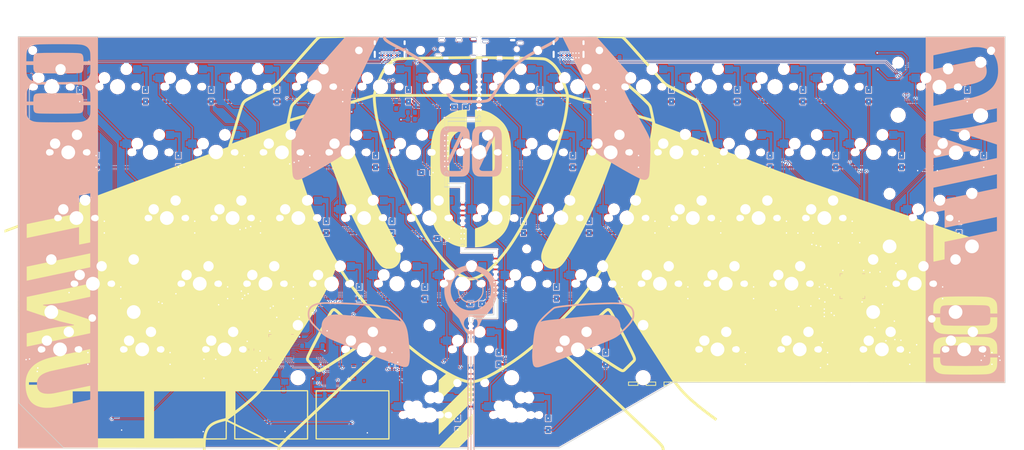
<source format=kicad_pcb>
(kicad_pcb (version 20171130) (host pcbnew "(5.1.10)-1")
  (layers (0 F.Cu signal) (31 B.Cu signal) (34 B.Paste user) (35 F.Paste user) (36 B.SilkS user hide) (37 F.SilkS user hide) (38 B.Mask user) (39 F.Mask user) (44 Edge.Cuts user))
  (net 0 "")
  (net 1 +5V)
  (net 2 GND)
  (net 3 "Net-(U1-Pad42)")
  (net 4 "Net-(R4-Pad2)")
  (net 5 "Net-(C4-Pad1)")
  (net 6 "Net-(C5-Pad1)")
  (net 7 RESET)
  (net 8 MISO)
  (net 9 MOSI)
  (net 10 SCK)
  (net 11 "Net-(C6-Pad1)")
  (net 12 "Net-(R2-Pad1)")
  (net 13 "Net-(R3-Pad1)")
  (net 14 Col13)
  (net 15 Row0)
  (net 16 "Net-(D1-Pad2)")
  (net 17 "Net-(F1-Pad2)")
  (net 18 D+)
  (net 19 D-)
  (net 20 Col10)
  (net 21 Col11)
  (net 22 Col12)
  (net 23 SDA)
  (net 24 SCL)
  (net 25 Col0)
  (net 26 Row4)
  (net 27 Row2)
  (net 28 Row1)
  (net 29 Col8)
  (net 30 Col7)
  (net 31 Col5)
  (net 32 Col6)
  (net 33 Col4)
  (net 34 Col3)
  (net 35 Col2)
  (net 36 Col1)
  (net 37 Row3)
  (net 38 RGBLED)
  (net 39 Col9)
  (net 40 "Net-(C10-Pad1)")
  (net 41 "Net-(C11-Pad1)")
  (net 42 "Net-(C12-Pad1)")
  (net 43 "Net-(D2-Pad2)")
  (net 44 "Net-(D3-Pad2)")
  (net 45 "Net-(D4-Pad2)")
  (net 46 "Net-(P1-PadA5)")
  (net 47 "Net-(P1-PadB5)")
  (net 48 "Net-(R8-Pad2)")
  (net 49 "Net-(U2-Pad42)")
  (net 50 "Net-(F2-Pad2)")
  (net 51 "Net-(P2-PadB5)")
  (net 52 "Net-(P2-PadA5)")
  (net 53 "Net-(R13-Pad1)")
  (net 54 "Net-(R14-Pad1)")
  (module MyParts:Finalized_Part2_2 (layer F.Cu) (at 156.52 88.56)
    (fp_text reference Ref** hide)
    (fp_text value Val** hide)
  )
  (module MyParts:CherryMX_Hotswap_SingleSide_Diode_NO_SILK (layer F.Cu) (at 159.00896 43.1095)
    (fp_text reference SW8 hide)
    (fp_text value SW_Push)
    (pad "" smd custom (at 8.3566 -5.2451) (size 1 1) (layers B.Cu) (options (clearance outline) (anchor rect)) (primitives (gr_poly (pts (xy 0.508 5.3594) (xy -0.8509 5.3594) (xy -0.4826 5.2578) (xy -0.3429 5.1435) (xy -0.2667 4.953) (xy -0.2667 1.2065) (xy -0.3556 1.0287) (xy -0.508 0.9144) (xy -0.635 0.8763) (xy -1.3843 0.8763) (xy -1.3843 -0.508) (xy 0.508 -0.508)) (width 0.1))))
    (pad "" np_thru_hole circle (at 2.6543 -5.0419 180) (size 3 3) (drill 3) (layers *.Cu *.Mask))
    (pad "" smd custom (at 5.8143 -5.0419 180) (size 2.4 2.4) (layers B.Cu B.Paste B.Mask) (options (clearance outline) (anchor rect)) (primitives))
    (pad "" np_thru_hole circle (at 5.6143 0.0381 90) (size 1.9 1.9) (drill 1.9) (layers *.Cu *.Mask))
    (pad "" np_thru_hole circle (at -5.3857 0.0381 90) (size 1.9 1.9) (drill 1.9) (layers *.Cu *.Mask))
    (pad "" np_thru_hole circle (at -3.6957 -2.501901 180) (size 3 3) (drill 3) (layers *.Cu *.Mask))
    (pad "" np_thru_hole circle (at -3.7107 -2.5419 180) (size 0.1 0.1) (drill 0.1) (layers *.Cu *.Mask))
    (pad 1 smd rect (at -6.7857 -2.5019 180) (size 2.5 2.5) (layers B.Cu B.Paste B.Mask) (net 30 Col7))
    (pad "" np_thru_hole circle (at -4.9657 0.0381) (size 1.7 1.7) (drill 1.7) (layers *.Cu *.Mask))
    (pad "" np_thru_hole circle (at 5.1943 0.0381) (size 1.7 1.7) (drill 1.7) (layers *.Cu *.Mask))
    (pad "" np_thru_hole circle (at 0.1143 0.0381 90) (size 4 4) (drill 4) (layers *.Cu *.Mask))
    (pad 2 thru_hole rect (at 8.1915 4.367 90) (size 1.8 1.5) (drill 0.4) (layers *.Cu *.Mask) (net 15 Row0))
    (pad "" thru_hole rect (at 8.1915 0.967 90) (size 1.8 1.5) (drill 0.4) (layers *.Cu *.Mask))
  )
  (module MyParts:CherryMX_Hotswap_SingleSide_Diode_NO_SILK (layer F.Cu) (at 149.48396 62.1595)
    (fp_text reference SW21 hide)
    (fp_text value SW_Push)
    (pad "" smd custom (at 8.3566 -5.2451) (size 1 1) (layers B.Cu) (options (clearance outline) (anchor rect)) (primitives (gr_poly (pts (xy 0.508 5.3594) (xy -0.8509 5.3594) (xy -0.4826 5.2578) (xy -0.3429 5.1435) (xy -0.2667 4.953) (xy -0.2667 1.2065) (xy -0.3556 1.0287) (xy -0.508 0.9144) (xy -0.635 0.8763) (xy -1.3843 0.8763) (xy -1.3843 -0.508) (xy 0.508 -0.508)) (width 0.1))))
    (pad "" np_thru_hole circle (at 2.6543 -5.0419 180) (size 3 3) (drill 3) (layers *.Cu *.Mask))
    (pad "" smd custom (at 5.8143 -5.0419 180) (size 2.4 2.4) (layers B.Cu B.Paste B.Mask) (options (clearance outline) (anchor rect)) (primitives))
    (pad "" np_thru_hole circle (at 5.6143 0.0381 90) (size 1.9 1.9) (drill 1.9) (layers *.Cu *.Mask))
    (pad "" np_thru_hole circle (at -5.3857 0.0381 90) (size 1.9 1.9) (drill 1.9) (layers *.Cu *.Mask))
    (pad "" np_thru_hole circle (at -3.6957 -2.501901 180) (size 3 3) (drill 3) (layers *.Cu *.Mask))
    (pad "" np_thru_hole circle (at -3.7107 -2.5419 180) (size 0.1 0.1) (drill 0.1) (layers *.Cu *.Mask))
    (pad 1 smd rect (at -6.7857 -2.5019 180) (size 2.5 2.5) (layers B.Cu B.Paste B.Mask) (net 32 Col6))
    (pad "" np_thru_hole circle (at -4.9657 0.0381) (size 1.7 1.7) (drill 1.7) (layers *.Cu *.Mask))
    (pad "" np_thru_hole circle (at 5.1943 0.0381) (size 1.7 1.7) (drill 1.7) (layers *.Cu *.Mask))
    (pad "" np_thru_hole circle (at 0.1143 0.0381 90) (size 4 4) (drill 4) (layers *.Cu *.Mask))
    (pad 2 thru_hole rect (at 8.1915 4.367 90) (size 1.8 1.5) (drill 0.4) (layers *.Cu *.Mask) (net 28 Row1))
    (pad "" thru_hole rect (at 8.1915 0.967 90) (size 1.8 1.5) (drill 0.4) (layers *.Cu *.Mask))
  )
  (module MyParts:CherryMX_Hotswap_SingleSide_Diode_NO_SILK (layer F.Cu) (at 154.24646 81.2095)
    (fp_text reference SW35 hide)
    (fp_text value SW_Push)
    (pad "" smd custom (at 8.3566 -5.2451) (size 1 1) (layers B.Cu) (options (clearance outline) (anchor rect)) (primitives (gr_poly (pts (xy 0.508 5.3594) (xy -0.8509 5.3594) (xy -0.4826 5.2578) (xy -0.3429 5.1435) (xy -0.2667 4.953) (xy -0.2667 1.2065) (xy -0.3556 1.0287) (xy -0.508 0.9144) (xy -0.635 0.8763) (xy -1.3843 0.8763) (xy -1.3843 -0.508) (xy 0.508 -0.508)) (width 0.1))))
    (pad "" np_thru_hole circle (at 2.6543 -5.0419 180) (size 3 3) (drill 3) (layers *.Cu *.Mask))
    (pad "" smd custom (at 5.8143 -5.0419 180) (size 2.4 2.4) (layers B.Cu B.Paste B.Mask) (options (clearance outline) (anchor rect)) (primitives))
    (pad "" np_thru_hole circle (at 5.6143 0.0381 90) (size 1.9 1.9) (drill 1.9) (layers *.Cu *.Mask))
    (pad "" np_thru_hole circle (at -5.3857 0.0381 90) (size 1.9 1.9) (drill 1.9) (layers *.Cu *.Mask))
    (pad "" np_thru_hole circle (at -3.6957 -2.501901 180) (size 3 3) (drill 3) (layers *.Cu *.Mask))
    (pad "" np_thru_hole circle (at -3.7107 -2.5419 180) (size 0.1 0.1) (drill 0.1) (layers *.Cu *.Mask))
    (pad 1 smd rect (at -6.7857 -2.5019 180) (size 2.5 2.5) (layers B.Cu B.Paste B.Mask) (net 32 Col6))
    (pad "" np_thru_hole circle (at -4.9657 0.0381) (size 1.7 1.7) (drill 1.7) (layers *.Cu *.Mask))
    (pad "" np_thru_hole circle (at 5.1943 0.0381) (size 1.7 1.7) (drill 1.7) (layers *.Cu *.Mask))
    (pad "" np_thru_hole circle (at 0.1143 0.0381 90) (size 4 4) (drill 4) (layers *.Cu *.Mask))
    (pad 2 thru_hole rect (at 8.1915 4.367 90) (size 1.8 1.5) (drill 0.4) (layers *.Cu *.Mask) (net 27 Row2))
    (pad "" thru_hole rect (at 8.1915 0.967 90) (size 1.8 1.5) (drill 0.4) (layers *.Cu *.Mask))
  )
  (module MyParts:CherryMX_Hotswap_SingleSide_Diode_NO_SILK (layer F.Cu) (at 163.77146 100.2595)
    (fp_text reference SW48 hide)
    (fp_text value SW_Push)
    (pad "" smd custom (at 8.3566 -5.2451) (size 1 1) (layers B.Cu) (options (clearance outline) (anchor rect)) (primitives (gr_poly (pts (xy 0.508 5.3594) (xy -0.8509 5.3594) (xy -0.4826 5.2578) (xy -0.3429 5.1435) (xy -0.2667 4.953) (xy -0.2667 1.2065) (xy -0.3556 1.0287) (xy -0.508 0.9144) (xy -0.635 0.8763) (xy -1.3843 0.8763) (xy -1.3843 -0.508) (xy 0.508 -0.508)) (width 0.1))))
    (pad "" np_thru_hole circle (at 2.6543 -5.0419 180) (size 3 3) (drill 3) (layers *.Cu *.Mask))
    (pad "" smd custom (at 5.8143 -5.0419 180) (size 2.4 2.4) (layers B.Cu B.Paste B.Mask) (options (clearance outline) (anchor rect)) (primitives))
    (pad "" np_thru_hole circle (at 5.6143 0.0381 90) (size 1.9 1.9) (drill 1.9) (layers *.Cu *.Mask))
    (pad "" np_thru_hole circle (at -5.3857 0.0381 90) (size 1.9 1.9) (drill 1.9) (layers *.Cu *.Mask))
    (pad "" np_thru_hole circle (at -3.6957 -2.501901 180) (size 3 3) (drill 3) (layers *.Cu *.Mask))
    (pad "" np_thru_hole circle (at -3.7107 -2.5419 180) (size 0.1 0.1) (drill 0.1) (layers *.Cu *.Mask))
    (pad 1 smd rect (at -6.7857 -2.5019 180) (size 2.5 2.5) (layers B.Cu B.Paste B.Mask) (net 32 Col6))
    (pad "" np_thru_hole circle (at -4.9657 0.0381) (size 1.7 1.7) (drill 1.7) (layers *.Cu *.Mask))
    (pad "" np_thru_hole circle (at 5.1943 0.0381) (size 1.7 1.7) (drill 1.7) (layers *.Cu *.Mask))
    (pad "" np_thru_hole circle (at 0.1143 0.0381 90) (size 4 4) (drill 4) (layers *.Cu *.Mask))
    (pad 2 thru_hole rect (at 8.1915 4.367 90) (size 1.8 1.5) (drill 0.4) (layers *.Cu *.Mask) (net 37 Row3))
    (pad "" thru_hole rect (at 8.1915 0.967 90) (size 1.8 1.5) (drill 0.4) (layers *.Cu *.Mask))
  )
  (module Connector_PinHeader_1.27mm:PinHeader_2x03_P1.27mm_Vertical_SMD (layer B.Cu) (at 104.9 131.45)
    (fp_text reference J3 hide)
    (fp_text value Conn_01x06_Male)
    (pad 6 smd rect (at 1.95 -1.27) (size 2.4 0.74) (layers B.Cu B.Paste B.Mask) (net 2 GND))
    (pad 5 smd rect (at -1.95 -1.27) (size 2.4 0.74) (layers B.Cu B.Paste B.Mask) (net 7 RESET))
    (pad 4 smd rect (at 1.95 0) (size 2.4 0.74) (layers B.Cu B.Paste B.Mask) (net 10 SCK))
    (pad 3 smd rect (at -1.95 0) (size 2.4 0.74) (layers B.Cu B.Paste B.Mask) (net 9 MOSI))
    (pad 2 smd rect (at 1.95 1.27) (size 2.4 0.74) (layers B.Cu B.Paste B.Mask) (net 8 MISO))
    (pad 1 smd rect (at -1.95 1.27) (size 2.4 0.74) (layers B.Cu B.Paste B.Mask) (net 1 +5V))
  )
  (module MyParts:CherryMX_Hotswap_SingleSide_NO_DIODE_NO_SILK (layer F.Cu) (at 159.00896 138.3595)
    (fp_text reference SW67 hide)
    (fp_text value SW_Push)
    (pad 1 smd rect (at -8.3857 -2.4619) (size 0.7 1.5) (layers B.Cu B.Paste B.Mask) (net 32 Col6))
    (pad "" np_thru_hole circle (at 0.1143 0.0381 90) (size 4 4) (drill 4) (layers *.Cu *.Mask))
    (pad "" np_thru_hole circle (at 5.1943 0.0381) (size 1.7 1.7) (drill 1.7) (layers *.Cu *.Mask))
    (pad "" np_thru_hole circle (at -4.9657 0.0381) (size 1.7 1.7) (drill 1.7) (layers *.Cu *.Mask))
    (pad 1 smd rect (at -6.7857 -2.5019 180) (size 2.5 2.5) (layers B.Cu B.Paste B.Mask) (net 32 Col6))
    (pad "" np_thru_hole circle (at -3.7107 -2.5419 180) (size 0.1 0.1) (drill 0.1) (layers *.Cu *.Mask))
    (pad "" np_thru_hole circle (at -3.6957 -2.501901 180) (size 3 3) (drill 3) (layers *.Cu *.Mask))
    (pad "" np_thru_hole circle (at -5.3857 0.0381 90) (size 1.9 1.9) (drill 1.9) (layers *.Cu *.Mask))
    (pad "" np_thru_hole circle (at 5.6143 0.0381 90) (size 1.9 1.9) (drill 1.9) (layers *.Cu *.Mask))
    (pad 2 smd rect (at 5.8143 -5.0419 180) (size 2.4 2.4) (layers B.Cu B.Paste B.Mask))
    (pad "" np_thru_hole circle (at 2.6543 -5.0419 180) (size 3 3) (drill 3) (layers *.Cu *.Mask))
  )
  (module MyParts:CherryMX_Hotswap_SingleSide_NO_DIODE_NO_SILK (layer F.Cu) (at 132.81521 138.3595)
    (fp_text reference SW64 hide)
    (fp_text value SW_Push)
    (pad 1 smd rect (at -8.3857 -2.4619) (size 0.7 1.5) (layers B.Cu B.Paste B.Mask) (net 33 Col4))
    (pad "" np_thru_hole circle (at 0.1143 0.0381 90) (size 4 4) (drill 4) (layers *.Cu *.Mask))
    (pad "" np_thru_hole circle (at 5.1943 0.0381) (size 1.7 1.7) (drill 1.7) (layers *.Cu *.Mask))
    (pad "" np_thru_hole circle (at -4.9657 0.0381) (size 1.7 1.7) (drill 1.7) (layers *.Cu *.Mask))
    (pad 1 smd rect (at -6.7857 -2.5019 180) (size 2.5 2.5) (layers B.Cu B.Paste B.Mask) (net 33 Col4))
    (pad "" np_thru_hole circle (at -3.7107 -2.5419 180) (size 0.1 0.1) (drill 0.1) (layers *.Cu *.Mask))
    (pad "" np_thru_hole circle (at -3.6957 -2.501901 180) (size 3 3) (drill 3) (layers *.Cu *.Mask))
    (pad "" np_thru_hole circle (at -5.3857 0.0381 90) (size 1.9 1.9) (drill 1.9) (layers *.Cu *.Mask))
    (pad "" np_thru_hole circle (at 5.6143 0.0381 90) (size 1.9 1.9) (drill 1.9) (layers *.Cu *.Mask))
    (pad 2 smd rect (at 5.8143 -5.0419 180) (size 2.4 2.4) (layers B.Cu B.Paste B.Mask))
    (pad "" np_thru_hole circle (at 2.6543 -5.0419 180) (size 3 3) (drill 3) (layers *.Cu *.Mask))
  )
  (module MyParts:LED_WS2812B_PLCC4_5.0x5.0mm_P3.2mm_NO_SILK (layer F.Cu) (at 112.95 140.3)
    (fp_text reference D4 hide)
    (fp_text value WS2812B)
    (pad 1 smd rect (at -2.45 -1.6) (size 1.5 1) (layers F.Cu F.Paste F.Mask) (net 1 +5V))
    (pad 2 smd rect (at -2.45 1.6) (size 1.5 1) (layers F.Cu F.Paste F.Mask) (net 45 "Net-(D4-Pad2)"))
    (pad 4 smd rect (at 2.45 -1.6) (size 1.5 1) (layers F.Cu F.Paste F.Mask) (net 44 "Net-(D3-Pad2)"))
    (pad 3 smd rect (at 2.45 1.6) (size 1.5 1) (layers F.Cu F.Paste F.Mask) (net 2 GND))
  )
  (module MyParts:LED_WS2812B_PLCC4_5.0x5.0mm_P3.2mm_NO_SILK (layer F.Cu) (at 89.5 140.3)
    (fp_text reference D3 hide)
    (fp_text value WS2812B)
    (pad 1 smd rect (at -2.45 -1.6) (size 1.5 1) (layers F.Cu F.Paste F.Mask) (net 1 +5V))
    (pad 2 smd rect (at -2.45 1.6) (size 1.5 1) (layers F.Cu F.Paste F.Mask) (net 44 "Net-(D3-Pad2)"))
    (pad 4 smd rect (at 2.45 -1.6) (size 1.5 1) (layers F.Cu F.Paste F.Mask) (net 43 "Net-(D2-Pad2)"))
    (pad 3 smd rect (at 2.45 1.6) (size 1.5 1) (layers F.Cu F.Paste F.Mask) (net 2 GND))
  )
  (module MyParts:LED_WS2812B_PLCC4_5.0x5.0mm_P3.2mm_NO_SILK (layer F.Cu) (at 65.5 140.3)
    (fp_text reference D2 hide)
    (fp_text value WS2812B)
    (pad 1 smd rect (at -2.45 -1.6) (size 1.5 1) (layers F.Cu F.Paste F.Mask) (net 1 +5V))
    (pad 2 smd rect (at -2.45 1.6) (size 1.5 1) (layers F.Cu F.Paste F.Mask) (net 43 "Net-(D2-Pad2)"))
    (pad 4 smd rect (at 2.45 -1.6) (size 1.5 1) (layers F.Cu F.Paste F.Mask) (net 16 "Net-(D1-Pad2)"))
    (pad 3 smd rect (at 2.45 1.6) (size 1.5 1) (layers F.Cu F.Paste F.Mask) (net 2 GND))
  )
  (module MyParts:LED_WS2812B_PLCC4_5.0x5.0mm_P3.2mm_NO_SILK (layer F.Cu) (at 42.05 140.3)
    (fp_text reference D1 hide)
    (fp_text value WS2812B)
    (pad 1 smd rect (at -2.45 -1.6) (size 1.5 1) (layers F.Cu F.Paste F.Mask) (net 1 +5V))
    (pad 2 smd rect (at -2.45 1.6) (size 1.5 1) (layers F.Cu F.Paste F.Mask) (net 16 "Net-(D1-Pad2)"))
    (pad 4 smd rect (at 2.45 -1.6) (size 1.5 1) (layers F.Cu F.Paste F.Mask) (net 38 RGBLED))
    (pad 3 smd rect (at 2.45 1.6) (size 1.5 1) (layers F.Cu F.Paste F.Mask) (net 2 GND))
  )
  (module Resistor_SMD:R_0805_2012Metric_Pad1.20x1.40mm_HandSolder (layer B.Cu) (at 102.95 126.85 90)
    (fp_text reference R1 hide)
    (fp_text value 10k hide)
    (pad 2 smd roundrect (at 1 0 90) (size 1.2 1.4) (layers B.Cu B.Paste B.Mask) (roundrect_rratio 0.2083325) (net 1 +5V))
    (pad 1 smd roundrect (at -1 0 90) (size 1.2 1.4) (layers B.Cu B.Paste B.Mask) (roundrect_rratio 0.2083325) (net 7 RESET))
  )
  (module Capacitor_SMD:C_0805_2012Metric_Pad1.18x1.45mm_HandSolder (layer B.Cu) (at 103.15 118.3)
    (fp_text reference C2 hide)
    (fp_text value 0.1uF hide)
    (pad 2 smd roundrect (at 1.0375 0) (size 1.175 1.45) (layers B.Cu B.Paste B.Mask) (roundrect_rratio 0.2127659574468085) (net 1 +5V))
    (pad 1 smd roundrect (at -1.0375 0) (size 1.175 1.45) (layers B.Cu B.Paste B.Mask) (roundrect_rratio 0.2127659574468085) (net 2 GND))
  )
  (module MyParts:CherryMX_Hotswap_SingleSide_NO_DIODE_NO_SILK (layer F.Cu) (at 75.66521 119.3095)
    (fp_text reference SW56 hide)
    (fp_text value SW_Push)
    (pad 1 smd rect (at -8.3857 -2.4619) (size 0.7 1.5) (layers B.Cu B.Paste B.Mask) (net 35 Col2))
    (pad "" np_thru_hole circle (at 0.1143 0.0381 90) (size 4 4) (drill 4) (layers *.Cu *.Mask))
    (pad "" np_thru_hole circle (at 5.1943 0.0381) (size 1.7 1.7) (drill 1.7) (layers *.Cu *.Mask))
    (pad "" np_thru_hole circle (at -4.9657 0.0381) (size 1.7 1.7) (drill 1.7) (layers *.Cu *.Mask))
    (pad 1 smd rect (at -6.7857 -2.5019 180) (size 2.5 2.5) (layers B.Cu B.Paste B.Mask) (net 35 Col2))
    (pad "" np_thru_hole circle (at -3.7107 -2.5419 180) (size 0.1 0.1) (drill 0.1) (layers *.Cu *.Mask))
    (pad "" np_thru_hole circle (at -3.6957 -2.501901 180) (size 3 3) (drill 3) (layers *.Cu *.Mask))
    (pad "" np_thru_hole circle (at -5.3857 0.0381 90) (size 1.9 1.9) (drill 1.9) (layers *.Cu *.Mask))
    (pad "" np_thru_hole circle (at 5.6143 0.0381 90) (size 1.9 1.9) (drill 1.9) (layers *.Cu *.Mask))
    (pad 2 smd rect (at 5.8143 -5.0419 180) (size 2.4 2.4) (layers B.Cu B.Paste B.Mask))
    (pad "" np_thru_hole circle (at 2.6543 -5.0419 180) (size 3 3) (drill 3) (layers *.Cu *.Mask))
  )
  (module MyParts:CherryMX_Hotswap_SingleSide_NO_DIODE_NO_SILK (layer F.Cu) (at 139.95896 43.1095)
    (fp_text reference SW7 hide)
    (fp_text value SW_Push)
    (pad 1 smd rect (at -8.3857 -2.4619) (size 0.7 1.5) (layers B.Cu B.Paste B.Mask) (net 32 Col6))
    (pad "" np_thru_hole circle (at 0.1143 0.0381 90) (size 4 4) (drill 4) (layers *.Cu *.Mask))
    (pad "" np_thru_hole circle (at 5.1943 0.0381) (size 1.7 1.7) (drill 1.7) (layers *.Cu *.Mask))
    (pad "" np_thru_hole circle (at -4.9657 0.0381) (size 1.7 1.7) (drill 1.7) (layers *.Cu *.Mask))
    (pad 1 smd rect (at -6.7857 -2.5019 180) (size 2.5 2.5) (layers B.Cu B.Paste B.Mask) (net 32 Col6))
    (pad "" np_thru_hole circle (at -3.7107 -2.5419 180) (size 0.1 0.1) (drill 0.1) (layers *.Cu *.Mask))
    (pad "" np_thru_hole circle (at -3.6957 -2.501901 180) (size 3 3) (drill 3) (layers *.Cu *.Mask))
    (pad "" np_thru_hole circle (at -5.3857 0.0381 90) (size 1.9 1.9) (drill 1.9) (layers *.Cu *.Mask))
    (pad "" np_thru_hole circle (at 5.6143 0.0381 90) (size 1.9 1.9) (drill 1.9) (layers *.Cu *.Mask))
    (pad 2 smd rect (at 5.8143 -5.0419 180) (size 2.4 2.4) (layers B.Cu B.Paste B.Mask))
    (pad "" np_thru_hole circle (at 2.6543 -5.0419 180) (size 3 3) (drill 3) (layers *.Cu *.Mask))
  )
  (module MyParts:CherryMX_Hotswap_SingleSide_NO_DIODE_NO_SILK (layer F.Cu) (at 130.43396 62.1595)
    (fp_text reference SW20 hide)
    (fp_text value SW_Push)
    (pad 1 smd rect (at -8.3857 -2.4619) (size 0.7 1.5) (layers B.Cu B.Paste B.Mask) (net 31 Col5))
    (pad "" np_thru_hole circle (at 0.1143 0.0381 90) (size 4 4) (drill 4) (layers *.Cu *.Mask))
    (pad "" np_thru_hole circle (at 5.1943 0.0381) (size 1.7 1.7) (drill 1.7) (layers *.Cu *.Mask))
    (pad "" np_thru_hole circle (at -4.9657 0.0381) (size 1.7 1.7) (drill 1.7) (layers *.Cu *.Mask))
    (pad 1 smd rect (at -6.7857 -2.5019 180) (size 2.5 2.5) (layers B.Cu B.Paste B.Mask) (net 31 Col5))
    (pad "" np_thru_hole circle (at -3.7107 -2.5419 180) (size 0.1 0.1) (drill 0.1) (layers *.Cu *.Mask))
    (pad "" np_thru_hole circle (at -3.6957 -2.501901 180) (size 3 3) (drill 3) (layers *.Cu *.Mask))
    (pad "" np_thru_hole circle (at -5.3857 0.0381 90) (size 1.9 1.9) (drill 1.9) (layers *.Cu *.Mask))
    (pad "" np_thru_hole circle (at 5.6143 0.0381 90) (size 1.9 1.9) (drill 1.9) (layers *.Cu *.Mask))
    (pad 2 smd rect (at 5.8143 -5.0419 180) (size 2.4 2.4) (layers B.Cu B.Paste B.Mask))
    (pad "" np_thru_hole circle (at 2.6543 -5.0419 180) (size 3 3) (drill 3) (layers *.Cu *.Mask))
  )
  (module MyParts:CherryMX_Hotswap_SingleSide_NO_DIODE_NO_SILK (layer F.Cu) (at 135.19646 81.2095)
    (fp_text reference SW34 hide)
    (fp_text value SW_Push)
    (pad 1 smd rect (at -8.3857 -2.4619) (size 0.7 1.5) (layers B.Cu B.Paste B.Mask) (net 31 Col5))
    (pad "" np_thru_hole circle (at 0.1143 0.0381 90) (size 4 4) (drill 4) (layers *.Cu *.Mask))
    (pad "" np_thru_hole circle (at 5.1943 0.0381) (size 1.7 1.7) (drill 1.7) (layers *.Cu *.Mask))
    (pad "" np_thru_hole circle (at -4.9657 0.0381) (size 1.7 1.7) (drill 1.7) (layers *.Cu *.Mask))
    (pad 1 smd rect (at -6.7857 -2.5019 180) (size 2.5 2.5) (layers B.Cu B.Paste B.Mask) (net 31 Col5))
    (pad "" np_thru_hole circle (at -3.7107 -2.5419 180) (size 0.1 0.1) (drill 0.1) (layers *.Cu *.Mask))
    (pad "" np_thru_hole circle (at -3.6957 -2.501901 180) (size 3 3) (drill 3) (layers *.Cu *.Mask))
    (pad "" np_thru_hole circle (at -5.3857 0.0381 90) (size 1.9 1.9) (drill 1.9) (layers *.Cu *.Mask))
    (pad "" np_thru_hole circle (at 5.6143 0.0381 90) (size 1.9 1.9) (drill 1.9) (layers *.Cu *.Mask))
    (pad 2 smd rect (at 5.8143 -5.0419 180) (size 2.4 2.4) (layers B.Cu B.Paste B.Mask))
    (pad "" np_thru_hole circle (at 2.6543 -5.0419 180) (size 3 3) (drill 3) (layers *.Cu *.Mask))
  )
  (module MyParts:CherryMX_Hotswap_SingleSide_NO_DIODE_NO_SILK (layer F.Cu) (at 144.72146 100.2595)
    (fp_text reference SW47 hide)
    (fp_text value SW_Push)
    (pad 1 smd rect (at -8.3857 -2.4619) (size 0.7 1.5) (layers B.Cu B.Paste B.Mask) (net 31 Col5))
    (pad "" np_thru_hole circle (at 0.1143 0.0381 90) (size 4 4) (drill 4) (layers *.Cu *.Mask))
    (pad "" np_thru_hole circle (at 5.1943 0.0381) (size 1.7 1.7) (drill 1.7) (layers *.Cu *.Mask))
    (pad "" np_thru_hole circle (at -4.9657 0.0381) (size 1.7 1.7) (drill 1.7) (layers *.Cu *.Mask))
    (pad 1 smd rect (at -6.7857 -2.5019 180) (size 2.5 2.5) (layers B.Cu B.Paste B.Mask) (net 31 Col5))
    (pad "" np_thru_hole circle (at -3.7107 -2.5419 180) (size 0.1 0.1) (drill 0.1) (layers *.Cu *.Mask))
    (pad "" np_thru_hole circle (at -3.6957 -2.501901 180) (size 3 3) (drill 3) (layers *.Cu *.Mask))
    (pad "" np_thru_hole circle (at -5.3857 0.0381 90) (size 1.9 1.9) (drill 1.9) (layers *.Cu *.Mask))
    (pad "" np_thru_hole circle (at 5.6143 0.0381 90) (size 1.9 1.9) (drill 1.9) (layers *.Cu *.Mask))
    (pad 2 smd rect (at 5.8143 -5.0419 180) (size 2.4 2.4) (layers B.Cu B.Paste B.Mask))
    (pad "" np_thru_hole circle (at 2.6543 -5.0419 180) (size 3 3) (drill 3) (layers *.Cu *.Mask))
  )
  (module Resistor_SMD:R_0805_2012Metric_Pad1.20x1.40mm_HandSolder (layer B.Cu) (at 191.3 34.65 180)
    (fp_text reference R12 hide)
    (fp_text value 4.7k)
    (pad 2 smd roundrect (at 1 0 180) (size 1.2 1.4) (layers B.Cu B.Paste B.Mask) (roundrect_rratio 0.2083325) (net 51 "Net-(P2-PadB5)"))
    (pad 1 smd roundrect (at -1 0 180) (size 1.2 1.4) (layers B.Cu B.Paste B.Mask) (roundrect_rratio 0.2083325) (net 2 GND))
  )
  (module Capacitor_SMD:C_0805_2012Metric_Pad1.18x1.45mm_HandSolder (layer B.Cu) (at 91.8875 131.15 180)
    (fp_text reference C5 hide)
    (fp_text value 22pF hide)
    (pad 2 smd roundrect (at 1.0375 0 180) (size 1.175 1.45) (layers B.Cu B.Paste B.Mask) (roundrect_rratio 0.2127659574468085) (net 2 GND))
    (pad 1 smd roundrect (at -1.0375 0 180) (size 1.175 1.45) (layers B.Cu B.Paste B.Mask) (roundrect_rratio 0.2127659574468085) (net 6 "Net-(C5-Pad1)"))
  )
  (module Capacitor_SMD:C_0805_2012Metric_Pad1.18x1.45mm_HandSolder (layer B.Cu) (at 99.35 118.3)
    (fp_text reference C6 hide)
    (fp_text value 1uF hide)
    (pad 2 smd roundrect (at 1.0375 0) (size 1.175 1.45) (layers B.Cu B.Paste B.Mask) (roundrect_rratio 0.2127659574468085) (net 2 GND))
    (pad 1 smd roundrect (at -1.0375 0) (size 1.175 1.45) (layers B.Cu B.Paste B.Mask) (roundrect_rratio 0.2127659574468085) (net 11 "Net-(C6-Pad1)"))
  )
  (module Capacitor_SMD:C_0805_2012Metric_Pad1.18x1.45mm_HandSolder (layer B.Cu) (at 94.35 111.05 270)
    (fp_text reference C1 hide)
    (fp_text value 0.1uF hide)
    (pad 2 smd roundrect (at 1.0375 0 270) (size 1.175 1.45) (layers B.Cu B.Paste B.Mask) (roundrect_rratio 0.2127659574468085) (net 1 +5V))
    (pad 1 smd roundrect (at -1.0375 0 270) (size 1.175 1.45) (layers B.Cu B.Paste B.Mask) (roundrect_rratio 0.2127659574468085) (net 2 GND))
  )
  (module Resistor_SMD:R_0805_2012Metric_Pad1.20x1.40mm_HandSolder (layer B.Cu) (at 88.6 111.25 270)
    (fp_text reference R4 hide)
    (fp_text value 10k)
    (pad 2 smd roundrect (at 1 0 270) (size 1.2 1.4) (layers B.Cu B.Paste B.Mask) (roundrect_rratio 0.2083325) (net 4 "Net-(R4-Pad2)"))
    (pad 1 smd roundrect (at -1 0 270) (size 1.2 1.4) (layers B.Cu B.Paste B.Mask) (roundrect_rratio 0.2083325) (net 2 GND))
  )
  (module Crystal:Crystal_SMD_3225-4Pin_3.2x2.5mm_HandSoldering (layer B.Cu) (at 91.8 127.6)
    (fp_text reference Y1 hide)
    (fp_text value 16MHz)
    (pad 4 smd rect (at -1.45 1.15) (size 2.1 1.8) (layers B.Cu B.Paste B.Mask) (net 2 GND))
    (pad 3 smd rect (at 1.45 1.15) (size 2.1 1.8) (layers B.Cu B.Paste B.Mask) (net 6 "Net-(C5-Pad1)"))
    (pad 2 smd rect (at 1.45 -1.15) (size 2.1 1.8) (layers B.Cu B.Paste B.Mask) (net 2 GND))
    (pad 1 smd rect (at -1.45 -1.15) (size 2.1 1.8) (layers B.Cu B.Paste B.Mask) (net 5 "Net-(C4-Pad1)"))
  )
  (module Capacitor_SMD:C_0805_2012Metric_Pad1.18x1.45mm_HandSolder (layer B.Cu) (at 87.35 127.65 270)
    (fp_text reference C4 hide)
    (fp_text value 22pF hide)
    (pad 2 smd roundrect (at 1.0375 0 270) (size 1.175 1.45) (layers B.Cu B.Paste B.Mask) (roundrect_rratio 0.2127659574468085) (net 2 GND))
    (pad 1 smd roundrect (at -1.0375 0 270) (size 1.175 1.45) (layers B.Cu B.Paste B.Mask) (roundrect_rratio 0.2127659574468085) (net 5 "Net-(C4-Pad1)"))
  )
  (module Connector_PinHeader_2.00mm:PinHeader_2x02_P2.00mm_Vertical_SMD (layer B.Cu) (at 75.15 128.4)
    (fp_text reference J5 hide)
    (fp_text value Conn_01x03_Male)
    (pad 4 smd rect (at 2.085 -1) (size 2.58 1) (layers B.Cu B.Paste B.Mask))
    (pad 3 smd rect (at -2.085 -1) (size 2.58 1) (layers B.Cu B.Paste B.Mask) (net 1 +5V))
    (pad 2 smd rect (at 2.085 1) (size 2.58 1) (layers B.Cu B.Paste B.Mask) (net 45 "Net-(D4-Pad2)"))
    (pad 1 smd rect (at -2.085 1) (size 2.58 1) (layers B.Cu B.Paste B.Mask) (net 2 GND))
  )
  (module MyParts:CherryMX_Hotswap_SingleSide_Diode_NO_SILK (layer F.Cu) (at 51.85271 119.3095)
    (fp_text reference SW55 hide)
    (fp_text value SW_Push)
    (pad "" smd custom (at 8.3566 -5.2451) (size 1 1) (layers B.Cu) (options (clearance outline) (anchor rect)) (primitives (gr_poly (pts (xy 0.508 5.3594) (xy -0.8509 5.3594) (xy -0.4826 5.2578) (xy -0.3429 5.1435) (xy -0.2667 4.953) (xy -0.2667 1.2065) (xy -0.3556 1.0287) (xy -0.508 0.9144) (xy -0.635 0.8763) (xy -1.3843 0.8763) (xy -1.3843 -0.508) (xy 0.508 -0.508)) (width 0.1))))
    (pad "" np_thru_hole circle (at 2.6543 -5.0419 180) (size 3 3) (drill 3) (layers *.Cu *.Mask))
    (pad "" smd custom (at 5.8143 -5.0419 180) (size 2.4 2.4) (layers B.Cu B.Paste B.Mask) (options (clearance outline) (anchor rect)) (primitives))
    (pad "" np_thru_hole circle (at 5.6143 0.0381 90) (size 1.9 1.9) (drill 1.9) (layers *.Cu *.Mask))
    (pad "" np_thru_hole circle (at -5.3857 0.0381 90) (size 1.9 1.9) (drill 1.9) (layers *.Cu *.Mask))
    (pad "" np_thru_hole circle (at -3.6957 -2.501901 180) (size 3 3) (drill 3) (layers *.Cu *.Mask))
    (pad "" np_thru_hole circle (at -3.7107 -2.5419 180) (size 0.1 0.1) (drill 0.1) (layers *.Cu *.Mask))
    (pad 1 smd rect (at -6.7857 -2.5019 180) (size 2.5 2.5) (layers B.Cu B.Paste B.Mask) (net 36 Col1))
    (pad "" np_thru_hole circle (at -4.9657 0.0381) (size 1.7 1.7) (drill 1.7) (layers *.Cu *.Mask))
    (pad "" np_thru_hole circle (at 5.1943 0.0381) (size 1.7 1.7) (drill 1.7) (layers *.Cu *.Mask))
    (pad "" np_thru_hole circle (at 0.1143 0.0381 90) (size 4 4) (drill 4) (layers *.Cu *.Mask))
    (pad 1 smd rect (at -8.3857 -2.4619) (size 0.7 1.5) (layers B.Cu B.Paste B.Mask) (net 36 Col1))
    (pad 2 thru_hole rect (at 8.1915 4.367 90) (size 1.8 1.5) (drill 0.4) (layers *.Cu *.Mask) (net 26 Row4))
    (pad "" thru_hole rect (at 8.1915 0.967 90) (size 1.8 1.5) (drill 0.4) (layers *.Cu *.Mask))
  )
  (module MyParts:CherryMX_Hotswap_SingleSide_Diode_NO_SILK (layer F.Cu) (at 120.90896 43.1095)
    (fp_text reference SW6 hide)
    (fp_text value SW_Push)
    (pad "" smd custom (at 8.3566 -5.2451) (size 1 1) (layers B.Cu) (options (clearance outline) (anchor rect)) (primitives (gr_poly (pts (xy 0.508 5.3594) (xy -0.8509 5.3594) (xy -0.4826 5.2578) (xy -0.3429 5.1435) (xy -0.2667 4.953) (xy -0.2667 1.2065) (xy -0.3556 1.0287) (xy -0.508 0.9144) (xy -0.635 0.8763) (xy -1.3843 0.8763) (xy -1.3843 -0.508) (xy 0.508 -0.508)) (width 0.1))))
    (pad "" np_thru_hole circle (at 2.6543 -5.0419 180) (size 3 3) (drill 3) (layers *.Cu *.Mask))
    (pad "" smd custom (at 5.8143 -5.0419 180) (size 2.4 2.4) (layers B.Cu B.Paste B.Mask) (options (clearance outline) (anchor rect)) (primitives))
    (pad "" np_thru_hole circle (at 5.6143 0.0381 90) (size 1.9 1.9) (drill 1.9) (layers *.Cu *.Mask))
    (pad "" np_thru_hole circle (at -5.3857 0.0381 90) (size 1.9 1.9) (drill 1.9) (layers *.Cu *.Mask))
    (pad "" np_thru_hole circle (at -3.6957 -2.501901 180) (size 3 3) (drill 3) (layers *.Cu *.Mask))
    (pad "" np_thru_hole circle (at -3.7107 -2.5419 180) (size 0.1 0.1) (drill 0.1) (layers *.Cu *.Mask))
    (pad 1 smd rect (at -6.7857 -2.5019 180) (size 2.5 2.5) (layers B.Cu B.Paste B.Mask) (net 31 Col5))
    (pad "" np_thru_hole circle (at -4.9657 0.0381) (size 1.7 1.7) (drill 1.7) (layers *.Cu *.Mask))
    (pad "" np_thru_hole circle (at 5.1943 0.0381) (size 1.7 1.7) (drill 1.7) (layers *.Cu *.Mask))
    (pad "" np_thru_hole circle (at 0.1143 0.0381 90) (size 4 4) (drill 4) (layers *.Cu *.Mask))
    (pad 1 smd rect (at -8.3857 -2.4619) (size 0.7 1.5) (layers B.Cu B.Paste B.Mask) (net 31 Col5))
    (pad 2 thru_hole rect (at 8.1915 4.367 90) (size 1.8 1.5) (drill 0.4) (layers *.Cu *.Mask) (net 15 Row0))
    (pad "" thru_hole rect (at 8.1915 0.967 90) (size 1.8 1.5) (drill 0.4) (layers *.Cu *.Mask))
  )
  (module MyParts:CherryMX_Hotswap_SingleSide_Diode_NO_SILK (layer F.Cu) (at 30.42146 62.1595)
    (fp_text reference SW15 hide)
    (fp_text value SW_Push)
    (pad "" smd custom (at 8.3566 -5.2451) (size 1 1) (layers B.Cu) (options (clearance outline) (anchor rect)) (primitives (gr_poly (pts (xy 0.508 5.3594) (xy -0.8509 5.3594) (xy -0.4826 5.2578) (xy -0.3429 5.1435) (xy -0.2667 4.953) (xy -0.2667 1.2065) (xy -0.3556 1.0287) (xy -0.508 0.9144) (xy -0.635 0.8763) (xy -1.3843 0.8763) (xy -1.3843 -0.508) (xy 0.508 -0.508)) (width 0.1))))
    (pad "" np_thru_hole circle (at 2.6543 -5.0419 180) (size 3 3) (drill 3) (layers *.Cu *.Mask))
    (pad "" smd custom (at 5.8143 -5.0419 180) (size 2.4 2.4) (layers B.Cu B.Paste B.Mask) (options (clearance outline) (anchor rect)) (primitives))
    (pad "" np_thru_hole circle (at 5.6143 0.0381 90) (size 1.9 1.9) (drill 1.9) (layers *.Cu *.Mask))
    (pad "" np_thru_hole circle (at -5.3857 0.0381 90) (size 1.9 1.9) (drill 1.9) (layers *.Cu *.Mask))
    (pad "" np_thru_hole circle (at -3.6957 -2.501901 180) (size 3 3) (drill 3) (layers *.Cu *.Mask))
    (pad "" np_thru_hole circle (at -3.7107 -2.5419 180) (size 0.1 0.1) (drill 0.1) (layers *.Cu *.Mask))
    (pad 1 smd rect (at -6.7857 -2.5019 180) (size 2.5 2.5) (layers B.Cu B.Paste B.Mask) (net 25 Col0))
    (pad "" np_thru_hole circle (at -4.9657 0.0381) (size 1.7 1.7) (drill 1.7) (layers *.Cu *.Mask))
    (pad "" np_thru_hole circle (at 5.1943 0.0381) (size 1.7 1.7) (drill 1.7) (layers *.Cu *.Mask))
    (pad "" np_thru_hole circle (at 0.1143 0.0381 90) (size 4 4) (drill 4) (layers *.Cu *.Mask))
    (pad 1 smd rect (at -8.3857 -2.4619) (size 0.7 1.5) (layers B.Cu B.Paste B.Mask) (net 25 Col0))
    (pad 2 thru_hole rect (at 8.1915 4.367 90) (size 1.8 1.5) (drill 0.4) (layers *.Cu *.Mask) (net 28 Row1))
    (pad "" thru_hole rect (at 8.1915 0.967 90) (size 1.8 1.5) (drill 0.4) (layers *.Cu *.Mask))
  )
  (module MyParts:CherryMX_Hotswap_SingleSide_Diode_NO_SILK (layer F.Cu) (at 25.65896 43.1095)
    (fp_text reference GRV1 hide)
    (fp_text value MXSocketDioded)
    (pad "" smd custom (at 8.3566 -5.2451) (size 1 1) (layers B.Cu) (options (clearance outline) (anchor rect)) (primitives (gr_poly (pts (xy 0.508 5.3594) (xy -0.8509 5.3594) (xy -0.4826 5.2578) (xy -0.3429 5.1435) (xy -0.2667 4.953) (xy -0.2667 1.2065) (xy -0.3556 1.0287) (xy -0.508 0.9144) (xy -0.635 0.8763) (xy -1.3843 0.8763) (xy -1.3843 -0.508) (xy 0.508 -0.508)) (width 0.1))))
    (pad "" np_thru_hole circle (at 2.6543 -5.0419 180) (size 3 3) (drill 3) (layers *.Cu *.Mask))
    (pad "" smd custom (at 5.8143 -5.0419 180) (size 2.4 2.4) (layers B.Cu B.Paste B.Mask) (options (clearance outline) (anchor rect)) (primitives))
    (pad "" np_thru_hole circle (at 5.6143 0.0381 90) (size 1.9 1.9) (drill 1.9) (layers *.Cu *.Mask))
    (pad "" np_thru_hole circle (at -5.3857 0.0381 90) (size 1.9 1.9) (drill 1.9) (layers *.Cu *.Mask))
    (pad "" np_thru_hole circle (at -3.6957 -2.501901 180) (size 3 3) (drill 3) (layers *.Cu *.Mask))
    (pad "" np_thru_hole circle (at -3.7107 -2.5419 180) (size 0.1 0.1) (drill 0.1) (layers *.Cu *.Mask))
    (pad 1 smd rect (at -6.7857 -2.5019 180) (size 2.5 2.5) (layers B.Cu B.Paste B.Mask) (net 25 Col0))
    (pad "" np_thru_hole circle (at -4.9657 0.0381) (size 1.7 1.7) (drill 1.7) (layers *.Cu *.Mask))
    (pad "" np_thru_hole circle (at 5.1943 0.0381) (size 1.7 1.7) (drill 1.7) (layers *.Cu *.Mask))
    (pad "" np_thru_hole circle (at 0.1143 0.0381 90) (size 4 4) (drill 4) (layers *.Cu *.Mask))
    (pad 1 smd rect (at -8.3857 -2.4619) (size 0.7 1.5) (layers B.Cu B.Paste B.Mask) (net 25 Col0))
    (pad 2 thru_hole rect (at 8.1915 4.367 90) (size 1.8 1.5) (drill 0.4) (layers *.Cu *.Mask) (net 15 Row0))
    (pad "" thru_hole rect (at 8.1915 0.967 90) (size 1.8 1.5) (drill 0.4) (layers *.Cu *.Mask))
  )
  (module MyParts:CherryMX_Hotswap_SingleSide_Diode_NO_SILK (layer F.Cu) (at 249.49646 81.2095)
    (fp_text reference SW40 hide)
    (fp_text value SW_Push)
    (pad "" smd custom (at 8.3566 -5.2451) (size 1 1) (layers B.Cu) (options (clearance outline) (anchor rect)) (primitives (gr_poly (pts (xy 0.508 5.3594) (xy -0.8509 5.3594) (xy -0.4826 5.2578) (xy -0.3429 5.1435) (xy -0.2667 4.953) (xy -0.2667 1.2065) (xy -0.3556 1.0287) (xy -0.508 0.9144) (xy -0.635 0.8763) (xy -1.3843 0.8763) (xy -1.3843 -0.508) (xy 0.508 -0.508)) (width 0.1))))
    (pad "" np_thru_hole circle (at 2.6543 -5.0419 180) (size 3 3) (drill 3) (layers *.Cu *.Mask))
    (pad "" smd custom (at 5.8143 -5.0419 180) (size 2.4 2.4) (layers B.Cu B.Paste B.Mask) (options (clearance outline) (anchor rect)) (primitives))
    (pad "" np_thru_hole circle (at 5.6143 0.0381 90) (size 1.9 1.9) (drill 1.9) (layers *.Cu *.Mask))
    (pad "" np_thru_hole circle (at -5.3857 0.0381 90) (size 1.9 1.9) (drill 1.9) (layers *.Cu *.Mask))
    (pad "" np_thru_hole circle (at -3.6957 -2.501901 180) (size 3 3) (drill 3) (layers *.Cu *.Mask))
    (pad "" np_thru_hole circle (at -3.7107 -2.5419 180) (size 0.1 0.1) (drill 0.1) (layers *.Cu *.Mask))
    (pad 1 smd rect (at -6.7857 -2.5019 180) (size 2.5 2.5) (layers B.Cu B.Paste B.Mask) (net 21 Col11))
    (pad "" np_thru_hole circle (at -4.9657 0.0381) (size 1.7 1.7) (drill 1.7) (layers *.Cu *.Mask))
    (pad "" np_thru_hole circle (at 5.1943 0.0381) (size 1.7 1.7) (drill 1.7) (layers *.Cu *.Mask))
    (pad "" np_thru_hole circle (at 0.1143 0.0381 90) (size 4 4) (drill 4) (layers *.Cu *.Mask))
    (pad 1 smd rect (at -8.3857 -2.4619) (size 0.7 1.5) (layers B.Cu B.Paste B.Mask) (net 21 Col11))
    (pad 2 thru_hole rect (at 8.1915 4.367 90) (size 1.8 1.5) (drill 0.4) (layers *.Cu *.Mask) (net 27 Row2))
    (pad "" thru_hole rect (at 8.1915 0.967 90) (size 1.8 1.5) (drill 0.4) (layers *.Cu *.Mask))
  )
  (module MyParts:CherryMX_Hotswap_SingleSide_Diode_NO_SILK (layer F.Cu) (at 242.35271 119.3095)
    (fp_text reference SW61 hide)
    (fp_text value SW_Push)
    (pad "" smd custom (at 8.3566 -5.2451) (size 1 1) (layers B.Cu) (options (clearance outline) (anchor rect)) (primitives (gr_poly (pts (xy 0.508 5.3594) (xy -0.8509 5.3594) (xy -0.4826 5.2578) (xy -0.3429 5.1435) (xy -0.2667 4.953) (xy -0.2667 1.2065) (xy -0.3556 1.0287) (xy -0.508 0.9144) (xy -0.635 0.8763) (xy -1.3843 0.8763) (xy -1.3843 -0.508) (xy 0.508 -0.508)) (width 0.1))))
    (pad "" np_thru_hole circle (at 2.6543 -5.0419 180) (size 3 3) (drill 3) (layers *.Cu *.Mask))
    (pad "" smd custom (at 5.8143 -5.0419 180) (size 2.4 2.4) (layers B.Cu B.Paste B.Mask) (options (clearance outline) (anchor rect)) (primitives))
    (pad "" np_thru_hole circle (at 5.6143 0.0381 90) (size 1.9 1.9) (drill 1.9) (layers *.Cu *.Mask))
    (pad "" np_thru_hole circle (at -5.3857 0.0381 90) (size 1.9 1.9) (drill 1.9) (layers *.Cu *.Mask))
    (pad "" np_thru_hole circle (at -3.6957 -2.501901 180) (size 3 3) (drill 3) (layers *.Cu *.Mask))
    (pad "" np_thru_hole circle (at -3.7107 -2.5419 180) (size 0.1 0.1) (drill 0.1) (layers *.Cu *.Mask))
    (pad 1 smd rect (at -6.7857 -2.5019 180) (size 2.5 2.5) (layers B.Cu B.Paste B.Mask) (net 20 Col10))
    (pad "" np_thru_hole circle (at -4.9657 0.0381) (size 1.7 1.7) (drill 1.7) (layers *.Cu *.Mask))
    (pad "" np_thru_hole circle (at 5.1943 0.0381) (size 1.7 1.7) (drill 1.7) (layers *.Cu *.Mask))
    (pad "" np_thru_hole circle (at 0.1143 0.0381 90) (size 4 4) (drill 4) (layers *.Cu *.Mask))
    (pad 1 smd rect (at -8.3857 -2.4619) (size 0.7 1.5) (layers B.Cu B.Paste B.Mask) (net 20 Col10))
    (pad 2 thru_hole rect (at 8.1915 4.367 90) (size 1.8 1.5) (drill 0.4) (layers *.Cu *.Mask) (net 26 Row4))
    (pad "" thru_hole rect (at 8.1915 0.967 90) (size 1.8 1.5) (drill 0.4) (layers *.Cu *.Mask))
  )
  (module MyParts:CherryMX_Hotswap_SingleSide_Diode_NO_SILK (layer F.Cu) (at 87.57146 100.2595)
    (fp_text reference SW44 hide)
    (fp_text value SW_Push)
    (pad "" smd custom (at 8.3566 -5.2451) (size 1 1) (layers B.Cu) (options (clearance outline) (anchor rect)) (primitives (gr_poly (pts (xy 0.508 5.3594) (xy -0.8509 5.3594) (xy -0.4826 5.2578) (xy -0.3429 5.1435) (xy -0.2667 4.953) (xy -0.2667 1.2065) (xy -0.3556 1.0287) (xy -0.508 0.9144) (xy -0.635 0.8763) (xy -1.3843 0.8763) (xy -1.3843 -0.508) (xy 0.508 -0.508)) (width 0.1))))
    (pad "" np_thru_hole circle (at 2.6543 -5.0419 180) (size 3 3) (drill 3) (layers *.Cu *.Mask))
    (pad "" smd custom (at 5.8143 -5.0419 180) (size 2.4 2.4) (layers B.Cu B.Paste B.Mask) (options (clearance outline) (anchor rect)) (primitives))
    (pad "" np_thru_hole circle (at 5.6143 0.0381 90) (size 1.9 1.9) (drill 1.9) (layers *.Cu *.Mask))
    (pad "" np_thru_hole circle (at -5.3857 0.0381 90) (size 1.9 1.9) (drill 1.9) (layers *.Cu *.Mask))
    (pad "" np_thru_hole circle (at -3.6957 -2.501901 180) (size 3 3) (drill 3) (layers *.Cu *.Mask))
    (pad "" np_thru_hole circle (at -3.7107 -2.5419 180) (size 0.1 0.1) (drill 0.1) (layers *.Cu *.Mask))
    (pad 1 smd rect (at -6.7857 -2.5019 180) (size 2.5 2.5) (layers B.Cu B.Paste B.Mask) (net 35 Col2))
    (pad "" np_thru_hole circle (at -4.9657 0.0381) (size 1.7 1.7) (drill 1.7) (layers *.Cu *.Mask))
    (pad "" np_thru_hole circle (at 5.1943 0.0381) (size 1.7 1.7) (drill 1.7) (layers *.Cu *.Mask))
    (pad "" np_thru_hole circle (at 0.1143 0.0381 90) (size 4 4) (drill 4) (layers *.Cu *.Mask))
    (pad 1 smd rect (at -8.3857 -2.4619) (size 0.7 1.5) (layers B.Cu B.Paste B.Mask) (net 35 Col2))
    (pad 2 thru_hole rect (at 8.1915 4.367 90) (size 1.8 1.5) (drill 0.4) (layers *.Cu *.Mask) (net 37 Row3))
    (pad "" thru_hole rect (at 8.1915 0.967 90) (size 1.8 1.5) (drill 0.4) (layers *.Cu *.Mask))
  )
  (module MyParts:CherryMX_Hotswap_SingleSide_Diode_NO_SILK (layer F.Cu) (at 135.19646 138.3595)
    (fp_text reference SW65 hide)
    (fp_text value SW_Push)
    (pad "" smd custom (at 8.3566 -5.2451) (size 1 1) (layers B.Cu) (options (clearance outline) (anchor rect)) (primitives (gr_poly (pts (xy 0.508 5.3594) (xy -0.8509 5.3594) (xy -0.4826 5.2578) (xy -0.3429 5.1435) (xy -0.2667 4.953) (xy -0.2667 1.2065) (xy -0.3556 1.0287) (xy -0.508 0.9144) (xy -0.635 0.8763) (xy -1.3843 0.8763) (xy -1.3843 -0.508) (xy 0.508 -0.508)) (width 0.1))))
    (pad "" np_thru_hole circle (at 2.6543 -5.0419 180) (size 3 3) (drill 3) (layers *.Cu *.Mask))
    (pad "" smd custom (at 5.8143 -5.0419 180) (size 2.4 2.4) (layers B.Cu B.Paste B.Mask) (options (clearance outline) (anchor rect)) (primitives))
    (pad "" np_thru_hole circle (at 5.6143 0.0381 90) (size 1.9 1.9) (drill 1.9) (layers *.Cu *.Mask))
    (pad "" np_thru_hole circle (at -5.3857 0.0381 90) (size 1.9 1.9) (drill 1.9) (layers *.Cu *.Mask))
    (pad "" np_thru_hole circle (at -3.6957 -2.501901 180) (size 3 3) (drill 3) (layers *.Cu *.Mask))
    (pad "" np_thru_hole circle (at -3.7107 -2.5419 180) (size 0.1 0.1) (drill 0.1) (layers *.Cu *.Mask))
    (pad 1 smd rect (at -6.7857 -2.5019 180) (size 2.5 2.5) (layers B.Cu B.Paste B.Mask) (net 33 Col4))
    (pad "" np_thru_hole circle (at -4.9657 0.0381) (size 1.7 1.7) (drill 1.7) (layers *.Cu *.Mask))
    (pad "" np_thru_hole circle (at 5.1943 0.0381) (size 1.7 1.7) (drill 1.7) (layers *.Cu *.Mask))
    (pad "" np_thru_hole circle (at 0.1143 0.0381 90) (size 4 4) (drill 4) (layers *.Cu *.Mask))
    (pad 1 smd rect (at -8.3857 -2.4619) (size 0.7 1.5) (layers B.Cu B.Paste B.Mask) (net 33 Col4))
    (pad 2 thru_hole rect (at 8.1915 4.367 90) (size 1.8 1.5) (drill 0.4) (layers *.Cu *.Mask) (net 26 Row4))
    (pad "" thru_hole rect (at 8.1915 0.967 90) (size 1.8 1.5) (drill 0.4) (layers *.Cu *.Mask))
  )
  (module MyParts:CherryMX_Hotswap_SingleSide_Diode_NO_SILK (layer F.Cu) (at 266.16521 119.3095)
    (fp_text reference SW62 hide)
    (fp_text value SW_Push)
    (pad "" smd custom (at 8.3566 -5.2451) (size 1 1) (layers B.Cu) (options (clearance outline) (anchor rect)) (primitives (gr_poly (pts (xy 0.508 5.3594) (xy -0.8509 5.3594) (xy -0.4826 5.2578) (xy -0.3429 5.1435) (xy -0.2667 4.953) (xy -0.2667 1.2065) (xy -0.3556 1.0287) (xy -0.508 0.9144) (xy -0.635 0.8763) (xy -1.3843 0.8763) (xy -1.3843 -0.508) (xy 0.508 -0.508)) (width 0.1))))
    (pad "" np_thru_hole circle (at 2.6543 -5.0419 180) (size 3 3) (drill 3) (layers *.Cu *.Mask))
    (pad "" smd custom (at 5.8143 -5.0419 180) (size 2.4 2.4) (layers B.Cu B.Paste B.Mask) (options (clearance outline) (anchor rect)) (primitives))
    (pad "" np_thru_hole circle (at 5.6143 0.0381 90) (size 1.9 1.9) (drill 1.9) (layers *.Cu *.Mask))
    (pad "" np_thru_hole circle (at -5.3857 0.0381 90) (size 1.9 1.9) (drill 1.9) (layers *.Cu *.Mask))
    (pad "" np_thru_hole circle (at -3.6957 -2.501901 180) (size 3 3) (drill 3) (layers *.Cu *.Mask))
    (pad "" np_thru_hole circle (at -3.7107 -2.5419 180) (size 0.1 0.1) (drill 0.1) (layers *.Cu *.Mask))
    (pad 1 smd rect (at -6.7857 -2.5019 180) (size 2.5 2.5) (layers B.Cu B.Paste B.Mask) (net 21 Col11))
    (pad "" np_thru_hole circle (at -4.9657 0.0381) (size 1.7 1.7) (drill 1.7) (layers *.Cu *.Mask))
    (pad "" np_thru_hole circle (at 5.1943 0.0381) (size 1.7 1.7) (drill 1.7) (layers *.Cu *.Mask))
    (pad "" np_thru_hole circle (at 0.1143 0.0381 90) (size 4 4) (drill 4) (layers *.Cu *.Mask))
    (pad 1 smd rect (at -8.3857 -2.4619) (size 0.7 1.5) (layers B.Cu B.Paste B.Mask) (net 21 Col11))
    (pad 2 thru_hole rect (at 8.1915 4.367 90) (size 1.8 1.5) (drill 0.4) (layers *.Cu *.Mask) (net 26 Row4))
    (pad "" thru_hole rect (at 8.1915 0.967 90) (size 1.8 1.5) (drill 0.4) (layers *.Cu *.Mask))
  )
  (module MyParts:CherryMX_Hotswap_SingleSide_Diode_NO_SILK (layer F.Cu) (at 97.09646 81.2095)
    (fp_text reference SW32 hide)
    (fp_text value SW_Push)
    (pad "" smd custom (at 8.3566 -5.2451) (size 1 1) (layers B.Cu) (options (clearance outline) (anchor rect)) (primitives (gr_poly (pts (xy 0.508 5.3594) (xy -0.8509 5.3594) (xy -0.4826 5.2578) (xy -0.3429 5.1435) (xy -0.2667 4.953) (xy -0.2667 1.2065) (xy -0.3556 1.0287) (xy -0.508 0.9144) (xy -0.635 0.8763) (xy -1.3843 0.8763) (xy -1.3843 -0.508) (xy 0.508 -0.508)) (width 0.1))))
    (pad "" np_thru_hole circle (at 2.6543 -5.0419 180) (size 3 3) (drill 3) (layers *.Cu *.Mask))
    (pad "" smd custom (at 5.8143 -5.0419 180) (size 2.4 2.4) (layers B.Cu B.Paste B.Mask) (options (clearance outline) (anchor rect)) (primitives))
    (pad "" np_thru_hole circle (at 5.6143 0.0381 90) (size 1.9 1.9) (drill 1.9) (layers *.Cu *.Mask))
    (pad "" np_thru_hole circle (at -5.3857 0.0381 90) (size 1.9 1.9) (drill 1.9) (layers *.Cu *.Mask))
    (pad "" np_thru_hole circle (at -3.6957 -2.501901 180) (size 3 3) (drill 3) (layers *.Cu *.Mask))
    (pad "" np_thru_hole circle (at -3.7107 -2.5419 180) (size 0.1 0.1) (drill 0.1) (layers *.Cu *.Mask))
    (pad 1 smd rect (at -6.7857 -2.5019 180) (size 2.5 2.5) (layers B.Cu B.Paste B.Mask) (net 34 Col3))
    (pad "" np_thru_hole circle (at -4.9657 0.0381) (size 1.7 1.7) (drill 1.7) (layers *.Cu *.Mask))
    (pad "" np_thru_hole circle (at 5.1943 0.0381) (size 1.7 1.7) (drill 1.7) (layers *.Cu *.Mask))
    (pad "" np_thru_hole circle (at 0.1143 0.0381 90) (size 4 4) (drill 4) (layers *.Cu *.Mask))
    (pad 1 smd rect (at -8.3857 -2.4619) (size 0.7 1.5) (layers B.Cu B.Paste B.Mask) (net 34 Col3))
    (pad 2 thru_hole rect (at 8.1915 4.367 90) (size 1.8 1.5) (drill 0.4) (layers *.Cu *.Mask) (net 27 Row2))
    (pad "" thru_hole rect (at 8.1915 0.967 90) (size 1.8 1.5) (drill 0.4) (layers *.Cu *.Mask))
  )
  (module MyParts:CherryMX_Hotswap_SingleSide_Diode_NO_SILK (layer F.Cu) (at 254.25896 43.1095)
    (fp_text reference SW13 hide)
    (fp_text value SW_Push)
    (pad "" smd custom (at 8.3566 -5.2451) (size 1 1) (layers B.Cu) (options (clearance outline) (anchor rect)) (primitives (gr_poly (pts (xy 0.508 5.3594) (xy -0.8509 5.3594) (xy -0.4826 5.2578) (xy -0.3429 5.1435) (xy -0.2667 4.953) (xy -0.2667 1.2065) (xy -0.3556 1.0287) (xy -0.508 0.9144) (xy -0.635 0.8763) (xy -1.3843 0.8763) (xy -1.3843 -0.508) (xy 0.508 -0.508)) (width 0.1))))
    (pad "" np_thru_hole circle (at 2.6543 -5.0419 180) (size 3 3) (drill 3) (layers *.Cu *.Mask))
    (pad "" smd custom (at 5.8143 -5.0419 180) (size 2.4 2.4) (layers B.Cu B.Paste B.Mask) (options (clearance outline) (anchor rect)) (primitives))
    (pad "" np_thru_hole circle (at 5.6143 0.0381 90) (size 1.9 1.9) (drill 1.9) (layers *.Cu *.Mask))
    (pad "" np_thru_hole circle (at -5.3857 0.0381 90) (size 1.9 1.9) (drill 1.9) (layers *.Cu *.Mask))
    (pad "" np_thru_hole circle (at -3.6957 -2.501901 180) (size 3 3) (drill 3) (layers *.Cu *.Mask))
    (pad "" np_thru_hole circle (at -3.7107 -2.5419 180) (size 0.1 0.1) (drill 0.1) (layers *.Cu *.Mask))
    (pad 1 smd rect (at -6.7857 -2.5019 180) (size 2.5 2.5) (layers B.Cu B.Paste B.Mask) (net 22 Col12))
    (pad "" np_thru_hole circle (at -4.9657 0.0381) (size 1.7 1.7) (drill 1.7) (layers *.Cu *.Mask))
    (pad "" np_thru_hole circle (at 5.1943 0.0381) (size 1.7 1.7) (drill 1.7) (layers *.Cu *.Mask))
    (pad "" np_thru_hole circle (at 0.1143 0.0381 90) (size 4 4) (drill 4) (layers *.Cu *.Mask))
    (pad 1 smd rect (at -8.3857 -2.4619) (size 0.7 1.5) (layers B.Cu B.Paste B.Mask) (net 22 Col12))
    (pad 2 thru_hole rect (at 8.1915 4.367 90) (size 1.8 1.5) (drill 0.4) (layers *.Cu *.Mask) (net 15 Row0))
    (pad "" thru_hole rect (at 8.1915 0.967 90) (size 1.8 1.5) (drill 0.4) (layers *.Cu *.Mask))
  )
  (module MyParts:CherryMX_Hotswap_SingleSide_Diode_NO_SILK (layer F.Cu) (at 280.45271 81.2095)
    (fp_text reference SW41 hide)
    (fp_text value SW_Push)
    (pad "" smd custom (at 8.3566 -5.2451) (size 1 1) (layers B.Cu) (options (clearance outline) (anchor rect)) (primitives (gr_poly (pts (xy 0.508 5.3594) (xy -0.8509 5.3594) (xy -0.4826 5.2578) (xy -0.3429 5.1435) (xy -0.2667 4.953) (xy -0.2667 1.2065) (xy -0.3556 1.0287) (xy -0.508 0.9144) (xy -0.635 0.8763) (xy -1.3843 0.8763) (xy -1.3843 -0.508) (xy 0.508 -0.508)) (width 0.1))))
    (pad "" np_thru_hole circle (at 2.6543 -5.0419 180) (size 3 3) (drill 3) (layers *.Cu *.Mask))
    (pad "" smd custom (at 5.8143 -5.0419 180) (size 2.4 2.4) (layers B.Cu B.Paste B.Mask) (options (clearance outline) (anchor rect)) (primitives))
    (pad "" np_thru_hole circle (at 5.6143 0.0381 90) (size 1.9 1.9) (drill 1.9) (layers *.Cu *.Mask))
    (pad "" np_thru_hole circle (at -5.3857 0.0381 90) (size 1.9 1.9) (drill 1.9) (layers *.Cu *.Mask))
    (pad "" np_thru_hole circle (at -3.6957 -2.501901 180) (size 3 3) (drill 3) (layers *.Cu *.Mask))
    (pad "" np_thru_hole circle (at -3.7107 -2.5419 180) (size 0.1 0.1) (drill 0.1) (layers *.Cu *.Mask))
    (pad 1 smd rect (at -6.7857 -2.5019 180) (size 2.5 2.5) (layers B.Cu B.Paste B.Mask) (net 14 Col13))
    (pad "" np_thru_hole circle (at -4.9657 0.0381) (size 1.7 1.7) (drill 1.7) (layers *.Cu *.Mask))
    (pad "" np_thru_hole circle (at 5.1943 0.0381) (size 1.7 1.7) (drill 1.7) (layers *.Cu *.Mask))
    (pad "" np_thru_hole circle (at 0.1143 0.0381 90) (size 4 4) (drill 4) (layers *.Cu *.Mask))
    (pad 1 smd rect (at -8.3857 -2.4619) (size 0.7 1.5) (layers B.Cu B.Paste B.Mask) (net 14 Col13))
    (pad 2 thru_hole rect (at 8.1915 4.367 90) (size 1.8 1.5) (drill 0.4) (layers *.Cu *.Mask) (net 27 Row2))
    (pad "" thru_hole rect (at 8.1915 0.967 90) (size 1.8 1.5) (drill 0.4) (layers *.Cu *.Mask))
  )
  (module MyParts:CherryMX_Hotswap_SingleSide_Diode_NO_SILK (layer F.Cu) (at 287.59646 62.1595)
    (fp_text reference SW28 hide)
    (fp_text value SW_Push)
    (pad "" smd custom (at 8.3566 -5.2451) (size 1 1) (layers B.Cu) (options (clearance outline) (anchor rect)) (primitives (gr_poly (pts (xy 0.508 5.3594) (xy -0.8509 5.3594) (xy -0.4826 5.2578) (xy -0.3429 5.1435) (xy -0.2667 4.953) (xy -0.2667 1.2065) (xy -0.3556 1.0287) (xy -0.508 0.9144) (xy -0.635 0.8763) (xy -1.3843 0.8763) (xy -1.3843 -0.508) (xy 0.508 -0.508)) (width 0.1))))
    (pad "" np_thru_hole circle (at 2.6543 -5.0419 180) (size 3 3) (drill 3) (layers *.Cu *.Mask))
    (pad "" smd custom (at 5.8143 -5.0419 180) (size 2.4 2.4) (layers B.Cu B.Paste B.Mask) (options (clearance outline) (anchor rect)) (primitives))
    (pad "" np_thru_hole circle (at 5.6143 0.0381 90) (size 1.9 1.9) (drill 1.9) (layers *.Cu *.Mask))
    (pad "" np_thru_hole circle (at -5.3857 0.0381 90) (size 1.9 1.9) (drill 1.9) (layers *.Cu *.Mask))
    (pad "" np_thru_hole circle (at -3.6957 -2.501901 180) (size 3 3) (drill 3) (layers *.Cu *.Mask))
    (pad "" np_thru_hole circle (at -3.7107 -2.5419 180) (size 0.1 0.1) (drill 0.1) (layers *.Cu *.Mask))
    (pad 1 smd rect (at -6.7857 -2.5019 180) (size 2.5 2.5) (layers B.Cu B.Paste B.Mask) (net 14 Col13))
    (pad "" np_thru_hole circle (at -4.9657 0.0381) (size 1.7 1.7) (drill 1.7) (layers *.Cu *.Mask))
    (pad "" np_thru_hole circle (at 5.1943 0.0381) (size 1.7 1.7) (drill 1.7) (layers *.Cu *.Mask))
    (pad "" np_thru_hole circle (at 0.1143 0.0381 90) (size 4 4) (drill 4) (layers *.Cu *.Mask))
    (pad 1 smd rect (at -8.3857 -2.4619) (size 0.7 1.5) (layers B.Cu B.Paste B.Mask) (net 14 Col13))
    (pad 2 thru_hole rect (at 8.1915 4.367 90) (size 1.8 1.5) (drill 0.4) (layers *.Cu *.Mask) (net 28 Row1))
    (pad "" thru_hole rect (at 8.1915 0.967 90) (size 1.8 1.5) (drill 0.4) (layers *.Cu *.Mask))
  )
  (module MyParts:CherryMX_Hotswap_SingleSide_Diode_NO_SILK (layer F.Cu) (at 82.80896 43.1095)
    (fp_text reference SW4 hide)
    (fp_text value SW_Push)
    (pad "" smd custom (at 8.3566 -5.2451) (size 1 1) (layers B.Cu) (options (clearance outline) (anchor rect)) (primitives (gr_poly (pts (xy 0.508 5.3594) (xy -0.8509 5.3594) (xy -0.4826 5.2578) (xy -0.3429 5.1435) (xy -0.2667 4.953) (xy -0.2667 1.2065) (xy -0.3556 1.0287) (xy -0.508 0.9144) (xy -0.635 0.8763) (xy -1.3843 0.8763) (xy -1.3843 -0.508) (xy 0.508 -0.508)) (width 0.1))))
    (pad "" np_thru_hole circle (at 2.6543 -5.0419 180) (size 3 3) (drill 3) (layers *.Cu *.Mask))
    (pad "" smd custom (at 5.8143 -5.0419 180) (size 2.4 2.4) (layers B.Cu B.Paste B.Mask) (options (clearance outline) (anchor rect)) (primitives))
    (pad "" np_thru_hole circle (at 5.6143 0.0381 90) (size 1.9 1.9) (drill 1.9) (layers *.Cu *.Mask))
    (pad "" np_thru_hole circle (at -5.3857 0.0381 90) (size 1.9 1.9) (drill 1.9) (layers *.Cu *.Mask))
    (pad "" np_thru_hole circle (at -3.6957 -2.501901 180) (size 3 3) (drill 3) (layers *.Cu *.Mask))
    (pad "" np_thru_hole circle (at -3.7107 -2.5419 180) (size 0.1 0.1) (drill 0.1) (layers *.Cu *.Mask))
    (pad 1 smd rect (at -6.7857 -2.5019 180) (size 2.5 2.5) (layers B.Cu B.Paste B.Mask) (net 34 Col3))
    (pad "" np_thru_hole circle (at -4.9657 0.0381) (size 1.7 1.7) (drill 1.7) (layers *.Cu *.Mask))
    (pad "" np_thru_hole circle (at 5.1943 0.0381) (size 1.7 1.7) (drill 1.7) (layers *.Cu *.Mask))
    (pad "" np_thru_hole circle (at 0.1143 0.0381 90) (size 4 4) (drill 4) (layers *.Cu *.Mask))
    (pad 1 smd rect (at -8.3857 -2.4619) (size 0.7 1.5) (layers B.Cu B.Paste B.Mask) (net 34 Col3))
    (pad 2 thru_hole rect (at 8.1915 4.367 90) (size 1.8 1.5) (drill 0.4) (layers *.Cu *.Mask) (net 15 Row0))
    (pad "" thru_hole rect (at 8.1915 0.967 90) (size 1.8 1.5) (drill 0.4) (layers *.Cu *.Mask))
  )
  (module MyParts:CherryMX_Hotswap_SingleSide_Diode_NO_SILK (layer F.Cu) (at 28.04021 119.3095)
    (fp_text reference SW54 hide)
    (fp_text value SW_Push)
    (pad "" smd custom (at 8.3566 -5.2451) (size 1 1) (layers B.Cu) (options (clearance outline) (anchor rect)) (primitives (gr_poly (pts (xy 0.508 5.3594) (xy -0.8509 5.3594) (xy -0.4826 5.2578) (xy -0.3429 5.1435) (xy -0.2667 4.953) (xy -0.2667 1.2065) (xy -0.3556 1.0287) (xy -0.508 0.9144) (xy -0.635 0.8763) (xy -1.3843 0.8763) (xy -1.3843 -0.508) (xy 0.508 -0.508)) (width 0.1))))
    (pad "" np_thru_hole circle (at 2.6543 -5.0419 180) (size 3 3) (drill 3) (layers *.Cu *.Mask))
    (pad "" smd custom (at 5.8143 -5.0419 180) (size 2.4 2.4) (layers B.Cu B.Paste B.Mask) (options (clearance outline) (anchor rect)) (primitives))
    (pad "" np_thru_hole circle (at 5.6143 0.0381 90) (size 1.9 1.9) (drill 1.9) (layers *.Cu *.Mask))
    (pad "" np_thru_hole circle (at -5.3857 0.0381 90) (size 1.9 1.9) (drill 1.9) (layers *.Cu *.Mask))
    (pad "" np_thru_hole circle (at -3.6957 -2.501901 180) (size 3 3) (drill 3) (layers *.Cu *.Mask))
    (pad "" np_thru_hole circle (at -3.7107 -2.5419 180) (size 0.1 0.1) (drill 0.1) (layers *.Cu *.Mask))
    (pad 1 smd rect (at -6.7857 -2.5019 180) (size 2.5 2.5) (layers B.Cu B.Paste B.Mask) (net 25 Col0))
    (pad "" np_thru_hole circle (at -4.9657 0.0381) (size 1.7 1.7) (drill 1.7) (layers *.Cu *.Mask))
    (pad "" np_thru_hole circle (at 5.1943 0.0381) (size 1.7 1.7) (drill 1.7) (layers *.Cu *.Mask))
    (pad "" np_thru_hole circle (at 0.1143 0.0381 90) (size 4 4) (drill 4) (layers *.Cu *.Mask))
    (pad 1 smd rect (at -8.3857 -2.4619) (size 0.7 1.5) (layers B.Cu B.Paste B.Mask) (net 25 Col0))
    (pad 2 thru_hole rect (at 8.1915 4.367 90) (size 1.8 1.5) (drill 0.4) (layers *.Cu *.Mask) (net 26 Row4))
    (pad "" thru_hole rect (at 8.1915 0.967 90) (size 1.8 1.5) (drill 0.4) (layers *.Cu *.Mask))
  )
  (module MyParts:CherryMX_Hotswap_SingleSide_Diode_NO_SILK (layer F.Cu) (at 275.69021 100.2595)
    (fp_text reference SW53 hide)
    (fp_text value SW_Push)
    (pad "" smd custom (at 8.3566 -5.2451) (size 1 1) (layers B.Cu) (options (clearance outline) (anchor rect)) (primitives (gr_poly (pts (xy 0.508 5.3594) (xy -0.8509 5.3594) (xy -0.4826 5.2578) (xy -0.3429 5.1435) (xy -0.2667 4.953) (xy -0.2667 1.2065) (xy -0.3556 1.0287) (xy -0.508 0.9144) (xy -0.635 0.8763) (xy -1.3843 0.8763) (xy -1.3843 -0.508) (xy 0.508 -0.508)) (width 0.1))))
    (pad "" np_thru_hole circle (at 2.6543 -5.0419 180) (size 3 3) (drill 3) (layers *.Cu *.Mask))
    (pad "" smd custom (at 5.8143 -5.0419 180) (size 2.4 2.4) (layers B.Cu B.Paste B.Mask) (options (clearance outline) (anchor rect)) (primitives))
    (pad "" np_thru_hole circle (at 5.6143 0.0381 90) (size 1.9 1.9) (drill 1.9) (layers *.Cu *.Mask))
    (pad "" np_thru_hole circle (at -5.3857 0.0381 90) (size 1.9 1.9) (drill 1.9) (layers *.Cu *.Mask))
    (pad "" np_thru_hole circle (at -3.6957 -2.501901 180) (size 3 3) (drill 3) (layers *.Cu *.Mask))
    (pad "" np_thru_hole circle (at -3.7107 -2.5419 180) (size 0.1 0.1) (drill 0.1) (layers *.Cu *.Mask))
    (pad 1 smd rect (at -6.7857 -2.5019 180) (size 2.5 2.5) (layers B.Cu B.Paste B.Mask) (net 14 Col13))
    (pad "" np_thru_hole circle (at -4.9657 0.0381) (size 1.7 1.7) (drill 1.7) (layers *.Cu *.Mask))
    (pad "" np_thru_hole circle (at 5.1943 0.0381) (size 1.7 1.7) (drill 1.7) (layers *.Cu *.Mask))
    (pad "" np_thru_hole circle (at 0.1143 0.0381 90) (size 4 4) (drill 4) (layers *.Cu *.Mask))
    (pad 1 smd rect (at -8.3857 -2.4619) (size 0.7 1.5) (layers B.Cu B.Paste B.Mask) (net 14 Col13))
    (pad 2 thru_hole rect (at 8.1915 4.367 90) (size 1.8 1.5) (drill 0.4) (layers *.Cu *.Mask) (net 37 Row3))
    (pad "" thru_hole rect (at 8.1915 0.967 90) (size 1.8 1.5) (drill 0.4) (layers *.Cu *.Mask))
  )
  (module MyParts:CherryMX_Hotswap_SingleSide_Diode_NO_SILK (layer F.Cu) (at 37.56521 100.2595)
    (fp_text reference SW42 hide)
    (fp_text value SW_Push)
    (pad "" smd custom (at 8.3566 -5.2451) (size 1 1) (layers B.Cu) (options (clearance outline) (anchor rect)) (primitives (gr_poly (pts (xy 0.508 5.3594) (xy -0.8509 5.3594) (xy -0.4826 5.2578) (xy -0.3429 5.1435) (xy -0.2667 4.953) (xy -0.2667 1.2065) (xy -0.3556 1.0287) (xy -0.508 0.9144) (xy -0.635 0.8763) (xy -1.3843 0.8763) (xy -1.3843 -0.508) (xy 0.508 -0.508)) (width 0.1))))
    (pad "" np_thru_hole circle (at 2.6543 -5.0419 180) (size 3 3) (drill 3) (layers *.Cu *.Mask))
    (pad "" smd custom (at 5.8143 -5.0419 180) (size 2.4 2.4) (layers B.Cu B.Paste B.Mask) (options (clearance outline) (anchor rect)) (primitives))
    (pad "" np_thru_hole circle (at 5.6143 0.0381 90) (size 1.9 1.9) (drill 1.9) (layers *.Cu *.Mask))
    (pad "" np_thru_hole circle (at -5.3857 0.0381 90) (size 1.9 1.9) (drill 1.9) (layers *.Cu *.Mask))
    (pad "" np_thru_hole circle (at -3.6957 -2.501901 180) (size 3 3) (drill 3) (layers *.Cu *.Mask))
    (pad "" np_thru_hole circle (at -3.7107 -2.5419 180) (size 0.1 0.1) (drill 0.1) (layers *.Cu *.Mask))
    (pad 1 smd rect (at -6.7857 -2.5019 180) (size 2.5 2.5) (layers B.Cu B.Paste B.Mask) (net 25 Col0))
    (pad "" np_thru_hole circle (at -4.9657 0.0381) (size 1.7 1.7) (drill 1.7) (layers *.Cu *.Mask))
    (pad "" np_thru_hole circle (at 5.1943 0.0381) (size 1.7 1.7) (drill 1.7) (layers *.Cu *.Mask))
    (pad "" np_thru_hole circle (at 0.1143 0.0381 90) (size 4 4) (drill 4) (layers *.Cu *.Mask))
    (pad 1 smd rect (at -8.3857 -2.4619) (size 0.7 1.5) (layers B.Cu B.Paste B.Mask) (net 25 Col0))
    (pad 2 thru_hole rect (at 8.1915 4.367 90) (size 1.8 1.5) (drill 0.4) (layers *.Cu *.Mask) (net 37 Row3))
    (pad "" thru_hole rect (at 8.1915 0.967 90) (size 1.8 1.5) (drill 0.4) (layers *.Cu *.Mask))
  )
  (module MyParts:CherryMX_Hotswap_SingleSide_Diode_NO_SILK (layer F.Cu) (at 282.83396 43.1095)
    (fp_text reference SW14 hide)
    (fp_text value SW_Push)
    (pad "" smd custom (at 8.3566 -5.2451) (size 1 1) (layers B.Cu) (options (clearance outline) (anchor rect)) (primitives (gr_poly (pts (xy 0.508 5.3594) (xy -0.8509 5.3594) (xy -0.4826 5.2578) (xy -0.3429 5.1435) (xy -0.2667 4.953) (xy -0.2667 1.2065) (xy -0.3556 1.0287) (xy -0.508 0.9144) (xy -0.635 0.8763) (xy -1.3843 0.8763) (xy -1.3843 -0.508) (xy 0.508 -0.508)) (width 0.1))))
    (pad "" np_thru_hole circle (at 2.6543 -5.0419 180) (size 3 3) (drill 3) (layers *.Cu *.Mask))
    (pad "" smd custom (at 5.8143 -5.0419 180) (size 2.4 2.4) (layers B.Cu B.Paste B.Mask) (options (clearance outline) (anchor rect)) (primitives))
    (pad "" np_thru_hole circle (at 5.6143 0.0381 90) (size 1.9 1.9) (drill 1.9) (layers *.Cu *.Mask))
    (pad "" np_thru_hole circle (at -5.3857 0.0381 90) (size 1.9 1.9) (drill 1.9) (layers *.Cu *.Mask))
    (pad "" np_thru_hole circle (at -3.6957 -2.501901 180) (size 3 3) (drill 3) (layers *.Cu *.Mask))
    (pad "" np_thru_hole circle (at -3.7107 -2.5419 180) (size 0.1 0.1) (drill 0.1) (layers *.Cu *.Mask))
    (pad 1 smd rect (at -6.7857 -2.5019 180) (size 2.5 2.5) (layers B.Cu B.Paste B.Mask) (net 14 Col13))
    (pad "" np_thru_hole circle (at -4.9657 0.0381) (size 1.7 1.7) (drill 1.7) (layers *.Cu *.Mask))
    (pad "" np_thru_hole circle (at 5.1943 0.0381) (size 1.7 1.7) (drill 1.7) (layers *.Cu *.Mask))
    (pad "" np_thru_hole circle (at 0.1143 0.0381 90) (size 4 4) (drill 4) (layers *.Cu *.Mask))
    (pad 1 smd rect (at -8.3857 -2.4619) (size 0.7 1.5) (layers B.Cu B.Paste B.Mask) (net 14 Col13))
    (pad 2 thru_hole rect (at 8.1915 4.367 90) (size 1.8 1.5) (drill 0.4) (layers *.Cu *.Mask) (net 15 Row0))
    (pad "" thru_hole rect (at 8.1915 0.967 90) (size 1.8 1.5) (drill 0.4) (layers *.Cu *.Mask))
  )
  (module MyParts:CherryMX_Hotswap_SingleSide_Diode_NO_SILK (layer F.Cu) (at 147.10271 119.3095)
    (fp_text reference SW57 hide)
    (fp_text value SW_Push)
    (pad "" smd custom (at 8.3566 -5.2451) (size 1 1) (layers B.Cu) (options (clearance outline) (anchor rect)) (primitives (gr_poly (pts (xy 0.508 5.3594) (xy -0.8509 5.3594) (xy -0.4826 5.2578) (xy -0.3429 5.1435) (xy -0.2667 4.953) (xy -0.2667 1.2065) (xy -0.3556 1.0287) (xy -0.508 0.9144) (xy -0.635 0.8763) (xy -1.3843 0.8763) (xy -1.3843 -0.508) (xy 0.508 -0.508)) (width 0.1))))
    (pad "" np_thru_hole circle (at 2.6543 -5.0419 180) (size 3 3) (drill 3) (layers *.Cu *.Mask))
    (pad "" smd custom (at 5.8143 -5.0419 180) (size 2.4 2.4) (layers B.Cu B.Paste B.Mask) (options (clearance outline) (anchor rect)) (primitives))
    (pad "" np_thru_hole circle (at 5.6143 0.0381 90) (size 1.9 1.9) (drill 1.9) (layers *.Cu *.Mask))
    (pad "" np_thru_hole circle (at -5.3857 0.0381 90) (size 1.9 1.9) (drill 1.9) (layers *.Cu *.Mask))
    (pad "" np_thru_hole circle (at -3.6957 -2.501901 180) (size 3 3) (drill 3) (layers *.Cu *.Mask))
    (pad "" np_thru_hole circle (at -3.7107 -2.5419 180) (size 0.1 0.1) (drill 0.1) (layers *.Cu *.Mask))
    (pad 1 smd rect (at -6.7857 -2.5019 180) (size 2.5 2.5) (layers B.Cu B.Paste B.Mask) (net 31 Col5))
    (pad "" np_thru_hole circle (at -4.9657 0.0381) (size 1.7 1.7) (drill 1.7) (layers *.Cu *.Mask))
    (pad "" np_thru_hole circle (at 5.1943 0.0381) (size 1.7 1.7) (drill 1.7) (layers *.Cu *.Mask))
    (pad "" np_thru_hole circle (at 0.1143 0.0381 90) (size 4 4) (drill 4) (layers *.Cu *.Mask))
    (pad 1 smd rect (at -8.3857 -2.4619) (size 0.7 1.5) (layers B.Cu B.Paste B.Mask) (net 31 Col5))
    (pad 2 thru_hole rect (at 8.1915 4.367 90) (size 1.8 1.5) (drill 0.4) (layers *.Cu *.Mask) (net 26 Row4))
    (pad "" thru_hole rect (at 8.1915 0.967 90) (size 1.8 1.5) (drill 0.4) (layers *.Cu *.Mask))
  )
  (module MyParts:CherryMX_Hotswap_SingleSide_Diode_NO_SILK (layer F.Cu) (at 116.14646 119.3095)
    (fp_text reference SW58 hide)
    (fp_text value SW_Push)
    (pad "" smd custom (at 8.3566 -5.2451) (size 1 1) (layers B.Cu) (options (clearance outline) (anchor rect)) (primitives (gr_poly (pts (xy 0.508 5.3594) (xy -0.8509 5.3594) (xy -0.4826 5.2578) (xy -0.3429 5.1435) (xy -0.2667 4.953) (xy -0.2667 1.2065) (xy -0.3556 1.0287) (xy -0.508 0.9144) (xy -0.635 0.8763) (xy -1.3843 0.8763) (xy -1.3843 -0.508) (xy 0.508 -0.508)) (width 0.1))))
    (pad "" np_thru_hole circle (at 2.6543 -5.0419 180) (size 3 3) (drill 3) (layers *.Cu *.Mask))
    (pad "" smd custom (at 5.8143 -5.0419 180) (size 2.4 2.4) (layers B.Cu B.Paste B.Mask) (options (clearance outline) (anchor rect)) (primitives))
    (pad "" np_thru_hole circle (at 5.6143 0.0381 90) (size 1.9 1.9) (drill 1.9) (layers *.Cu *.Mask))
    (pad "" np_thru_hole circle (at -5.3857 0.0381 90) (size 1.9 1.9) (drill 1.9) (layers *.Cu *.Mask))
    (pad "" np_thru_hole circle (at -3.6957 -2.501901 180) (size 3 3) (drill 3) (layers *.Cu *.Mask))
    (pad "" np_thru_hole circle (at -3.7107 -2.5419 180) (size 0.1 0.1) (drill 0.1) (layers *.Cu *.Mask))
    (pad 1 smd rect (at -6.7857 -2.5019 180) (size 2.5 2.5) (layers B.Cu B.Paste B.Mask) (net 34 Col3))
    (pad "" np_thru_hole circle (at -4.9657 0.0381) (size 1.7 1.7) (drill 1.7) (layers *.Cu *.Mask))
    (pad "" np_thru_hole circle (at 5.1943 0.0381) (size 1.7 1.7) (drill 1.7) (layers *.Cu *.Mask))
    (pad "" np_thru_hole circle (at 0.1143 0.0381 90) (size 4 4) (drill 4) (layers *.Cu *.Mask))
    (pad 1 smd rect (at -8.3857 -2.4619) (size 0.7 1.5) (layers B.Cu B.Paste B.Mask) (net 34 Col3))
    (pad 2 thru_hole rect (at 8.1915 4.367 90) (size 1.8 1.5) (drill 0.4) (layers *.Cu *.Mask) (net 26 Row4))
    (pad "" thru_hole rect (at 8.1915 0.967 90) (size 1.8 1.5) (drill 0.4) (layers *.Cu *.Mask))
  )
  (module MyParts:CherryMX_Hotswap_SingleSide_Diode_NO_SILK (layer F.Cu) (at 178.05896 119.3095)
    (fp_text reference SW59 hide)
    (fp_text value SW_Push)
    (pad "" smd custom (at 8.3566 -5.2451) (size 1 1) (layers B.Cu) (options (clearance outline) (anchor rect)) (primitives (gr_poly (pts (xy 0.508 5.3594) (xy -0.8509 5.3594) (xy -0.4826 5.2578) (xy -0.3429 5.1435) (xy -0.2667 4.953) (xy -0.2667 1.2065) (xy -0.3556 1.0287) (xy -0.508 0.9144) (xy -0.635 0.8763) (xy -1.3843 0.8763) (xy -1.3843 -0.508) (xy 0.508 -0.508)) (width 0.1))))
    (pad "" np_thru_hole circle (at 2.6543 -5.0419 180) (size 3 3) (drill 3) (layers *.Cu *.Mask))
    (pad "" smd custom (at 5.8143 -5.0419 180) (size 2.4 2.4) (layers B.Cu B.Paste B.Mask) (options (clearance outline) (anchor rect)) (primitives))
    (pad "" np_thru_hole circle (at 5.6143 0.0381 90) (size 1.9 1.9) (drill 1.9) (layers *.Cu *.Mask))
    (pad "" np_thru_hole circle (at -5.3857 0.0381 90) (size 1.9 1.9) (drill 1.9) (layers *.Cu *.Mask))
    (pad "" np_thru_hole circle (at -3.6957 -2.501901 180) (size 3 3) (drill 3) (layers *.Cu *.Mask))
    (pad "" np_thru_hole circle (at -3.7107 -2.5419 180) (size 0.1 0.1) (drill 0.1) (layers *.Cu *.Mask))
    (pad 1 smd rect (at -6.7857 -2.5019 180) (size 2.5 2.5) (layers B.Cu B.Paste B.Mask) (net 30 Col7))
    (pad "" np_thru_hole circle (at -4.9657 0.0381) (size 1.7 1.7) (drill 1.7) (layers *.Cu *.Mask))
    (pad "" np_thru_hole circle (at 5.1943 0.0381) (size 1.7 1.7) (drill 1.7) (layers *.Cu *.Mask))
    (pad "" np_thru_hole circle (at 0.1143 0.0381 90) (size 4 4) (drill 4) (layers *.Cu *.Mask))
    (pad 1 smd rect (at -8.3857 -2.4619) (size 0.7 1.5) (layers B.Cu B.Paste B.Mask) (net 30 Col7))
    (pad 2 thru_hole rect (at 8.1915 4.367 90) (size 1.8 1.5) (drill 0.4) (layers *.Cu *.Mask) (net 26 Row4))
    (pad "" thru_hole rect (at 8.1915 0.967 90) (size 1.8 1.5) (drill 0.4) (layers *.Cu *.Mask))
  )
  (module MyParts:CherryMX_Hotswap_SingleSide_Diode_NO_SILK (layer F.Cu) (at 32.80271 81.2095)
    (fp_text reference SW29 hide)
    (fp_text value SW_Push)
    (pad "" smd custom (at 8.3566 -5.2451) (size 1 1) (layers B.Cu) (options (clearance outline) (anchor rect)) (primitives (gr_poly (pts (xy 0.508 5.3594) (xy -0.8509 5.3594) (xy -0.4826 5.2578) (xy -0.3429 5.1435) (xy -0.2667 4.953) (xy -0.2667 1.2065) (xy -0.3556 1.0287) (xy -0.508 0.9144) (xy -0.635 0.8763) (xy -1.3843 0.8763) (xy -1.3843 -0.508) (xy 0.508 -0.508)) (width 0.1))))
    (pad "" np_thru_hole circle (at 2.6543 -5.0419 180) (size 3 3) (drill 3) (layers *.Cu *.Mask))
    (pad "" smd custom (at 5.8143 -5.0419 180) (size 2.4 2.4) (layers B.Cu B.Paste B.Mask) (options (clearance outline) (anchor rect)) (primitives))
    (pad "" np_thru_hole circle (at 5.6143 0.0381 90) (size 1.9 1.9) (drill 1.9) (layers *.Cu *.Mask))
    (pad "" np_thru_hole circle (at -5.3857 0.0381 90) (size 1.9 1.9) (drill 1.9) (layers *.Cu *.Mask))
    (pad "" np_thru_hole circle (at -3.6957 -2.501901 180) (size 3 3) (drill 3) (layers *.Cu *.Mask))
    (pad "" np_thru_hole circle (at -3.7107 -2.5419 180) (size 0.1 0.1) (drill 0.1) (layers *.Cu *.Mask))
    (pad 1 smd rect (at -6.7857 -2.5019 180) (size 2.5 2.5) (layers B.Cu B.Paste B.Mask) (net 25 Col0))
    (pad "" np_thru_hole circle (at -4.9657 0.0381) (size 1.7 1.7) (drill 1.7) (layers *.Cu *.Mask))
    (pad "" np_thru_hole circle (at 5.1943 0.0381) (size 1.7 1.7) (drill 1.7) (layers *.Cu *.Mask))
    (pad "" np_thru_hole circle (at 0.1143 0.0381 90) (size 4 4) (drill 4) (layers *.Cu *.Mask))
    (pad 1 smd rect (at -8.3857 -2.4619) (size 0.7 1.5) (layers B.Cu B.Paste B.Mask) (net 25 Col0))
    (pad 2 thru_hole rect (at 8.1915 4.367 90) (size 1.8 1.5) (drill 0.4) (layers *.Cu *.Mask) (net 27 Row2))
    (pad "" thru_hole rect (at 8.1915 0.967 90) (size 1.8 1.5) (drill 0.4) (layers *.Cu *.Mask))
  )
  (module MyParts:CherryMX_Hotswap_SingleSide_Diode_NO_SILK (layer F.Cu) (at 289.97771 119.3095)
    (fp_text reference SW63 hide)
    (fp_text value SW_Push)
    (pad "" smd custom (at 8.3566 -5.2451) (size 1 1) (layers B.Cu) (options (clearance outline) (anchor rect)) (primitives (gr_poly (pts (xy 0.508 5.3594) (xy -0.8509 5.3594) (xy -0.4826 5.2578) (xy -0.3429 5.1435) (xy -0.2667 4.953) (xy -0.2667 1.2065) (xy -0.3556 1.0287) (xy -0.508 0.9144) (xy -0.635 0.8763) (xy -1.3843 0.8763) (xy -1.3843 -0.508) (xy 0.508 -0.508)) (width 0.1))))
    (pad "" np_thru_hole circle (at 2.6543 -5.0419 180) (size 3 3) (drill 3) (layers *.Cu *.Mask))
    (pad "" smd custom (at 5.8143 -5.0419 180) (size 2.4 2.4) (layers B.Cu B.Paste B.Mask) (options (clearance outline) (anchor rect)) (primitives))
    (pad "" np_thru_hole circle (at 5.6143 0.0381 90) (size 1.9 1.9) (drill 1.9) (layers *.Cu *.Mask))
    (pad "" np_thru_hole circle (at -5.3857 0.0381 90) (size 1.9 1.9) (drill 1.9) (layers *.Cu *.Mask))
    (pad "" np_thru_hole circle (at -3.6957 -2.501901 180) (size 3 3) (drill 3) (layers *.Cu *.Mask))
    (pad "" np_thru_hole circle (at -3.7107 -2.5419 180) (size 0.1 0.1) (drill 0.1) (layers *.Cu *.Mask))
    (pad 1 smd rect (at -6.7857 -2.5019 180) (size 2.5 2.5) (layers B.Cu B.Paste B.Mask) (net 14 Col13))
    (pad "" np_thru_hole circle (at -4.9657 0.0381) (size 1.7 1.7) (drill 1.7) (layers *.Cu *.Mask))
    (pad "" np_thru_hole circle (at 5.1943 0.0381) (size 1.7 1.7) (drill 1.7) (layers *.Cu *.Mask))
    (pad "" np_thru_hole circle (at 0.1143 0.0381 90) (size 4 4) (drill 4) (layers *.Cu *.Mask))
    (pad 1 smd rect (at -8.3857 -2.4619) (size 0.7 1.5) (layers B.Cu B.Paste B.Mask) (net 14 Col13))
    (pad 2 thru_hole rect (at 8.1915 4.367 90) (size 1.8 1.5) (drill 0.4) (layers *.Cu *.Mask) (net 26 Row4))
    (pad "" thru_hole rect (at 8.1915 0.967 90) (size 1.8 1.5) (drill 0.4) (layers *.Cu *.Mask))
  )
  (module MyParts:CherryMX_Hotswap_SingleSide_Diode_NO_SILK (layer F.Cu) (at 218.54021 119.3095)
    (fp_text reference SW60 hide)
    (fp_text value SW_Push)
    (pad "" smd custom (at 8.3566 -5.2451) (size 1 1) (layers B.Cu) (options (clearance outline) (anchor rect)) (primitives (gr_poly (pts (xy 0.508 5.3594) (xy -0.8509 5.3594) (xy -0.4826 5.2578) (xy -0.3429 5.1435) (xy -0.2667 4.953) (xy -0.2667 1.2065) (xy -0.3556 1.0287) (xy -0.508 0.9144) (xy -0.635 0.8763) (xy -1.3843 0.8763) (xy -1.3843 -0.508) (xy 0.508 -0.508)) (width 0.1))))
    (pad "" np_thru_hole circle (at 2.6543 -5.0419 180) (size 3 3) (drill 3) (layers *.Cu *.Mask))
    (pad "" smd custom (at 5.8143 -5.0419 180) (size 2.4 2.4) (layers B.Cu B.Paste B.Mask) (options (clearance outline) (anchor rect)) (primitives))
    (pad "" np_thru_hole circle (at 5.6143 0.0381 90) (size 1.9 1.9) (drill 1.9) (layers *.Cu *.Mask))
    (pad "" np_thru_hole circle (at -5.3857 0.0381 90) (size 1.9 1.9) (drill 1.9) (layers *.Cu *.Mask))
    (pad "" np_thru_hole circle (at -3.6957 -2.501901 180) (size 3 3) (drill 3) (layers *.Cu *.Mask))
    (pad "" np_thru_hole circle (at -3.7107 -2.5419 180) (size 0.1 0.1) (drill 0.1) (layers *.Cu *.Mask))
    (pad 1 smd rect (at -6.7857 -2.5019 180) (size 2.5 2.5) (layers B.Cu B.Paste B.Mask) (net 39 Col9))
    (pad "" np_thru_hole circle (at -4.9657 0.0381) (size 1.7 1.7) (drill 1.7) (layers *.Cu *.Mask))
    (pad "" np_thru_hole circle (at 5.1943 0.0381) (size 1.7 1.7) (drill 1.7) (layers *.Cu *.Mask))
    (pad "" np_thru_hole circle (at 0.1143 0.0381 90) (size 4 4) (drill 4) (layers *.Cu *.Mask))
    (pad 1 smd rect (at -8.3857 -2.4619) (size 0.7 1.5) (layers B.Cu B.Paste B.Mask) (net 39 Col9))
    (pad 2 thru_hole rect (at 8.1915 4.367 90) (size 1.8 1.5) (drill 0.4) (layers *.Cu *.Mask) (net 26 Row4))
    (pad "" thru_hole rect (at 8.1915 0.967 90) (size 1.8 1.5) (drill 0.4) (layers *.Cu *.Mask))
  )
  (module MyParts:CherryMX_Hotswap_SingleSide_Diode_NO_SILK (layer F.Cu) (at 161.39021 138.3595)
    (fp_text reference SW66 hide)
    (fp_text value SW_Push)
    (pad "" smd custom (at 8.3566 -5.2451) (size 1 1) (layers B.Cu) (options (clearance outline) (anchor rect)) (primitives (gr_poly (pts (xy 0.508 5.3594) (xy -0.8509 5.3594) (xy -0.4826 5.2578) (xy -0.3429 5.1435) (xy -0.2667 4.953) (xy -0.2667 1.2065) (xy -0.3556 1.0287) (xy -0.508 0.9144) (xy -0.635 0.8763) (xy -1.3843 0.8763) (xy -1.3843 -0.508) (xy 0.508 -0.508)) (width 0.1))))
    (pad "" np_thru_hole circle (at 2.6543 -5.0419 180) (size 3 3) (drill 3) (layers *.Cu *.Mask))
    (pad "" smd custom (at 5.8143 -5.0419 180) (size 2.4 2.4) (layers B.Cu B.Paste B.Mask) (options (clearance outline) (anchor rect)) (primitives))
    (pad "" np_thru_hole circle (at 5.6143 0.0381 90) (size 1.9 1.9) (drill 1.9) (layers *.Cu *.Mask))
    (pad "" np_thru_hole circle (at -5.3857 0.0381 90) (size 1.9 1.9) (drill 1.9) (layers *.Cu *.Mask))
    (pad "" np_thru_hole circle (at -3.6957 -2.501901 180) (size 3 3) (drill 3) (layers *.Cu *.Mask))
    (pad "" np_thru_hole circle (at -3.7107 -2.5419 180) (size 0.1 0.1) (drill 0.1) (layers *.Cu *.Mask))
    (pad 1 smd rect (at -6.7857 -2.5019 180) (size 2.5 2.5) (layers B.Cu B.Paste B.Mask) (net 32 Col6))
    (pad "" np_thru_hole circle (at -4.9657 0.0381) (size 1.7 1.7) (drill 1.7) (layers *.Cu *.Mask))
    (pad "" np_thru_hole circle (at 5.1943 0.0381) (size 1.7 1.7) (drill 1.7) (layers *.Cu *.Mask))
    (pad "" np_thru_hole circle (at 0.1143 0.0381 90) (size 4 4) (drill 4) (layers *.Cu *.Mask))
    (pad 1 smd rect (at -8.3857 -2.4619) (size 0.7 1.5) (layers B.Cu B.Paste B.Mask) (net 32 Col6))
    (pad 2 thru_hole rect (at 8.1915 4.367 90) (size 1.8 1.5) (drill 0.4) (layers *.Cu *.Mask) (net 26 Row4))
    (pad "" thru_hole rect (at 8.1915 0.967 90) (size 1.8 1.5) (drill 0.4) (layers *.Cu *.Mask))
  )
  (module MyParts:CherryMX_Hotswap_SingleSide_Diode_NO_SILK (layer F.Cu) (at 239.97146 100.2595)
    (fp_text reference SW52 hide)
    (fp_text value SW_Push)
    (pad "" smd custom (at 8.3566 -5.2451) (size 1 1) (layers B.Cu) (options (clearance outline) (anchor rect)) (primitives (gr_poly (pts (xy 0.508 5.3594) (xy -0.8509 5.3594) (xy -0.4826 5.2578) (xy -0.3429 5.1435) (xy -0.2667 4.953) (xy -0.2667 1.2065) (xy -0.3556 1.0287) (xy -0.508 0.9144) (xy -0.635 0.8763) (xy -1.3843 0.8763) (xy -1.3843 -0.508) (xy 0.508 -0.508)) (width 0.1))))
    (pad "" np_thru_hole circle (at 2.6543 -5.0419 180) (size 3 3) (drill 3) (layers *.Cu *.Mask))
    (pad "" smd custom (at 5.8143 -5.0419 180) (size 2.4 2.4) (layers B.Cu B.Paste B.Mask) (options (clearance outline) (anchor rect)) (primitives))
    (pad "" np_thru_hole circle (at 5.6143 0.0381 90) (size 1.9 1.9) (drill 1.9) (layers *.Cu *.Mask))
    (pad "" np_thru_hole circle (at -5.3857 0.0381 90) (size 1.9 1.9) (drill 1.9) (layers *.Cu *.Mask))
    (pad "" np_thru_hole circle (at -3.6957 -2.501901 180) (size 3 3) (drill 3) (layers *.Cu *.Mask))
    (pad "" np_thru_hole circle (at -3.7107 -2.5419 180) (size 0.1 0.1) (drill 0.1) (layers *.Cu *.Mask))
    (pad 1 smd rect (at -6.7857 -2.5019 180) (size 2.5 2.5) (layers B.Cu B.Paste B.Mask) (net 20 Col10))
    (pad "" np_thru_hole circle (at -4.9657 0.0381) (size 1.7 1.7) (drill 1.7) (layers *.Cu *.Mask))
    (pad "" np_thru_hole circle (at 5.1943 0.0381) (size 1.7 1.7) (drill 1.7) (layers *.Cu *.Mask))
    (pad "" np_thru_hole circle (at 0.1143 0.0381 90) (size 4 4) (drill 4) (layers *.Cu *.Mask))
    (pad 1 smd rect (at -8.3857 -2.4619) (size 0.7 1.5) (layers B.Cu B.Paste B.Mask) (net 20 Col10))
    (pad 2 thru_hole rect (at 8.1915 4.367 90) (size 1.8 1.5) (drill 0.4) (layers *.Cu *.Mask) (net 37 Row3))
    (pad "" thru_hole rect (at 8.1915 0.967 90) (size 1.8 1.5) (drill 0.4) (layers *.Cu *.Mask))
  )
  (module MyParts:CherryMX_Hotswap_SingleSide_Diode_NO_SILK (layer F.Cu) (at 101.85896 43.1095)
    (fp_text reference SW5 hide)
    (fp_text value SW_Push)
    (pad "" smd custom (at 8.3566 -5.2451) (size 1 1) (layers B.Cu) (options (clearance outline) (anchor rect)) (primitives (gr_poly (pts (xy 0.508 5.3594) (xy -0.8509 5.3594) (xy -0.4826 5.2578) (xy -0.3429 5.1435) (xy -0.2667 4.953) (xy -0.2667 1.2065) (xy -0.3556 1.0287) (xy -0.508 0.9144) (xy -0.635 0.8763) (xy -1.3843 0.8763) (xy -1.3843 -0.508) (xy 0.508 -0.508)) (width 0.1))))
    (pad "" np_thru_hole circle (at 2.6543 -5.0419 180) (size 3 3) (drill 3) (layers *.Cu *.Mask))
    (pad "" smd custom (at 5.8143 -5.0419 180) (size 2.4 2.4) (layers B.Cu B.Paste B.Mask) (options (clearance outline) (anchor rect)) (primitives))
    (pad "" np_thru_hole circle (at 5.6143 0.0381 90) (size 1.9 1.9) (drill 1.9) (layers *.Cu *.Mask))
    (pad "" np_thru_hole circle (at -5.3857 0.0381 90) (size 1.9 1.9) (drill 1.9) (layers *.Cu *.Mask))
    (pad "" np_thru_hole circle (at -3.6957 -2.501901 180) (size 3 3) (drill 3) (layers *.Cu *.Mask))
    (pad "" np_thru_hole circle (at -3.7107 -2.5419 180) (size 0.1 0.1) (drill 0.1) (layers *.Cu *.Mask))
    (pad 1 smd rect (at -6.7857 -2.5019 180) (size 2.5 2.5) (layers B.Cu B.Paste B.Mask) (net 33 Col4))
    (pad "" np_thru_hole circle (at -4.9657 0.0381) (size 1.7 1.7) (drill 1.7) (layers *.Cu *.Mask))
    (pad "" np_thru_hole circle (at 5.1943 0.0381) (size 1.7 1.7) (drill 1.7) (layers *.Cu *.Mask))
    (pad "" np_thru_hole circle (at 0.1143 0.0381 90) (size 4 4) (drill 4) (layers *.Cu *.Mask))
    (pad 1 smd rect (at -8.3857 -2.4619) (size 0.7 1.5) (layers B.Cu B.Paste B.Mask) (net 33 Col4))
    (pad 2 thru_hole rect (at 8.1915 4.367 90) (size 1.8 1.5) (drill 0.4) (layers *.Cu *.Mask) (net 15 Row0))
    (pad "" thru_hole rect (at 8.1915 0.967 90) (size 1.8 1.5) (drill 0.4) (layers *.Cu *.Mask))
  )
  (module MyParts:CherryMX_Hotswap_SingleSide_Diode_NO_SILK (layer F.Cu) (at 201.87146 100.2595)
    (fp_text reference SW50 hide)
    (fp_text value SW_Push)
    (pad "" smd custom (at 8.3566 -5.2451) (size 1 1) (layers B.Cu) (options (clearance outline) (anchor rect)) (primitives (gr_poly (pts (xy 0.508 5.3594) (xy -0.8509 5.3594) (xy -0.4826 5.2578) (xy -0.3429 5.1435) (xy -0.2667 4.953) (xy -0.2667 1.2065) (xy -0.3556 1.0287) (xy -0.508 0.9144) (xy -0.635 0.8763) (xy -1.3843 0.8763) (xy -1.3843 -0.508) (xy 0.508 -0.508)) (width 0.1))))
    (pad "" np_thru_hole circle (at 2.6543 -5.0419 180) (size 3 3) (drill 3) (layers *.Cu *.Mask))
    (pad "" smd custom (at 5.8143 -5.0419 180) (size 2.4 2.4) (layers B.Cu B.Paste B.Mask) (options (clearance outline) (anchor rect)) (primitives))
    (pad "" np_thru_hole circle (at 5.6143 0.0381 90) (size 1.9 1.9) (drill 1.9) (layers *.Cu *.Mask))
    (pad "" np_thru_hole circle (at -5.3857 0.0381 90) (size 1.9 1.9) (drill 1.9) (layers *.Cu *.Mask))
    (pad "" np_thru_hole circle (at -3.6957 -2.501901 180) (size 3 3) (drill 3) (layers *.Cu *.Mask))
    (pad "" np_thru_hole circle (at -3.7107 -2.5419 180) (size 0.1 0.1) (drill 0.1) (layers *.Cu *.Mask))
    (pad 1 smd rect (at -6.7857 -2.5019 180) (size 2.5 2.5) (layers B.Cu B.Paste B.Mask) (net 29 Col8))
    (pad "" np_thru_hole circle (at -4.9657 0.0381) (size 1.7 1.7) (drill 1.7) (layers *.Cu *.Mask))
    (pad "" np_thru_hole circle (at 5.1943 0.0381) (size 1.7 1.7) (drill 1.7) (layers *.Cu *.Mask))
    (pad "" np_thru_hole circle (at 0.1143 0.0381 90) (size 4 4) (drill 4) (layers *.Cu *.Mask))
    (pad 1 smd rect (at -8.3857 -2.4619) (size 0.7 1.5) (layers B.Cu B.Paste B.Mask) (net 29 Col8))
    (pad 2 thru_hole rect (at 8.1915 4.367 90) (size 1.8 1.5) (drill 0.4) (layers *.Cu *.Mask) (net 37 Row3))
    (pad "" thru_hole rect (at 8.1915 0.967 90) (size 1.8 1.5) (drill 0.4) (layers *.Cu *.Mask))
  )
  (module MyParts:CherryMX_Hotswap_SingleSide_Diode_NO_SILK (layer F.Cu) (at 220.92146 100.2595)
    (fp_text reference SW51 hide)
    (fp_text value SW_Push)
    (pad "" smd custom (at 8.3566 -5.2451) (size 1 1) (layers B.Cu) (options (clearance outline) (anchor rect)) (primitives (gr_poly (pts (xy 0.508 5.3594) (xy -0.8509 5.3594) (xy -0.4826 5.2578) (xy -0.3429 5.1435) (xy -0.2667 4.953) (xy -0.2667 1.2065) (xy -0.3556 1.0287) (xy -0.508 0.9144) (xy -0.635 0.8763) (xy -1.3843 0.8763) (xy -1.3843 -0.508) (xy 0.508 -0.508)) (width 0.1))))
    (pad "" np_thru_hole circle (at 2.6543 -5.0419 180) (size 3 3) (drill 3) (layers *.Cu *.Mask))
    (pad "" smd custom (at 5.8143 -5.0419 180) (size 2.4 2.4) (layers B.Cu B.Paste B.Mask) (options (clearance outline) (anchor rect)) (primitives))
    (pad "" np_thru_hole circle (at 5.6143 0.0381 90) (size 1.9 1.9) (drill 1.9) (layers *.Cu *.Mask))
    (pad "" np_thru_hole circle (at -5.3857 0.0381 90) (size 1.9 1.9) (drill 1.9) (layers *.Cu *.Mask))
    (pad "" np_thru_hole circle (at -3.6957 -2.501901 180) (size 3 3) (drill 3) (layers *.Cu *.Mask))
    (pad "" np_thru_hole circle (at -3.7107 -2.5419 180) (size 0.1 0.1) (drill 0.1) (layers *.Cu *.Mask))
    (pad 1 smd rect (at -6.7857 -2.5019 180) (size 2.5 2.5) (layers B.Cu B.Paste B.Mask) (net 39 Col9))
    (pad "" np_thru_hole circle (at -4.9657 0.0381) (size 1.7 1.7) (drill 1.7) (layers *.Cu *.Mask))
    (pad "" np_thru_hole circle (at 5.1943 0.0381) (size 1.7 1.7) (drill 1.7) (layers *.Cu *.Mask))
    (pad "" np_thru_hole circle (at 0.1143 0.0381 90) (size 4 4) (drill 4) (layers *.Cu *.Mask))
    (pad 1 smd rect (at -8.3857 -2.4619) (size 0.7 1.5) (layers B.Cu B.Paste B.Mask) (net 39 Col9))
    (pad 2 thru_hole rect (at 8.1915 4.367 90) (size 1.8 1.5) (drill 0.4) (layers *.Cu *.Mask) (net 37 Row3))
    (pad "" thru_hole rect (at 8.1915 0.967 90) (size 1.8 1.5) (drill 0.4) (layers *.Cu *.Mask))
  )
  (module MyParts:CherryMX_Hotswap_SingleSide_Diode_NO_SILK (layer F.Cu) (at 68.52146 100.2595)
    (fp_text reference SW43 hide)
    (fp_text value SW_Push)
    (pad "" smd custom (at 8.3566 -5.2451) (size 1 1) (layers B.Cu) (options (clearance outline) (anchor rect)) (primitives (gr_poly (pts (xy 0.508 5.3594) (xy -0.8509 5.3594) (xy -0.4826 5.2578) (xy -0.3429 5.1435) (xy -0.2667 4.953) (xy -0.2667 1.2065) (xy -0.3556 1.0287) (xy -0.508 0.9144) (xy -0.635 0.8763) (xy -1.3843 0.8763) (xy -1.3843 -0.508) (xy 0.508 -0.508)) (width 0.1))))
    (pad "" np_thru_hole circle (at 2.6543 -5.0419 180) (size 3 3) (drill 3) (layers *.Cu *.Mask))
    (pad "" smd custom (at 5.8143 -5.0419 180) (size 2.4 2.4) (layers B.Cu B.Paste B.Mask) (options (clearance outline) (anchor rect)) (primitives))
    (pad "" np_thru_hole circle (at 5.6143 0.0381 90) (size 1.9 1.9) (drill 1.9) (layers *.Cu *.Mask))
    (pad "" np_thru_hole circle (at -5.3857 0.0381 90) (size 1.9 1.9) (drill 1.9) (layers *.Cu *.Mask))
    (pad "" np_thru_hole circle (at -3.6957 -2.501901 180) (size 3 3) (drill 3) (layers *.Cu *.Mask))
    (pad "" np_thru_hole circle (at -3.7107 -2.5419 180) (size 0.1 0.1) (drill 0.1) (layers *.Cu *.Mask))
    (pad 1 smd rect (at -6.7857 -2.5019 180) (size 2.5 2.5) (layers B.Cu B.Paste B.Mask) (net 36 Col1))
    (pad "" np_thru_hole circle (at -4.9657 0.0381) (size 1.7 1.7) (drill 1.7) (layers *.Cu *.Mask))
    (pad "" np_thru_hole circle (at 5.1943 0.0381) (size 1.7 1.7) (drill 1.7) (layers *.Cu *.Mask))
    (pad "" np_thru_hole circle (at 0.1143 0.0381 90) (size 4 4) (drill 4) (layers *.Cu *.Mask))
    (pad 1 smd rect (at -8.3857 -2.4619) (size 0.7 1.5) (layers B.Cu B.Paste B.Mask) (net 36 Col1))
    (pad 2 thru_hole rect (at 8.1915 4.367 90) (size 1.8 1.5) (drill 0.4) (layers *.Cu *.Mask) (net 37 Row3))
    (pad "" thru_hole rect (at 8.1915 0.967 90) (size 1.8 1.5) (drill 0.4) (layers *.Cu *.Mask))
  )
  (module MyParts:CherryMX_Hotswap_SingleSide_Diode_NO_SILK (layer F.Cu) (at 182.82146 100.2595)
    (fp_text reference SW49 hide)
    (fp_text value SW_Push)
    (pad "" smd custom (at 8.3566 -5.2451) (size 1 1) (layers B.Cu) (options (clearance outline) (anchor rect)) (primitives (gr_poly (pts (xy 0.508 5.3594) (xy -0.8509 5.3594) (xy -0.4826 5.2578) (xy -0.3429 5.1435) (xy -0.2667 4.953) (xy -0.2667 1.2065) (xy -0.3556 1.0287) (xy -0.508 0.9144) (xy -0.635 0.8763) (xy -1.3843 0.8763) (xy -1.3843 -0.508) (xy 0.508 -0.508)) (width 0.1))))
    (pad "" np_thru_hole circle (at 2.6543 -5.0419 180) (size 3 3) (drill 3) (layers *.Cu *.Mask))
    (pad "" smd custom (at 5.8143 -5.0419 180) (size 2.4 2.4) (layers B.Cu B.Paste B.Mask) (options (clearance outline) (anchor rect)) (primitives))
    (pad "" np_thru_hole circle (at 5.6143 0.0381 90) (size 1.9 1.9) (drill 1.9) (layers *.Cu *.Mask))
    (pad "" np_thru_hole circle (at -5.3857 0.0381 90) (size 1.9 1.9) (drill 1.9) (layers *.Cu *.Mask))
    (pad "" np_thru_hole circle (at -3.6957 -2.501901 180) (size 3 3) (drill 3) (layers *.Cu *.Mask))
    (pad "" np_thru_hole circle (at -3.7107 -2.5419 180) (size 0.1 0.1) (drill 0.1) (layers *.Cu *.Mask))
    (pad 1 smd rect (at -6.7857 -2.5019 180) (size 2.5 2.5) (layers B.Cu B.Paste B.Mask) (net 30 Col7))
    (pad "" np_thru_hole circle (at -4.9657 0.0381) (size 1.7 1.7) (drill 1.7) (layers *.Cu *.Mask))
    (pad "" np_thru_hole circle (at 5.1943 0.0381) (size 1.7 1.7) (drill 1.7) (layers *.Cu *.Mask))
    (pad "" np_thru_hole circle (at 0.1143 0.0381 90) (size 4 4) (drill 4) (layers *.Cu *.Mask))
    (pad 1 smd rect (at -8.3857 -2.4619) (size 0.7 1.5) (layers B.Cu B.Paste B.Mask) (net 30 Col7))
    (pad 2 thru_hole rect (at 8.1915 4.367 90) (size 1.8 1.5) (drill 0.4) (layers *.Cu *.Mask) (net 37 Row3))
    (pad "" thru_hole rect (at 8.1915 0.967 90) (size 1.8 1.5) (drill 0.4) (layers *.Cu *.Mask))
  )
  (module MyParts:CherryMX_Hotswap_SingleSide_Diode_NO_SILK (layer F.Cu) (at 106.62146 100.2595)
    (fp_text reference SW45 hide)
    (fp_text value SW_Push)
    (pad "" smd custom (at 8.3566 -5.2451) (size 1 1) (layers B.Cu) (options (clearance outline) (anchor rect)) (primitives (gr_poly (pts (xy 0.508 5.3594) (xy -0.8509 5.3594) (xy -0.4826 5.2578) (xy -0.3429 5.1435) (xy -0.2667 4.953) (xy -0.2667 1.2065) (xy -0.3556 1.0287) (xy -0.508 0.9144) (xy -0.635 0.8763) (xy -1.3843 0.8763) (xy -1.3843 -0.508) (xy 0.508 -0.508)) (width 0.1))))
    (pad "" np_thru_hole circle (at 2.6543 -5.0419 180) (size 3 3) (drill 3) (layers *.Cu *.Mask))
    (pad "" smd custom (at 5.8143 -5.0419 180) (size 2.4 2.4) (layers B.Cu B.Paste B.Mask) (options (clearance outline) (anchor rect)) (primitives))
    (pad "" np_thru_hole circle (at 5.6143 0.0381 90) (size 1.9 1.9) (drill 1.9) (layers *.Cu *.Mask))
    (pad "" np_thru_hole circle (at -5.3857 0.0381 90) (size 1.9 1.9) (drill 1.9) (layers *.Cu *.Mask))
    (pad "" np_thru_hole circle (at -3.6957 -2.501901 180) (size 3 3) (drill 3) (layers *.Cu *.Mask))
    (pad "" np_thru_hole circle (at -3.7107 -2.5419 180) (size 0.1 0.1) (drill 0.1) (layers *.Cu *.Mask))
    (pad 1 smd rect (at -6.7857 -2.5019 180) (size 2.5 2.5) (layers B.Cu B.Paste B.Mask) (net 34 Col3))
    (pad "" np_thru_hole circle (at -4.9657 0.0381) (size 1.7 1.7) (drill 1.7) (layers *.Cu *.Mask))
    (pad "" np_thru_hole circle (at 5.1943 0.0381) (size 1.7 1.7) (drill 1.7) (layers *.Cu *.Mask))
    (pad "" np_thru_hole circle (at 0.1143 0.0381 90) (size 4 4) (drill 4) (layers *.Cu *.Mask))
    (pad 1 smd rect (at -8.3857 -2.4619) (size 0.7 1.5) (layers B.Cu B.Paste B.Mask) (net 34 Col3))
    (pad 2 thru_hole rect (at 8.1915 4.367 90) (size 1.8 1.5) (drill 0.4) (layers *.Cu *.Mask) (net 37 Row3))
    (pad "" thru_hole rect (at 8.1915 0.967 90) (size 1.8 1.5) (drill 0.4) (layers *.Cu *.Mask))
  )
  (module MyParts:CherryMX_Hotswap_SingleSide_Diode_NO_SILK (layer F.Cu) (at 125.67146 100.2595)
    (fp_text reference SW46 hide)
    (fp_text value SW_Push)
    (pad "" smd custom (at 8.3566 -5.2451) (size 1 1) (layers B.Cu) (options (clearance outline) (anchor rect)) (primitives (gr_poly (pts (xy 0.508 5.3594) (xy -0.8509 5.3594) (xy -0.4826 5.2578) (xy -0.3429 5.1435) (xy -0.2667 4.953) (xy -0.2667 1.2065) (xy -0.3556 1.0287) (xy -0.508 0.9144) (xy -0.635 0.8763) (xy -1.3843 0.8763) (xy -1.3843 -0.508) (xy 0.508 -0.508)) (width 0.1))))
    (pad "" np_thru_hole circle (at 2.6543 -5.0419 180) (size 3 3) (drill 3) (layers *.Cu *.Mask))
    (pad "" smd custom (at 5.8143 -5.0419 180) (size 2.4 2.4) (layers B.Cu B.Paste B.Mask) (options (clearance outline) (anchor rect)) (primitives))
    (pad "" np_thru_hole circle (at 5.6143 0.0381 90) (size 1.9 1.9) (drill 1.9) (layers *.Cu *.Mask))
    (pad "" np_thru_hole circle (at -5.3857 0.0381 90) (size 1.9 1.9) (drill 1.9) (layers *.Cu *.Mask))
    (pad "" np_thru_hole circle (at -3.6957 -2.501901 180) (size 3 3) (drill 3) (layers *.Cu *.Mask))
    (pad "" np_thru_hole circle (at -3.7107 -2.5419 180) (size 0.1 0.1) (drill 0.1) (layers *.Cu *.Mask))
    (pad 1 smd rect (at -6.7857 -2.5019 180) (size 2.5 2.5) (layers B.Cu B.Paste B.Mask) (net 33 Col4))
    (pad "" np_thru_hole circle (at -4.9657 0.0381) (size 1.7 1.7) (drill 1.7) (layers *.Cu *.Mask))
    (pad "" np_thru_hole circle (at 5.1943 0.0381) (size 1.7 1.7) (drill 1.7) (layers *.Cu *.Mask))
    (pad "" np_thru_hole circle (at 0.1143 0.0381 90) (size 4 4) (drill 4) (layers *.Cu *.Mask))
    (pad 1 smd rect (at -8.3857 -2.4619) (size 0.7 1.5) (layers B.Cu B.Paste B.Mask) (net 33 Col4))
    (pad 2 thru_hole rect (at 8.1915 4.367 90) (size 1.8 1.5) (drill 0.4) (layers *.Cu *.Mask) (net 37 Row3))
    (pad "" thru_hole rect (at 8.1915 0.967 90) (size 1.8 1.5) (drill 0.4) (layers *.Cu *.Mask))
  )
  (module MyParts:CherryMX_Hotswap_SingleSide_Diode_NO_SILK (layer F.Cu) (at 116.14646 81.2095)
    (fp_text reference SW33 hide)
    (fp_text value SW_Push)
    (pad "" smd custom (at 8.3566 -5.2451) (size 1 1) (layers B.Cu) (options (clearance outline) (anchor rect)) (primitives (gr_poly (pts (xy 0.508 5.3594) (xy -0.8509 5.3594) (xy -0.4826 5.2578) (xy -0.3429 5.1435) (xy -0.2667 4.953) (xy -0.2667 1.2065) (xy -0.3556 1.0287) (xy -0.508 0.9144) (xy -0.635 0.8763) (xy -1.3843 0.8763) (xy -1.3843 -0.508) (xy 0.508 -0.508)) (width 0.1))))
    (pad "" np_thru_hole circle (at 2.6543 -5.0419 180) (size 3 3) (drill 3) (layers *.Cu *.Mask))
    (pad "" smd custom (at 5.8143 -5.0419 180) (size 2.4 2.4) (layers B.Cu B.Paste B.Mask) (options (clearance outline) (anchor rect)) (primitives))
    (pad "" np_thru_hole circle (at 5.6143 0.0381 90) (size 1.9 1.9) (drill 1.9) (layers *.Cu *.Mask))
    (pad "" np_thru_hole circle (at -5.3857 0.0381 90) (size 1.9 1.9) (drill 1.9) (layers *.Cu *.Mask))
    (pad "" np_thru_hole circle (at -3.6957 -2.501901 180) (size 3 3) (drill 3) (layers *.Cu *.Mask))
    (pad "" np_thru_hole circle (at -3.7107 -2.5419 180) (size 0.1 0.1) (drill 0.1) (layers *.Cu *.Mask))
    (pad 1 smd rect (at -6.7857 -2.5019 180) (size 2.5 2.5) (layers B.Cu B.Paste B.Mask) (net 33 Col4))
    (pad "" np_thru_hole circle (at -4.9657 0.0381) (size 1.7 1.7) (drill 1.7) (layers *.Cu *.Mask))
    (pad "" np_thru_hole circle (at 5.1943 0.0381) (size 1.7 1.7) (drill 1.7) (layers *.Cu *.Mask))
    (pad "" np_thru_hole circle (at 0.1143 0.0381 90) (size 4 4) (drill 4) (layers *.Cu *.Mask))
    (pad 1 smd rect (at -8.3857 -2.4619) (size 0.7 1.5) (layers B.Cu B.Paste B.Mask) (net 33 Col4))
    (pad 2 thru_hole rect (at 8.1915 4.367 90) (size 1.8 1.5) (drill 0.4) (layers *.Cu *.Mask) (net 27 Row2))
    (pad "" thru_hole rect (at 8.1915 0.967 90) (size 1.8 1.5) (drill 0.4) (layers *.Cu *.Mask))
  )
  (module MyParts:CherryMX_Hotswap_SingleSide_Diode_NO_SILK (layer F.Cu) (at 58.99646 81.2095)
    (fp_text reference SW30 hide)
    (fp_text value SW_Push)
    (pad "" smd custom (at 8.3566 -5.2451) (size 1 1) (layers B.Cu) (options (clearance outline) (anchor rect)) (primitives (gr_poly (pts (xy 0.508 5.3594) (xy -0.8509 5.3594) (xy -0.4826 5.2578) (xy -0.3429 5.1435) (xy -0.2667 4.953) (xy -0.2667 1.2065) (xy -0.3556 1.0287) (xy -0.508 0.9144) (xy -0.635 0.8763) (xy -1.3843 0.8763) (xy -1.3843 -0.508) (xy 0.508 -0.508)) (width 0.1))))
    (pad "" np_thru_hole circle (at 2.6543 -5.0419 180) (size 3 3) (drill 3) (layers *.Cu *.Mask))
    (pad "" smd custom (at 5.8143 -5.0419 180) (size 2.4 2.4) (layers B.Cu B.Paste B.Mask) (options (clearance outline) (anchor rect)) (primitives))
    (pad "" np_thru_hole circle (at 5.6143 0.0381 90) (size 1.9 1.9) (drill 1.9) (layers *.Cu *.Mask))
    (pad "" np_thru_hole circle (at -5.3857 0.0381 90) (size 1.9 1.9) (drill 1.9) (layers *.Cu *.Mask))
    (pad "" np_thru_hole circle (at -3.6957 -2.501901 180) (size 3 3) (drill 3) (layers *.Cu *.Mask))
    (pad "" np_thru_hole circle (at -3.7107 -2.5419 180) (size 0.1 0.1) (drill 0.1) (layers *.Cu *.Mask))
    (pad 1 smd rect (at -6.7857 -2.5019 180) (size 2.5 2.5) (layers B.Cu B.Paste B.Mask) (net 36 Col1))
    (pad "" np_thru_hole circle (at -4.9657 0.0381) (size 1.7 1.7) (drill 1.7) (layers *.Cu *.Mask))
    (pad "" np_thru_hole circle (at 5.1943 0.0381) (size 1.7 1.7) (drill 1.7) (layers *.Cu *.Mask))
    (pad "" np_thru_hole circle (at 0.1143 0.0381 90) (size 4 4) (drill 4) (layers *.Cu *.Mask))
    (pad 1 smd rect (at -8.3857 -2.4619) (size 0.7 1.5) (layers B.Cu B.Paste B.Mask) (net 36 Col1))
    (pad 2 thru_hole rect (at 8.1915 4.367 90) (size 1.8 1.5) (drill 0.4) (layers *.Cu *.Mask) (net 27 Row2))
    (pad "" thru_hole rect (at 8.1915 0.967 90) (size 1.8 1.5) (drill 0.4) (layers *.Cu *.Mask))
  )
  (module MyParts:CherryMX_Hotswap_SingleSide_Diode_NO_SILK (layer F.Cu) (at 192.34646 81.2095)
    (fp_text reference SW37 hide)
    (fp_text value SW_Push)
    (pad "" smd custom (at 8.3566 -5.2451) (size 1 1) (layers B.Cu) (options (clearance outline) (anchor rect)) (primitives (gr_poly (pts (xy 0.508 5.3594) (xy -0.8509 5.3594) (xy -0.4826 5.2578) (xy -0.3429 5.1435) (xy -0.2667 4.953) (xy -0.2667 1.2065) (xy -0.3556 1.0287) (xy -0.508 0.9144) (xy -0.635 0.8763) (xy -1.3843 0.8763) (xy -1.3843 -0.508) (xy 0.508 -0.508)) (width 0.1))))
    (pad "" np_thru_hole circle (at 2.6543 -5.0419 180) (size 3 3) (drill 3) (layers *.Cu *.Mask))
    (pad "" smd custom (at 5.8143 -5.0419 180) (size 2.4 2.4) (layers B.Cu B.Paste B.Mask) (options (clearance outline) (anchor rect)) (primitives))
    (pad "" np_thru_hole circle (at 5.6143 0.0381 90) (size 1.9 1.9) (drill 1.9) (layers *.Cu *.Mask))
    (pad "" np_thru_hole circle (at -5.3857 0.0381 90) (size 1.9 1.9) (drill 1.9) (layers *.Cu *.Mask))
    (pad "" np_thru_hole circle (at -3.6957 -2.501901 180) (size 3 3) (drill 3) (layers *.Cu *.Mask))
    (pad "" np_thru_hole circle (at -3.7107 -2.5419 180) (size 0.1 0.1) (drill 0.1) (layers *.Cu *.Mask))
    (pad 1 smd rect (at -6.7857 -2.5019 180) (size 2.5 2.5) (layers B.Cu B.Paste B.Mask) (net 29 Col8))
    (pad "" np_thru_hole circle (at -4.9657 0.0381) (size 1.7 1.7) (drill 1.7) (layers *.Cu *.Mask))
    (pad "" np_thru_hole circle (at 5.1943 0.0381) (size 1.7 1.7) (drill 1.7) (layers *.Cu *.Mask))
    (pad "" np_thru_hole circle (at 0.1143 0.0381 90) (size 4 4) (drill 4) (layers *.Cu *.Mask))
    (pad 1 smd rect (at -8.3857 -2.4619) (size 0.7 1.5) (layers B.Cu B.Paste B.Mask) (net 29 Col8))
    (pad 2 thru_hole rect (at 8.1915 4.367 90) (size 1.8 1.5) (drill 0.4) (layers *.Cu *.Mask) (net 27 Row2))
    (pad "" thru_hole rect (at 8.1915 0.967 90) (size 1.8 1.5) (drill 0.4) (layers *.Cu *.Mask))
  )
  (module MyParts:CherryMX_Hotswap_SingleSide_Diode_NO_SILK (layer F.Cu) (at 211.39646 81.2095)
    (fp_text reference SW38 hide)
    (fp_text value SW_Push)
    (pad "" smd custom (at 8.3566 -5.2451) (size 1 1) (layers B.Cu) (options (clearance outline) (anchor rect)) (primitives (gr_poly (pts (xy 0.508 5.3594) (xy -0.8509 5.3594) (xy -0.4826 5.2578) (xy -0.3429 5.1435) (xy -0.2667 4.953) (xy -0.2667 1.2065) (xy -0.3556 1.0287) (xy -0.508 0.9144) (xy -0.635 0.8763) (xy -1.3843 0.8763) (xy -1.3843 -0.508) (xy 0.508 -0.508)) (width 0.1))))
    (pad "" np_thru_hole circle (at 2.6543 -5.0419 180) (size 3 3) (drill 3) (layers *.Cu *.Mask))
    (pad "" smd custom (at 5.8143 -5.0419 180) (size 2.4 2.4) (layers B.Cu B.Paste B.Mask) (options (clearance outline) (anchor rect)) (primitives))
    (pad "" np_thru_hole circle (at 5.6143 0.0381 90) (size 1.9 1.9) (drill 1.9) (layers *.Cu *.Mask))
    (pad "" np_thru_hole circle (at -5.3857 0.0381 90) (size 1.9 1.9) (drill 1.9) (layers *.Cu *.Mask))
    (pad "" np_thru_hole circle (at -3.6957 -2.501901 180) (size 3 3) (drill 3) (layers *.Cu *.Mask))
    (pad "" np_thru_hole circle (at -3.7107 -2.5419 180) (size 0.1 0.1) (drill 0.1) (layers *.Cu *.Mask))
    (pad 1 smd rect (at -6.7857 -2.5019 180) (size 2.5 2.5) (layers B.Cu B.Paste B.Mask) (net 39 Col9))
    (pad "" np_thru_hole circle (at -4.9657 0.0381) (size 1.7 1.7) (drill 1.7) (layers *.Cu *.Mask))
    (pad "" np_thru_hole circle (at 5.1943 0.0381) (size 1.7 1.7) (drill 1.7) (layers *.Cu *.Mask))
    (pad "" np_thru_hole circle (at 0.1143 0.0381 90) (size 4 4) (drill 4) (layers *.Cu *.Mask))
    (pad 1 smd rect (at -8.3857 -2.4619) (size 0.7 1.5) (layers B.Cu B.Paste B.Mask) (net 39 Col9))
    (pad 2 thru_hole rect (at 8.1915 4.367 90) (size 1.8 1.5) (drill 0.4) (layers *.Cu *.Mask) (net 27 Row2))
    (pad "" thru_hole rect (at 8.1915 0.967 90) (size 1.8 1.5) (drill 0.4) (layers *.Cu *.Mask))
  )
  (module MyParts:CherryMX_Hotswap_SingleSide_Diode_NO_SILK (layer F.Cu) (at 230.44646 81.2095)
    (fp_text reference SW39 hide)
    (fp_text value SW_Push)
    (pad "" smd custom (at 8.3566 -5.2451) (size 1 1) (layers B.Cu) (options (clearance outline) (anchor rect)) (primitives (gr_poly (pts (xy 0.508 5.3594) (xy -0.8509 5.3594) (xy -0.4826 5.2578) (xy -0.3429 5.1435) (xy -0.2667 4.953) (xy -0.2667 1.2065) (xy -0.3556 1.0287) (xy -0.508 0.9144) (xy -0.635 0.8763) (xy -1.3843 0.8763) (xy -1.3843 -0.508) (xy 0.508 -0.508)) (width 0.1))))
    (pad "" np_thru_hole circle (at 2.6543 -5.0419 180) (size 3 3) (drill 3) (layers *.Cu *.Mask))
    (pad "" smd custom (at 5.8143 -5.0419 180) (size 2.4 2.4) (layers B.Cu B.Paste B.Mask) (options (clearance outline) (anchor rect)) (primitives))
    (pad "" np_thru_hole circle (at 5.6143 0.0381 90) (size 1.9 1.9) (drill 1.9) (layers *.Cu *.Mask))
    (pad "" np_thru_hole circle (at -5.3857 0.0381 90) (size 1.9 1.9) (drill 1.9) (layers *.Cu *.Mask))
    (pad "" np_thru_hole circle (at -3.6957 -2.501901 180) (size 3 3) (drill 3) (layers *.Cu *.Mask))
    (pad "" np_thru_hole circle (at -3.7107 -2.5419 180) (size 0.1 0.1) (drill 0.1) (layers *.Cu *.Mask))
    (pad 1 smd rect (at -6.7857 -2.5019 180) (size 2.5 2.5) (layers B.Cu B.Paste B.Mask) (net 20 Col10))
    (pad "" np_thru_hole circle (at -4.9657 0.0381) (size 1.7 1.7) (drill 1.7) (layers *.Cu *.Mask))
    (pad "" np_thru_hole circle (at 5.1943 0.0381) (size 1.7 1.7) (drill 1.7) (layers *.Cu *.Mask))
    (pad "" np_thru_hole circle (at 0.1143 0.0381 90) (size 4 4) (drill 4) (layers *.Cu *.Mask))
    (pad 1 smd rect (at -8.3857 -2.4619) (size 0.7 1.5) (layers B.Cu B.Paste B.Mask) (net 20 Col10))
    (pad 2 thru_hole rect (at 8.1915 4.367 90) (size 1.8 1.5) (drill 0.4) (layers *.Cu *.Mask) (net 27 Row2))
    (pad "" thru_hole rect (at 8.1915 0.967 90) (size 1.8 1.5) (drill 0.4) (layers *.Cu *.Mask))
  )
  (module MyParts:CherryMX_Hotswap_SingleSide_Diode_NO_SILK (layer F.Cu) (at 263.78396 62.1595)
    (fp_text reference SW27 hide)
    (fp_text value SW_Push)
    (pad "" smd custom (at 8.3566 -5.2451) (size 1 1) (layers B.Cu) (options (clearance outline) (anchor rect)) (primitives (gr_poly (pts (xy 0.508 5.3594) (xy -0.8509 5.3594) (xy -0.4826 5.2578) (xy -0.3429 5.1435) (xy -0.2667 4.953) (xy -0.2667 1.2065) (xy -0.3556 1.0287) (xy -0.508 0.9144) (xy -0.635 0.8763) (xy -1.3843 0.8763) (xy -1.3843 -0.508) (xy 0.508 -0.508)) (width 0.1))))
    (pad "" np_thru_hole circle (at 2.6543 -5.0419 180) (size 3 3) (drill 3) (layers *.Cu *.Mask))
    (pad "" smd custom (at 5.8143 -5.0419 180) (size 2.4 2.4) (layers B.Cu B.Paste B.Mask) (options (clearance outline) (anchor rect)) (primitives))
    (pad "" np_thru_hole circle (at 5.6143 0.0381 90) (size 1.9 1.9) (drill 1.9) (layers *.Cu *.Mask))
    (pad "" np_thru_hole circle (at -5.3857 0.0381 90) (size 1.9 1.9) (drill 1.9) (layers *.Cu *.Mask))
    (pad "" np_thru_hole circle (at -3.6957 -2.501901 180) (size 3 3) (drill 3) (layers *.Cu *.Mask))
    (pad "" np_thru_hole circle (at -3.7107 -2.5419 180) (size 0.1 0.1) (drill 0.1) (layers *.Cu *.Mask))
    (pad 1 smd rect (at -6.7857 -2.5019 180) (size 2.5 2.5) (layers B.Cu B.Paste B.Mask) (net 22 Col12))
    (pad "" np_thru_hole circle (at -4.9657 0.0381) (size 1.7 1.7) (drill 1.7) (layers *.Cu *.Mask))
    (pad "" np_thru_hole circle (at 5.1943 0.0381) (size 1.7 1.7) (drill 1.7) (layers *.Cu *.Mask))
    (pad "" np_thru_hole circle (at 0.1143 0.0381 90) (size 4 4) (drill 4) (layers *.Cu *.Mask))
    (pad 1 smd rect (at -8.3857 -2.4619) (size 0.7 1.5) (layers B.Cu B.Paste B.Mask) (net 22 Col12))
    (pad 2 thru_hole rect (at 8.1915 4.367 90) (size 1.8 1.5) (drill 0.4) (layers *.Cu *.Mask) (net 28 Row1))
    (pad "" thru_hole rect (at 8.1915 0.967 90) (size 1.8 1.5) (drill 0.4) (layers *.Cu *.Mask))
  )
  (module MyParts:CherryMX_Hotswap_SingleSide_Diode_NO_SILK (layer F.Cu) (at 173.29646 81.2095)
    (fp_text reference SW36 hide)
    (fp_text value SW_Push)
    (pad "" smd custom (at 8.3566 -5.2451) (size 1 1) (layers B.Cu) (options (clearance outline) (anchor rect)) (primitives (gr_poly (pts (xy 0.508 5.3594) (xy -0.8509 5.3594) (xy -0.4826 5.2578) (xy -0.3429 5.1435) (xy -0.2667 4.953) (xy -0.2667 1.2065) (xy -0.3556 1.0287) (xy -0.508 0.9144) (xy -0.635 0.8763) (xy -1.3843 0.8763) (xy -1.3843 -0.508) (xy 0.508 -0.508)) (width 0.1))))
    (pad "" np_thru_hole circle (at 2.6543 -5.0419 180) (size 3 3) (drill 3) (layers *.Cu *.Mask))
    (pad "" smd custom (at 5.8143 -5.0419 180) (size 2.4 2.4) (layers B.Cu B.Paste B.Mask) (options (clearance outline) (anchor rect)) (primitives))
    (pad "" np_thru_hole circle (at 5.6143 0.0381 90) (size 1.9 1.9) (drill 1.9) (layers *.Cu *.Mask))
    (pad "" np_thru_hole circle (at -5.3857 0.0381 90) (size 1.9 1.9) (drill 1.9) (layers *.Cu *.Mask))
    (pad "" np_thru_hole circle (at -3.6957 -2.501901 180) (size 3 3) (drill 3) (layers *.Cu *.Mask))
    (pad "" np_thru_hole circle (at -3.7107 -2.5419 180) (size 0.1 0.1) (drill 0.1) (layers *.Cu *.Mask))
    (pad 1 smd rect (at -6.7857 -2.5019 180) (size 2.5 2.5) (layers B.Cu B.Paste B.Mask) (net 30 Col7))
    (pad "" np_thru_hole circle (at -4.9657 0.0381) (size 1.7 1.7) (drill 1.7) (layers *.Cu *.Mask))
    (pad "" np_thru_hole circle (at 5.1943 0.0381) (size 1.7 1.7) (drill 1.7) (layers *.Cu *.Mask))
    (pad "" np_thru_hole circle (at 0.1143 0.0381 90) (size 4 4) (drill 4) (layers *.Cu *.Mask))
    (pad 1 smd rect (at -8.3857 -2.4619) (size 0.7 1.5) (layers B.Cu B.Paste B.Mask) (net 30 Col7))
    (pad 2 thru_hole rect (at 8.1915 4.367 90) (size 1.8 1.5) (drill 0.4) (layers *.Cu *.Mask) (net 27 Row2))
    (pad "" thru_hole rect (at 8.1915 0.967 90) (size 1.8 1.5) (drill 0.4) (layers *.Cu *.Mask))
  )
  (module MyParts:CherryMX_Hotswap_SingleSide_Diode_NO_SILK (layer F.Cu) (at 63.75896 43.1095)
    (fp_text reference SW3 hide)
    (fp_text value SW_Push)
    (pad "" smd custom (at 8.3566 -5.2451) (size 1 1) (layers B.Cu) (options (clearance outline) (anchor rect)) (primitives (gr_poly (pts (xy 0.508 5.3594) (xy -0.8509 5.3594) (xy -0.4826 5.2578) (xy -0.3429 5.1435) (xy -0.2667 4.953) (xy -0.2667 1.2065) (xy -0.3556 1.0287) (xy -0.508 0.9144) (xy -0.635 0.8763) (xy -1.3843 0.8763) (xy -1.3843 -0.508) (xy 0.508 -0.508)) (width 0.1))))
    (pad "" np_thru_hole circle (at 2.6543 -5.0419 180) (size 3 3) (drill 3) (layers *.Cu *.Mask))
    (pad "" smd custom (at 5.8143 -5.0419 180) (size 2.4 2.4) (layers B.Cu B.Paste B.Mask) (options (clearance outline) (anchor rect)) (primitives))
    (pad "" np_thru_hole circle (at 5.6143 0.0381 90) (size 1.9 1.9) (drill 1.9) (layers *.Cu *.Mask))
    (pad "" np_thru_hole circle (at -5.3857 0.0381 90) (size 1.9 1.9) (drill 1.9) (layers *.Cu *.Mask))
    (pad "" np_thru_hole circle (at -3.6957 -2.501901 180) (size 3 3) (drill 3) (layers *.Cu *.Mask))
    (pad "" np_thru_hole circle (at -3.7107 -2.5419 180) (size 0.1 0.1) (drill 0.1) (layers *.Cu *.Mask))
    (pad 1 smd rect (at -6.7857 -2.5019 180) (size 2.5 2.5) (layers B.Cu B.Paste B.Mask) (net 35 Col2))
    (pad "" np_thru_hole circle (at -4.9657 0.0381) (size 1.7 1.7) (drill 1.7) (layers *.Cu *.Mask))
    (pad "" np_thru_hole circle (at 5.1943 0.0381) (size 1.7 1.7) (drill 1.7) (layers *.Cu *.Mask))
    (pad "" np_thru_hole circle (at 0.1143 0.0381 90) (size 4 4) (drill 4) (layers *.Cu *.Mask))
    (pad 1 smd rect (at -8.3857 -2.4619) (size 0.7 1.5) (layers B.Cu B.Paste B.Mask) (net 35 Col2))
    (pad 2 thru_hole rect (at 8.1915 4.367 90) (size 1.8 1.5) (drill 0.4) (layers *.Cu *.Mask) (net 15 Row0))
    (pad "" thru_hole rect (at 8.1915 0.967 90) (size 1.8 1.5) (drill 0.4) (layers *.Cu *.Mask))
  )
  (module MyParts:CherryMX_Hotswap_SingleSide_Diode_NO_SILK (layer F.Cu) (at 78.04646 81.2095)
    (fp_text reference SW31 hide)
    (fp_text value SW_Push)
    (pad "" smd custom (at 8.3566 -5.2451) (size 1 1) (layers B.Cu) (options (clearance outline) (anchor rect)) (primitives (gr_poly (pts (xy 0.508 5.3594) (xy -0.8509 5.3594) (xy -0.4826 5.2578) (xy -0.3429 5.1435) (xy -0.2667 4.953) (xy -0.2667 1.2065) (xy -0.3556 1.0287) (xy -0.508 0.9144) (xy -0.635 0.8763) (xy -1.3843 0.8763) (xy -1.3843 -0.508) (xy 0.508 -0.508)) (width 0.1))))
    (pad "" np_thru_hole circle (at 2.6543 -5.0419 180) (size 3 3) (drill 3) (layers *.Cu *.Mask))
    (pad "" smd custom (at 5.8143 -5.0419 180) (size 2.4 2.4) (layers B.Cu B.Paste B.Mask) (options (clearance outline) (anchor rect)) (primitives))
    (pad "" np_thru_hole circle (at 5.6143 0.0381 90) (size 1.9 1.9) (drill 1.9) (layers *.Cu *.Mask))
    (pad "" np_thru_hole circle (at -5.3857 0.0381 90) (size 1.9 1.9) (drill 1.9) (layers *.Cu *.Mask))
    (pad "" np_thru_hole circle (at -3.6957 -2.501901 180) (size 3 3) (drill 3) (layers *.Cu *.Mask))
    (pad "" np_thru_hole circle (at -3.7107 -2.5419 180) (size 0.1 0.1) (drill 0.1) (layers *.Cu *.Mask))
    (pad 1 smd rect (at -6.7857 -2.5019 180) (size 2.5 2.5) (layers B.Cu B.Paste B.Mask) (net 35 Col2))
    (pad "" np_thru_hole circle (at -4.9657 0.0381) (size 1.7 1.7) (drill 1.7) (layers *.Cu *.Mask))
    (pad "" np_thru_hole circle (at 5.1943 0.0381) (size 1.7 1.7) (drill 1.7) (layers *.Cu *.Mask))
    (pad "" np_thru_hole circle (at 0.1143 0.0381 90) (size 4 4) (drill 4) (layers *.Cu *.Mask))
    (pad 1 smd rect (at -8.3857 -2.4619) (size 0.7 1.5) (layers B.Cu B.Paste B.Mask) (net 35 Col2))
    (pad 2 thru_hole rect (at 8.1915 4.367 90) (size 1.8 1.5) (drill 0.4) (layers *.Cu *.Mask) (net 27 Row2))
    (pad "" thru_hole rect (at 8.1915 0.967 90) (size 1.8 1.5) (drill 0.4) (layers *.Cu *.Mask))
  )
  (module MyParts:CherryMX_Hotswap_SingleSide_Diode_NO_SILK (layer F.Cu) (at 235.20896 43.1095)
    (fp_text reference SW12 hide)
    (fp_text value SW_Push)
    (pad "" smd custom (at 8.3566 -5.2451) (size 1 1) (layers B.Cu) (options (clearance outline) (anchor rect)) (primitives (gr_poly (pts (xy 0.508 5.3594) (xy -0.8509 5.3594) (xy -0.4826 5.2578) (xy -0.3429 5.1435) (xy -0.2667 4.953) (xy -0.2667 1.2065) (xy -0.3556 1.0287) (xy -0.508 0.9144) (xy -0.635 0.8763) (xy -1.3843 0.8763) (xy -1.3843 -0.508) (xy 0.508 -0.508)) (width 0.1))))
    (pad "" np_thru_hole circle (at 2.6543 -5.0419 180) (size 3 3) (drill 3) (layers *.Cu *.Mask))
    (pad "" smd custom (at 5.8143 -5.0419 180) (size 2.4 2.4) (layers B.Cu B.Paste B.Mask) (options (clearance outline) (anchor rect)) (primitives))
    (pad "" np_thru_hole circle (at 5.6143 0.0381 90) (size 1.9 1.9) (drill 1.9) (layers *.Cu *.Mask))
    (pad "" np_thru_hole circle (at -5.3857 0.0381 90) (size 1.9 1.9) (drill 1.9) (layers *.Cu *.Mask))
    (pad "" np_thru_hole circle (at -3.6957 -2.501901 180) (size 3 3) (drill 3) (layers *.Cu *.Mask))
    (pad "" np_thru_hole circle (at -3.7107 -2.5419 180) (size 0.1 0.1) (drill 0.1) (layers *.Cu *.Mask))
    (pad 1 smd rect (at -6.7857 -2.5019 180) (size 2.5 2.5) (layers B.Cu B.Paste B.Mask) (net 21 Col11))
    (pad "" np_thru_hole circle (at -4.9657 0.0381) (size 1.7 1.7) (drill 1.7) (layers *.Cu *.Mask))
    (pad "" np_thru_hole circle (at 5.1943 0.0381) (size 1.7 1.7) (drill 1.7) (layers *.Cu *.Mask))
    (pad "" np_thru_hole circle (at 0.1143 0.0381 90) (size 4 4) (drill 4) (layers *.Cu *.Mask))
    (pad 1 smd rect (at -8.3857 -2.4619) (size 0.7 1.5) (layers B.Cu B.Paste B.Mask) (net 21 Col11))
    (pad 2 thru_hole rect (at 8.1915 4.367 90) (size 1.8 1.5) (drill 0.4) (layers *.Cu *.Mask) (net 15 Row0))
    (pad "" thru_hole rect (at 8.1915 0.967 90) (size 1.8 1.5) (drill 0.4) (layers *.Cu *.Mask))
  )
  (module MyParts:CherryMX_Hotswap_SingleSide_Diode_NO_SILK (layer F.Cu) (at 54.23396 62.1595)
    (fp_text reference SW16 hide)
    (fp_text value SW_Push)
    (pad "" smd custom (at 8.3566 -5.2451) (size 1 1) (layers B.Cu) (options (clearance outline) (anchor rect)) (primitives (gr_poly (pts (xy 0.508 5.3594) (xy -0.8509 5.3594) (xy -0.4826 5.2578) (xy -0.3429 5.1435) (xy -0.2667 4.953) (xy -0.2667 1.2065) (xy -0.3556 1.0287) (xy -0.508 0.9144) (xy -0.635 0.8763) (xy -1.3843 0.8763) (xy -1.3843 -0.508) (xy 0.508 -0.508)) (width 0.1))))
    (pad "" np_thru_hole circle (at 2.6543 -5.0419 180) (size 3 3) (drill 3) (layers *.Cu *.Mask))
    (pad "" smd custom (at 5.8143 -5.0419 180) (size 2.4 2.4) (layers B.Cu B.Paste B.Mask) (options (clearance outline) (anchor rect)) (primitives))
    (pad "" np_thru_hole circle (at 5.6143 0.0381 90) (size 1.9 1.9) (drill 1.9) (layers *.Cu *.Mask))
    (pad "" np_thru_hole circle (at -5.3857 0.0381 90) (size 1.9 1.9) (drill 1.9) (layers *.Cu *.Mask))
    (pad "" np_thru_hole circle (at -3.6957 -2.501901 180) (size 3 3) (drill 3) (layers *.Cu *.Mask))
    (pad "" np_thru_hole circle (at -3.7107 -2.5419 180) (size 0.1 0.1) (drill 0.1) (layers *.Cu *.Mask))
    (pad 1 smd rect (at -6.7857 -2.5019 180) (size 2.5 2.5) (layers B.Cu B.Paste B.Mask) (net 36 Col1))
    (pad "" np_thru_hole circle (at -4.9657 0.0381) (size 1.7 1.7) (drill 1.7) (layers *.Cu *.Mask))
    (pad "" np_thru_hole circle (at 5.1943 0.0381) (size 1.7 1.7) (drill 1.7) (layers *.Cu *.Mask))
    (pad "" np_thru_hole circle (at 0.1143 0.0381 90) (size 4 4) (drill 4) (layers *.Cu *.Mask))
    (pad 1 smd rect (at -8.3857 -2.4619) (size 0.7 1.5) (layers B.Cu B.Paste B.Mask) (net 36 Col1))
    (pad 2 thru_hole rect (at 8.1915 4.367 90) (size 1.8 1.5) (drill 0.4) (layers *.Cu *.Mask) (net 28 Row1))
    (pad "" thru_hole rect (at 8.1915 0.967 90) (size 1.8 1.5) (drill 0.4) (layers *.Cu *.Mask))
  )
  (module MyParts:CherryMX_Hotswap_SingleSide_Diode_NO_SILK (layer F.Cu) (at 73.28396 62.1595)
    (fp_text reference SW17 hide)
    (fp_text value SW_Push)
    (pad "" smd custom (at 8.3566 -5.2451) (size 1 1) (layers B.Cu) (options (clearance outline) (anchor rect)) (primitives (gr_poly (pts (xy 0.508 5.3594) (xy -0.8509 5.3594) (xy -0.4826 5.2578) (xy -0.3429 5.1435) (xy -0.2667 4.953) (xy -0.2667 1.2065) (xy -0.3556 1.0287) (xy -0.508 0.9144) (xy -0.635 0.8763) (xy -1.3843 0.8763) (xy -1.3843 -0.508) (xy 0.508 -0.508)) (width 0.1))))
    (pad "" np_thru_hole circle (at 2.6543 -5.0419 180) (size 3 3) (drill 3) (layers *.Cu *.Mask))
    (pad "" smd custom (at 5.8143 -5.0419 180) (size 2.4 2.4) (layers B.Cu B.Paste B.Mask) (options (clearance outline) (anchor rect)) (primitives))
    (pad "" np_thru_hole circle (at 5.6143 0.0381 90) (size 1.9 1.9) (drill 1.9) (layers *.Cu *.Mask))
    (pad "" np_thru_hole circle (at -5.3857 0.0381 90) (size 1.9 1.9) (drill 1.9) (layers *.Cu *.Mask))
    (pad "" np_thru_hole circle (at -3.6957 -2.501901 180) (size 3 3) (drill 3) (layers *.Cu *.Mask))
    (pad "" np_thru_hole circle (at -3.7107 -2.5419 180) (size 0.1 0.1) (drill 0.1) (layers *.Cu *.Mask))
    (pad 1 smd rect (at -6.7857 -2.5019 180) (size 2.5 2.5) (layers B.Cu B.Paste B.Mask) (net 35 Col2))
    (pad "" np_thru_hole circle (at -4.9657 0.0381) (size 1.7 1.7) (drill 1.7) (layers *.Cu *.Mask))
    (pad "" np_thru_hole circle (at 5.1943 0.0381) (size 1.7 1.7) (drill 1.7) (layers *.Cu *.Mask))
    (pad "" np_thru_hole circle (at 0.1143 0.0381 90) (size 4 4) (drill 4) (layers *.Cu *.Mask))
    (pad 1 smd rect (at -8.3857 -2.4619) (size 0.7 1.5) (layers B.Cu B.Paste B.Mask) (net 35 Col2))
    (pad 2 thru_hole rect (at 8.1915 4.367 90) (size 1.8 1.5) (drill 0.4) (layers *.Cu *.Mask) (net 28 Row1))
    (pad "" thru_hole rect (at 8.1915 0.967 90) (size 1.8 1.5) (drill 0.4) (layers *.Cu *.Mask))
  )
  (module MyParts:CherryMX_Hotswap_SingleSide_Diode_NO_SILK (layer F.Cu) (at 44.70896 43.1095)
    (fp_text reference K_1 hide)
    (fp_text value SW_Push)
    (pad "" smd custom (at 8.3566 -5.2451) (size 1 1) (layers B.Cu) (options (clearance outline) (anchor rect)) (primitives (gr_poly (pts (xy 0.508 5.3594) (xy -0.8509 5.3594) (xy -0.4826 5.2578) (xy -0.3429 5.1435) (xy -0.2667 4.953) (xy -0.2667 1.2065) (xy -0.3556 1.0287) (xy -0.508 0.9144) (xy -0.635 0.8763) (xy -1.3843 0.8763) (xy -1.3843 -0.508) (xy 0.508 -0.508)) (width 0.1))))
    (pad "" np_thru_hole circle (at 2.6543 -5.0419 180) (size 3 3) (drill 3) (layers *.Cu *.Mask))
    (pad "" smd custom (at 5.8143 -5.0419 180) (size 2.4 2.4) (layers B.Cu B.Paste B.Mask) (options (clearance outline) (anchor rect)) (primitives))
    (pad "" np_thru_hole circle (at 5.6143 0.0381 90) (size 1.9 1.9) (drill 1.9) (layers *.Cu *.Mask))
    (pad "" np_thru_hole circle (at -5.3857 0.0381 90) (size 1.9 1.9) (drill 1.9) (layers *.Cu *.Mask))
    (pad "" np_thru_hole circle (at -3.6957 -2.501901 180) (size 3 3) (drill 3) (layers *.Cu *.Mask))
    (pad "" np_thru_hole circle (at -3.7107 -2.5419 180) (size 0.1 0.1) (drill 0.1) (layers *.Cu *.Mask))
    (pad 1 smd rect (at -6.7857 -2.5019 180) (size 2.5 2.5) (layers B.Cu B.Paste B.Mask) (net 36 Col1))
    (pad "" np_thru_hole circle (at -4.9657 0.0381) (size 1.7 1.7) (drill 1.7) (layers *.Cu *.Mask))
    (pad "" np_thru_hole circle (at 5.1943 0.0381) (size 1.7 1.7) (drill 1.7) (layers *.Cu *.Mask))
    (pad "" np_thru_hole circle (at 0.1143 0.0381 90) (size 4 4) (drill 4) (layers *.Cu *.Mask))
    (pad 1 smd rect (at -8.3857 -2.4619) (size 0.7 1.5) (layers B.Cu B.Paste B.Mask) (net 36 Col1))
    (pad 2 thru_hole rect (at 8.1915 4.367 90) (size 1.8 1.5) (drill 0.4) (layers *.Cu *.Mask) (net 15 Row0))
    (pad "" thru_hole rect (at 8.1915 0.967 90) (size 1.8 1.5) (drill 0.4) (layers *.Cu *.Mask))
  )
  (module MyParts:CherryMX_Hotswap_SingleSide_Diode_NO_SILK (layer F.Cu) (at 244.73396 62.1595)
    (fp_text reference SW26 hide)
    (fp_text value SW_Push)
    (pad "" smd custom (at 8.3566 -5.2451) (size 1 1) (layers B.Cu) (options (clearance outline) (anchor rect)) (primitives (gr_poly (pts (xy 0.508 5.3594) (xy -0.8509 5.3594) (xy -0.4826 5.2578) (xy -0.3429 5.1435) (xy -0.2667 4.953) (xy -0.2667 1.2065) (xy -0.3556 1.0287) (xy -0.508 0.9144) (xy -0.635 0.8763) (xy -1.3843 0.8763) (xy -1.3843 -0.508) (xy 0.508 -0.508)) (width 0.1))))
    (pad "" np_thru_hole circle (at 2.6543 -5.0419 180) (size 3 3) (drill 3) (layers *.Cu *.Mask))
    (pad "" smd custom (at 5.8143 -5.0419 180) (size 2.4 2.4) (layers B.Cu B.Paste B.Mask) (options (clearance outline) (anchor rect)) (primitives))
    (pad "" np_thru_hole circle (at 5.6143 0.0381 90) (size 1.9 1.9) (drill 1.9) (layers *.Cu *.Mask))
    (pad "" np_thru_hole circle (at -5.3857 0.0381 90) (size 1.9 1.9) (drill 1.9) (layers *.Cu *.Mask))
    (pad "" np_thru_hole circle (at -3.6957 -2.501901 180) (size 3 3) (drill 3) (layers *.Cu *.Mask))
    (pad "" np_thru_hole circle (at -3.7107 -2.5419 180) (size 0.1 0.1) (drill 0.1) (layers *.Cu *.Mask))
    (pad 1 smd rect (at -6.7857 -2.5019 180) (size 2.5 2.5) (layers B.Cu B.Paste B.Mask) (net 21 Col11))
    (pad "" np_thru_hole circle (at -4.9657 0.0381) (size 1.7 1.7) (drill 1.7) (layers *.Cu *.Mask))
    (pad "" np_thru_hole circle (at 5.1943 0.0381) (size 1.7 1.7) (drill 1.7) (layers *.Cu *.Mask))
    (pad "" np_thru_hole circle (at 0.1143 0.0381 90) (size 4 4) (drill 4) (layers *.Cu *.Mask))
    (pad 1 smd rect (at -8.3857 -2.4619) (size 0.7 1.5) (layers B.Cu B.Paste B.Mask) (net 21 Col11))
    (pad 2 thru_hole rect (at 8.1915 4.367 90) (size 1.8 1.5) (drill 0.4) (layers *.Cu *.Mask) (net 28 Row1))
    (pad "" thru_hole rect (at 8.1915 0.967 90) (size 1.8 1.5) (drill 0.4) (layers *.Cu *.Mask))
  )
  (module MyParts:CherryMX_Hotswap_SingleSide_Diode_NO_SILK (layer F.Cu) (at 168.53396 62.1595)
    (fp_text reference SW22 hide)
    (fp_text value SW_Push)
    (pad "" smd custom (at 8.3566 -5.2451) (size 1 1) (layers B.Cu) (options (clearance outline) (anchor rect)) (primitives (gr_poly (pts (xy 0.508 5.3594) (xy -0.8509 5.3594) (xy -0.4826 5.2578) (xy -0.3429 5.1435) (xy -0.2667 4.953) (xy -0.2667 1.2065) (xy -0.3556 1.0287) (xy -0.508 0.9144) (xy -0.635 0.8763) (xy -1.3843 0.8763) (xy -1.3843 -0.508) (xy 0.508 -0.508)) (width 0.1))))
    (pad "" np_thru_hole circle (at 2.6543 -5.0419 180) (size 3 3) (drill 3) (layers *.Cu *.Mask))
    (pad "" smd custom (at 5.8143 -5.0419 180) (size 2.4 2.4) (layers B.Cu B.Paste B.Mask) (options (clearance outline) (anchor rect)) (primitives))
    (pad "" np_thru_hole circle (at 5.6143 0.0381 90) (size 1.9 1.9) (drill 1.9) (layers *.Cu *.Mask))
    (pad "" np_thru_hole circle (at -5.3857 0.0381 90) (size 1.9 1.9) (drill 1.9) (layers *.Cu *.Mask))
    (pad "" np_thru_hole circle (at -3.6957 -2.501901 180) (size 3 3) (drill 3) (layers *.Cu *.Mask))
    (pad "" np_thru_hole circle (at -3.7107 -2.5419 180) (size 0.1 0.1) (drill 0.1) (layers *.Cu *.Mask))
    (pad 1 smd rect (at -6.7857 -2.5019 180) (size 2.5 2.5) (layers B.Cu B.Paste B.Mask) (net 30 Col7))
    (pad "" np_thru_hole circle (at -4.9657 0.0381) (size 1.7 1.7) (drill 1.7) (layers *.Cu *.Mask))
    (pad "" np_thru_hole circle (at 5.1943 0.0381) (size 1.7 1.7) (drill 1.7) (layers *.Cu *.Mask))
    (pad "" np_thru_hole circle (at 0.1143 0.0381 90) (size 4 4) (drill 4) (layers *.Cu *.Mask))
    (pad 1 smd rect (at -8.3857 -2.4619) (size 0.7 1.5) (layers B.Cu B.Paste B.Mask) (net 30 Col7))
    (pad 2 thru_hole rect (at 8.1915 4.367 90) (size 1.8 1.5) (drill 0.4) (layers *.Cu *.Mask) (net 28 Row1))
    (pad "" thru_hole rect (at 8.1915 0.967 90) (size 1.8 1.5) (drill 0.4) (layers *.Cu *.Mask))
  )
  (module MyParts:CherryMX_Hotswap_SingleSide_Diode_NO_SILK (layer F.Cu) (at 206.63396 62.1595)
    (fp_text reference SW24 hide)
    (fp_text value SW_Push)
    (pad "" smd custom (at 8.3566 -5.2451) (size 1 1) (layers B.Cu) (options (clearance outline) (anchor rect)) (primitives (gr_poly (pts (xy 0.508 5.3594) (xy -0.8509 5.3594) (xy -0.4826 5.2578) (xy -0.3429 5.1435) (xy -0.2667 4.953) (xy -0.2667 1.2065) (xy -0.3556 1.0287) (xy -0.508 0.9144) (xy -0.635 0.8763) (xy -1.3843 0.8763) (xy -1.3843 -0.508) (xy 0.508 -0.508)) (width 0.1))))
    (pad "" np_thru_hole circle (at 2.6543 -5.0419 180) (size 3 3) (drill 3) (layers *.Cu *.Mask))
    (pad "" smd custom (at 5.8143 -5.0419 180) (size 2.4 2.4) (layers B.Cu B.Paste B.Mask) (options (clearance outline) (anchor rect)) (primitives))
    (pad "" np_thru_hole circle (at 5.6143 0.0381 90) (size 1.9 1.9) (drill 1.9) (layers *.Cu *.Mask))
    (pad "" np_thru_hole circle (at -5.3857 0.0381 90) (size 1.9 1.9) (drill 1.9) (layers *.Cu *.Mask))
    (pad "" np_thru_hole circle (at -3.6957 -2.501901 180) (size 3 3) (drill 3) (layers *.Cu *.Mask))
    (pad "" np_thru_hole circle (at -3.7107 -2.5419 180) (size 0.1 0.1) (drill 0.1) (layers *.Cu *.Mask))
    (pad 1 smd rect (at -6.7857 -2.5019 180) (size 2.5 2.5) (layers B.Cu B.Paste B.Mask) (net 39 Col9))
    (pad "" np_thru_hole circle (at -4.9657 0.0381) (size 1.7 1.7) (drill 1.7) (layers *.Cu *.Mask))
    (pad "" np_thru_hole circle (at 5.1943 0.0381) (size 1.7 1.7) (drill 1.7) (layers *.Cu *.Mask))
    (pad "" np_thru_hole circle (at 0.1143 0.0381 90) (size 4 4) (drill 4) (layers *.Cu *.Mask))
    (pad 1 smd rect (at -8.3857 -2.4619) (size 0.7 1.5) (layers B.Cu B.Paste B.Mask) (net 39 Col9))
    (pad 2 thru_hole rect (at 8.1915 4.367 90) (size 1.8 1.5) (drill 0.4) (layers *.Cu *.Mask) (net 28 Row1))
    (pad "" thru_hole rect (at 8.1915 0.967 90) (size 1.8 1.5) (drill 0.4) (layers *.Cu *.Mask))
  )
  (module MyParts:CherryMX_Hotswap_SingleSide_Diode_NO_SILK (layer F.Cu) (at 187.58396 62.1595)
    (fp_text reference SW23 hide)
    (fp_text value SW_Push)
    (pad "" smd custom (at 8.3566 -5.2451) (size 1 1) (layers B.Cu) (options (clearance outline) (anchor rect)) (primitives (gr_poly (pts (xy 0.508 5.3594) (xy -0.8509 5.3594) (xy -0.4826 5.2578) (xy -0.3429 5.1435) (xy -0.2667 4.953) (xy -0.2667 1.2065) (xy -0.3556 1.0287) (xy -0.508 0.9144) (xy -0.635 0.8763) (xy -1.3843 0.8763) (xy -1.3843 -0.508) (xy 0.508 -0.508)) (width 0.1))))
    (pad "" np_thru_hole circle (at 2.6543 -5.0419 180) (size 3 3) (drill 3) (layers *.Cu *.Mask))
    (pad "" smd custom (at 5.8143 -5.0419 180) (size 2.4 2.4) (layers B.Cu B.Paste B.Mask) (options (clearance outline) (anchor rect)) (primitives))
    (pad "" np_thru_hole circle (at 5.6143 0.0381 90) (size 1.9 1.9) (drill 1.9) (layers *.Cu *.Mask))
    (pad "" np_thru_hole circle (at -5.3857 0.0381 90) (size 1.9 1.9) (drill 1.9) (layers *.Cu *.Mask))
    (pad "" np_thru_hole circle (at -3.6957 -2.501901 180) (size 3 3) (drill 3) (layers *.Cu *.Mask))
    (pad "" np_thru_hole circle (at -3.7107 -2.5419 180) (size 0.1 0.1) (drill 0.1) (layers *.Cu *.Mask))
    (pad 1 smd rect (at -6.7857 -2.5019 180) (size 2.5 2.5) (layers B.Cu B.Paste B.Mask) (net 29 Col8))
    (pad "" np_thru_hole circle (at -4.9657 0.0381) (size 1.7 1.7) (drill 1.7) (layers *.Cu *.Mask))
    (pad "" np_thru_hole circle (at 5.1943 0.0381) (size 1.7 1.7) (drill 1.7) (layers *.Cu *.Mask))
    (pad "" np_thru_hole circle (at 0.1143 0.0381 90) (size 4 4) (drill 4) (layers *.Cu *.Mask))
    (pad 1 smd rect (at -8.3857 -2.4619) (size 0.7 1.5) (layers B.Cu B.Paste B.Mask) (net 29 Col8))
    (pad 2 thru_hole rect (at 8.1915 4.367 90) (size 1.8 1.5) (drill 0.4) (layers *.Cu *.Mask) (net 28 Row1))
    (pad "" thru_hole rect (at 8.1915 0.967 90) (size 1.8 1.5) (drill 0.4) (layers *.Cu *.Mask))
  )
  (module MyParts:CherryMX_Hotswap_SingleSide_Diode_NO_SILK (layer F.Cu) (at 92.33396 62.1595)
    (fp_text reference SW18 hide)
    (fp_text value SW_Push)
    (pad "" smd custom (at 8.3566 -5.2451) (size 1 1) (layers B.Cu) (options (clearance outline) (anchor rect)) (primitives (gr_poly (pts (xy 0.508 5.3594) (xy -0.8509 5.3594) (xy -0.4826 5.2578) (xy -0.3429 5.1435) (xy -0.2667 4.953) (xy -0.2667 1.2065) (xy -0.3556 1.0287) (xy -0.508 0.9144) (xy -0.635 0.8763) (xy -1.3843 0.8763) (xy -1.3843 -0.508) (xy 0.508 -0.508)) (width 0.1))))
    (pad "" np_thru_hole circle (at 2.6543 -5.0419 180) (size 3 3) (drill 3) (layers *.Cu *.Mask))
    (pad "" smd custom (at 5.8143 -5.0419 180) (size 2.4 2.4) (layers B.Cu B.Paste B.Mask) (options (clearance outline) (anchor rect)) (primitives))
    (pad "" np_thru_hole circle (at 5.6143 0.0381 90) (size 1.9 1.9) (drill 1.9) (layers *.Cu *.Mask))
    (pad "" np_thru_hole circle (at -5.3857 0.0381 90) (size 1.9 1.9) (drill 1.9) (layers *.Cu *.Mask))
    (pad "" np_thru_hole circle (at -3.6957 -2.501901 180) (size 3 3) (drill 3) (layers *.Cu *.Mask))
    (pad "" np_thru_hole circle (at -3.7107 -2.5419 180) (size 0.1 0.1) (drill 0.1) (layers *.Cu *.Mask))
    (pad 1 smd rect (at -6.7857 -2.5019 180) (size 2.5 2.5) (layers B.Cu B.Paste B.Mask) (net 34 Col3))
    (pad "" np_thru_hole circle (at -4.9657 0.0381) (size 1.7 1.7) (drill 1.7) (layers *.Cu *.Mask))
    (pad "" np_thru_hole circle (at 5.1943 0.0381) (size 1.7 1.7) (drill 1.7) (layers *.Cu *.Mask))
    (pad "" np_thru_hole circle (at 0.1143 0.0381 90) (size 4 4) (drill 4) (layers *.Cu *.Mask))
    (pad 1 smd rect (at -8.3857 -2.4619) (size 0.7 1.5) (layers B.Cu B.Paste B.Mask) (net 34 Col3))
    (pad 2 thru_hole rect (at 8.1915 4.367 90) (size 1.8 1.5) (drill 0.4) (layers *.Cu *.Mask) (net 28 Row1))
    (pad "" thru_hole rect (at 8.1915 0.967 90) (size 1.8 1.5) (drill 0.4) (layers *.Cu *.Mask))
  )
  (module MyParts:CherryMX_Hotswap_SingleSide_Diode_NO_SILK (layer F.Cu) (at 111.38396 62.1595)
    (fp_text reference SW19 hide)
    (fp_text value SW_Push)
    (pad "" smd custom (at 8.3566 -5.2451) (size 1 1) (layers B.Cu) (options (clearance outline) (anchor rect)) (primitives (gr_poly (pts (xy 0.508 5.3594) (xy -0.8509 5.3594) (xy -0.4826 5.2578) (xy -0.3429 5.1435) (xy -0.2667 4.953) (xy -0.2667 1.2065) (xy -0.3556 1.0287) (xy -0.508 0.9144) (xy -0.635 0.8763) (xy -1.3843 0.8763) (xy -1.3843 -0.508) (xy 0.508 -0.508)) (width 0.1))))
    (pad "" np_thru_hole circle (at 2.6543 -5.0419 180) (size 3 3) (drill 3) (layers *.Cu *.Mask))
    (pad "" smd custom (at 5.8143 -5.0419 180) (size 2.4 2.4) (layers B.Cu B.Paste B.Mask) (options (clearance outline) (anchor rect)) (primitives))
    (pad "" np_thru_hole circle (at 5.6143 0.0381 90) (size 1.9 1.9) (drill 1.9) (layers *.Cu *.Mask))
    (pad "" np_thru_hole circle (at -5.3857 0.0381 90) (size 1.9 1.9) (drill 1.9) (layers *.Cu *.Mask))
    (pad "" np_thru_hole circle (at -3.6957 -2.501901 180) (size 3 3) (drill 3) (layers *.Cu *.Mask))
    (pad "" np_thru_hole circle (at -3.7107 -2.5419 180) (size 0.1 0.1) (drill 0.1) (layers *.Cu *.Mask))
    (pad 1 smd rect (at -6.7857 -2.5019 180) (size 2.5 2.5) (layers B.Cu B.Paste B.Mask) (net 33 Col4))
    (pad "" np_thru_hole circle (at -4.9657 0.0381) (size 1.7 1.7) (drill 1.7) (layers *.Cu *.Mask))
    (pad "" np_thru_hole circle (at 5.1943 0.0381) (size 1.7 1.7) (drill 1.7) (layers *.Cu *.Mask))
    (pad "" np_thru_hole circle (at 0.1143 0.0381 90) (size 4 4) (drill 4) (layers *.Cu *.Mask))
    (pad 1 smd rect (at -8.3857 -2.4619) (size 0.7 1.5) (layers B.Cu B.Paste B.Mask) (net 33 Col4))
    (pad 2 thru_hole rect (at 8.1915 4.367 90) (size 1.8 1.5) (drill 0.4) (layers *.Cu *.Mask) (net 28 Row1))
    (pad "" thru_hole rect (at 8.1915 0.967 90) (size 1.8 1.5) (drill 0.4) (layers *.Cu *.Mask))
  )
  (module MyParts:CherryMX_Hotswap_SingleSide_Diode_NO_SILK (layer F.Cu) (at 216.15896 43.1095)
    (fp_text reference SW11 hide)
    (fp_text value SW_Push)
    (pad "" smd custom (at 8.3566 -5.2451) (size 1 1) (layers B.Cu) (options (clearance outline) (anchor rect)) (primitives (gr_poly (pts (xy 0.508 5.3594) (xy -0.8509 5.3594) (xy -0.4826 5.2578) (xy -0.3429 5.1435) (xy -0.2667 4.953) (xy -0.2667 1.2065) (xy -0.3556 1.0287) (xy -0.508 0.9144) (xy -0.635 0.8763) (xy -1.3843 0.8763) (xy -1.3843 -0.508) (xy 0.508 -0.508)) (width 0.1))))
    (pad "" np_thru_hole circle (at 2.6543 -5.0419 180) (size 3 3) (drill 3) (layers *.Cu *.Mask))
    (pad "" smd custom (at 5.8143 -5.0419 180) (size 2.4 2.4) (layers B.Cu B.Paste B.Mask) (options (clearance outline) (anchor rect)) (primitives))
    (pad "" np_thru_hole circle (at 5.6143 0.0381 90) (size 1.9 1.9) (drill 1.9) (layers *.Cu *.Mask))
    (pad "" np_thru_hole circle (at -5.3857 0.0381 90) (size 1.9 1.9) (drill 1.9) (layers *.Cu *.Mask))
    (pad "" np_thru_hole circle (at -3.6957 -2.501901 180) (size 3 3) (drill 3) (layers *.Cu *.Mask))
    (pad "" np_thru_hole circle (at -3.7107 -2.5419 180) (size 0.1 0.1) (drill 0.1) (layers *.Cu *.Mask))
    (pad 1 smd rect (at -6.7857 -2.5019 180) (size 2.5 2.5) (layers B.Cu B.Paste B.Mask) (net 20 Col10))
    (pad "" np_thru_hole circle (at -4.9657 0.0381) (size 1.7 1.7) (drill 1.7) (layers *.Cu *.Mask))
    (pad "" np_thru_hole circle (at 5.1943 0.0381) (size 1.7 1.7) (drill 1.7) (layers *.Cu *.Mask))
    (pad "" np_thru_hole circle (at 0.1143 0.0381 90) (size 4 4) (drill 4) (layers *.Cu *.Mask))
    (pad 1 smd rect (at -8.3857 -2.4619) (size 0.7 1.5) (layers B.Cu B.Paste B.Mask) (net 20 Col10))
    (pad 2 thru_hole rect (at 8.1915 4.367 90) (size 1.8 1.5) (drill 0.4) (layers *.Cu *.Mask) (net 15 Row0))
    (pad "" thru_hole rect (at 8.1915 0.967 90) (size 1.8 1.5) (drill 0.4) (layers *.Cu *.Mask))
  )
  (module MyParts:CherryMX_Hotswap_SingleSide_Diode_NO_SILK (layer F.Cu) (at 197.10896 43.1095)
    (fp_text reference SW10 hide)
    (fp_text value SW_Push)
    (pad "" smd custom (at 8.3566 -5.2451) (size 1 1) (layers B.Cu) (options (clearance outline) (anchor rect)) (primitives (gr_poly (pts (xy 0.508 5.3594) (xy -0.8509 5.3594) (xy -0.4826 5.2578) (xy -0.3429 5.1435) (xy -0.2667 4.953) (xy -0.2667 1.2065) (xy -0.3556 1.0287) (xy -0.508 0.9144) (xy -0.635 0.8763) (xy -1.3843 0.8763) (xy -1.3843 -0.508) (xy 0.508 -0.508)) (width 0.1))))
    (pad "" np_thru_hole circle (at 2.6543 -5.0419 180) (size 3 3) (drill 3) (layers *.Cu *.Mask))
    (pad "" smd custom (at 5.8143 -5.0419 180) (size 2.4 2.4) (layers B.Cu B.Paste B.Mask) (options (clearance outline) (anchor rect)) (primitives))
    (pad "" np_thru_hole circle (at 5.6143 0.0381 90) (size 1.9 1.9) (drill 1.9) (layers *.Cu *.Mask))
    (pad "" np_thru_hole circle (at -5.3857 0.0381 90) (size 1.9 1.9) (drill 1.9) (layers *.Cu *.Mask))
    (pad "" np_thru_hole circle (at -3.6957 -2.501901 180) (size 3 3) (drill 3) (layers *.Cu *.Mask))
    (pad "" np_thru_hole circle (at -3.7107 -2.5419 180) (size 0.1 0.1) (drill 0.1) (layers *.Cu *.Mask))
    (pad 1 smd rect (at -6.7857 -2.5019 180) (size 2.5 2.5) (layers B.Cu B.Paste B.Mask) (net 39 Col9))
    (pad "" np_thru_hole circle (at -4.9657 0.0381) (size 1.7 1.7) (drill 1.7) (layers *.Cu *.Mask))
    (pad "" np_thru_hole circle (at 5.1943 0.0381) (size 1.7 1.7) (drill 1.7) (layers *.Cu *.Mask))
    (pad "" np_thru_hole circle (at 0.1143 0.0381 90) (size 4 4) (drill 4) (layers *.Cu *.Mask))
    (pad 1 smd rect (at -8.3857 -2.4619) (size 0.7 1.5) (layers B.Cu B.Paste B.Mask) (net 39 Col9))
    (pad 2 thru_hole rect (at 8.1915 4.367 90) (size 1.8 1.5) (drill 0.4) (layers *.Cu *.Mask) (net 15 Row0))
    (pad "" thru_hole rect (at 8.1915 0.967 90) (size 1.8 1.5) (drill 0.4) (layers *.Cu *.Mask))
  )
  (module MyParts:CherryMX_Hotswap_SingleSide_Diode_NO_SILK (layer F.Cu) (at 225.68396 62.1595)
    (fp_text reference SW25 hide)
    (fp_text value SW_Push)
    (pad "" smd custom (at 8.3566 -5.2451) (size 1 1) (layers B.Cu) (options (clearance outline) (anchor rect)) (primitives (gr_poly (pts (xy 0.508 5.3594) (xy -0.8509 5.3594) (xy -0.4826 5.2578) (xy -0.3429 5.1435) (xy -0.2667 4.953) (xy -0.2667 1.2065) (xy -0.3556 1.0287) (xy -0.508 0.9144) (xy -0.635 0.8763) (xy -1.3843 0.8763) (xy -1.3843 -0.508) (xy 0.508 -0.508)) (width 0.1))))
    (pad "" np_thru_hole circle (at 2.6543 -5.0419 180) (size 3 3) (drill 3) (layers *.Cu *.Mask))
    (pad "" smd custom (at 5.8143 -5.0419 180) (size 2.4 2.4) (layers B.Cu B.Paste B.Mask) (options (clearance outline) (anchor rect)) (primitives))
    (pad "" np_thru_hole circle (at 5.6143 0.0381 90) (size 1.9 1.9) (drill 1.9) (layers *.Cu *.Mask))
    (pad "" np_thru_hole circle (at -5.3857 0.0381 90) (size 1.9 1.9) (drill 1.9) (layers *.Cu *.Mask))
    (pad "" np_thru_hole circle (at -3.6957 -2.501901 180) (size 3 3) (drill 3) (layers *.Cu *.Mask))
    (pad "" np_thru_hole circle (at -3.7107 -2.5419 180) (size 0.1 0.1) (drill 0.1) (layers *.Cu *.Mask))
    (pad 1 smd rect (at -6.7857 -2.5019 180) (size 2.5 2.5) (layers B.Cu B.Paste B.Mask) (net 20 Col10))
    (pad "" np_thru_hole circle (at -4.9657 0.0381) (size 1.7 1.7) (drill 1.7) (layers *.Cu *.Mask))
    (pad "" np_thru_hole circle (at 5.1943 0.0381) (size 1.7 1.7) (drill 1.7) (layers *.Cu *.Mask))
    (pad "" np_thru_hole circle (at 0.1143 0.0381 90) (size 4 4) (drill 4) (layers *.Cu *.Mask))
    (pad 1 smd rect (at -8.3857 -2.4619) (size 0.7 1.5) (layers B.Cu B.Paste B.Mask) (net 20 Col10))
    (pad 2 thru_hole rect (at 8.1915 4.367 90) (size 1.8 1.5) (drill 0.4) (layers *.Cu *.Mask) (net 28 Row1))
    (pad "" thru_hole rect (at 8.1915 0.967 90) (size 1.8 1.5) (drill 0.4) (layers *.Cu *.Mask))
  )
  (module MyParts:CherryMX_Hotswap_SingleSide_Diode_NO_SILK (layer F.Cu) (at 178.05896 43.1095)
    (fp_text reference SW9 hide)
    (fp_text value SW_Push)
    (pad "" smd custom (at 8.3566 -5.2451) (size 1 1) (layers B.Cu) (options (clearance outline) (anchor rect)) (primitives (gr_poly (pts (xy 0.508 5.3594) (xy -0.8509 5.3594) (xy -0.4826 5.2578) (xy -0.3429 5.1435) (xy -0.2667 4.953) (xy -0.2667 1.2065) (xy -0.3556 1.0287) (xy -0.508 0.9144) (xy -0.635 0.8763) (xy -1.3843 0.8763) (xy -1.3843 -0.508) (xy 0.508 -0.508)) (width 0.1))))
    (pad "" np_thru_hole circle (at 2.6543 -5.0419 180) (size 3 3) (drill 3) (layers *.Cu *.Mask))
    (pad "" smd custom (at 5.8143 -5.0419 180) (size 2.4 2.4) (layers B.Cu B.Paste B.Mask) (options (clearance outline) (anchor rect)) (primitives))
    (pad "" np_thru_hole circle (at 5.6143 0.0381 90) (size 1.9 1.9) (drill 1.9) (layers *.Cu *.Mask))
    (pad "" np_thru_hole circle (at -5.3857 0.0381 90) (size 1.9 1.9) (drill 1.9) (layers *.Cu *.Mask))
    (pad "" np_thru_hole circle (at -3.6957 -2.501901 180) (size 3 3) (drill 3) (layers *.Cu *.Mask))
    (pad "" np_thru_hole circle (at -3.7107 -2.5419 180) (size 0.1 0.1) (drill 0.1) (layers *.Cu *.Mask))
    (pad 1 smd rect (at -6.7857 -2.5019 180) (size 2.5 2.5) (layers B.Cu B.Paste B.Mask) (net 29 Col8))
    (pad "" np_thru_hole circle (at -4.9657 0.0381) (size 1.7 1.7) (drill 1.7) (layers *.Cu *.Mask))
    (pad "" np_thru_hole circle (at 5.1943 0.0381) (size 1.7 1.7) (drill 1.7) (layers *.Cu *.Mask))
    (pad "" np_thru_hole circle (at 0.1143 0.0381 90) (size 4 4) (drill 4) (layers *.Cu *.Mask))
    (pad 1 smd rect (at -8.3857 -2.4619) (size 0.7 1.5) (layers B.Cu B.Paste B.Mask) (net 29 Col8))
    (pad 2 thru_hole rect (at 8.1915 4.367 90) (size 1.8 1.5) (drill 0.4) (layers *.Cu *.Mask) (net 15 Row0))
    (pad "" thru_hole rect (at 8.1915 0.967 90) (size 1.8 1.5) (drill 0.4) (layers *.Cu *.Mask))
  )
  (module MyParts:SMD_THT_DIODE_NOSILK (layer F.Cu) (at 71.6 122.15 270)
    (fp_text reference D1 hide)
    (fp_text value Diode hide)
    (pad 2 thru_hole rect (at 0.065 1.7317) (size 1.8 1.5) (drill 0.4) (layers *.Cu *.Mask) (net 26 Row4))
    (pad "" thru_hole rect (at 0.065 -1.6683) (size 1.8 1.5) (drill 0.4) (layers *.Cu *.Mask))
  )
  (module MyParts:SMD_THT_DIODE_NOSILK (layer F.Cu) (at 144.0684 49.001 270)
    (fp_text reference D1 hide)
    (fp_text value Diode hide)
    (pad 2 thru_hole rect (at 0.065 1.7317) (size 1.8 1.5) (drill 0.4) (layers *.Cu *.Mask) (net 15 Row0))
    (pad "" thru_hole rect (at 0.065 -1.6683) (size 1.8 1.5) (drill 0.4) (layers *.Cu *.Mask))
  )
  (module MyParts:SMD_THT_DIODE_NOSILK (layer F.Cu) (at 134.5684 68.001 270)
    (fp_text reference D1 hide)
    (fp_text value Diode hide)
    (pad 2 thru_hole rect (at 0.065 1.7317) (size 1.8 1.5) (drill 0.4) (layers *.Cu *.Mask) (net 28 Row1))
    (pad "" thru_hole rect (at 0.065 -1.6683) (size 1.8 1.5) (drill 0.4) (layers *.Cu *.Mask))
  )
  (module MyParts:SMD_THT_DIODE_NOSILK (layer F.Cu) (at 139.2684 87.101 270)
    (fp_text reference D1 hide)
    (fp_text value Diode hide)
    (pad 2 thru_hole rect (at 0.065 1.7317) (size 1.8 1.5) (drill 0.4) (layers *.Cu *.Mask) (net 27 Row2))
    (pad "" thru_hole rect (at 0.065 -1.6683) (size 1.8 1.5) (drill 0.4) (layers *.Cu *.Mask))
  )
  (module MyParts:SMD_THT_DIODE_NOSILK (layer F.Cu) (at 148.8 106.1 270)
    (fp_text reference D1 hide)
    (fp_text value Diode hide)
    (pad 2 thru_hole rect (at 0.065 1.7317) (size 1.8 1.5) (drill 0.4) (layers *.Cu *.Mask) (net 37 Row3))
    (pad "" thru_hole rect (at 0.065 -1.6683) (size 1.8 1.5) (drill 0.4) (layers *.Cu *.Mask))
  )
  (module Resistor_SMD:R_0805_2012Metric_Pad1.20x1.40mm_HandSolder (layer B.Cu) (at 58.4 101 90)
    (fp_text reference R3 hide)
    (fp_text value 22)
    (pad 2 smd roundrect (at 1 0 90) (size 1.2 1.4) (layers B.Cu B.Paste B.Mask) (roundrect_rratio 0.2083325) (net 19 D-))
    (pad 1 smd roundrect (at -1 0 90) (size 1.2 1.4) (layers B.Cu B.Paste B.Mask) (roundrect_rratio 0.2083325) (net 13 "Net-(R3-Pad1)"))
  )
  (module Resistor_SMD:R_0805_2012Metric_Pad1.20x1.40mm_HandSolder (layer B.Cu) (at 56.35 101 90)
    (fp_text reference R2 hide)
    (fp_text value 22)
    (pad 2 smd roundrect (at 1 0 90) (size 1.2 1.4) (layers B.Cu B.Paste B.Mask) (roundrect_rratio 0.2083325) (net 18 D+))
    (pad 1 smd roundrect (at -1 0 90) (size 1.2 1.4) (layers B.Cu B.Paste B.Mask) (roundrect_rratio 0.2083325) (net 12 "Net-(R2-Pad1)"))
  )
  (module Resistor_SMD:R_0805_2012Metric_Pad1.20x1.40mm_HandSolder (layer B.Cu) (at 270.5 81.7 90)
    (fp_text reference R14 hide)
    (fp_text value 22)
    (pad 2 smd roundrect (at 1 0 90) (size 1.2 1.4) (layers B.Cu B.Paste B.Mask) (roundrect_rratio 0.2083325) (net 19 D-))
    (pad 1 smd roundrect (at -1 0 90) (size 1.2 1.4) (layers B.Cu B.Paste B.Mask) (roundrect_rratio 0.2083325) (net 54 "Net-(R14-Pad1)"))
  )
  (module Resistor_SMD:R_0805_2012Metric_Pad1.20x1.40mm_HandSolder (layer B.Cu) (at 268.5 81.7 90)
    (fp_text reference R13 hide)
    (fp_text value 22)
    (pad 2 smd roundrect (at 1 0 90) (size 1.2 1.4) (layers B.Cu B.Paste B.Mask) (roundrect_rratio 0.2083325) (net 18 D+))
    (pad 1 smd roundrect (at -1 0 90) (size 1.2 1.4) (layers B.Cu B.Paste B.Mask) (roundrect_rratio 0.2083325) (net 53 "Net-(R13-Pad1)"))
  )
  (module Resistor_SMD:R_0805_2012Metric_Pad1.20x1.40mm_HandSolder (layer B.Cu) (at 267.75 108.55 270)
    (fp_text reference R5 hide)
    (fp_text value 10k)
    (pad 2 smd roundrect (at 1 0 270) (size 1.2 1.4) (layers B.Cu B.Paste B.Mask) (roundrect_rratio 0.2083325) (net 1 +5V))
    (pad 1 smd roundrect (at -1 0 270) (size 1.2 1.4) (layers B.Cu B.Paste B.Mask) (roundrect_rratio 0.2083325) (net 7 RESET))
  )
  (module Capacitor_SMD:C_0805_2012Metric_Pad1.18x1.45mm_HandSolder (layer B.Cu) (at 257.45 112.95 180)
    (fp_text reference C11 hide)
    (fp_text value 22pF hide)
    (pad 2 smd roundrect (at 1.0375 0 180) (size 1.175 1.45) (layers B.Cu B.Paste B.Mask) (roundrect_rratio 0.2127659574468085) (net 2 GND))
    (pad 1 smd roundrect (at -1.0375 0 180) (size 1.175 1.45) (layers B.Cu B.Paste B.Mask) (roundrect_rratio 0.2127659574468085) (net 41 "Net-(C11-Pad1)"))
  )
  (module Capacitor_SMD:C_0805_2012Metric_Pad1.18x1.45mm_HandSolder (layer B.Cu) (at 253.9 113.65 270)
    (fp_text reference C10 hide)
    (fp_text value 22pF hide)
    (pad 2 smd roundrect (at 1.0375 0 270) (size 1.175 1.45) (layers B.Cu B.Paste B.Mask) (roundrect_rratio 0.2127659574468085) (net 2 GND))
    (pad 1 smd roundrect (at -1.0375 0 270) (size 1.175 1.45) (layers B.Cu B.Paste B.Mask) (roundrect_rratio 0.2127659574468085) (net 40 "Net-(C10-Pad1)"))
  )
  (module Crystal:Crystal_SMD_3225-4Pin_3.2x2.5mm_HandSoldering (layer B.Cu) (at 256.55 109.3)
    (fp_text reference Y2 hide)
    (fp_text value 16MHz hide)
    (pad 4 smd rect (at -1.45 1.15) (size 2.1 1.8) (layers B.Cu B.Paste B.Mask) (net 2 GND))
    (pad 3 smd rect (at 1.45 1.15) (size 2.1 1.8) (layers B.Cu B.Paste B.Mask) (net 41 "Net-(C11-Pad1)"))
    (pad 2 smd rect (at 1.45 -1.15) (size 2.1 1.8) (layers B.Cu B.Paste B.Mask) (net 2 GND))
    (pad 1 smd rect (at -1.45 -1.15) (size 2.1 1.8) (layers B.Cu B.Paste B.Mask) (net 40 "Net-(C10-Pad1)"))
  )
  (module Capacitor_SMD:C_0805_2012Metric_Pad1.18x1.45mm_HandSolder (layer B.Cu) (at 265.85 100.35 270)
    (fp_text reference C9 hide)
    (fp_text value 1uF hide)
    (pad 2 smd roundrect (at 1.0375 0 270) (size 1.175 1.45) (layers B.Cu B.Paste B.Mask) (roundrect_rratio 0.2127659574468085) (net 1 +5V))
    (pad 1 smd roundrect (at -1.0375 0 270) (size 1.175 1.45) (layers B.Cu B.Paste B.Mask) (roundrect_rratio 0.2127659574468085) (net 2 GND))
  )
  (module Capacitor_SMD:C_0805_2012Metric_Pad1.18x1.45mm_HandSolder (layer B.Cu) (at 263.9 100.35 90)
    (fp_text reference C12 hide)
    (fp_text value 1uF hide)
    (pad 2 smd roundrect (at 1.0375 0 90) (size 1.175 1.45) (layers B.Cu B.Paste B.Mask) (roundrect_rratio 0.2127659574468085) (net 2 GND))
    (pad 1 smd roundrect (at -1.0375 0 90) (size 1.175 1.45) (layers B.Cu B.Paste B.Mask) (roundrect_rratio 0.2127659574468085) (net 42 "Net-(C12-Pad1)"))
  )
  (module Capacitor_SMD:C_0805_2012Metric_Pad1.18x1.45mm_HandSolder (layer B.Cu) (at 260.5 108.85 90)
    (fp_text reference C7 hide)
    (fp_text value 0.1uF hide)
    (pad 2 smd roundrect (at 1.0375 0 90) (size 1.175 1.45) (layers B.Cu B.Paste B.Mask) (roundrect_rratio 0.2127659574468085) (net 1 +5V))
    (pad 1 smd roundrect (at -1.0375 0 90) (size 1.175 1.45) (layers B.Cu B.Paste B.Mask) (roundrect_rratio 0.2127659574468085) (net 2 GND))
  )
  (module Connector_PinHeader_1.27mm:PinHeader_2x03_P1.27mm_Vertical_SMD (layer B.Cu) (at 266.25 124)
    (fp_text reference J4 hide)
    (fp_text value Conn_01x06_Male)
    (pad 6 smd rect (at 1.95 -1.27) (size 2.4 0.74) (layers B.Cu B.Paste B.Mask) (net 2 GND))
    (pad 5 smd rect (at -1.95 -1.27) (size 2.4 0.74) (layers B.Cu B.Paste B.Mask) (net 7 RESET))
    (pad 4 smd rect (at 1.95 0) (size 2.4 0.74) (layers B.Cu B.Paste B.Mask) (net 10 SCK))
    (pad 3 smd rect (at -1.95 0) (size 2.4 0.74) (layers B.Cu B.Paste B.Mask) (net 9 MOSI))
    (pad 2 smd rect (at 1.95 1.27) (size 2.4 0.74) (layers B.Cu B.Paste B.Mask) (net 8 MISO))
    (pad 1 smd rect (at -1.95 1.27) (size 2.4 0.74) (layers B.Cu B.Paste B.Mask) (net 1 +5V))
  )
  (module Capacitor_SMD:C_0805_2012Metric_Pad1.18x1.45mm_HandSolder (layer B.Cu) (at 260.6 93.75 270)
    (fp_text reference C8 hide)
    (fp_text value 0.1uF hide)
    (pad 2 smd roundrect (at 1.0375 0 270) (size 1.175 1.45) (layers B.Cu B.Paste B.Mask) (roundrect_rratio 0.2127659574468085) (net 1 +5V))
    (pad 1 smd roundrect (at -1.0375 0 270) (size 1.175 1.45) (layers B.Cu B.Paste B.Mask) (roundrect_rratio 0.2127659574468085) (net 2 GND))
  )
  (module Resistor_SMD:R_0805_2012Metric_Pad1.20x1.40mm_HandSolder (layer B.Cu) (at 253.5 94.75 270)
    (fp_text reference R8 hide)
    (fp_text value 10k hide)
    (pad 2 smd roundrect (at 1 0 270) (size 1.2 1.4) (layers B.Cu B.Paste B.Mask) (roundrect_rratio 0.2083325) (net 48 "Net-(R8-Pad2)"))
    (pad 1 smd roundrect (at -1 0 270) (size 1.2 1.4) (layers B.Cu B.Paste B.Mask) (roundrect_rratio 0.2083325) (net 2 GND))
  )
  (module Resistor_SMD:R_0805_2012Metric_Pad1.20x1.40mm_HandSolder (layer B.Cu) (at 183.4 47.1 90)
    (fp_text reference R11 hide)
    (fp_text value 4.7k)
    (pad 2 smd roundrect (at 1 0 90) (size 1.2 1.4) (layers B.Cu B.Paste B.Mask) (roundrect_rratio 0.2083325) (net 52 "Net-(P2-PadA5)"))
    (pad 1 smd roundrect (at -1 0 90) (size 1.2 1.4) (layers B.Cu B.Paste B.Mask) (roundrect_rratio 0.2083325) (net 2 GND))
  )
  (module Fuse:Fuse_1206_3216Metric_Pad1.42x1.75mm_HandSolder (layer B.Cu) (at 180.8 47.1875 90)
    (fp_text reference F2 hide)
    (fp_text value Polyfuse_Small)
    (pad 2 smd roundrect (at 1.4875 0 90) (size 1.425 1.75) (layers B.Cu B.Paste B.Mask) (roundrect_rratio 0.1754385964912281) (net 50 "Net-(F2-Pad2)"))
    (pad 1 smd roundrect (at -1.4875 0 90) (size 1.425 1.75) (layers B.Cu B.Paste B.Mask) (roundrect_rratio 0.1754385964912281) (net 1 +5V))
  )
  (module Resistor_SMD:R_0805_2012Metric_Pad1.20x1.40mm_HandSolder (layer B.Cu) (at 124.55 47.45)
    (fp_text reference R9 hide)
    (fp_text value 4.7k)
    (pad 2 smd roundrect (at 1 0) (size 1.2 1.4) (layers B.Cu B.Paste B.Mask) (roundrect_rratio 0.2083325) (net 46 "Net-(P1-PadA5)"))
    (pad 1 smd roundrect (at -1 0) (size 1.2 1.4) (layers B.Cu B.Paste B.Mask) (roundrect_rratio 0.2083325) (net 2 GND))
  )
  (module Resistor_SMD:R_0805_2012Metric_Pad1.20x1.40mm_HandSolder (layer B.Cu) (at 124.55 49.5)
    (fp_text reference R10 hide)
    (fp_text value 4.7k)
    (pad 2 smd roundrect (at 1 0) (size 1.2 1.4) (layers B.Cu B.Paste B.Mask) (roundrect_rratio 0.2083325) (net 47 "Net-(P1-PadB5)"))
    (pad 1 smd roundrect (at -1 0) (size 1.2 1.4) (layers B.Cu B.Paste B.Mask) (roundrect_rratio 0.2083325) (net 2 GND))
  )
  (module Resistor_SMD:R_0805_2012Metric_Pad1.20x1.40mm_HandSolder (layer B.Cu) (at 129.95 50.6 180)
    (fp_text reference R6 hide)
    (fp_text value 4.7k)
    (pad 2 smd roundrect (at 1 0 180) (size 1.2 1.4) (layers B.Cu B.Paste B.Mask) (roundrect_rratio 0.2083325) (net 1 +5V))
    (pad 1 smd roundrect (at -1 0 180) (size 1.2 1.4) (layers B.Cu B.Paste B.Mask) (roundrect_rratio 0.2083325) (net 24 SCL))
  )
  (module Fuse:Fuse_1206_3216Metric_Pad1.42x1.75mm_HandSolder (layer B.Cu) (at 112.7 47.3 90)
    (fp_text reference F1 hide)
    (fp_text value Polyfuse_Small hide)
    (pad 2 smd roundrect (at 1.4875 0 90) (size 1.425 1.75) (layers B.Cu B.Paste B.Mask) (roundrect_rratio 0.1754385964912281) (net 17 "Net-(F1-Pad2)"))
    (pad 1 smd roundrect (at -1.4875 0 90) (size 1.425 1.75) (layers B.Cu B.Paste B.Mask) (roundrect_rratio 0.1754385964912281) (net 1 +5V))
  )
  (module MyParts:TENSILITY_54-00176 (layer F.Cu) (at 155 32.25 90)
    (fp_text reference J2 hide)
    (fp_text value AudioJack4)
    (pad "" thru_hole circle (at 0 5.5 90) (size 1.4 1.4) (drill 1.4) (layers *.Cu *.Mask))
    (pad 6 thru_hole oval (at -2.6 5.5 90) (size 0.9 1.8) (drill oval 0.7 1.6) (layers *.Cu *.Mask))
    (pad 5 thru_hole oval (at 1.8 6.5 90) (size 0.9 1.8) (drill oval 0.7 1.6) (layers *.Cu *.Mask))
    (pad T thru_hole oval (at 2.6 4.3 90) (size 0.9 1.8) (drill oval 0.7 1.6) (layers *.Cu *.Mask) (net 2 GND))
    (pad R1 thru_hole oval (at -2.6 0.5 90) (size 0.9 1.8) (drill oval 0.7 1.6) (layers *.Cu *.Mask) (net 24 SCL))
    (pad R2 thru_hole oval (at 2.2 -3.6 90) (size 0.9 1.8) (drill oval 0.7 1.6) (layers *.Cu *.Mask) (net 23 SDA))
    (pad S thru_hole oval (at -2.9 -3.7 90) (size 0.9 1.8) (drill oval 0.7 1.6) (layers *.Cu *.Mask) (net 1 +5V))
  )
  (module MyParts:TENSILITY_54-00176 (layer F.Cu) (at 144.25 32.25 270)
    (fp_text reference J1 hide)
    (fp_text value AudioJack4)
    (pad "" thru_hole circle (at 0 5.5 270) (size 1.4 1.4) (drill 1.4) (layers *.Cu *.Mask))
    (pad 6 thru_hole oval (at -2.6 5.5 270) (size 0.9 1.8) (drill oval 0.7 1.6) (layers *.Cu *.Mask))
    (pad 5 thru_hole oval (at 1.8 6.5 270) (size 0.9 1.8) (drill oval 0.7 1.6) (layers *.Cu *.Mask))
    (pad T thru_hole oval (at 2.6 4.3 270) (size 0.9 1.8) (drill oval 0.7 1.6) (layers *.Cu *.Mask) (net 2 GND))
    (pad R1 thru_hole oval (at -2.6 0.5 270) (size 0.9 1.8) (drill oval 0.7 1.6) (layers *.Cu *.Mask) (net 24 SCL))
    (pad R2 thru_hole oval (at 2.2 -3.6 270) (size 0.9 1.8) (drill oval 0.7 1.6) (layers *.Cu *.Mask) (net 23 SDA))
    (pad S thru_hole oval (at -2.9 -3.7 270) (size 0.9 1.8) (drill oval 0.7 1.6) (layers *.Cu *.Mask) (net 1 +5V))
  )
  (module Connector_USB:USB_C_Receptacle_GCT_USB4085 (layer B.Cu) (at 172.53 34.75)
    (fp_text reference P2 hide)
    (fp_text value USB_C_Plug_USB2.0)
    (pad S1 thru_hole oval (at 7.3 -4.36) (size 0.9 1.7) (drill oval 0.6 1.4) (layers *.Cu *.Mask) (net 2 GND))
    (pad S1 thru_hole oval (at -1.35 -4.36) (size 0.9 1.7) (drill oval 0.6 1.4) (layers *.Cu *.Mask) (net 2 GND))
    (pad S1 thru_hole oval (at 7.3 -0.98) (size 0.9 2.4) (drill oval 0.6 2.1) (layers *.Cu *.Mask) (net 2 GND))
    (pad S1 thru_hole oval (at -1.35 -0.98) (size 0.9 2.4) (drill oval 0.6 2.1) (layers *.Cu *.Mask) (net 2 GND))
    (pad B6 thru_hole circle (at 3.4 -1.35) (size 0.7 0.7) (drill 0.4) (layers *.Cu *.Mask) (net 19 D-))
    (pad B1 thru_hole circle (at 5.95 -1.35) (size 0.7 0.7) (drill 0.4) (layers *.Cu *.Mask) (net 2 GND))
    (pad B4 thru_hole circle (at 5.1 -1.35) (size 0.7 0.7) (drill 0.4) (layers *.Cu *.Mask) (net 50 "Net-(F2-Pad2)"))
    (pad B5 thru_hole circle (at 4.25 -1.35) (size 0.7 0.7) (drill 0.4) (layers *.Cu *.Mask) (net 51 "Net-(P2-PadB5)"))
    (pad B12 thru_hole circle (at 0 -1.35) (size 0.7 0.7) (drill 0.4) (layers *.Cu *.Mask) (net 2 GND))
    (pad B8 thru_hole circle (at 1.7 -1.35) (size 0.7 0.7) (drill 0.4) (layers *.Cu *.Mask))
    (pad B7 thru_hole circle (at 2.55 -1.35) (size 0.7 0.7) (drill 0.4) (layers *.Cu *.Mask) (net 18 D+))
    (pad B9 thru_hole circle (at 0.85 -1.35) (size 0.7 0.7) (drill 0.4) (layers *.Cu *.Mask) (net 50 "Net-(F2-Pad2)"))
    (pad A12 thru_hole circle (at 5.95 0) (size 0.7 0.7) (drill 0.4) (layers *.Cu *.Mask) (net 2 GND))
    (pad A9 thru_hole circle (at 5.1 0) (size 0.7 0.7) (drill 0.4) (layers *.Cu *.Mask) (net 50 "Net-(F2-Pad2)"))
    (pad A8 thru_hole circle (at 4.25 0) (size 0.7 0.7) (drill 0.4) (layers *.Cu *.Mask))
    (pad A7 thru_hole circle (at 3.4 0) (size 0.7 0.7) (drill 0.4) (layers *.Cu *.Mask) (net 19 D-))
    (pad A6 thru_hole circle (at 2.55 0) (size 0.7 0.7) (drill 0.4) (layers *.Cu *.Mask) (net 18 D+))
    (pad A5 thru_hole circle (at 1.7 0) (size 0.7 0.7) (drill 0.4) (layers *.Cu *.Mask) (net 52 "Net-(P2-PadA5)"))
    (pad A4 thru_hole circle (at 0.85 0) (size 0.7 0.7) (drill 0.4) (layers *.Cu *.Mask) (net 50 "Net-(F2-Pad2)"))
    (pad A1 thru_hole circle (at 0 0) (size 0.7 0.7) (drill 0.4) (layers *.Cu *.Mask) (net 2 GND))
  )
  (module Connector_USB:USB_C_Receptacle_GCT_USB4085 (layer B.Cu) (at 120.7 34.75)
    (fp_text reference P1 hide)
    (fp_text value USB_C_Plug_USB2.0)
    (pad S1 thru_hole oval (at 7.3 -4.36) (size 0.9 1.7) (drill oval 0.6 1.4) (layers *.Cu *.Mask) (net 2 GND))
    (pad S1 thru_hole oval (at -1.35 -4.36) (size 0.9 1.7) (drill oval 0.6 1.4) (layers *.Cu *.Mask) (net 2 GND))
    (pad S1 thru_hole oval (at 7.3 -0.98) (size 0.9 2.4) (drill oval 0.6 2.1) (layers *.Cu *.Mask) (net 2 GND))
    (pad S1 thru_hole oval (at -1.35 -0.98) (size 0.9 2.4) (drill oval 0.6 2.1) (layers *.Cu *.Mask) (net 2 GND))
    (pad B6 thru_hole circle (at 3.4 -1.35) (size 0.7 0.7) (drill 0.4) (layers *.Cu *.Mask) (net 19 D-))
    (pad B1 thru_hole circle (at 5.95 -1.35) (size 0.7 0.7) (drill 0.4) (layers *.Cu *.Mask) (net 2 GND))
    (pad B4 thru_hole circle (at 5.1 -1.35) (size 0.7 0.7) (drill 0.4) (layers *.Cu *.Mask) (net 17 "Net-(F1-Pad2)"))
    (pad B5 thru_hole circle (at 4.25 -1.35) (size 0.7 0.7) (drill 0.4) (layers *.Cu *.Mask) (net 47 "Net-(P1-PadB5)"))
    (pad B12 thru_hole circle (at 0 -1.35) (size 0.7 0.7) (drill 0.4) (layers *.Cu *.Mask) (net 2 GND))
    (pad B8 thru_hole circle (at 1.7 -1.35) (size 0.7 0.7) (drill 0.4) (layers *.Cu *.Mask))
    (pad B7 thru_hole circle (at 2.55 -1.35) (size 0.7 0.7) (drill 0.4) (layers *.Cu *.Mask) (net 18 D+))
    (pad B9 thru_hole circle (at 0.85 -1.35) (size 0.7 0.7) (drill 0.4) (layers *.Cu *.Mask) (net 17 "Net-(F1-Pad2)"))
    (pad A12 thru_hole circle (at 5.95 0) (size 0.7 0.7) (drill 0.4) (layers *.Cu *.Mask) (net 2 GND))
    (pad A9 thru_hole circle (at 5.1 0) (size 0.7 0.7) (drill 0.4) (layers *.Cu *.Mask) (net 17 "Net-(F1-Pad2)"))
    (pad A8 thru_hole circle (at 4.25 0) (size 0.7 0.7) (drill 0.4) (layers *.Cu *.Mask))
    (pad A7 thru_hole circle (at 3.4 0) (size 0.7 0.7) (drill 0.4) (layers *.Cu *.Mask) (net 19 D-))
    (pad A6 thru_hole circle (at 2.55 0) (size 0.7 0.7) (drill 0.4) (layers *.Cu *.Mask) (net 18 D+))
    (pad A5 thru_hole circle (at 1.7 0) (size 0.7 0.7) (drill 0.4) (layers *.Cu *.Mask) (net 46 "Net-(P1-PadA5)"))
    (pad A4 thru_hole circle (at 0.85 0) (size 0.7 0.7) (drill 0.4) (layers *.Cu *.Mask) (net 17 "Net-(F1-Pad2)"))
    (pad A1 thru_hole circle (at 0 0) (size 0.7 0.7) (drill 0.4) (layers *.Cu *.Mask) (net 2 GND))
  )
  (module Connector_Wire:SolderWirePad_1x01_SMD_1x2mm (layer B.Cu) (at 256.5 91.55)
    (fp_text reference REF** hide)
    (fp_text value SolderWirePad_1x01_SMD_1x2mm hide)
    (pad 1 smd roundrect (at 0 0) (size 1 2) (layers B.Cu B.Paste B.Mask) (net 38 RGBLED))
  )
  (module "MyParts:PTS526_SKG15_SMTR2 LFS" (layer B.Cu) (at 282.65 121 180)
    (fp_text reference SW2 hide)
    (fp_text value SW_Push hide)
    (pad 1 smd rect (at 0 -0.000001 180) (size 0.9906 0.7112) (layers B.Cu B.Paste B.Mask) (net 2 GND))
    (pad 1 smd rect (at 0 -3.699999 180) (size 0.9906 0.7112) (layers B.Cu B.Paste B.Mask) (net 2 GND))
    (pad 2 smd rect (at 6.000003 -0.000001 180) (size 0.9906 0.7112) (layers B.Cu B.Paste B.Mask) (net 7 RESET))
    (pad 2 smd rect (at 6.000003 -3.699999 180) (size 0.9906 0.7112) (layers B.Cu B.Paste B.Mask) (net 7 RESET))
    (pad 5 smd rect (at 3.000002 0.65 90) (size 0.7112 0.6096) (layers B.Cu B.Paste B.Mask))
    (pad 6 smd rect (at 3.000002 -4.35 90) (size 0.7112 0.6096) (layers B.Cu B.Paste B.Mask))
  )
  (module MountingHole:MountingHole_2.2mm_M2 (layer F.Cu) (at 184.43 32.622)
    (fp_text reference REF** hide)
    (fp_text value MountingHole_2.2mm_M2)
    (pad 1 np_thru_hole circle (at 0 0) (size 2.2 2.2) (drill 2.2) (layers *.Cu *.Mask))
  )
  (module "MyParts:PTS526_SKG15_SMTR2 LFS" (layer B.Cu) (at 119.25 124.15 180)
    (fp_text reference SW1 hide)
    (fp_text value SW_Push hide)
    (pad 1 smd rect (at 0 -0.000001 180) (size 0.9906 0.7112) (layers B.Cu B.Paste B.Mask) (net 2 GND))
    (pad 1 smd rect (at 0 -3.699999 180) (size 0.9906 0.7112) (layers B.Cu B.Paste B.Mask) (net 2 GND))
    (pad 2 smd rect (at 6.000003 -0.000001 180) (size 0.9906 0.7112) (layers B.Cu B.Paste B.Mask) (net 7 RESET))
    (pad 2 smd rect (at 6.000003 -3.699999 180) (size 0.9906 0.7112) (layers B.Cu B.Paste B.Mask) (net 7 RESET))
    (pad 5 smd rect (at 3.000002 0.65 90) (size 0.7112 0.6096) (layers B.Cu B.Paste B.Mask))
    (pad 6 smd rect (at 3.000002 -4.35 90) (size 0.7112 0.6096) (layers B.Cu B.Paste B.Mask))
  )
  (module Stabilizer_Cherry_MX_3u (layer F.Cu) (at 116.14646 119.3095)
    (fp_text reference ST58 hide)
    (fp_text value MountingHole)
    (pad ~ np_thru_hole circle (at -19.05 8.255) (size 3.9878 3.9878) (drill 3.9878) (layers *.Cu *.Mask))
    (pad ~ np_thru_hole circle (at -19.05 -6.985) (size 3.048 3.048) (drill 3.048) (layers *.Cu *.Mask))
    (pad ~ np_thru_hole circle (at 19.05 8.255) (size 3.9878 3.9878) (drill 3.9878) (layers *.Cu *.Mask))
    (pad ~ np_thru_hole circle (at 19.05 -6.985) (size 3.048 3.048) (drill 3.048) (layers *.Cu *.Mask))
  )
  (module Resistor_SMD:R_0805_2012Metric_Pad1.20x1.40mm_HandSolder (layer B.Cu) (at 129.95 52.6 180)
    (fp_text reference R7 hide)
    (fp_text value 4.7k)
    (pad 2 smd roundrect (at 1 0 180) (size 1.2 1.4) (layers B.Cu B.Paste B.Mask) (roundrect_rratio 0.2083325) (net 1 +5V))
    (pad 1 smd roundrect (at -1 0 180) (size 1.2 1.4) (layers B.Cu B.Paste B.Mask) (roundrect_rratio 0.2083325) (net 23 SDA))
  )
  (module MyParts:Strong_Mousebite (layer F.Cu) (at 147.2125 113.85 90)
    (fp_text reference REF** hide)
    (fp_text value Strong_Mousebite hide)
    (fp_arc (start -2.75 0) (end -2.75 -0.5) (angle 180) (layer Edge.Cuts) (width 0.12))
    (fp_arc (start 2.75 0) (end 2.75 -0.5) (angle -180) (layer Edge.Cuts) (width 0.12))
    (pad "" np_thru_hole circle (at 1.25 0.45 90) (size 0.4 0.4) (drill 0.4) (layers *.Cu *.Mask))
    (pad "" np_thru_hole circle (at 1.25 -0.45 90) (size 0.4 0.4) (drill 0.4) (layers *.Cu *.Mask))
    (pad "" np_thru_hole circle (at -1.25 -0.45 90) (size 0.4 0.4) (drill 0.4) (layers *.Cu *.Mask))
    (pad "" np_thru_hole circle (at -1.25 0.45 90) (size 0.4 0.4) (drill 0.4) (layers *.Cu *.Mask))
    (pad "" np_thru_hole circle (at 0 0.45 90) (size 0.4 0.4) (drill 0.4) (layers *.Cu *.Mask))
    (pad "" np_thru_hole circle (at 0 -0.45 90) (size 0.4 0.4) (drill 0.4) (layers *.Cu *.Mask))
  )
  (module MyParts:Strong_Mousebite_WideWIDE (layer F.Cu) (at 147.2125 130.21 90)
    (fp_text reference REF** hide)
    (fp_text value Strong_Mousebite_WideWIDE hide)
    (fp_arc (start 7 0) (end 7 -0.5) (angle -180) (layer Edge.Cuts) (width 0.12))
    (fp_arc (start -7 0) (end -7 -0.5) (angle 180) (layer Edge.Cuts) (width 0.12))
    (pad "" np_thru_hole circle (at 0 -0.45 90) (size 0.4 0.4) (drill 0.4) (layers *.Cu *.Mask))
    (pad "" np_thru_hole circle (at 0 0.45 90) (size 0.4 0.4) (drill 0.4) (layers *.Cu *.Mask))
    (pad "" np_thru_hole circle (at -1.5 0.45 90) (size 0.4 0.4) (drill 0.4) (layers *.Cu *.Mask))
    (pad "" np_thru_hole circle (at -1.5 -0.45 90) (size 0.4 0.4) (drill 0.4) (layers *.Cu *.Mask))
    (pad "" np_thru_hole circle (at -3 0.45 90) (size 0.4 0.4) (drill 0.4) (layers *.Cu *.Mask))
    (pad "" np_thru_hole circle (at -4.5 -0.45 90) (size 0.4 0.4) (drill 0.4) (layers *.Cu *.Mask))
    (pad "" np_thru_hole circle (at 1.5 -0.45 90) (size 0.4 0.4) (drill 0.4) (layers *.Cu *.Mask))
    (pad "" np_thru_hole circle (at 1.5 0.45 90) (size 0.4 0.4) (drill 0.4) (layers *.Cu *.Mask))
    (pad "" np_thru_hole circle (at 3 -0.45 90) (size 0.4 0.4) (drill 0.4) (layers *.Cu *.Mask))
    (pad "" np_thru_hole circle (at 3 0.45 90) (size 0.4 0.4) (drill 0.4) (layers *.Cu *.Mask))
    (pad "" np_thru_hole circle (at -3 -0.45 90) (size 0.4 0.4) (drill 0.4) (layers *.Cu *.Mask))
    (pad "" np_thru_hole circle (at -4.5 0.45 90) (size 0.4 0.4) (drill 0.4) (layers *.Cu *.Mask))
    (pad "" np_thru_hole circle (at 4.5 -0.45 90) (size 0.4 0.4) (drill 0.4) (layers *.Cu *.Mask))
    (pad "" np_thru_hole circle (at 4.5 0.45 90) (size 0.4 0.4) (drill 0.4) (layers *.Cu *.Mask))
  )
  (module Capacitor_SMD:C_0805_2012Metric_Pad1.18x1.45mm_HandSolder (layer B.Cu) (at 83.6 119.4 90)
    (fp_text reference C3 hide)
    (fp_text value 1uF hide)
    (pad 2 smd roundrect (at 1.0375 0 90) (size 1.175 1.45) (layers B.Cu B.Paste B.Mask) (roundrect_rratio 0.2127659574468085) (net 1 +5V))
    (pad 1 smd roundrect (at -1.0375 0 90) (size 1.175 1.45) (layers B.Cu B.Paste B.Mask) (roundrect_rratio 0.2127659574468085) (net 2 GND))
  )
  (module MyParts:Strong_Mousebite_Wide (layer F.Cu) (at 154.357 98.37 90)
    (fp_text reference REF** hide)
    (fp_text value Strong_Mousebite_Wide hide)
    (fp_arc (start -6.5 0) (end -6.5 -0.5) (angle 180) (layer Edge.Cuts) (width 0.12))
    (fp_arc (start 6.5 0) (end 6.5 -0.5) (angle -180) (layer Edge.Cuts) (width 0.12))
    (pad "" np_thru_hole circle (at 4.5 0.45 90) (size 0.4 0.4) (drill 0.4) (layers *.Cu *.Mask))
    (pad "" np_thru_hole circle (at 4.5 -0.45 90) (size 0.4 0.4) (drill 0.4) (layers *.Cu *.Mask))
    (pad "" np_thru_hole circle (at -4.5 0.45 90) (size 0.4 0.4) (drill 0.4) (layers *.Cu *.Mask))
    (pad "" np_thru_hole circle (at -3 -0.45 90) (size 0.4 0.4) (drill 0.4) (layers *.Cu *.Mask))
    (pad "" np_thru_hole circle (at 3 0.45 90) (size 0.4 0.4) (drill 0.4) (layers *.Cu *.Mask))
    (pad "" np_thru_hole circle (at 3 -0.45 90) (size 0.4 0.4) (drill 0.4) (layers *.Cu *.Mask))
    (pad "" np_thru_hole circle (at 1.5 0.45 90) (size 0.4 0.4) (drill 0.4) (layers *.Cu *.Mask))
    (pad "" np_thru_hole circle (at 1.5 -0.45 90) (size 0.4 0.4) (drill 0.4) (layers *.Cu *.Mask))
    (pad "" np_thru_hole circle (at -4.5 -0.45 90) (size 0.4 0.4) (drill 0.4) (layers *.Cu *.Mask))
    (pad "" np_thru_hole circle (at -3 0.45 90) (size 0.4 0.4) (drill 0.4) (layers *.Cu *.Mask))
    (pad "" np_thru_hole circle (at -1.5 -0.45 90) (size 0.4 0.4) (drill 0.4) (layers *.Cu *.Mask))
    (pad "" np_thru_hole circle (at -1.5 0.45 90) (size 0.4 0.4) (drill 0.4) (layers *.Cu *.Mask))
    (pad "" np_thru_hole circle (at 0 0.45 90) (size 0.4 0.4) (drill 0.4) (layers *.Cu *.Mask))
    (pad "" np_thru_hole circle (at 0 -0.45 90) (size 0.4 0.4) (drill 0.4) (layers *.Cu *.Mask))
  )
  (module MyParts:Strong_Mousebite_Wide (layer F.Cu) (at 144.832 82.77 90)
    (fp_text reference REF** hide)
    (fp_text value Strong_Mousebite_Wide hide)
    (fp_arc (start -6.5 0) (end -6.5 -0.5) (angle 180) (layer Edge.Cuts) (width 0.12))
    (fp_arc (start 6.5 0) (end 6.5 -0.5) (angle -180) (layer Edge.Cuts) (width 0.12))
    (pad "" np_thru_hole circle (at 4.5 0.45 90) (size 0.4 0.4) (drill 0.4) (layers *.Cu *.Mask))
    (pad "" np_thru_hole circle (at 4.5 -0.45 90) (size 0.4 0.4) (drill 0.4) (layers *.Cu *.Mask))
    (pad "" np_thru_hole circle (at -4.5 0.45 90) (size 0.4 0.4) (drill 0.4) (layers *.Cu *.Mask))
    (pad "" np_thru_hole circle (at -3 -0.45 90) (size 0.4 0.4) (drill 0.4) (layers *.Cu *.Mask))
    (pad "" np_thru_hole circle (at 3 0.45 90) (size 0.4 0.4) (drill 0.4) (layers *.Cu *.Mask))
    (pad "" np_thru_hole circle (at 3 -0.45 90) (size 0.4 0.4) (drill 0.4) (layers *.Cu *.Mask))
    (pad "" np_thru_hole circle (at 1.5 0.45 90) (size 0.4 0.4) (drill 0.4) (layers *.Cu *.Mask))
    (pad "" np_thru_hole circle (at 1.5 -0.45 90) (size 0.4 0.4) (drill 0.4) (layers *.Cu *.Mask))
    (pad "" np_thru_hole circle (at -4.5 -0.45 90) (size 0.4 0.4) (drill 0.4) (layers *.Cu *.Mask))
    (pad "" np_thru_hole circle (at -3 0.45 90) (size 0.4 0.4) (drill 0.4) (layers *.Cu *.Mask))
    (pad "" np_thru_hole circle (at -1.5 -0.45 90) (size 0.4 0.4) (drill 0.4) (layers *.Cu *.Mask))
    (pad "" np_thru_hole circle (at -1.5 0.45 90) (size 0.4 0.4) (drill 0.4) (layers *.Cu *.Mask))
    (pad "" np_thru_hole circle (at 0 0.45 90) (size 0.4 0.4) (drill 0.4) (layers *.Cu *.Mask))
    (pad "" np_thru_hole circle (at 0 -0.45 90) (size 0.4 0.4) (drill 0.4) (layers *.Cu *.Mask))
  )
  (module MyParts:Strong_Mousebite_Wide (layer F.Cu) (at 140.0695 61.8 90)
    (fp_text reference REF** hide)
    (fp_text value Strong_Mousebite_Wide hide)
    (fp_arc (start -6.5 0) (end -6.5 -0.5) (angle 180) (layer Edge.Cuts) (width 0.12))
    (fp_arc (start 6.5 0) (end 6.5 -0.5) (angle -180) (layer Edge.Cuts) (width 0.12))
    (pad "" np_thru_hole circle (at 4.5 0.45 90) (size 0.4 0.4) (drill 0.4) (layers *.Cu *.Mask))
    (pad "" np_thru_hole circle (at 4.5 -0.45 90) (size 0.4 0.4) (drill 0.4) (layers *.Cu *.Mask))
    (pad "" np_thru_hole circle (at -4.5 0.45 90) (size 0.4 0.4) (drill 0.4) (layers *.Cu *.Mask))
    (pad "" np_thru_hole circle (at -3 -0.45 90) (size 0.4 0.4) (drill 0.4) (layers *.Cu *.Mask))
    (pad "" np_thru_hole circle (at 3 0.45 90) (size 0.4 0.4) (drill 0.4) (layers *.Cu *.Mask))
    (pad "" np_thru_hole circle (at 3 -0.45 90) (size 0.4 0.4) (drill 0.4) (layers *.Cu *.Mask))
    (pad "" np_thru_hole circle (at 1.5 0.45 90) (size 0.4 0.4) (drill 0.4) (layers *.Cu *.Mask))
    (pad "" np_thru_hole circle (at 1.5 -0.45 90) (size 0.4 0.4) (drill 0.4) (layers *.Cu *.Mask))
    (pad "" np_thru_hole circle (at -4.5 -0.45 90) (size 0.4 0.4) (drill 0.4) (layers *.Cu *.Mask))
    (pad "" np_thru_hole circle (at -3 0.45 90) (size 0.4 0.4) (drill 0.4) (layers *.Cu *.Mask))
    (pad "" np_thru_hole circle (at -1.5 -0.45 90) (size 0.4 0.4) (drill 0.4) (layers *.Cu *.Mask))
    (pad "" np_thru_hole circle (at -1.5 0.45 90) (size 0.4 0.4) (drill 0.4) (layers *.Cu *.Mask))
    (pad "" np_thru_hole circle (at 0 0.45 90) (size 0.4 0.4) (drill 0.4) (layers *.Cu *.Mask))
    (pad "" np_thru_hole circle (at 0 -0.45 90) (size 0.4 0.4) (drill 0.4) (layers *.Cu *.Mask))
  )
  (module MyParts:Strong_Mousebite_Wide (layer F.Cu) (at 149.5945 45.5 90)
    (fp_text reference REF** hide)
    (fp_text value Strong_Mousebite_Wide hide)
    (fp_arc (start -6.5 0) (end -6.5 -0.5) (angle 180) (layer Edge.Cuts) (width 0.12))
    (fp_arc (start 6.5 0) (end 6.5 -0.5) (angle -180) (layer Edge.Cuts) (width 0.12))
    (pad "" np_thru_hole circle (at 4.5 0.45 90) (size 0.4 0.4) (drill 0.4) (layers *.Cu *.Mask))
    (pad "" np_thru_hole circle (at 4.5 -0.45 90) (size 0.4 0.4) (drill 0.4) (layers *.Cu *.Mask))
    (pad "" np_thru_hole circle (at -4.5 0.45 90) (size 0.4 0.4) (drill 0.4) (layers *.Cu *.Mask))
    (pad "" np_thru_hole circle (at -3 -0.45 90) (size 0.4 0.4) (drill 0.4) (layers *.Cu *.Mask))
    (pad "" np_thru_hole circle (at 3 0.45 90) (size 0.4 0.4) (drill 0.4) (layers *.Cu *.Mask))
    (pad "" np_thru_hole circle (at 3 -0.45 90) (size 0.4 0.4) (drill 0.4) (layers *.Cu *.Mask))
    (pad "" np_thru_hole circle (at 1.5 0.45 90) (size 0.4 0.4) (drill 0.4) (layers *.Cu *.Mask))
    (pad "" np_thru_hole circle (at 1.5 -0.45 90) (size 0.4 0.4) (drill 0.4) (layers *.Cu *.Mask))
    (pad "" np_thru_hole circle (at -4.5 -0.45 90) (size 0.4 0.4) (drill 0.4) (layers *.Cu *.Mask))
    (pad "" np_thru_hole circle (at -3 0.45 90) (size 0.4 0.4) (drill 0.4) (layers *.Cu *.Mask))
    (pad "" np_thru_hole circle (at -1.5 -0.45 90) (size 0.4 0.4) (drill 0.4) (layers *.Cu *.Mask))
    (pad "" np_thru_hole circle (at -1.5 0.45 90) (size 0.4 0.4) (drill 0.4) (layers *.Cu *.Mask))
    (pad "" np_thru_hole circle (at 0 0.45 90) (size 0.4 0.4) (drill 0.4) (layers *.Cu *.Mask))
    (pad "" np_thru_hole circle (at 0 -0.45 90) (size 0.4 0.4) (drill 0.4) (layers *.Cu *.Mask))
  )
  (module Package_DFN_QFN:QFN-44-1EP_7x7mm_P0.5mm_EP5.2x5.2mm (layer B.Cu) (at 257.75 101 180)
    (fp_text reference U2 hide)
    (fp_text value ATmega32U4-MU hide)
    (pad 45 smd rect (at 0 0 180) (size 5.2 5.2) (layers B.Cu B.Mask) (net 2 GND))
    (pad 44 smd roundrect (at -2.5 3.3375 180) (size 0.25 1.075) (layers B.Cu B.Paste B.Mask) (net 1 +5V))
    (pad 43 smd roundrect (at -2 3.3375 180) (size 0.25 1.075) (layers B.Cu B.Paste B.Mask) (net 2 GND))
    (pad 42 smd roundrect (at -1.5 3.3375 180) (size 0.25 1.075) (layers B.Cu B.Paste B.Mask) (net 49 "Net-(U2-Pad42)"))
    (pad 41 smd roundrect (at -1 3.3375 180) (size 0.25 1.075) (layers B.Cu B.Paste B.Mask) (net 15 Row0))
    (pad 40 smd roundrect (at -0.5 3.3375 180) (size 0.25 1.075) (layers B.Cu B.Paste B.Mask) (net 28 Row1))
    (pad 39 smd roundrect (at 0 3.3375 180) (size 0.25 1.075) (layers B.Cu B.Paste B.Mask) (net 27 Row2))
    (pad 38 smd roundrect (at 0.5 3.3375 180) (size 0.25 1.075) (layers B.Cu B.Paste B.Mask) (net 38 RGBLED))
    (pad 37 smd roundrect (at 1 3.3375 180) (size 0.25 1.075) (layers B.Cu B.Paste B.Mask) (net 21 Col11))
    (pad 36 smd roundrect (at 1.5 3.3375 180) (size 0.25 1.075) (layers B.Cu B.Paste B.Mask) (net 20 Col10))
    (pad 35 smd roundrect (at 2 3.3375 180) (size 0.25 1.075) (layers B.Cu B.Paste B.Mask) (net 2 GND))
    (pad 34 smd roundrect (at 2.5 3.3375 180) (size 0.25 1.075) (layers B.Cu B.Paste B.Mask) (net 1 +5V))
    (pad 33 smd roundrect (at 3.3375 2.5 180) (size 1.075 0.25) (layers B.Cu B.Paste B.Mask) (net 48 "Net-(R8-Pad2)"))
    (pad 32 smd roundrect (at 3.3375 2 180) (size 1.075 0.25) (layers B.Cu B.Paste B.Mask) (net 39 Col9))
    (pad 31 smd roundrect (at 3.3375 1.5 180) (size 1.075 0.25) (layers B.Cu B.Paste B.Mask) (net 29 Col8))
    (pad 30 smd roundrect (at 3.3375 1 180) (size 1.075 0.25) (layers B.Cu B.Paste B.Mask) (net 30 Col7))
    (pad 29 smd roundrect (at 3.3375 0.5 180) (size 1.075 0.25) (layers B.Cu B.Paste B.Mask) (net 35 Col2))
    (pad 28 smd roundrect (at 3.3375 0 180) (size 1.075 0.25) (layers B.Cu B.Paste B.Mask) (net 36 Col1))
    (pad 27 smd roundrect (at 3.3375 -0.5 180) (size 1.075 0.25) (layers B.Cu B.Paste B.Mask) (net 25 Col0))
    (pad 26 smd roundrect (at 3.3375 -1 180) (size 1.075 0.25) (layers B.Cu B.Paste B.Mask) (net 37 Row3))
    (pad 25 smd roundrect (at 3.3375 -1.5 180) (size 1.075 0.25) (layers B.Cu B.Paste B.Mask) (net 32 Col6))
    (pad 24 smd roundrect (at 3.3375 -2 180) (size 1.075 0.25) (layers B.Cu B.Paste B.Mask) (net 1 +5V))
    (pad 23 smd roundrect (at 3.3375 -2.5 180) (size 1.075 0.25) (layers B.Cu B.Paste B.Mask) (net 2 GND))
    (pad 22 smd roundrect (at 2.5 -3.3375 180) (size 0.25 1.075) (layers B.Cu B.Paste B.Mask) (net 31 Col5))
    (pad 21 smd roundrect (at 2 -3.3375 180) (size 0.25 1.075) (layers B.Cu B.Paste B.Mask) (net 33 Col4))
    (pad 20 smd roundrect (at 1.5 -3.3375 180) (size 0.25 1.075) (layers B.Cu B.Paste B.Mask) (net 34 Col3))
    (pad 19 smd roundrect (at 1 -3.3375 180) (size 0.25 1.075) (layers B.Cu B.Paste B.Mask) (net 23 SDA))
    (pad 18 smd roundrect (at 0.5 -3.3375 180) (size 0.25 1.075) (layers B.Cu B.Paste B.Mask) (net 24 SCL))
    (pad 17 smd roundrect (at 0 -3.3375 180) (size 0.25 1.075) (layers B.Cu B.Paste B.Mask) (net 40 "Net-(C10-Pad1)"))
    (pad 16 smd roundrect (at -0.5 -3.3375 180) (size 0.25 1.075) (layers B.Cu B.Paste B.Mask) (net 41 "Net-(C11-Pad1)"))
    (pad 15 smd roundrect (at -1 -3.3375 180) (size 0.25 1.075) (layers B.Cu B.Paste B.Mask) (net 2 GND))
    (pad 14 smd roundrect (at -1.5 -3.3375 180) (size 0.25 1.075) (layers B.Cu B.Paste B.Mask) (net 1 +5V))
    (pad 13 smd roundrect (at -2 -3.3375 180) (size 0.25 1.075) (layers B.Cu B.Paste B.Mask) (net 7 RESET))
    (pad 12 smd roundrect (at -2.5 -3.3375 180) (size 0.25 1.075) (layers B.Cu B.Paste B.Mask) (net 26 Row4))
    (pad 11 smd roundrect (at -3.3375 -2.5 180) (size 1.075 0.25) (layers B.Cu B.Paste B.Mask) (net 8 MISO))
    (pad 10 smd roundrect (at -3.3375 -2 180) (size 1.075 0.25) (layers B.Cu B.Paste B.Mask) (net 9 MOSI))
    (pad 9 smd roundrect (at -3.3375 -1.5 180) (size 1.075 0.25) (layers B.Cu B.Paste B.Mask) (net 10 SCK))
    (pad 8 smd roundrect (at -3.3375 -1 180) (size 1.075 0.25) (layers B.Cu B.Paste B.Mask) (net 14 Col13))
    (pad 7 smd roundrect (at -3.3375 -0.5 180) (size 1.075 0.25) (layers B.Cu B.Paste B.Mask) (net 1 +5V))
    (pad 6 smd roundrect (at -3.3375 0 180) (size 1.075 0.25) (layers B.Cu B.Paste B.Mask) (net 42 "Net-(C12-Pad1)"))
    (pad 5 smd roundrect (at -3.3375 0.5 180) (size 1.075 0.25) (layers B.Cu B.Paste B.Mask) (net 2 GND))
    (pad 4 smd roundrect (at -3.3375 1 180) (size 1.075 0.25) (layers B.Cu B.Paste B.Mask) (net 53 "Net-(R13-Pad1)"))
    (pad 3 smd roundrect (at -3.3375 1.5 180) (size 1.075 0.25) (layers B.Cu B.Paste B.Mask) (net 54 "Net-(R14-Pad1)"))
    (pad 2 smd roundrect (at -3.3375 2 180) (size 1.075 0.25) (layers B.Cu B.Paste B.Mask) (net 1 +5V))
    (pad 1 smd roundrect (at -3.3375 2.5 180) (size 1.075 0.25) (layers B.Cu B.Paste B.Mask) (net 22 Col12))
  )
  (module MountingHole:MountingHole_2.2mm_M2 (layer F.Cu) (at 163.35 90.2)
    (fp_text reference REF** hide)
    (fp_text value MountingHole_2.2mm_M2)
    (pad 1 np_thru_hole circle (at 0 0) (size 2.2 2.2) (drill 2.2) (layers *.Cu *.Mask))
  )
  (module MountingHole:MountingHole_2.2mm_M2 (layer F.Cu) (at 126.3 90.2)
    (fp_text reference REF** hide)
    (fp_text value MountingHole_2.2mm_M2)
    (pad 1 np_thru_hole circle (at 0 0) (size 2.2 2.2) (drill 2.2) (layers *.Cu *.Mask))
  )
  (module MountingHole:MountingHole_2.2mm_M2 (layer F.Cu) (at 151.2125 129)
    (fp_text reference REF** hide)
    (fp_text value MountingHole_2.2mm_M2)
    (pad 1 np_thru_hole circle (at 0 0) (size 2.2 2.2) (drill 2.2) (layers *.Cu *.Mask))
  )
  (module MountingHole:MountingHole_2.2mm_M2 (layer F.Cu) (at 143.2125 129)
    (fp_text reference REF** hide)
    (fp_text value MountingHole_2.2mm_M2)
    (pad 1 np_thru_hole circle (at 0 0) (size 2.2 2.2) (drill 2.2) (layers *.Cu *.Mask))
  )
  (module MountingHole:MountingHole_2.2mm_M2 (layer F.Cu) (at 280.75 110.5)
    (fp_text reference REF** hide)
    (fp_text value MountingHole_2.2mm_M2)
    (pad 1 np_thru_hole circle (at 0 0) (size 2.2 2.2) (drill 2.2) (layers *.Cu *.Mask))
  )
  (module MountingHole:MountingHole_2.2mm_M2 (layer F.Cu) (at 37.5 110.25)
    (fp_text reference REF** hide)
    (fp_text value MountingHole_2.2mm_M2)
    (pad 1 np_thru_hole circle (at 0 0) (size 2.2 2.2) (drill 2.2) (layers *.Cu *.Mask))
  )
  (module MountingHole:MountingHole_2.2mm_M2 (layer F.Cu) (at 166.58 32.622)
    (fp_text reference REF** hide)
    (fp_text value MountingHole_2.2mm_M2)
    (pad 1 np_thru_hole circle (at 0 0) (size 2.2 2.2) (drill 2.2) (layers *.Cu *.Mask))
  )
  (module MountingHole:MountingHole_2.2mm_M2 (layer F.Cu) (at 297.995 32.622)
    (fp_text reference REF** hide)
    (fp_text value MountingHole_2.2mm_M2)
    (pad 1 np_thru_hole circle (at 0 0) (size 2.2 2.2) (drill 2.2) (layers *.Cu *.Mask))
  )
  (module MountingHole:MountingHole_2.2mm_M2 (layer F.Cu) (at 20.245084 32.622)
    (fp_text reference REF** hide)
    (fp_text value MountingHole_2.2mm_M2)
    (pad 1 np_thru_hole circle (at 0 0) (size 2.2 2.2) (drill 2.2) (layers *.Cu *.Mask))
  )
  (module MountingHole:MountingHole_2.2mm_M2 (layer F.Cu) (at 132.6 32.622)
    (fp_text reference REF** hide)
    (fp_text value MountingHole_2.2mm_M2)
    (pad 1 np_thru_hole circle (at 0 0) (size 2.2 2.2) (drill 2.2) (layers *.Cu *.Mask))
  )
  (module MountingHole:MountingHole_2.2mm_M2 (layer F.Cu) (at 114.75 32.622)
    (fp_text reference REF** hide)
    (fp_text value MountingHole_2.2mm_M2)
    (pad 1 np_thru_hole circle (at 0 0) (size 2.2 2.2) (drill 2.2) (layers *.Cu *.Mask))
  )
  (module Stabilizer_Cherry_MX_3u (layer F.Cu) (at 178.05896 119.3095)
    (fp_text reference ST59 hide)
    (fp_text value MountingHole)
    (pad ~ np_thru_hole circle (at -19.05 8.255) (size 3.9878 3.9878) (drill 3.9878) (layers *.Cu *.Mask))
    (pad ~ np_thru_hole circle (at -19.05 -6.985) (size 3.048 3.048) (drill 3.048) (layers *.Cu *.Mask))
    (pad ~ np_thru_hole circle (at 19.05 8.255) (size 3.9878 3.9878) (drill 3.9878) (layers *.Cu *.Mask))
    (pad ~ np_thru_hole circle (at 19.05 -6.985) (size 3.048 3.048) (drill 3.048) (layers *.Cu *.Mask))
  )
  (module Stabilizer_Cherry_MX_2u (layer F.Cu) (at 282.94396 43.1495)
    (fp_text reference ST14 hide)
    (fp_text value MountingHole)
    (pad ~ np_thru_hole circle (at -11.938 8.255) (size 3.9878 3.9878) (drill 3.9878) (layers *.Cu *.Mask))
    (pad ~ np_thru_hole circle (at 11.938 8.255) (size 3.9878 3.9878) (drill 3.9878) (layers *.Cu *.Mask))
    (pad ~ np_thru_hole circle (at -11.938 -6.985) (size 3.048 3.048) (drill 3.048) (layers *.Cu *.Mask))
    (pad ~ np_thru_hole circle (at 11.938 -6.985) (size 3.048 3.048) (drill 3.048) (layers *.Cu *.Mask))
  )
  (module Stabilizer_Cherry_MX_2u (layer F.Cu) (at 275.69021 100.2595)
    (fp_text reference ST53 hide)
    (fp_text value MountingHole)
    (pad ~ np_thru_hole circle (at -11.938 8.255) (size 3.9878 3.9878) (drill 3.9878) (layers *.Cu *.Mask))
    (pad ~ np_thru_hole circle (at 11.938 8.255) (size 3.9878 3.9878) (drill 3.9878) (layers *.Cu *.Mask))
    (pad ~ np_thru_hole circle (at -11.938 -6.985) (size 3.048 3.048) (drill 3.048) (layers *.Cu *.Mask))
    (pad ~ np_thru_hole circle (at 11.938 -6.985) (size 3.048 3.048) (drill 3.048) (layers *.Cu *.Mask))
  )
  (module Stabilizer_Cherry_MX_2u (layer F.Cu) (at 280.45271 81.2095)
    (fp_text reference ST41 hide)
    (fp_text value MountingHole)
    (pad ~ np_thru_hole circle (at -11.938 8.255) (size 3.9878 3.9878) (drill 3.9878) (layers *.Cu *.Mask))
    (pad ~ np_thru_hole circle (at 11.938 8.255) (size 3.9878 3.9878) (drill 3.9878) (layers *.Cu *.Mask))
    (pad ~ np_thru_hole circle (at -11.938 -6.985) (size 3.048 3.048) (drill 3.048) (layers *.Cu *.Mask))
    (pad ~ np_thru_hole circle (at 11.938 -6.985) (size 3.048 3.048) (drill 3.048) (layers *.Cu *.Mask))
  )
  (module Stabilizer_Cherry_MX_2u (layer F.Cu) (at 37.56521 100.2595)
    (fp_text reference ST42 hide)
    (fp_text value MountingHole)
    (pad ~ np_thru_hole circle (at -11.938 8.255) (size 3.9878 3.9878) (drill 3.9878) (layers *.Cu *.Mask))
    (pad ~ np_thru_hole circle (at 11.938 8.255) (size 3.9878 3.9878) (drill 3.9878) (layers *.Cu *.Mask))
    (pad ~ np_thru_hole circle (at -11.938 -6.985) (size 3.048 3.048) (drill 3.048) (layers *.Cu *.Mask))
    (pad ~ np_thru_hole circle (at 11.938 -6.985) (size 3.048 3.048) (drill 3.048) (layers *.Cu *.Mask))
  )
  (module Package_DFN_QFN:QFN-44-1EP_7x7mm_P0.5mm_EP5.2x5.2mm (layer B.Cu) (at 92.25 118.6 180)
    (fp_text reference U1 hide)
    (fp_text value ATmega32U4-MU)
    (pad 44 smd roundrect (at -2.5 3.3375 180) (size 0.25 1.075) (layers B.Cu B.Paste B.Mask) (net 1 +5V))
    (pad 43 smd roundrect (at -2 3.3375 180) (size 0.25 1.075) (layers B.Cu B.Paste B.Mask) (net 2 GND))
    (pad 42 smd roundrect (at -1.5 3.3375 180) (size 0.25 1.075) (layers B.Cu B.Paste B.Mask) (net 3 "Net-(U1-Pad42)"))
    (pad 41 smd roundrect (at -1 3.3375 180) (size 0.25 1.075) (layers B.Cu B.Paste B.Mask) (net 15 Row0))
    (pad 40 smd roundrect (at -0.5 3.3375 180) (size 0.25 1.075) (layers B.Cu B.Paste B.Mask) (net 28 Row1))
    (pad 39 smd roundrect (at 0 3.3375 180) (size 0.25 1.075) (layers B.Cu B.Paste B.Mask) (net 27 Row2))
    (pad 38 smd roundrect (at 0.5 3.3375 180) (size 0.25 1.075) (layers B.Cu B.Paste B.Mask) (net 38 RGBLED))
    (pad 37 smd roundrect (at 1 3.3375 180) (size 0.25 1.075) (layers B.Cu B.Paste B.Mask) (net 21 Col11))
    (pad 36 smd roundrect (at 1.5 3.3375 180) (size 0.25 1.075) (layers B.Cu B.Paste B.Mask) (net 20 Col10))
    (pad 35 smd roundrect (at 2 3.3375 180) (size 0.25 1.075) (layers B.Cu B.Paste B.Mask) (net 2 GND))
    (pad 34 smd roundrect (at 2.5 3.3375 180) (size 0.25 1.075) (layers B.Cu B.Paste B.Mask) (net 1 +5V))
    (pad 33 smd roundrect (at 3.3375 2.5 180) (size 1.075 0.25) (layers B.Cu B.Paste B.Mask) (net 4 "Net-(R4-Pad2)"))
    (pad 32 smd roundrect (at 3.3375 2 180) (size 1.075 0.25) (layers B.Cu B.Paste B.Mask) (net 39 Col9))
    (pad 31 smd roundrect (at 3.3375 1.5 180) (size 1.075 0.25) (layers B.Cu B.Paste B.Mask) (net 29 Col8))
    (pad 30 smd roundrect (at 3.3375 1 180) (size 1.075 0.25) (layers B.Cu B.Paste B.Mask) (net 30 Col7))
    (pad 29 smd roundrect (at 3.3375 0.5 180) (size 1.075 0.25) (layers B.Cu B.Paste B.Mask) (net 35 Col2))
    (pad 28 smd roundrect (at 3.3375 0 180) (size 1.075 0.25) (layers B.Cu B.Paste B.Mask) (net 36 Col1))
    (pad 27 smd roundrect (at 3.3375 -0.5 180) (size 1.075 0.25) (layers B.Cu B.Paste B.Mask) (net 25 Col0))
    (pad 26 smd roundrect (at 3.3375 -1 180) (size 1.075 0.25) (layers B.Cu B.Paste B.Mask) (net 37 Row3))
    (pad 25 smd roundrect (at 3.3375 -1.5 180) (size 1.075 0.25) (layers B.Cu B.Paste B.Mask) (net 32 Col6))
    (pad 24 smd roundrect (at 3.3375 -2 180) (size 1.075 0.25) (layers B.Cu B.Paste B.Mask) (net 1 +5V))
    (pad 23 smd roundrect (at 3.3375 -2.5 180) (size 1.075 0.25) (layers B.Cu B.Paste B.Mask) (net 2 GND))
    (pad 22 smd roundrect (at 2.5 -3.3375 180) (size 0.25 1.075) (layers B.Cu B.Paste B.Mask) (net 31 Col5))
    (pad 21 smd roundrect (at 2 -3.3375 180) (size 0.25 1.075) (layers B.Cu B.Paste B.Mask) (net 33 Col4))
    (pad 20 smd roundrect (at 1.5 -3.3375 180) (size 0.25 1.075) (layers B.Cu B.Paste B.Mask) (net 34 Col3))
    (pad 19 smd roundrect (at 1 -3.3375 180) (size 0.25 1.075) (layers B.Cu B.Paste B.Mask) (net 23 SDA))
    (pad 18 smd roundrect (at 0.5 -3.3375 180) (size 0.25 1.075) (layers B.Cu B.Paste B.Mask) (net 24 SCL))
    (pad 17 smd roundrect (at 0 -3.3375 180) (size 0.25 1.075) (layers B.Cu B.Paste B.Mask) (net 5 "Net-(C4-Pad1)"))
    (pad 16 smd roundrect (at -0.5 -3.3375 180) (size 0.25 1.075) (layers B.Cu B.Paste B.Mask) (net 6 "Net-(C5-Pad1)"))
    (pad 15 smd roundrect (at -1 -3.3375 180) (size 0.25 1.075) (layers B.Cu B.Paste B.Mask) (net 2 GND))
    (pad 14 smd roundrect (at -1.5 -3.3375 180) (size 0.25 1.075) (layers B.Cu B.Paste B.Mask) (net 1 +5V))
    (pad 13 smd roundrect (at -2 -3.3375 180) (size 0.25 1.075) (layers B.Cu B.Paste B.Mask) (net 7 RESET))
    (pad 12 smd roundrect (at -2.5 -3.3375 180) (size 0.25 1.075) (layers B.Cu B.Paste B.Mask) (net 26 Row4))
    (pad 11 smd roundrect (at -3.3375 -2.5 180) (size 1.075 0.25) (layers B.Cu B.Paste B.Mask) (net 8 MISO))
    (pad 10 smd roundrect (at -3.3375 -2 180) (size 1.075 0.25) (layers B.Cu B.Paste B.Mask) (net 9 MOSI))
    (pad 9 smd roundrect (at -3.3375 -1.5 180) (size 1.075 0.25) (layers B.Cu B.Paste B.Mask) (net 10 SCK))
    (pad 8 smd roundrect (at -3.3375 -1 180) (size 1.075 0.25) (layers B.Cu B.Paste B.Mask) (net 14 Col13))
    (pad 7 smd roundrect (at -3.3375 -0.5 180) (size 1.075 0.25) (layers B.Cu B.Paste B.Mask) (net 1 +5V))
    (pad 6 smd roundrect (at -3.3375 0 180) (size 1.075 0.25) (layers B.Cu B.Paste B.Mask) (net 11 "Net-(C6-Pad1)"))
    (pad 5 smd roundrect (at -3.3375 0.5 180) (size 1.075 0.25) (layers B.Cu B.Paste B.Mask) (net 2 GND))
    (pad 4 smd roundrect (at -3.3375 1 180) (size 1.075 0.25) (layers B.Cu B.Paste B.Mask) (net 12 "Net-(R2-Pad1)"))
    (pad 3 smd roundrect (at -3.3375 1.5 180) (size 1.075 0.25) (layers B.Cu B.Paste B.Mask) (net 13 "Net-(R3-Pad1)"))
    (pad 2 smd roundrect (at -3.3375 2 180) (size 1.075 0.25) (layers B.Cu B.Paste B.Mask) (net 1 +5V))
    (pad 1 smd roundrect (at -3.3375 2.5 180) (size 1.075 0.25) (layers B.Cu B.Paste B.Mask) (net 22 Col12))
    (pad 45 smd roundrect (at 0 0 180) (size 5.2 5.2) (layers B.Cu B.Mask) (roundrect_rratio 0.04807692307692308) (net 2 GND))
  )
  (gr_line (start 146.7125 109.3216) (end 146.7125 111.1) (layer Edge.Cuts) (width 0.2))
  (gr_line (start 147.7125 111.1) (end 147.7125 110.3216) (layer Edge.Cuts) (width 0.2))
  (gr_line (start 147.7125 116.6) (end 147.7125 123.21) (layer Edge.Cuts) (width 0.1))
  (gr_line (start 146.7125 116.6) (end 146.7125 123.21) (layer Edge.Cuts) (width 0.1))
  (gr_line (start 147.7125 147.922307) (end 147.7125 137.21) (layer Edge.Cuts) (width 0.05))
  (gr_line (start 146.7125 147.922307) (end 146.7125 137.21) (layer Edge.Cuts) (width 0.05))
  (gr_line (start 150.0945 33.9) (end 150.0945 39) (layer Edge.Cuts) (width 0.05))
  (gr_line (start 149.0945 33.9) (end 149.0945 39) (layer Edge.Cuts) (width 0.05))
  (gr_line (start 149.0945 30.6) (end 149.0945 28.622) (layer Edge.Cuts) (width 0.05))
  (gr_line (start 150.0945 30.6) (end 150.0945 28.622) (layer Edge.Cuts) (width 0.05))
  (gr_line (start 147.8945 33.9) (end 147.8945 30.6) (layer Edge.Cuts) (width 0.05))
  (gr_line (start 151.2945 30.6) (end 151.2945 33.9) (layer Edge.Cuts) (width 0.05))
  (gr_line (start 147.8945 30.6) (end 149.0945 30.6) (layer Edge.Cuts) (width 0.05))
  (gr_line (start 147.8945 33.9) (end 149.0945 33.9) (layer Edge.Cuts) (width 0.05))
  (gr_line (start 151.2945 30.6) (end 150.0945 30.6) (layer Edge.Cuts) (width 0.05))
  (gr_line (start 150.0945 33.9) (end 151.2945 33.9) (layer Edge.Cuts) (width 0.05))
  (gr_line (start 150.0945 52) (end 150.0945 53.171551) (layer Edge.Cuts) (width 0.05))
  (gr_line (start 149.0945 52.17155) (end 149.0945 52) (layer Edge.Cuts) (width 0.05))
  (gr_line (start 139.5695 55.3) (end 139.5695 52.17155) (layer Edge.Cuts) (width 0.05))
  (gr_line (start 140.5695 55.3) (end 140.5695 53.171551) (layer Edge.Cuts) (width 0.05))
  (gr_line (start 140.5695 68.3) (end 140.5695 71.22155) (layer Edge.Cuts) (width 0.05))
  (gr_line (start 139.5695 72.22155) (end 139.5695 68.3) (layer Edge.Cuts) (width 0.05))
  (gr_line (start 145.332 71.22155) (end 145.332 76.27) (layer Edge.Cuts) (width 0.05))
  (gr_line (start 144.332 76.27) (end 144.332 72.22155) (layer Edge.Cuts) (width 0.05))
  (gr_line (start 144.332 91.27155) (end 144.332 89.27) (layer Edge.Cuts) (width 0.05))
  (gr_line (start 145.332 90.27155) (end 145.332 89.27) (layer Edge.Cuts) (width 0.05))
  (gr_line (start 154.857 91.87) (end 154.857 90.27155) (layer Edge.Cuts) (width 0.05))
  (gr_line (start 153.857 91.87) (end 153.857 91.27155) (layer Edge.Cuts) (width 0.05))
  (gr_line (start 154.857 104.87) (end 154.857 110.3216) (layer Edge.Cuts) (width 0.2))
  (gr_line (start 153.857 104.87) (end 153.857 109.3216) (layer Edge.Cuts) (width 0.2))
  (gr_line (start 301.995 33.622) (end 301.995 128.8714) (layer Edge.Cuts) (width 0.2))
  (gr_line (start 301.995 33.622) (end 301.995 29.622) (layer Edge.Cuts) (width 0.2))
  (gr_line (start 150.0945 28.622) (end 301.995 28.622) (layer Edge.Cuts) (width 0.2))
  (gr_line (start 16.245084 29.622) (end 16.245084 28.622) (layer Edge.Cuts) (width 0.2))
  (gr_line (start 301.995 29.622) (end 301.995 28.622) (layer Edge.Cuts) (width 0.2))
  (gr_line (start 16.245084 33.622) (end 16.245084 29.622) (layer Edge.Cuts) (width 0.2))
  (gr_line (start 224.772638 128.8714) (end 301.995 128.8714) (layer Edge.Cuts) (width 0.2))
  (gr_line (start 29.245084 147.922307) (end 146.7125 147.922307) (layer Edge.Cuts) (width 0.2))
  (gr_line (start 224.772638 128.8714) (end 205.797138 128.8714) (layer Edge.Cuts) (width 0.2))
  (gr_line (start 16.245084 28.622) (end 149.0945 28.622) (layer Edge.Cuts) (width 0.2))
  (gr_line (start 153.857 109.3216) (end 146.7125 109.3216) (layer Edge.Cuts) (width 0.2))
  (gr_line (start 144.332 91.27155) (end 153.857 91.27155) (layer Edge.Cuts) (width 0.2))
  (gr_line (start 139.5695 72.22155) (end 144.332 72.22155) (layer Edge.Cuts) (width 0.2))
  (gr_line (start 147.7125 147.922307) (end 172.8 147.922307) (layer Edge.Cuts) (width 0.2))
  (gr_line (start 149.0945 52.17155) (end 139.5695 52.17155) (layer Edge.Cuts) (width 0.2))
  (gr_line (start 154.857 110.3216) (end 147.7125 110.3216) (layer Edge.Cuts) (width 0.2))
  (gr_line (start 145.332 90.27155) (end 154.857 90.27155) (layer Edge.Cuts) (width 0.2))
  (gr_line (start 172.8 147.922307) (end 205.797138 128.8714) (layer Edge.Cuts) (width 0.2))
  (gr_line (start 140.5695 71.22155) (end 145.332 71.22155) (layer Edge.Cuts) (width 0.2))
  (gr_line (start 150.0945 53.171551) (end 140.5695 53.171551) (layer Edge.Cuts) (width 0.2))
  (gr_line (start 29.245084 147.922307) (end 16.245084 134.922308) (layer Edge.Cuts) (width 0.2))
  (gr_line (start 16.245084 134.922308) (end 16.245084 33.622) (layer Edge.Cuts) (width 0.2))
  (segment (start 150.53576 95.2176) (end 150.53576 97.63576) (width 0.5) (layer B.Cu) (net 0))
  (segment (start 150.53576 97.63576) (end 152.1 99.2) (width 0.5) (layer B.Cu) (net 0))
  (segment (start 152.1 99.2) (end 152.1 104.6) (width 0.5) (layer B.Cu) (net 0))
  (segment (start 152.1 104.6) (end 150.6 106.1) (width 0.5) (layer B.Cu) (net 0))
  (segment (start 45.75671 101.2265) (end 45.75671 101.55671) (width 0.25) (layer F.Cu) (net 0))
  (segment (start 146.973261 47.829439) (end 146.973261 39.673261) (width 0.5) (layer B.Cu) (net 0))
  (segment (start 145.7367 49.066) (end 146.973261 47.829439) (width 0.5) (layer B.Cu) (net 0))
  (segment (start 146.973261 39.673261) (end 145.5 38.2) (width 0.5) (layer B.Cu) (net 0))
  (segment (start 81.47951 114.2676) (end 78.85 116.89711) (width 0.25) (layer B.Cu) (net 0))
  (segment (start 78.85 116.89711) (end 78.85 120.65) (width 0.25) (layer B.Cu) (net 0))
  (segment (start 78.85 120.65) (end 77.35 122.15) (width 0.25) (layer B.Cu) (net 0))
  (segment (start 77.35 122.15) (end 73.35 122.15) (width 0.25) (layer B.Cu) (net 0))
  (via (at 265.766057 96.868418) (size 0.8) (drill 0.4) (layers F.Cu B.Cu) (net 0))
  (segment (start 266.2 96.434475) (end 265.766057 96.868418) (width 0.5) (layer F.Cu) (net 0))
  (segment (start 266.2 96.3) (end 266.2 96.434475) (width 0.5) (layer F.Cu) (net 0))
  (segment (start 266.2 96.3) (end 266.2 96.15) (width 0.5) (layer F.Cu) (net 0))
  (via (at 270.35 94.4) (size 0.8) (drill 0.4) (layers F.Cu B.Cu) (net 0))
  (segment (start 267.95 94.4) (end 270.35 94.4) (width 0.5) (layer F.Cu) (net 0))
  (segment (start 266.2 96.15) (end 267.95 94.4) (width 0.5) (layer F.Cu) (net 0))
  (segment (start 141.01076 76.1676) (end 141.01076 78.86076) (width 0.5) (layer B.Cu) (net 0))
  (segment (start 141.01076 78.86076) (end 142.55 80.4) (width 0.5) (layer B.Cu) (net 0))
  (segment (start 142.55 80.4) (end 142.55 85.5) (width 0.5) (layer B.Cu) (net 0))
  (segment (start 142.55 85.5) (end 140.9 87.15) (width 0.5) (layer B.Cu) (net 0))
  (segment (start 136.24826 57.1176) (end 136.24826 58.55174) (width 0.5) (layer B.Cu) (net 0))
  (segment (start 136.24826 58.55174) (end 133.6 61.2) (width 0.5) (layer B.Cu) (net 0))
  (segment (start 133.6 61.2) (end 133.6 65.35) (width 0.5) (layer B.Cu) (net 0))
  (segment (start 133.6 65.35) (end 136.3 68.05) (width 0.5) (layer B.Cu) (net 0))
  (via (at 264.95 33.35) (size 0.8) (drill 0.4) (layers F.Cu B.Cu) (net 1))
  (segment (start 273.55 34.7) (end 273.55 38.633012) (width 0.5) (layer B.Cu) (net 1))
  (segment (start 273.55 38.633012) (end 271.224274 40.958738) (width 0.5) (layer B.Cu) (net 1))
  (segment (start 271.224274 40.958738) (end 267.908738 40.958738) (width 0.5) (layer B.Cu) (net 1))
  (segment (start 267.908738 40.958738) (end 265.1 38.15) (width 0.5) (layer B.Cu) (net 1))
  (segment (start 272.2 33.35) (end 273.55 34.7) (width 0.5) (layer B.Cu) (net 1))
  (segment (start 264.95 33.35) (end 272.2 33.35) (width 0.5) (layer B.Cu) (net 1))
  (via (at 265.1 38.15) (size 0.8) (drill 0.4) (layers F.Cu B.Cu) (net 1))
  (segment (start 264.95 33.25) (end 264.95 33.35) (width 0.5) (layer B.Cu) (net 1))
  (segment (start 155.35 93) (end 153.35 93) (width 0.5) (layer F.Cu) (net 1))
  (segment (start 153.4 94.7) (end 155.45 94.7) (width 0.5) (layer F.Cu) (net 1))
  (segment (start 153.25 96.15) (end 155.4 96.15) (width 0.5) (layer F.Cu) (net 1))
  (segment (start 143.75 77.25) (end 143.85 77.35) (width 0.5) (layer F.Cu) (net 1))
  (segment (start 145.85 77.35) (end 143.6 77.35) (width 0.5) (layer F.Cu) (net 1))
  (segment (start 143.9 79.1) (end 145.7 79.1) (width 0.5) (layer F.Cu) (net 1))
  (segment (start 145.55 80.45) (end 144.05 80.45) (width 0.5) (layer F.Cu) (net 1))
  (segment (start 141.05 57.95) (end 139.2 57.95) (width 0.5) (layer F.Cu) (net 1))
  (segment (start 139.1 59.5) (end 141.35 59.5) (width 0.5) (layer F.Cu) (net 1))
  (segment (start 141.3 61.15) (end 139.1 61.15) (width 0.5) (layer F.Cu) (net 1))
  (segment (start 259.25 104.3375) (end 259.25 104.923022) (width 0.25) (layer B.Cu) (net 1))
  (segment (start 260.25 95.4) (end 260.5 95.15) (width 0.2) (layer B.Cu) (net 1))
  (segment (start 94.75 115.2625) (end 94.75 112.4) (width 0.2) (layer B.Cu) (net 1))
  (segment (start 94.75 112.4) (end 94.8 112.35) (width 0.2) (layer B.Cu) (net 1))
  (segment (start 101.65001 124.55001) (end 95.746643 124.55001) (width 0.2) (layer B.Cu) (net 1))
  (segment (start 102.95 125.85) (end 101.65001 124.55001) (width 0.2) (layer B.Cu) (net 1))
  (segment (start 97.747176 119.32501) (end 103.62499 119.32501) (width 0.2) (layer B.Cu) (net 1))
  (segment (start 97.522166 119.1) (end 97.747176 119.32501) (width 0.2) (layer B.Cu) (net 1))
  (segment (start 95.5875 119.1) (end 97.522166 119.1) (width 0.2) (layer B.Cu) (net 1))
  (segment (start 103.62499 119.32501) (end 104.35 118.6) (width 0.2) (layer B.Cu) (net 1))
  (segment (start 95.5875 116.6) (end 96.725069 116.6) (width 0.2) (layer B.Cu) (net 1))
  (segment (start 97.362534 115.962534) (end 97.412534 115.962534) (width 0.2) (layer B.Cu) (net 1))
  (segment (start 96.725069 116.6) (end 97.362534 115.962534) (width 0.2) (layer B.Cu) (net 1))
  (segment (start 85.534301 120.6) (end 83.6 118.665699) (width 0.2) (layer B.Cu) (net 1))
  (segment (start 88.9125 120.6) (end 85.534301 120.6) (width 0.2) (layer B.Cu) (net 1))
  (segment (start 83.6 118.665699) (end 83.6 118.65) (width 0.2) (layer B.Cu) (net 1))
  (via (at 88.9 114.05) (size 0.8) (drill 0.4) (layers F.Cu B.Cu) (net 1))
  (segment (start 89.75 114.9) (end 88.9 114.05) (width 0.2) (layer B.Cu) (net 1))
  (segment (start 89.75 115.2625) (end 89.75 114.9) (width 0.2) (layer B.Cu) (net 1))
  (via (at 97.5 109.95) (size 0.8) (drill 0.4) (layers F.Cu B.Cu) (net 1))
  (segment (start 96.974501 110.475499) (end 97.5 109.95) (width 0.25) (layer B.Cu) (net 1))
  (segment (start 95.962001 110.475499) (end 96.974501 110.475499) (width 0.25) (layer B.Cu) (net 1))
  (segment (start 94.35 112.0875) (end 95.962001 110.475499) (width 0.25) (layer B.Cu) (net 1))
  (segment (start 95.746643 124.55001) (end 93.75 122.553367) (width 0.2) (layer B.Cu) (net 1))
  (segment (start 93.75 122.553367) (end 93.75 121.85) (width 0.2) (layer B.Cu) (net 1))
  (segment (start 262.422166 101.5) (end 263.197176 102.27501) (width 0.2) (layer B.Cu) (net 1))
  (segment (start 263.197176 102.27501) (end 265.17499 102.27501) (width 0.2) (layer B.Cu) (net 1))
  (segment (start 261.0875 101.5) (end 262.422166 101.5) (width 0.2) (layer B.Cu) (net 1))
  (segment (start 265.17499 102.27501) (end 265.85 101.6) (width 0.2) (layer B.Cu) (net 1))
  (segment (start 262.07497 98.562698) (end 262.07497 98.415798) (width 0.2) (layer B.Cu) (net 1))
  (segment (start 261.637668 99) (end 262.07497 98.562698) (width 0.2) (layer B.Cu) (net 1))
  (segment (start 261.0875 99) (end 261.637668 99) (width 0.2) (layer B.Cu) (net 1))
  (segment (start 266.35 108.6) (end 267.35 109.6) (width 0.2) (layer B.Cu) (net 1))
  (segment (start 266.3 108.55) (end 266.35 108.6) (width 0.2) (layer B.Cu) (net 1))
  (segment (start 266.3 107.667316) (end 266.3 108.55) (width 0.2) (layer B.Cu) (net 1))
  (segment (start 264.853283 106.220599) (end 266.3 107.667316) (width 0.2) (layer B.Cu) (net 1))
  (segment (start 262.079401 106.220599) (end 264.853283 106.220599) (width 0.2) (layer B.Cu) (net 1))
  (segment (start 260.5 107.8) (end 262.079401 106.220599) (width 0.2) (layer B.Cu) (net 1))
  (segment (start 260.5 107.8125) (end 259.3 106.6125) (width 0.2) (layer B.Cu) (net 1))
  (segment (start 259.3 106.6125) (end 259.3 104.35) (width 0.2) (layer B.Cu) (net 1))
  (segment (start 254.4125 103) (end 252.381397 103) (width 0.2) (layer B.Cu) (net 1))
  (segment (start 102.95 126.272166) (end 101.386083 127.836083) (width 0.2) (layer B.Cu) (net 1))
  (segment (start 102.95 125.85) (end 102.95 126.272166) (width 0.2) (layer B.Cu) (net 1))
  (via (at 112.65 50.45) (size 0.8) (drill 0.4) (layers F.Cu B.Cu) (net 1))
  (segment (start 112.7 50.4) (end 112.65 50.45) (width 0.5) (layer B.Cu) (net 1))
  (segment (start 112.7 48.7875) (end 112.7 50.4) (width 0.5) (layer B.Cu) (net 1))
  (segment (start 267.75 109.55) (end 264.269511 113.030489) (width 0.2) (layer B.Cu) (net 1))
  (segment (start 264.269511 117.6716) (end 262.95 118.991111) (width 0.2) (layer B.Cu) (net 1))
  (segment (start 264.269511 113.030489) (end 264.269511 117.6716) (width 0.2) (layer B.Cu) (net 1))
  (segment (start 262.799999 119.141112) (end 262.799999 120.350001) (width 0.2) (layer B.Cu) (net 1))
  (segment (start 262.95 118.991111) (end 262.799999 119.141112) (width 0.2) (layer B.Cu) (net 1))
  (segment (start 262.799999 120.350001) (end 262.1 121.05) (width 0.2) (layer B.Cu) (net 1))
  (segment (start 262.1 121.05) (end 262.1 124.5) (width 0.2) (layer B.Cu) (net 1))
  (segment (start 262.1 124.5) (end 262.85 125.25) (width 0.2) (layer B.Cu) (net 1))
  (segment (start 262.85 125.25) (end 264.25 125.25) (width 0.2) (layer B.Cu) (net 1))
  (segment (start 128.95 50.6) (end 128.95 52.8) (width 0.5) (layer B.Cu) (net 1))
  (via (at 126.95 52.7) (size 0.8) (drill 0.4) (layers F.Cu B.Cu) (net 1))
  (segment (start 128.85 52.7) (end 126.95 52.7) (width 0.5) (layer B.Cu) (net 1))
  (segment (start 128.95 52.8) (end 128.85 52.7) (width 0.5) (layer B.Cu) (net 1))
  (via (at 104.85 119.75) (size 0.8) (drill 0.4) (layers F.Cu B.Cu) (net 1))
  (segment (start 104.42501 119.32501) (end 104.85 119.75) (width 0.5) (layer B.Cu) (net 1))
  (segment (start 103.62499 119.32501) (end 104.42501 119.32501) (width 0.5) (layer B.Cu) (net 1))
  (via (at 97.55 115.7) (size 0.8) (drill 0.4) (layers F.Cu B.Cu) (net 1))
  (segment (start 97.362534 115.887466) (end 97.55 115.7) (width 0.2) (layer B.Cu) (net 1))
  (segment (start 97.362534 115.962534) (end 97.362534 115.887466) (width 0.2) (layer B.Cu) (net 1))
  (via (at 82.4 117) (size 0.8) (drill 0.4) (layers F.Cu B.Cu) (net 1))
  (segment (start 83.6 118.2) (end 82.4 117) (width 0.2) (layer B.Cu) (net 1))
  (segment (start 83.6 118.3625) (end 83.6 118.2) (width 0.2) (layer B.Cu) (net 1))
  (via (at 101.386083 127.836083) (size 0.8) (drill 0.4) (layers F.Cu B.Cu) (net 1))
  (segment (start 101.05 128.172166) (end 101.386083 127.836083) (width 0.2) (layer B.Cu) (net 1))
  (segment (start 101.05 131.8) (end 101.05 128.172166) (width 0.2) (layer B.Cu) (net 1))
  (segment (start 101.05 131.8) (end 102 132.75) (width 0.2) (layer B.Cu) (net 1))
  (segment (start 264.269511 113.030489) (end 264.269511 113.030489) (width 0.2) (layer B.Cu) (net 1))
  (via (at 264.269511 113.030489) (size 0.8) (drill 0.4) (layers F.Cu B.Cu) (net 1))
  (segment (start 267.2125 101.3875) (end 267.5 101.1) (width 0.2) (layer B.Cu) (net 1))
  (via (at 267.5 101.1) (size 0.8) (drill 0.4) (layers F.Cu B.Cu) (net 1))
  (segment (start 265.85 101.3875) (end 267.2125 101.3875) (width 0.2) (layer B.Cu) (net 1))
  (segment (start 262.495384 97.354616) (end 262.8 97.05) (width 0.2) (layer B.Cu) (net 1))
  (via (at 262.8 97.05) (size 0.8) (drill 0.4) (layers F.Cu B.Cu) (net 1))
  (segment (start 262.495384 97.995384) (end 262.495384 97.354616) (width 0.2) (layer B.Cu) (net 1))
  (segment (start 262.07497 98.415798) (end 262.495384 97.995384) (width 0.2) (layer B.Cu) (net 1))
  (segment (start 260.95 96.5) (end 261 96.45) (width 0.2) (layer B.Cu) (net 1))
  (via (at 261 96.45) (size 0.8) (drill 0.4) (layers F.Cu B.Cu) (net 1))
  (segment (start 260.25 96.5) (end 260.95 96.5) (width 0.2) (layer B.Cu) (net 1))
  (segment (start 260.25 97.6625) (end 260.25 96.5) (width 0.2) (layer B.Cu) (net 1))
  (segment (start 260.25 96.5) (end 260.25 95.4) (width 0.2) (layer B.Cu) (net 1))
  (via (at 254.97501 96.45) (size 0.8) (drill 0.4) (layers F.Cu B.Cu) (net 1))
  (segment (start 255.25 96.72499) (end 254.97501 96.45) (width 0.2) (layer B.Cu) (net 1))
  (segment (start 255.25 97.6625) (end 255.25 96.72499) (width 0.2) (layer B.Cu) (net 1))
  (via (at 69.85 127.7) (size 0.8) (drill 0.4) (layers F.Cu B.Cu) (net 1))
  (segment (start 70.15 127.4) (end 69.85 127.7) (width 0.5) (layer B.Cu) (net 1))
  (segment (start 73.065 127.4) (end 70.15 127.4) (width 0.5) (layer B.Cu) (net 1))
  (via (at 182.45 51.15) (size 0.8) (drill 0.4) (layers F.Cu B.Cu) (net 1))
  (segment (start 180.8 49.5) (end 182.45 51.15) (width 0.75) (layer B.Cu) (net 1))
  (segment (start 180.8 48.675) (end 180.8 49.5) (width 0.75) (layer B.Cu) (net 1))
  (segment (start 245.871011 118.171011) (end 235.6 107.9) (width 0.2) (layer B.Cu) (net 1))
  (segment (start 245.871011 123.058513) (end 245.871011 118.171011) (width 0.2) (layer B.Cu) (net 1))
  (via (at 235.6 107.9) (size 0.8) (drill 0.4) (layers F.Cu B.Cu) (net 1))
  (segment (start 248.163999 125.351501) (end 245.871011 123.058513) (width 0.2) (layer B.Cu) (net 1))
  (segment (start 261.248499 125.351501) (end 248.163999 125.351501) (width 0.2) (layer B.Cu) (net 1))
  (segment (start 262.1 124.5) (end 261.248499 125.351501) (width 0.2) (layer B.Cu) (net 1))
  (via (at 252.45 103.55) (size 0.8) (drill 0.4) (layers F.Cu B.Cu) (net 1))
  (segment (start 252.381397 103.481397) (end 252.45 103.55) (width 0.2) (layer B.Cu) (net 1))
  (segment (start 252.381397 103) (end 252.381397 103.481397) (width 0.2) (layer B.Cu) (net 1))
  (segment (start 146.25 130.9) (end 148.15 130.9) (width 0.5) (layer B.Cu) (net 2))
  (segment (start 148.1 132.45) (end 146.15 132.45) (width 0.5) (layer B.Cu) (net 2))
  (segment (start 146.15 134.05) (end 148.45 134.05) (width 0.5) (layer B.Cu) (net 2))
  (segment (start 148.2 124.2) (end 147.75 124.65) (width 0.5) (layer B.Cu) (net 2))
  (segment (start 147.75 124.65) (end 146.3 124.65) (width 0.5) (layer B.Cu) (net 2))
  (via (at 242.2 106.9) (size 0.8) (drill 0.4) (layers F.Cu B.Cu) (net 2))
  (segment (start 245.15 106.75) (end 242.35 106.75) (width 0.5) (layer F.Cu) (net 2))
  (segment (start 245.15 106.75) (end 245.7 106.75) (width 0.5) (layer F.Cu) (net 2))
  (via (at 245.7 106.75) (size 0.8) (drill 0.4) (layers F.Cu B.Cu) (net 2))
  (segment (start 242.35 106.75) (end 242.2 106.9) (width 0.5) (layer F.Cu) (net 2))
  (segment (start 282.25151 67.35151) (end 276.65 67.35151) (width 0.5) (layer F.Cu) (net 2))
  (segment (start 282.25151 67.35151) (end 282.25151 67.40301) (width 0.5) (layer F.Cu) (net 2))
  (segment (start 282.25151 67.40301) (end 282.35 67.5015) (width 0.5) (layer F.Cu) (net 2))
  (via (at 282.35 67.5015) (size 0.8) (drill 0.4) (layers F.Cu B.Cu) (net 2))
  (segment (start 276.65 67.35151) (end 276.65 67.5015) (width 0.5) (layer F.Cu) (net 2))
  (via (at 276.65 67.5015) (size 0.8) (drill 0.4) (layers F.Cu B.Cu) (net 2))
  (via (at 259.85 88.4) (size 0.8) (drill 0.4) (layers F.Cu B.Cu) (net 2))
  (segment (start 259.85 88.4) (end 253.75 88.4) (width 0.5) (layer F.Cu) (net 2))
  (segment (start 253.75 88.4) (end 253.7 88.45) (width 0.5) (layer F.Cu) (net 2))
  (via (at 253.7 88.45) (size 0.8) (drill 0.4) (layers F.Cu B.Cu) (net 2))
  (segment (start 259.7 88.35) (end 259.8 88.35) (width 0.5) (layer F.Cu) (net 2))
  (segment (start 259.8 88.35) (end 259.85 88.4) (width 0.5) (layer F.Cu) (net 2))
  (segment (start 255.026988 103.47499) (end 255.526988 103.47499) (width 0.25) (layer B.Cu) (net 2))
  (segment (start 255.001978 103.5) (end 255.026988 103.47499) (width 0.25) (layer B.Cu) (net 2))
  (segment (start 254.4125 103.5) (end 255.001978 103.5) (width 0.25) (layer B.Cu) (net 2))
  (segment (start 258.75 104.3375) (end 258.75 102.75) (width 0.25) (layer B.Cu) (net 2))
  (segment (start 261.0875 100.5) (end 259.25 100.5) (width 0.25) (layer B.Cu) (net 2))
  (segment (start 259.75 97.6625) (end 259.75 99.5) (width 0.25) (layer B.Cu) (net 2))
  (segment (start 255.75 97.6625) (end 255.75 99) (width 0.25) (layer B.Cu) (net 2))
  (segment (start 254 103.5) (end 254.75 103.5) (width 0.25) (layer B.Cu) (net 2))
  (segment (start 255.70001 97.45001) (end 255.70001 95.70001) (width 0.25) (layer B.Cu) (net 2))
  (segment (start 255.75 97.5) (end 255.70001 97.45001) (width 0.25) (layer B.Cu) (net 2))
  (segment (start 255.75 97.6625) (end 255.75 97.5) (width 0.25) (layer B.Cu) (net 2))
  (segment (start 255.70001 95.70001) (end 253.75 93.75) (width 0.25) (layer B.Cu) (net 2))
  (segment (start 254.2875 110.0375) (end 254.55 110.3) (width 0.25) (layer B.Cu) (net 2))
  (segment (start 259.57499 95.352824) (end 259.57499 93.62501) (width 0.2) (layer B.Cu) (net 2))
  (segment (start 259.75 95.527834) (end 259.57499 95.352824) (width 0.2) (layer B.Cu) (net 2))
  (segment (start 259.75 97.6625) (end 259.75 95.527834) (width 0.2) (layer B.Cu) (net 2))
  (segment (start 259.57499 93.62501) (end 260.4 92.8) (width 0.2) (layer B.Cu) (net 2))
  (segment (start 102.1125 118.3) (end 100.65 118.3) (width 0.2) (layer B.Cu) (net 2))
  (segment (start 100.65 118.3) (end 100.55 118.2) (width 0.2) (layer B.Cu) (net 2))
  (segment (start 100.3875 118.3) (end 99.36249 117.27499) (width 0.2) (layer B.Cu) (net 2))
  (segment (start 96.25 118.1) (end 95.55 118.1) (width 0.2) (layer B.Cu) (net 2))
  (segment (start 95.5875 118.1) (end 97.15 118.1) (width 0.2) (layer B.Cu) (net 2))
  (segment (start 97.42499 117.597176) (end 97.747176 117.27499) (width 0.2) (layer B.Cu) (net 2))
  (segment (start 97.42499 117.82501) (end 97.42499 117.597176) (width 0.2) (layer B.Cu) (net 2))
  (segment (start 97.15 118.1) (end 97.42499 117.82501) (width 0.2) (layer B.Cu) (net 2))
  (segment (start 97.747176 117.27499) (end 97.97501 117.27499) (width 0.2) (layer B.Cu) (net 2))
  (segment (start 99.36249 117.27499) (end 97.97501 117.27499) (width 0.2) (layer B.Cu) (net 2))
  (segment (start 87.35 128.6875) (end 90.3875 128.6875) (width 0.25) (layer B.Cu) (net 2))
  (segment (start 90.3875 128.6875) (end 91.1 129.4) (width 0.25) (layer B.Cu) (net 2))
  (segment (start 91.1 129.4) (end 91.1 131.15) (width 0.25) (layer B.Cu) (net 2))
  (segment (start 88.888991 121.076491) (end 84.276491 121.076491) (width 0.2) (layer B.Cu) (net 2))
  (segment (start 88.9125 121.1) (end 88.888991 121.076491) (width 0.2) (layer B.Cu) (net 2))
  (segment (start 84.276491 121.076491) (end 83.85 120.65) (width 0.2) (layer B.Cu) (net 2))
  (segment (start 93.32499 113.409292) (end 94.3 114.384302) (width 0.2) (layer B.Cu) (net 2))
  (segment (start 93.32499 111.03751) (end 93.32499 113.409292) (width 0.2) (layer B.Cu) (net 2))
  (segment (start 94.35 110.0125) (end 93.32499 111.03751) (width 0.2) (layer B.Cu) (net 2))
  (segment (start 94.3 114.384302) (end 94.3 115.75) (width 0.2) (layer B.Cu) (net 2))
  (segment (start 94.3 115.75) (end 94.3 116.95) (width 0.2) (layer B.Cu) (net 2))
  (segment (start 95.17501 118.02501) (end 93.97501 118.02501) (width 0.2) (layer B.Cu) (net 2))
  (segment (start 95.25 118.1) (end 95.17501 118.02501) (width 0.2) (layer B.Cu) (net 2))
  (segment (start 95.5875 118.1) (end 95.25 118.1) (width 0.2) (layer B.Cu) (net 2))
  (segment (start 90.25 115.2625) (end 90.25 116.5) (width 0.2) (layer B.Cu) (net 2))
  (segment (start 90.25 116.5) (end 90.3 116.55) (width 0.2) (layer B.Cu) (net 2))
  (segment (start 93.25 121.9375) (end 93.25 120.7) (width 0.2) (layer B.Cu) (net 2))
  (segment (start 93.25 120.7) (end 93.1 120.55) (width 0.2) (layer B.Cu) (net 2))
  (segment (start 88.9125 121.1) (end 89.75 121.1) (width 0.2) (layer B.Cu) (net 2))
  (segment (start 89.75 121.1) (end 90.1 120.75) (width 0.2) (layer B.Cu) (net 2))
  (segment (start 90.1 120.75) (end 90.9 119.95) (width 0.2) (layer B.Cu) (net 2))
  (segment (start 90.25 114.2) (end 90.25 115.2625) (width 0.2) (layer B.Cu) (net 2))
  (segment (start 89.60001 113.55001) (end 90.25 114.2) (width 0.2) (layer B.Cu) (net 2))
  (segment (start 89.60001 111.672176) (end 89.60001 113.55001) (width 0.2) (layer B.Cu) (net 2))
  (segment (start 88.6 110.672166) (end 89.60001 111.672176) (width 0.2) (layer B.Cu) (net 2))
  (segment (start 93.25 121.9375) (end 93.25 126.55) (width 0.2) (layer B.Cu) (net 2))
  (segment (start 261.0875 100.5) (end 263.1 100.5) (width 0.2) (layer B.Cu) (net 2))
  (segment (start 263.1 100.5) (end 264.1 99.5) (width 0.2) (layer B.Cu) (net 2))
  (segment (start 264.1 99.5) (end 264.15 99.55) (width 0.2) (layer B.Cu) (net 2))
  (segment (start 264.15 99.55) (end 265.8 99.55) (width 0.2) (layer B.Cu) (net 2))
  (segment (start 253.9 114.6875) (end 254.4625 114.6875) (width 0.2) (layer B.Cu) (net 2))
  (segment (start 258.75 104.3375) (end 258.75 107.65) (width 0.2) (layer B.Cu) (net 2))
  (segment (start 258.75 107.65) (end 258.35 108.05) (width 0.2) (layer B.Cu) (net 2))
  (segment (start 250.398499 106.651501) (end 250.3 106.75) (width 0.2) (layer B.Cu) (net 2))
  (segment (start 254.05003 104.64997) (end 254.4125 104.2875) (width 0.2) (layer B.Cu) (net 2))
  (segment (start 253.018632 104.64997) (end 254.05003 104.64997) (width 0.2) (layer B.Cu) (net 2))
  (segment (start 250.918604 106.75) (end 253.018632 104.64997) (width 0.2) (layer B.Cu) (net 2))
  (segment (start 254.4125 104.2875) (end 254.4125 103.5) (width 0.2) (layer B.Cu) (net 2))
  (segment (start 250.3 106.75) (end 250.918604 106.75) (width 0.2) (layer B.Cu) (net 2))
  (segment (start 123.6 47.4) (end 123.7 47.5) (width 0.2) (layer B.Cu) (net 2))
  (via (at 46 142.75) (size 0.8) (drill 0.4) (layers F.Cu B.Cu) (net 2))
  (segment (start 45.15 141.9) (end 46 142.75) (width 0.5) (layer F.Cu) (net 2))
  (segment (start 44.5 141.9) (end 45.15 141.9) (width 0.5) (layer F.Cu) (net 2))
  (segment (start 68.35 141.9) (end 69.65 143.2) (width 0.5) (layer F.Cu) (net 2))
  (via (at 69.65 143.2) (size 0.8) (drill 0.4) (layers F.Cu B.Cu) (net 2))
  (segment (start 67.95 141.9) (end 68.35 141.9) (width 0.5) (layer F.Cu) (net 2))
  (via (at 93.35 143.15) (size 0.8) (drill 0.4) (layers F.Cu B.Cu) (net 2))
  (segment (start 92.1 141.9) (end 93.35 143.15) (width 0.5) (layer F.Cu) (net 2))
  (segment (start 91.95 141.9) (end 92.1 141.9) (width 0.5) (layer F.Cu) (net 2))
  (via (at 117.2 143.55) (size 0.8) (drill 0.4) (layers F.Cu B.Cu) (net 2))
  (segment (start 115.55 141.9) (end 117.2 143.55) (width 0.5) (layer F.Cu) (net 2))
  (segment (start 115.4 141.9) (end 115.55 141.9) (width 0.5) (layer F.Cu) (net 2))
  (segment (start 266.699999 125.880001) (end 268.169998 127.35) (width 0.2) (layer B.Cu) (net 2))
  (segment (start 266.699999 122.830001) (end 266.699999 125.880001) (width 0.2) (layer B.Cu) (net 2))
  (segment (start 266.8 122.73) (end 266.699999 122.830001) (width 0.2) (layer B.Cu) (net 2))
  (segment (start 268.2 122.73) (end 266.8 122.73) (width 0.2) (layer B.Cu) (net 2))
  (segment (start 268.169998 127.35) (end 279.95 127.35) (width 0.2) (layer B.Cu) (net 2))
  (segment (start 279.95 127.35) (end 282.65 124.65) (width 0.2) (layer B.Cu) (net 2))
  (segment (start 282.65 124.65) (end 282.65 121.05) (width 0.2) (layer B.Cu) (net 2))
  (segment (start 88.1 113.35) (end 88.1 115.25) (width 0.2) (layer B.Cu) (net 4))
  (segment (start 88.1 115.25) (end 88.9 116.05) (width 0.2) (layer B.Cu) (net 4))
  (segment (start 88.1 113.35) (end 88.1 112.65) (width 0.2) (layer B.Cu) (net 4))
  (segment (start 88.1 112.65) (end 88.3 112.45) (width 0.2) (layer B.Cu) (net 4))
  (segment (start 92.25 124.3943) (end 90.8 125.8443) (width 0.2) (layer B.Cu) (net 5))
  (segment (start 92.25 121.9375) (end 92.25 124.3943) (width 0.2) (layer B.Cu) (net 5))
  (segment (start 90.8 125.8443) (end 90.8 126.5) (width 0.2) (layer B.Cu) (net 5))
  (segment (start 90.35 126.45) (end 87.9 126.45) (width 0.25) (layer B.Cu) (net 5))
  (segment (start 87.9 126.45) (end 87.85 126.4) (width 0.25) (layer B.Cu) (net 5))
  (segment (start 91.899999 127.590001) (end 93.159998 128.85) (width 0.2) (layer B.Cu) (net 6))
  (segment (start 91.899999 125.309999) (end 91.899999 127.590001) (width 0.2) (layer B.Cu) (net 6))
  (segment (start 92.75 124.459998) (end 91.899999 125.309999) (width 0.2) (layer B.Cu) (net 6))
  (segment (start 92.75 121.9375) (end 92.75 124.459998) (width 0.2) (layer B.Cu) (net 6))
  (segment (start 93.159998 128.85) (end 93.3 128.85) (width 0.2) (layer B.Cu) (net 6))
  (segment (start 93.25 128.75) (end 93.25 130.5) (width 0.25) (layer B.Cu) (net 6))
  (segment (start 93.25 130.5) (end 92.6 131.15) (width 0.25) (layer B.Cu) (net 6))
  (segment (start 92.6 131.15) (end 93.1 131.15) (width 0.25) (layer B.Cu) (net 6))
  (segment (start 103.95001 125.272176) (end 103.95001 126.89999) (width 0.2) (layer B.Cu) (net 7))
  (segment (start 94.25 121.9375) (end 94.25 122.487668) (width 0.2) (layer B.Cu) (net 7))
  (segment (start 103.95001 126.89999) (end 103.2 127.65) (width 0.2) (layer B.Cu) (net 7))
  (segment (start 94.25 122.487668) (end 95.912332 124.15) (width 0.2) (layer B.Cu) (net 7))
  (segment (start 102.827834 124.15) (end 103.95001 125.272176) (width 0.2) (layer B.Cu) (net 7))
  (segment (start 95.912332 124.15) (end 102.827834 124.15) (width 0.2) (layer B.Cu) (net 7))
  (segment (start 260.05 106.45) (end 259.75 106.15) (width 0.2) (layer B.Cu) (net 7))
  (segment (start 261.25 106.45) (end 260.05 106.45) (width 0.2) (layer B.Cu) (net 7))
  (segment (start 261.879411 105.820589) (end 261.25 106.45) (width 0.2) (layer B.Cu) (net 7))
  (segment (start 265.018972 105.820589) (end 261.879411 105.820589) (width 0.2) (layer B.Cu) (net 7))
  (segment (start 266.498383 107.3) (end 265.018972 105.820589) (width 0.2) (layer B.Cu) (net 7))
  (segment (start 267.2 107.3) (end 266.498383 107.3) (width 0.2) (layer B.Cu) (net 7))
  (segment (start 259.75 106.15) (end 259.75 104.3375) (width 0.2) (layer B.Cu) (net 7))
  (segment (start 267.5 107.6) (end 267.2 107.3) (width 0.2) (layer B.Cu) (net 7))
  (segment (start 102.95 130) (end 103 130.05) (width 0.2) (layer B.Cu) (net 7))
  (segment (start 268.75001 108.972176) (end 267.75 107.972166) (width 0.2) (layer B.Cu) (net 7))
  (segment (start 267.75 107.972166) (end 267.75 107.55) (width 0.2) (layer B.Cu) (net 7))
  (segment (start 268.75001 110.49999) (end 268.75001 108.972176) (width 0.2) (layer B.Cu) (net 7))
  (segment (start 266.39999 115.365688) (end 266.39999 112.85001) (width 0.2) (layer B.Cu) (net 7))
  (segment (start 266.39999 112.85001) (end 268.75001 110.49999) (width 0.2) (layer B.Cu) (net 7))
  (segment (start 264.952399 121.647601) (end 267.836701 121.647601) (width 0.2) (layer B.Cu) (net 7))
  (segment (start 264 122.6) (end 264.952399 121.647601) (width 0.2) (layer B.Cu) (net 7))
  (segment (start 268.717151 117.682849) (end 268.717151 120.767151) (width 0.2) (layer B.Cu) (net 7))
  (segment (start 267.836701 121.647601) (end 268.717151 120.767151) (width 0.2) (layer B.Cu) (net 7))
  (via (at 102.95 129.1) (size 0.8) (drill 0.4) (layers F.Cu B.Cu) (net 7))
  (segment (start 102.95 128.85) (end 102.95 129.1) (width 0.2) (layer B.Cu) (net 7))
  (segment (start 102.95 127.85) (end 102.95 128.85) (width 0.2) (layer B.Cu) (net 7))
  (segment (start 102.95 128.85) (end 102.95 130) (width 0.2) (layer B.Cu) (net 7))
  (via (at 111.95 128.1) (size 0.8) (drill 0.4) (layers F.Cu B.Cu) (net 7))
  (segment (start 110.099999 129.950001) (end 111.95 128.1) (width 0.2) (layer F.Cu) (net 7))
  (segment (start 103.800001 129.950001) (end 110.099999 129.950001) (width 0.2) (layer F.Cu) (net 7))
  (segment (start 102.95 129.1) (end 103.800001 129.950001) (width 0.2) (layer F.Cu) (net 7))
  (segment (start 111.95 128.1) (end 112.95 128.1) (width 0.2) (layer B.Cu) (net 7))
  (segment (start 112.95 128.1) (end 113.2 127.85) (width 0.2) (layer B.Cu) (net 7))
  (segment (start 267.042151 116.432101) (end 267.455025 116.844975) (width 0.2) (layer B.Cu) (net 7))
  (via (at 267.455025 116.844975) (size 0.8) (drill 0.4) (layers F.Cu B.Cu) (net 7))
  (segment (start 267.042151 116.007849) (end 267.042151 116.432101) (width 0.2) (layer B.Cu) (net 7))
  (segment (start 268.717151 117.682849) (end 267.042151 116.007849) (width 0.2) (layer B.Cu) (net 7))
  (segment (start 267.042151 116.007849) (end 266.39999 115.365688) (width 0.2) (layer B.Cu) (net 7))
  (segment (start 268.81006 118.20001) (end 271.077098 118.20001) (width 0.2) (layer F.Cu) (net 7))
  (segment (start 271.077098 118.20001) (end 271.727108 117.55) (width 0.2) (layer F.Cu) (net 7))
  (segment (start 267.455025 116.844975) (end 268.81006 118.20001) (width 0.2) (layer F.Cu) (net 7))
  (via (at 276.35 118) (size 0.8) (drill 0.4) (layers F.Cu B.Cu) (net 7))
  (segment (start 275.9 117.55) (end 276.35 118) (width 0.2) (layer F.Cu) (net 7))
  (segment (start 271.727108 117.55) (end 275.9 117.55) (width 0.2) (layer F.Cu) (net 7))
  (segment (start 276.35 118) (end 276.35 120.6) (width 0.2) (layer B.Cu) (net 7))
  (segment (start 276.35 120.6) (end 276.6 120.85) (width 0.2) (layer B.Cu) (net 7))
  (via (at 266.469167 106.280834) (size 0.8) (drill 0.4) (layers F.Cu B.Cu) (net 8))
  (segment (start 97.826014 121.35147) (end 96.35147 121.35147) (width 0.2) (layer B.Cu) (net 8))
  (segment (start 95.83897 121.35147) (end 96.35147 121.35147) (width 0.2) (layer B.Cu) (net 8))
  (segment (start 95.5875 121.1) (end 95.83897 121.35147) (width 0.2) (layer B.Cu) (net 8))
  (segment (start 261.31875 104.36875) (end 261.31875 103.73125) (width 0.2) (layer B.Cu) (net 8))
  (segment (start 262.370579 105.420579) (end 261.31875 104.36875) (width 0.2) (layer B.Cu) (net 8))
  (segment (start 265.608912 105.420579) (end 262.370579 105.420579) (width 0.2) (layer B.Cu) (net 8))
  (segment (start 261.31875 103.73125) (end 261.0875 103.5) (width 0.2) (layer B.Cu) (net 8))
  (segment (start 266.469167 106.280834) (end 265.608912 105.420579) (width 0.2) (layer B.Cu) (net 8))
  (via (at 104.7 125.7) (size 0.8) (drill 0.4) (layers F.Cu B.Cu) (net 8))
  (segment (start 104.7 123.688988) (end 104.7 125.7) (width 0.2) (layer B.Cu) (net 8))
  (segment (start 102.362482 121.35147) (end 104.7 123.688988) (width 0.2) (layer B.Cu) (net 8))
  (segment (start 97.826014 121.35147) (end 102.362482 121.35147) (width 0.2) (layer B.Cu) (net 8))
  (segment (start 106.6 132.9) (end 106.6 132.85) (width 0.2) (layer B.Cu) (net 8))
  (segment (start 266.469167 114.130833) (end 266.469167 106.280834) (width 0.2) (layer F.Cu) (net 8))
  (segment (start 266.469167 114.869167) (end 266.469167 114.130833) (width 0.2) (layer F.Cu) (net 8))
  (segment (start 269.4 117.8) (end 266.469167 114.869167) (width 0.2) (layer F.Cu) (net 8))
  (via (at 271.8 116.7) (size 0.8) (drill 0.4) (layers F.Cu B.Cu) (net 8))
  (segment (start 270.7 117.8) (end 271.8 116.7) (width 0.2) (layer F.Cu) (net 8))
  (segment (start 269.4 117.8) (end 270.7 117.8) (width 0.2) (layer F.Cu) (net 8))
  (segment (start 268.910002 125.4) (end 268.7 125.4) (width 0.2) (layer B.Cu) (net 8))
  (segment (start 270.45001 123.859992) (end 268.910002 125.4) (width 0.2) (layer B.Cu) (net 8))
  (segment (start 270.45001 121.284312) (end 270.45001 123.859992) (width 0.2) (layer B.Cu) (net 8))
  (segment (start 269.917181 118.582819) (end 269.917181 120.751483) (width 0.2) (layer B.Cu) (net 8))
  (segment (start 269.917181 120.751483) (end 270.45001 121.284312) (width 0.2) (layer B.Cu) (net 8))
  (segment (start 271.8 116.7) (end 269.917181 118.582819) (width 0.2) (layer B.Cu) (net 8))
  (segment (start 108.65 131.9) (end 108.55 132) (width 0.2) (layer B.Cu) (net 8))
  (segment (start 108.55 132) (end 107.8 132.75) (width 0.2) (layer B.Cu) (net 8))
  (segment (start 106.1 125.7) (end 104.7 125.7) (width 0.2) (layer F.Cu) (net 8))
  (segment (start 108.65 128.25) (end 108.65 128.25) (width 0.2) (layer F.Cu) (net 8))
  (segment (start 108.65 128.25) (end 106.1 125.7) (width 0.2) (layer F.Cu) (net 8))
  (via (at 108.65 128.25) (size 0.8) (drill 0.4) (layers F.Cu B.Cu) (net 8))
  (segment (start 108.65 128.25) (end 108.65 129.95) (width 0.2) (layer B.Cu) (net 8))
  (segment (start 108.65 129.95) (end 108.65 131.9) (width 0.2) (layer B.Cu) (net 8))
  (segment (start 108.65 129.25) (end 108.65 129.95) (width 0.2) (layer B.Cu) (net 8))
  (segment (start 261.637668 103) (end 262.6 103.962332) (width 0.2) (layer B.Cu) (net 9))
  (segment (start 262.6 103.962332) (end 262.6 104.1) (width 0.2) (layer B.Cu) (net 9))
  (segment (start 261.0875 103) (end 261.637668 103) (width 0.2) (layer B.Cu) (net 9))
  (segment (start 96.137668 120.6) (end 95.5875 120.6) (width 0.2) (layer B.Cu) (net 9))
  (segment (start 102.528171 120.95146) (end 96.489128 120.95146) (width 0.2) (layer B.Cu) (net 9))
  (segment (start 105.400001 123.82329) (end 102.528171 120.95146) (width 0.2) (layer B.Cu) (net 9))
  (segment (start 105.400001 126.599999) (end 105.400001 123.82329) (width 0.2) (layer B.Cu) (net 9))
  (segment (start 104.450001 127.549999) (end 105.400001 126.599999) (width 0.2) (layer B.Cu) (net 9))
  (segment (start 104.450001 130.849999) (end 104.450001 127.549999) (width 0.2) (layer B.Cu) (net 9))
  (segment (start 96.489128 120.95146) (end 96.137668 120.6) (width 0.2) (layer B.Cu) (net 9))
  (segment (start 103.8 131.5) (end 104.450001 130.849999) (width 0.2) (layer B.Cu) (net 9))
  (segment (start 266.150001 123.549999) (end 265.7 124) (width 0.2) (layer B.Cu) (net 9))
  (segment (start 262.6 103.962332) (end 262.6 104.65) (width 0.2) (layer B.Cu) (net 9))
  (segment (start 268.002389 122.047611) (end 266.547611 122.047611) (width 0.2) (layer B.Cu) (net 9))
  (segment (start 262.6 104.65) (end 262.970569 105.020569) (width 0.2) (layer B.Cu) (net 9))
  (segment (start 265.7 124) (end 264.3 124) (width 0.2) (layer B.Cu) (net 9))
  (segment (start 262.970569 105.020569) (end 266.798403 105.020569) (width 0.2) (layer B.Cu) (net 9))
  (segment (start 266.798403 105.020569) (end 269.15002 107.372186) (width 0.2) (layer B.Cu) (net 9))
  (segment (start 266.547611 122.047611) (end 266.547611 122.052391) (width 0.2) (layer B.Cu) (net 9))
  (segment (start 266.150001 122.450001) (end 266.150001 123.549999) (width 0.2) (layer B.Cu) (net 9))
  (segment (start 269.15002 107.372186) (end 269.15002 110.665679) (width 0.2) (layer B.Cu) (net 9))
  (segment (start 269.15002 110.665679) (end 266.8 113.015698) (width 0.2) (layer B.Cu) (net 9))
  (segment (start 266.547611 122.052391) (end 266.150001 122.450001) (width 0.2) (layer B.Cu) (net 9))
  (segment (start 266.8 113.015698) (end 266.8 115.2) (width 0.2) (layer B.Cu) (net 9))
  (segment (start 266.8 115.2) (end 269.117161 117.51716) (width 0.2) (layer B.Cu) (net 9))
  (segment (start 269.117161 117.51716) (end 269.117161 120.932839) (width 0.2) (layer B.Cu) (net 9))
  (segment (start 269.117161 120.932839) (end 268.002389 122.047611) (width 0.2) (layer B.Cu) (net 9))
  (segment (start 96.700233 120.55) (end 97.025784 120.55) (width 0.2) (layer B.Cu) (net 10))
  (segment (start 96.250233 120.1) (end 96.700233 120.55) (width 0.2) (layer B.Cu) (net 10))
  (segment (start 95.5875 120.1) (end 96.250233 120.1) (width 0.2) (layer B.Cu) (net 10))
  (segment (start 105.800011 123.657601) (end 105.800011 126.765687) (width 0.2) (layer B.Cu) (net 10))
  (segment (start 102.69241 120.55) (end 105.800011 123.657601) (width 0.2) (layer B.Cu) (net 10))
  (segment (start 97.025784 120.55) (end 102.69241 120.55) (width 0.2) (layer B.Cu) (net 10))
  (segment (start 104.850011 127.715687) (end 104.850011 130.950011) (width 0.2) (layer B.Cu) (net 10))
  (segment (start 105.800011 126.765687) (end 104.850011 127.715687) (width 0.2) (layer B.Cu) (net 10))
  (segment (start 104.850011 130.950011) (end 105.4 131.5) (width 0.2) (layer B.Cu) (net 10))
  (segment (start 105.4 131.5) (end 106.3 131.5) (width 0.2) (layer B.Cu) (net 10))
  (segment (start 268.025 105.075) (end 268.8 105.85) (width 0.2) (layer B.Cu) (net 10))
  (segment (start 267.570559 104.620559) (end 268.025 105.075) (width 0.2) (layer B.Cu) (net 10))
  (segment (start 263.000008 104.48431) (end 263.136257 104.620559) (width 0.2) (layer B.Cu) (net 10))
  (segment (start 263.000008 103.796642) (end 263.000008 104.48431) (width 0.2) (layer B.Cu) (net 10))
  (segment (start 261.703366 102.5) (end 263.000008 103.796642) (width 0.2) (layer B.Cu) (net 10))
  (segment (start 261.0875 102.5) (end 261.703366 102.5) (width 0.2) (layer B.Cu) (net 10))
  (segment (start 266.964092 104.620559) (end 269.55003 107.206497) (width 0.2) (layer B.Cu) (net 10))
  (segment (start 266.629441 104.620559) (end 266.964092 104.620559) (width 0.2) (layer B.Cu) (net 10))
  (segment (start 263.136257 104.620559) (end 266.629441 104.620559) (width 0.2) (layer B.Cu) (net 10))
  (segment (start 266.629441 104.620559) (end 267.570559 104.620559) (width 0.2) (layer B.Cu) (net 10))
  (via (at 269.9 111.15) (size 0.8) (drill 0.4) (layers F.Cu B.Cu) (net 10))
  (segment (start 269.55003 110.80003) (end 269.9 111.15) (width 0.2) (layer B.Cu) (net 10))
  (segment (start 269.55003 107.206497) (end 269.55003 110.80003) (width 0.2) (layer B.Cu) (net 10))
  (segment (start 271.05 112.3) (end 271.05 115.3) (width 0.2) (layer F.Cu) (net 10))
  (segment (start 269.9 111.15) (end 271.05 112.3) (width 0.2) (layer F.Cu) (net 10))
  (via (at 270.05 116.5) (size 0.8) (drill 0.4) (layers F.Cu B.Cu) (net 10))
  (segment (start 271.05 115.5) (end 270.05 116.5) (width 0.2) (layer F.Cu) (net 10))
  (segment (start 271.05 115.3) (end 271.05 115.5) (width 0.2) (layer F.Cu) (net 10))
  (segment (start 269.8 123.45) (end 269.25 124) (width 0.2) (layer B.Cu) (net 10))
  (segment (start 270.05 123.2) (end 269.8 123.45) (width 0.2) (layer B.Cu) (net 10))
  (segment (start 269.517171 120.917171) (end 270.05 121.45) (width 0.2) (layer B.Cu) (net 10))
  (segment (start 269.517171 117.882829) (end 269.517171 120.917171) (width 0.2) (layer B.Cu) (net 10))
  (segment (start 270.05 121.45) (end 270.05 123.2) (width 0.2) (layer B.Cu) (net 10))
  (segment (start 270.05 117.35) (end 269.517171 117.882829) (width 0.2) (layer B.Cu) (net 10))
  (segment (start 270.05 116.5) (end 270.05 117.35) (width 0.2) (layer B.Cu) (net 10))
  (segment (start 95.5875 118.6) (end 98.2 118.6) (width 0.2) (layer B.Cu) (net 11))
  (segment (start 98.2 118.6) (end 98.4 118.4) (width 0.2) (layer B.Cu) (net 11))
  (segment (start 97.581487 116.87498) (end 97.809321 116.87498) (width 0.2) (layer B.Cu) (net 12))
  (segment (start 97.809321 116.87498) (end 99.35 116.87498) (width 0.2) (layer B.Cu) (net 12))
  (segment (start 95.5875 117.6) (end 96.856467 117.6) (width 0.2) (layer B.Cu) (net 12))
  (segment (start 96.856467 117.6) (end 97.581487 116.87498) (width 0.2) (layer B.Cu) (net 12))
  (segment (start 56.4 102.5) (end 56.05 102.15) (width 0.2) (layer B.Cu) (net 12))
  (segment (start 56.25 102.15) (end 56.35 102.05) (width 0.2) (layer B.Cu) (net 12))
  (via (at 101.957108 108.042892) (size 0.8) (drill 0.4) (layers F.Cu B.Cu) (net 12))
  (segment (start 101.957108 114.708591) (end 101.957108 108.042892) (width 0.2) (layer B.Cu) (net 12))
  (segment (start 99.790719 116.87498) (end 101.957108 114.708591) (width 0.2) (layer B.Cu) (net 12))
  (segment (start 99.35 116.87498) (end 99.790719 116.87498) (width 0.2) (layer B.Cu) (net 12))
  (segment (start 100.921106 108.042892) (end 101.957108 108.042892) (width 0.2) (layer F.Cu) (net 12))
  (segment (start 100.807009 108.156989) (end 100.921106 108.042892) (width 0.2) (layer F.Cu) (net 12))
  (segment (start 88.870987 108.156989) (end 100.807009 108.156989) (width 0.2) (layer F.Cu) (net 12))
  (segment (start 86.065489 105.351491) (end 88.870987 108.156989) (width 0.2) (layer F.Cu) (net 12))
  (segment (start 78.098509 105.351491) (end 86.065489 105.351491) (width 0.2) (layer F.Cu) (net 12))
  (segment (start 77.623499 105.826501) (end 78.098509 105.351491) (width 0.2) (layer F.Cu) (net 12))
  (segment (start 75.25151 105.30151) (end 75.776501 105.826501) (width 0.2) (layer F.Cu) (net 12))
  (segment (start 75.776501 105.826501) (end 77.623499 105.826501) (width 0.2) (layer F.Cu) (net 12))
  (segment (start 57.04999 105.30151) (end 56.75 105.6015) (width 0.2) (layer F.Cu) (net 12))
  (via (at 56.75 105.6015) (size 0.8) (drill 0.4) (layers F.Cu B.Cu) (net 12))
  (segment (start 75.25151 105.30151) (end 57.04999 105.30151) (width 0.2) (layer F.Cu) (net 12))
  (segment (start 56.75 105.6015) (end 56.75 102.45) (width 0.2) (layer B.Cu) (net 12))
  (segment (start 56.75 102.45) (end 56.4 102.1) (width 0.2) (layer B.Cu) (net 12))
  (segment (start 97.415798 116.47497) (end 97.643632 116.47497) (width 0.2) (layer B.Cu) (net 13))
  (segment (start 96.790769 117.1) (end 97.415798 116.47497) (width 0.2) (layer B.Cu) (net 13))
  (segment (start 95.5875 117.1) (end 96.790769 117.1) (width 0.2) (layer B.Cu) (net 13))
  (segment (start 97.643632 116.47497) (end 99.35 116.47497) (width 0.2) (layer B.Cu) (net 13))
  (segment (start 99.35 116.47497) (end 99.62503 116.47497) (width 0.2) (layer B.Cu) (net 13))
  (via (at 101.25 108.75) (size 0.8) (drill 0.4) (layers F.Cu B.Cu) (net 13))
  (segment (start 101.25 114.85) (end 101.25 108.75) (width 0.2) (layer B.Cu) (net 13))
  (segment (start 99.62503 116.47497) (end 101.25 114.85) (width 0.2) (layer B.Cu) (net 13))
  (segment (start 101.056999 108.556999) (end 101.25 108.75) (width 0.2) (layer F.Cu) (net 13))
  (segment (start 88.705299 108.556999) (end 101.056999 108.556999) (width 0.2) (layer F.Cu) (net 13))
  (segment (start 85.899801 105.751501) (end 88.705299 108.556999) (width 0.2) (layer F.Cu) (net 13))
  (segment (start 78.264198 105.751501) (end 85.899801 105.751501) (width 0.2) (layer F.Cu) (net 13))
  (segment (start 77.789188 106.226511) (end 78.264198 105.751501) (width 0.2) (layer F.Cu) (net 13))
  (segment (start 75.610812 106.226511) (end 77.789188 106.226511) (width 0.2) (layer F.Cu) (net 13))
  (segment (start 58.889407 105.70152) (end 75.085822 105.70152) (width 0.2) (layer F.Cu) (net 13))
  (segment (start 75.085822 105.70152) (end 75.610812 106.226511) (width 0.2) (layer F.Cu) (net 13))
  (segment (start 58.04999 105.70152) (end 57.75 106.00151) (width 0.2) (layer F.Cu) (net 13))
  (via (at 57.75 106.00151) (size 0.8) (drill 0.4) (layers F.Cu B.Cu) (net 13))
  (segment (start 58.889407 105.70152) (end 58.04999 105.70152) (width 0.2) (layer F.Cu) (net 13))
  (segment (start 57.75 106.00151) (end 57.75 102.75) (width 0.2) (layer B.Cu) (net 13))
  (segment (start 57.75 102.75) (end 58.2 102.3) (width 0.2) (layer B.Cu) (net 13))
  (segment (start 276.04826 48.29826) (end 276.04826 47.95174) (width 0.5) (layer B.Cu) (net 14))
  (segment (start 280.75 53) (end 276.04826 48.29826) (width 0.5) (layer B.Cu) (net 14))
  (segment (start 280.75 53) (end 280.75 59.5) (width 0.5) (layer B.Cu) (net 14))
  (via (at 276.05 46.5015) (size 0.8) (drill 0.4) (layers F.Cu B.Cu) (net 14))
  (segment (start 276.04826 46.85174) (end 276.04826 46.50324) (width 0.25) (layer B.Cu) (net 14))
  (segment (start 276.04826 46.50324) (end 276.05 46.5015) (width 0.25) (layer B.Cu) (net 14))
  (segment (start 276.04826 40.6076) (end 276.04826 46.85174) (width 0.5) (layer B.Cu) (net 14))
  (segment (start 276.04826 46.85174) (end 276.04826 47.95174) (width 0.5) (layer B.Cu) (net 14))
  (segment (start 276.05 46.6) (end 276.05 46.5015) (width 0.25) (layer F.Cu) (net 14))
  (segment (start 275.87351 46.77649) (end 276.05 46.6) (width 0.25) (layer F.Cu) (net 14))
  (segment (start 263.985452 46.77649) (end 275.87351 46.77649) (width 0.25) (layer F.Cu) (net 14))
  (segment (start 263.460461 46.251499) (end 263.985452 46.77649) (width 0.25) (layer F.Cu) (net 14))
  (segment (start 261.440459 46.251499) (end 263.460461 46.251499) (width 0.25) (layer F.Cu) (net 14))
  (segment (start 244.410461 46.251499) (end 244.935452 46.77649) (width 0.25) (layer F.Cu) (net 14))
  (segment (start 242.390459 46.251499) (end 244.410461 46.251499) (width 0.25) (layer F.Cu) (net 14))
  (segment (start 225.885452 46.77649) (end 241.865468 46.77649) (width 0.25) (layer F.Cu) (net 14))
  (segment (start 225.360461 46.251499) (end 225.885452 46.77649) (width 0.25) (layer F.Cu) (net 14))
  (segment (start 223.340459 46.251499) (end 225.360461 46.251499) (width 0.25) (layer F.Cu) (net 14))
  (segment (start 222.815468 46.77649) (end 223.340459 46.251499) (width 0.25) (layer F.Cu) (net 14))
  (segment (start 206.310461 46.251499) (end 206.835452 46.77649) (width 0.25) (layer F.Cu) (net 14))
  (segment (start 204.298501 46.251499) (end 206.310461 46.251499) (width 0.25) (layer F.Cu) (net 14))
  (segment (start 203.77351 46.77649) (end 204.298501 46.251499) (width 0.25) (layer F.Cu) (net 14))
  (segment (start 187.785452 46.77649) (end 203.77351 46.77649) (width 0.25) (layer F.Cu) (net 14))
  (segment (start 187.260461 46.251499) (end 187.785452 46.77649) (width 0.25) (layer F.Cu) (net 14))
  (segment (start 185.240459 46.251499) (end 187.260461 46.251499) (width 0.25) (layer F.Cu) (net 14))
  (segment (start 184.715468 46.77649) (end 185.240459 46.251499) (width 0.25) (layer F.Cu) (net 14))
  (segment (start 244.935452 46.77649) (end 260.915468 46.77649) (width 0.25) (layer F.Cu) (net 14))
  (segment (start 111.585452 46.77649) (end 127.565468 46.77649) (width 0.25) (layer F.Cu) (net 14))
  (segment (start 206.835452 46.77649) (end 222.815468 46.77649) (width 0.25) (layer F.Cu) (net 14))
  (segment (start 108.515468 46.77649) (end 109.040459 46.251499) (width 0.25) (layer F.Cu) (net 14))
  (segment (start 260.915468 46.77649) (end 261.440459 46.251499) (width 0.25) (layer F.Cu) (net 14))
  (segment (start 111.060461 46.251499) (end 111.585452 46.77649) (width 0.25) (layer F.Cu) (net 14))
  (segment (start 127.565468 46.77649) (end 128.090459 46.251499) (width 0.25) (layer F.Cu) (net 14))
  (segment (start 241.865468 46.77649) (end 242.390459 46.251499) (width 0.25) (layer F.Cu) (net 14))
  (segment (start 109.040459 46.251499) (end 111.060461 46.251499) (width 0.25) (layer F.Cu) (net 14))
  (segment (start 128.090459 46.251499) (end 130.110461 46.251499) (width 0.25) (layer F.Cu) (net 14))
  (segment (start 130.110461 46.251499) (end 132.349952 48.49099) (width 0.25) (layer F.Cu) (net 14))
  (segment (start 132.349952 48.49099) (end 140.30901 48.49099) (width 0.25) (layer F.Cu) (net 14))
  (segment (start 168.92649 46.77649) (end 184.715468 46.77649) (width 0.25) (layer F.Cu) (net 14))
  (segment (start 140.30901 48.49099) (end 141.025 47.775) (width 0.25) (layer F.Cu) (net 14))
  (segment (start 168.4 46.25) (end 168.92649 46.77649) (width 0.25) (layer F.Cu) (net 14))
  (segment (start 141.025 47.775) (end 163.325 47.775) (width 0.25) (layer F.Cu) (net 14))
  (segment (start 163.325 47.775) (end 164.85 46.25) (width 0.25) (layer F.Cu) (net 14))
  (segment (start 164.85 46.25) (end 168.4 46.25) (width 0.25) (layer F.Cu) (net 14))
  (via (at 93.9 46.5015) (size 0.8) (drill 0.4) (layers F.Cu B.Cu) (net 14))
  (segment (start 94.17499 46.77649) (end 93.9 46.5015) (width 0.25) (layer F.Cu) (net 14))
  (segment (start 108.515468 46.77649) (end 94.17499 46.77649) (width 0.25) (layer F.Cu) (net 14))
  (segment (start 282.6076 116.8076) (end 280.2 114.4) (width 0.5) (layer B.Cu) (net 14))
  (segment (start 280.2 114.4) (end 280.7 114.9) (width 0.5) (layer B.Cu) (net 14))
  (segment (start 283.19201 116.8076) (end 282.6076 116.8076) (width 0.5) (layer B.Cu) (net 14))
  (segment (start 268.75 102.95) (end 280.2 114.4) (width 0.5) (layer B.Cu) (net 14))
  (segment (start 263.021132 102.70002) (end 268.54998 102.70002) (width 0.25) (layer B.Cu) (net 14))
  (segment (start 268.54998 102.70002) (end 268.75 102.5) (width 0.25) (layer B.Cu) (net 14))
  (segment (start 268.75 102.5) (end 268.75 102.95) (width 0.5) (layer B.Cu) (net 14))
  (segment (start 262.321112 102) (end 263.021132 102.70002) (width 0.25) (layer B.Cu) (net 14))
  (segment (start 261.0875 102) (end 262.321112 102) (width 0.25) (layer B.Cu) (net 14))
  (segment (start 95.5875 119.6) (end 96.891164 119.6) (width 0.2) (layer B.Cu) (net 14))
  (via (at 113.15 109.15) (size 0.8) (drill 0.4) (layers F.Cu B.Cu) (net 14))
  (segment (start 105.186001 120.450001) (end 105.550001 120.086001) (width 0.2) (layer B.Cu) (net 14))
  (segment (start 104.513999 120.450001) (end 105.186001 120.450001) (width 0.2) (layer B.Cu) (net 14))
  (segment (start 104.149999 120.086001) (end 104.513999 120.450001) (width 0.2) (layer B.Cu) (net 14))
  (segment (start 97.377165 120.086001) (end 104.149999 120.086001) (width 0.2) (layer B.Cu) (net 14))
  (segment (start 96.891164 119.6) (end 97.377165 120.086001) (width 0.2) (layer B.Cu) (net 14))
  (segment (start 110.35 109.15) (end 113.15 109.15) (width 0.2) (layer F.Cu) (net 14))
  (segment (start 105.5 114) (end 105.55 113.95) (width 0.2) (layer F.Cu) (net 14))
  (segment (start 268.75 101.3) (end 268.75 102.5) (width 0.5) (layer B.Cu) (net 14))
  (segment (start 268.75 94.5) (end 268.75 101.3) (width 0.5) (layer B.Cu) (net 14))
  (segment (start 273.667009 89.582991) (end 268.75 94.5) (width 0.5) (layer B.Cu) (net 14))
  (segment (start 273.667009 78.582991) (end 273.667009 89.582991) (width 0.5) (layer B.Cu) (net 14))
  (segment (start 273.75 78.5) (end 273.667009 78.582991) (width 0.5) (layer B.Cu) (net 14))
  (segment (start 280.81076 66.78924) (end 273.75 73.85) (width 0.5) (layer B.Cu) (net 14))
  (segment (start 273.75 73.85) (end 273.75 78.5) (width 0.5) (layer B.Cu) (net 14))
  (segment (start 280.81076 59.6576) (end 280.81076 66.78924) (width 0.5) (layer B.Cu) (net 14))
  (segment (start 105.55 113.95) (end 110.35 109.15) (width 0.2) (layer F.Cu) (net 14))
  (via (at 105.55 113.95) (size 0.8) (drill 0.4) (layers F.Cu B.Cu) (net 14))
  (segment (start 105.55 114.515685) (end 105.55 113.95) (width 0.2) (layer B.Cu) (net 14))
  (segment (start 105.550001 120.086001) (end 105.55 114.515685) (width 0.2) (layer B.Cu) (net 14))
  (segment (start 108.69999 75.15001) (end 107.056664 76.793336) (width 0.2) (layer B.Cu) (net 14))
  (segment (start 102.348259 61.198259) (end 104.048249 62.898249) (width 0.2) (layer B.Cu) (net 14))
  (segment (start 107.056664 80.393336) (end 116.635759 89.972431) (width 0.2) (layer B.Cu) (net 14))
  (segment (start 116.635759 89.972431) (end 116.635759 105.337259) (width 0.2) (layer B.Cu) (net 14))
  (segment (start 116.635759 105.337259) (end 116.635759 105.664241) (width 0.2) (layer B.Cu) (net 14))
  (segment (start 116.635759 105.664241) (end 113.15 109.15) (width 0.2) (layer B.Cu) (net 14))
  (segment (start 97.1 48.35) (end 97.118689 48.35) (width 0.2) (layer B.Cu) (net 14))
  (segment (start 93.9 46.5015) (end 95.2515 46.5015) (width 0.2) (layer B.Cu) (net 14))
  (segment (start 97.145439 48.37675) (end 99.29892 48.37675) (width 0.2) (layer B.Cu) (net 14))
  (segment (start 99.29892 48.37675) (end 103.99999 53.07782) (width 0.2) (layer B.Cu) (net 14))
  (segment (start 97.118689 48.35) (end 97.145439 48.37675) (width 0.2) (layer B.Cu) (net 14))
  (segment (start 107.056664 76.793336) (end 107.056664 80.393336) (width 0.2) (layer B.Cu) (net 14))
  (segment (start 95.2515 46.5015) (end 97.1 48.35) (width 0.2) (layer B.Cu) (net 14))
  (segment (start 104.048249 62.898249) (end 104.048249 65.32608) (width 0.2) (layer B.Cu) (net 14))
  (segment (start 104.048249 65.32608) (end 108.69999 69.97782) (width 0.2) (layer B.Cu) (net 14))
  (segment (start 108.69999 69.97782) (end 108.69999 75.15001) (width 0.2) (layer B.Cu) (net 14))
  (segment (start 102.348259 57.901721) (end 102.348259 61.198259) (width 0.2) (layer B.Cu) (net 14))
  (segment (start 103.99999 56.24999) (end 102.348259 57.901721) (width 0.2) (layer B.Cu) (net 14))
  (segment (start 103.99999 53.07782) (end 103.99999 56.24999) (width 0.2) (layer B.Cu) (net 14))
  (segment (start 33.85046 47.4765) (end 128.9765 47.4765) (width 0.75) (layer F.Cu) (net 15))
  (segment (start 167.20046 47.4765) (end 290.9765 47.4765) (width 0.75) (layer F.Cu) (net 15))
  (segment (start 142.3367 49.066) (end 130.866 49.066) (width 0.5) (layer F.Cu) (net 15))
  (segment (start 130.866 49.066) (end 129.2 47.4) (width 0.5) (layer F.Cu) (net 15))
  (segment (start 262.45046 60.204398) (end 262.45046 47.4765) (width 0.25) (layer B.Cu) (net 15))
  (segment (start 260.425001 62.229857) (end 262.45046 60.204398) (width 0.25) (layer B.Cu) (net 15))
  (segment (start 260.425001 85.875001) (end 260.425001 62.229857) (width 0.25) (layer B.Cu) (net 15))
  (segment (start 258.8 87.500002) (end 260.425001 85.875001) (width 0.25) (layer B.Cu) (net 15))
  (segment (start 258.8 97.5) (end 258.8 87.500002) (width 0.25) (layer B.Cu) (net 15))
  (segment (start 164.273502 47.4765) (end 167.20046 47.4765) (width 0.25) (layer F.Cu) (net 15))
  (segment (start 152.62501 48.22501) (end 163.524992 48.22501) (width 0.25) (layer F.Cu) (net 15))
  (segment (start 151.55002 49.3) (end 152.62501 48.22501) (width 0.25) (layer F.Cu) (net 15))
  (segment (start 148.5 49.3) (end 151.55002 49.3) (width 0.25) (layer F.Cu) (net 15))
  (segment (start 163.524992 48.22501) (end 164.273502 47.4765) (width 0.25) (layer F.Cu) (net 15))
  (segment (start 147.55 50.25) (end 148.5 49.3) (width 0.25) (layer F.Cu) (net 15))
  (segment (start 143.95 50.25) (end 147.55 50.25) (width 0.25) (layer F.Cu) (net 15))
  (segment (start 142.766 49.066) (end 143.95 50.25) (width 0.25) (layer F.Cu) (net 15))
  (segment (start 142.3367 49.066) (end 142.766 49.066) (width 0.25) (layer F.Cu) (net 15))
  (segment (start 97.237197 94.121498) (end 96.10001 92.984311) (width 0.2) (layer B.Cu) (net 15))
  (segment (start 97.585759 103.270061) (end 97.237197 102.921499) (width 0.2) (layer B.Cu) (net 15))
  (segment (start 96.10001 92.984311) (end 96.10001 91.35001) (width 0.2) (layer B.Cu) (net 15))
  (segment (start 97.585759 105.814241) (end 97.585759 103.270061) (width 0.2) (layer B.Cu) (net 15))
  (segment (start 71.95 50.140002) (end 71.95 47.55) (width 0.2) (layer B.Cu) (net 15))
  (segment (start 97.237197 102.921499) (end 97.237197 94.121498) (width 0.2) (layer B.Cu) (net 15))
  (segment (start 94.685269 108.714731) (end 97.585759 105.814241) (width 0.2) (layer B.Cu) (net 15))
  (segment (start 82.525461 66.033841) (end 82.525461 55.975461) (width 0.2) (layer B.Cu) (net 15))
  (segment (start 93.864731 108.714731) (end 94.685269 108.714731) (width 0.2) (layer B.Cu) (net 15))
  (segment (start 96.10001 91.35001) (end 87.687971 82.937971) (width 0.2) (layer B.Cu) (net 15))
  (segment (start 92.65006 109.929401) (end 93.864731 108.714731) (width 0.2) (layer B.Cu) (net 15))
  (segment (start 93.25 113.9) (end 92.65006 113.30006) (width 0.2) (layer B.Cu) (net 15))
  (segment (start 87.687971 82.937971) (end 87.687971 71.196351) (width 0.2) (layer B.Cu) (net 15))
  (segment (start 92.65006 113.30006) (end 92.65006 109.929401) (width 0.2) (layer B.Cu) (net 15))
  (segment (start 87.687971 71.196351) (end 82.525461 66.033841) (width 0.2) (layer B.Cu) (net 15))
  (segment (start 93.25 115.2625) (end 93.25 113.9) (width 0.2) (layer B.Cu) (net 15))
  (segment (start 80.7 54.15) (end 75.959998 54.15) (width 0.2) (layer B.Cu) (net 15))
  (segment (start 75.959998 54.15) (end 71.95 50.140002) (width 0.2) (layer B.Cu) (net 15))
  (segment (start 82.525461 55.975461) (end 80.7 54.15) (width 0.2) (layer B.Cu) (net 15))
  (segment (start 80.7 54.15) (end 75.5 48.95) (width 0.2) (layer B.Cu) (net 15))
  (segment (start 75.5 48.95) (end 73.959998 48.95) (width 0.2) (layer B.Cu) (net 15))
  (segment (start 73.959998 48.95) (end 73.1 48.090002) (width 0.2) (layer B.Cu) (net 15))
  (segment (start 73.1 48.090002) (end 73.1 47.55) (width 0.2) (layer B.Cu) (net 15))
  (segment (start 73.1 47.55) (end 73.1 47.4) (width 0.2) (layer B.Cu) (net 15))
  (segment (start 67.249999 139.650001) (end 68.15 138.75) (width 0.5) (layer F.Cu) (net 16))
  (segment (start 65.860058 139.650001) (end 67.249999 139.650001) (width 0.5) (layer F.Cu) (net 16))
  (segment (start 64.710059 140.8) (end 65.860058 139.650001) (width 0.5) (layer F.Cu) (net 16))
  (segment (start 41.95 140.8) (end 64.710059 140.8) (width 0.5) (layer F.Cu) (net 16))
  (segment (start 40.85 141.9) (end 41.95 140.8) (width 0.5) (layer F.Cu) (net 16))
  (segment (start 39.6 141.9) (end 40.85 141.9) (width 0.5) (layer F.Cu) (net 16))
  (segment (start 125.8 34.6) (end 125.85 34.65) (width 0.2) (layer B.Cu) (net 17))
  (segment (start 121.650001 34.050001) (end 121.55 33.95) (width 0.2) (layer B.Cu) (net 17))
  (segment (start 125.8 34) (end 125.749999 34.050001) (width 0.2) (layer B.Cu) (net 17))
  (segment (start 121.55 33.95) (end 121.55 34.55) (width 0.2) (layer B.Cu) (net 17))
  (segment (start 121.55 33.4) (end 121.55 33.95) (width 0.2) (layer B.Cu) (net 17))
  (segment (start 125.8 33.4) (end 125.8 34) (width 0.2) (layer B.Cu) (net 17))
  (segment (start 125.8 34) (end 125.8 34.75) (width 0.2) (layer B.Cu) (net 17))
  (segment (start 121.55 35.084002) (end 120.784002 35.85) (width 0.5) (layer F.Cu) (net 17))
  (segment (start 121.55 34.75) (end 121.55 35.084002) (width 0.5) (layer F.Cu) (net 17))
  (via (at 112.65 44.1) (size 0.8) (drill 0.4) (layers F.Cu B.Cu) (net 17))
  (segment (start 112.65 44.1) (end 112.65 45.5) (width 0.5) (layer B.Cu) (net 17))
  (segment (start 121.55 34.75) (end 121.55 33.4) (width 0.5) (layer B.Cu) (net 17))
  (segment (start 125.8 34.75) (end 125.8 33.35) (width 0.5) (layer B.Cu) (net 17))
  (segment (start 112.65 44.1) (end 112.65 45.7) (width 0.75) (layer B.Cu) (net 17))
  (segment (start 112.65 37.4) (end 114.2 35.85) (width 0.75) (layer F.Cu) (net 17))
  (segment (start 112.65 44.1) (end 112.65 37.4) (width 0.75) (layer F.Cu) (net 17))
  (segment (start 120.784002 35.85) (end 114.2 35.85) (width 0.75) (layer F.Cu) (net 17))
  (segment (start 175.28 34.95) (end 175.28 35.213601) (width 0.2) (layer B.Cu) (net 18))
  (segment (start 175.08 34.75) (end 175.28 34.95) (width 0.2) (layer B.Cu) (net 18))
  (segment (start 270.816273 39.684472) (end 270.816273 40.108737) (width 0.2) (layer B.Cu) (net 18))
  (segment (start 175.28 34.95) (end 175.28 35.3982) (width 0.2) (layer B.Cu) (net 18))
  (segment (start 175.28 35.3982) (end 176.0568 36.175) (width 0.2) (layer B.Cu) (net 18))
  (segment (start 267.3068 36.175) (end 270.816273 39.684472) (width 0.2) (layer B.Cu) (net 18))
  (segment (start 176.0568 36.175) (end 267.3068 36.175) (width 0.2) (layer B.Cu) (net 18))
  (via (at 270.816273 40.108737) (size 0.8) (drill 0.4) (layers F.Cu B.Cu) (net 18))
  (segment (start 273.125 41.993199) (end 273.125 45.22649) (width 0.2) (layer F.Cu) (net 18))
  (segment (start 271.240538 40.108737) (end 273.125 41.993199) (width 0.2) (layer F.Cu) (net 18))
  (segment (start 273.125 45.22649) (end 272.825 45.52649) (width 0.2) (layer F.Cu) (net 18))
  (segment (start 270.816273 40.108737) (end 271.240538 40.108737) (width 0.2) (layer F.Cu) (net 18))
  (via (at 272.825 45.52649) (size 0.8) (drill 0.4) (layers F.Cu B.Cu) (net 18))
  (segment (start 269.275 76.8568) (end 279.81076 66.32104) (width 0.2) (layer B.Cu) (net 18))
  (segment (start 268.5 80.7) (end 269.275 79.925) (width 0.2) (layer B.Cu) (net 18))
  (segment (start 273.125 45.82649) (end 272.825 45.52649) (width 0.2) (layer B.Cu) (net 18))
  (segment (start 269.275 79.925) (end 269.275 76.8568) (width 0.2) (layer B.Cu) (net 18))
  (segment (start 279.425 53.2432) (end 273.125 46.9432) (width 0.2) (layer B.Cu) (net 18))
  (segment (start 277.975 58.1568) (end 279.425 56.7068) (width 0.2) (layer B.Cu) (net 18))
  (segment (start 279.81076 66.32104) (end 279.81076 62.67896) (width 0.2) (layer B.Cu) (net 18))
  (segment (start 279.81076 62.67896) (end 277.975 60.8432) (width 0.2) (layer B.Cu) (net 18))
  (segment (start 277.975 60.8432) (end 277.975 58.1568) (width 0.2) (layer B.Cu) (net 18))
  (segment (start 279.425 56.7068) (end 279.425 53.2432) (width 0.2) (layer B.Cu) (net 18))
  (segment (start 273.125 46.9432) (end 273.125 45.82649) (width 0.2) (layer B.Cu) (net 18))
  (segment (start 123.45 34.95) (end 123.45 35.106803) (width 0.2) (layer B.Cu) (net 18))
  (segment (start 57.15 99.2) (end 56.35 100) (width 0.2) (layer B.Cu) (net 18))
  (segment (start 122.831803 35.725) (end 36.8068 35.725) (width 0.2) (layer B.Cu) (net 18))
  (segment (start 36.8068 35.725) (end 35.175 37.3568) (width 0.2) (layer B.Cu) (net 18))
  (segment (start 123.45 35.106803) (end 122.831803 35.725) (width 0.2) (layer B.Cu) (net 18))
  (segment (start 35.175 37.3568) (end 35.175 51.3932) (width 0.2) (layer B.Cu) (net 18))
  (segment (start 35.175 51.3932) (end 43.775 59.9932) (width 0.2) (layer B.Cu) (net 18))
  (segment (start 57.15 88.8182) (end 57.15 99.2) (width 0.2) (layer B.Cu) (net 18))
  (segment (start 123.25 34.75) (end 123.45 34.95) (width 0.2) (layer B.Cu) (net 18))
  (segment (start 43.775 59.9932) (end 43.775 75.4432) (width 0.2) (layer B.Cu) (net 18))
  (segment (start 43.775 75.4432) (end 57.15 88.8182) (width 0.2) (layer B.Cu) (net 18))
  (segment (start 123.25 33.4) (end 123.25 34.7) (width 0.5) (layer B.Cu) (net 18))
  (segment (start 175.08 34.75) (end 175.08 33.42) (width 0.5) (layer B.Cu) (net 18))
  (segment (start 175.73 34.95) (end 175.73 35.027201) (width 0.2) (layer B.Cu) (net 19))
  (segment (start 175.93 34.75) (end 175.73 34.95) (width 0.2) (layer B.Cu) (net 19))
  (segment (start 271.134472 39.366273) (end 271.558737 39.366273) (width 0.2) (layer B.Cu) (net 19))
  (segment (start 176.2432 35.725) (end 267.4932 35.725) (width 0.2) (layer B.Cu) (net 19))
  (segment (start 175.73 35.2118) (end 176.2432 35.725) (width 0.2) (layer B.Cu) (net 19))
  (segment (start 175.73 34.95) (end 175.73 35.2118) (width 0.2) (layer B.Cu) (net 19))
  (via (at 271.558737 39.366273) (size 0.8) (drill 0.4) (layers F.Cu B.Cu) (net 19))
  (segment (start 267.4932 35.725) (end 271.134472 39.366273) (width 0.2) (layer B.Cu) (net 19))
  (segment (start 273.575 45.22649) (end 273.875 45.52649) (width 0.2) (layer F.Cu) (net 19))
  (segment (start 273.575 41.806801) (end 273.575 45.22649) (width 0.2) (layer F.Cu) (net 19))
  (segment (start 271.558737 39.790538) (end 273.575 41.806801) (width 0.2) (layer F.Cu) (net 19))
  (segment (start 271.558737 39.366273) (end 271.558737 39.790538) (width 0.2) (layer F.Cu) (net 19))
  (via (at 273.875 45.52649) (size 0.8) (drill 0.4) (layers F.Cu B.Cu) (net 19))
  (segment (start 273.575 45.82649) (end 273.875 45.52649) (width 0.2) (layer B.Cu) (net 19))
  (segment (start 273.575 46.7568) (end 273.575 45.82649) (width 0.2) (layer B.Cu) (net 19))
  (segment (start 279.875 56.8932) (end 279.875 53.0568) (width 0.2) (layer B.Cu) (net 19))
  (segment (start 278.425 58.3432) (end 279.875 56.8932) (width 0.2) (layer B.Cu) (net 19))
  (segment (start 278.425 60.6568) (end 278.425 58.3432) (width 0.2) (layer B.Cu) (net 19))
  (segment (start 280.26076 62.49256) (end 278.425 60.6568) (width 0.2) (layer B.Cu) (net 19))
  (segment (start 279.875 53.0568) (end 273.575 46.7568) (width 0.2) (layer B.Cu) (net 19))
  (segment (start 280.26076 66.50744) (end 280.26076 62.49256) (width 0.2) (layer B.Cu) (net 19))
  (segment (start 269.725 79.925) (end 269.725 77.0432) (width 0.2) (layer B.Cu) (net 19))
  (segment (start 269.725 77.0432) (end 280.26076 66.50744) (width 0.2) (layer B.Cu) (net 19))
  (segment (start 270.5 80.7) (end 269.725 79.925) (width 0.2) (layer B.Cu) (net 19))
  (segment (start 57.6 99.2) (end 58.4 100) (width 0.2) (layer B.Cu) (net 19))
  (segment (start 57.6 88.6318) (end 57.6 99.2) (width 0.2) (layer B.Cu) (net 19))
  (segment (start 44.225 59.8068) (end 44.225 75.2568) (width 0.2) (layer B.Cu) (net 19))
  (segment (start 35.625 51.2068) (end 44.225 59.8068) (width 0.2) (layer B.Cu) (net 19))
  (segment (start 35.625 37.5432) (end 35.625 51.2068) (width 0.2) (layer B.Cu) (net 19))
  (segment (start 36.9932 36.175) (end 35.625 37.5432) (width 0.2) (layer B.Cu) (net 19))
  (segment (start 123.018203 36.175) (end 36.9932 36.175) (width 0.2) (layer B.Cu) (net 19))
  (segment (start 123.9 35.293203) (end 123.018203 36.175) (width 0.2) (layer B.Cu) (net 19))
  (segment (start 44.225 75.2568) (end 57.6 88.6318) (width 0.2) (layer B.Cu) (net 19))
  (segment (start 123.9 34.95) (end 123.9 35.293203) (width 0.2) (layer B.Cu) (net 19))
  (segment (start 124.1 34.75) (end 123.9 34.95) (width 0.2) (layer B.Cu) (net 19))
  (segment (start 124.1 34.75) (end 124.1 33.4) (width 0.5) (layer B.Cu) (net 19))
  (segment (start 175.93 33.4) (end 175.93 34.73) (width 0.5) (layer B.Cu) (net 19))
  (segment (start 209.373259 43.819601) (end 218.75 53.196342) (width 0.5) (layer B.Cu) (net 20))
  (segment (start 209.37326 40.6076) (end 209.373259 43.819601) (width 0.5) (layer B.Cu) (net 20))
  (segment (start 218.75 53.196342) (end 218.75 60) (width 0.5) (layer B.Cu) (net 20))
  (segment (start 218.75 69) (end 223.75 74) (width 0.5) (layer B.Cu) (net 20))
  (segment (start 223.75 74) (end 223.75 78.75) (width 0.5) (layer B.Cu) (net 20))
  (segment (start 223.66076 78.7076) (end 223.66076 83.91076) (width 0.5) (layer B.Cu) (net 20))
  (segment (start 233.25 93.5) (end 233.25 97.75) (width 0.5) (layer B.Cu) (net 20))
  (segment (start 233.18576 97.7576) (end 233.18576 110.68576) (width 0.5) (layer B.Cu) (net 20))
  (segment (start 233.18576 110.68576) (end 235.75 113.25) (width 0.5) (layer B.Cu) (net 20))
  (segment (start 235.75 113.25) (end 235.75 117) (width 0.5) (layer B.Cu) (net 20))
  (segment (start 218.75 65.7) (end 218.75 65.5515) (width 0.25) (layer B.Cu) (net 20))
  (via (at 218.75 65.5515) (size 0.8) (drill 0.4) (layers F.Cu B.Cu) (net 20))
  (segment (start 218.75 60) (end 218.75 65.7) (width 0.5) (layer B.Cu) (net 20))
  (segment (start 218.75 65.7) (end 218.75 69) (width 0.5) (layer B.Cu) (net 20))
  (segment (start 230.7 90.95) (end 233.25 93.5) (width 0.5) (layer B.Cu) (net 20))
  (segment (start 223.66076 83.91076) (end 230.7 90.95) (width 0.5) (layer B.Cu) (net 20))
  (segment (start 106.5 105.6015) (end 104.410759 103.512259) (width 0.25) (layer B.Cu) (net 20))
  (segment (start 104.410759 103.512259) (end 104.410759 99.181599) (width 0.25) (layer B.Cu) (net 20))
  (segment (start 104.410759 99.181599) (end 105.071179 98.521179) (width 0.25) (layer B.Cu) (net 20))
  (segment (start 105.071179 98.521179) (end 105.071179 95.193999) (width 0.25) (layer B.Cu) (net 20))
  (segment (start 99.663228 89.786048) (end 99.663229 89.386771) (width 0.25) (layer B.Cu) (net 20))
  (segment (start 105.071179 95.193999) (end 99.663228 89.786048) (width 0.25) (layer B.Cu) (net 20))
  (segment (start 106.023499 105.826501) (end 106.2485 105.6015) (width 0.2) (layer F.Cu) (net 20))
  (segment (start 106.2485 105.6015) (end 106.5 105.6015) (width 0.2) (layer F.Cu) (net 20))
  (via (at 106.5 105.6015) (size 0.8) (drill 0.4) (layers F.Cu B.Cu) (net 20))
  (via (at 94.7 65.5515) (size 0.8) (drill 0.4) (layers F.Cu B.Cu) (net 20))
  (segment (start 95.966079 76.616079) (end 95.966079 66.817579) (width 0.25) (layer B.Cu) (net 20))
  (segment (start 99.663229 80.313229) (end 95.966079 76.616079) (width 0.25) (layer B.Cu) (net 20))
  (segment (start 95.966079 66.817579) (end 94.7 65.5515) (width 0.25) (layer B.Cu) (net 20))
  (segment (start 99.663229 89.386771) (end 99.663229 80.313229) (width 0.25) (layer B.Cu) (net 20))
  (segment (start 90.75 114.44999) (end 90.75 115.2625) (width 0.2) (layer B.Cu) (net 20))
  (segment (start 90.65001 114.35) (end 90.75 114.44999) (width 0.2) (layer B.Cu) (net 20))
  (segment (start 90.65001 113.90001) (end 90.65001 114.35) (width 0.2) (layer B.Cu) (net 20))
  (segment (start 90.00002 113.25002) (end 90.65001 113.90001) (width 0.2) (layer B.Cu) (net 20))
  (segment (start 90.00002 111.215718) (end 90.00002 113.25002) (width 0.2) (layer B.Cu) (net 20))
  (segment (start 89.60001 110.815708) (end 90.00002 111.215718) (width 0.2) (layer B.Cu) (net 20))
  (segment (start 89.60001 108.45001) (end 89.60001 110.815708) (width 0.2) (layer B.Cu) (net 20))
  (via (at 89.1 107.35) (size 0.8) (drill 0.4) (layers F.Cu B.Cu) (net 20))
  (segment (start 89.60001 107.85001) (end 89.1 107.35) (width 0.2) (layer B.Cu) (net 20))
  (segment (start 89.60001 108.45001) (end 89.60001 107.85001) (width 0.2) (layer B.Cu) (net 20))
  (segment (start 89.1 106.55) (end 89.823499 105.826501) (width 0.2) (layer F.Cu) (net 20))
  (segment (start 89.1 107.35) (end 89.1 106.55) (width 0.2) (layer F.Cu) (net 20))
  (segment (start 89.823499 105.826501) (end 106.023499 105.826501) (width 0.2) (layer F.Cu) (net 20))
  (segment (start 256.25 94.815698) (end 254.84999 93.415689) (width 0.2) (layer B.Cu) (net 20))
  (segment (start 256.25 97.6625) (end 256.25 94.815698) (width 0.2) (layer B.Cu) (net 20))
  (segment (start 254.84999 83.67453) (end 252.99999 81.824531) (width 0.2) (layer B.Cu) (net 20))
  (segment (start 254.84999 93.415689) (end 254.84999 83.67453) (width 0.2) (layer B.Cu) (net 20))
  (segment (start 252.99999 81.824531) (end 252.99999 80.215688) (width 0.2) (layer B.Cu) (net 20))
  (segment (start 252.99999 80.215688) (end 250.917591 78.133289) (width 0.2) (layer B.Cu) (net 20))
  (segment (start 250.917591 78.133289) (end 248.217151 75.432849) (width 0.2) (layer B.Cu) (net 20))
  (via (at 238.95 65.5515) (size 0.8) (drill 0.4) (layers F.Cu B.Cu) (net 20))
  (segment (start 238.95 66.165698) (end 238.95 65.5515) (width 0.2) (layer B.Cu) (net 20))
  (segment (start 248.217151 75.432849) (end 238.95 66.165698) (width 0.2) (layer B.Cu) (net 20))
  (segment (start 238.95 65.6) (end 238.72351 65.82649) (width 0.25) (layer F.Cu) (net 20))
  (segment (start 238.95 65.5515) (end 238.95 65.6) (width 0.25) (layer F.Cu) (net 20))
  (segment (start 232.865459 65.301499) (end 232.340468 65.82649) (width 0.25) (layer F.Cu) (net 20))
  (segment (start 234.885461 65.301499) (end 232.865459 65.301499) (width 0.25) (layer F.Cu) (net 20))
  (segment (start 235.410452 65.82649) (end 234.885461 65.301499) (width 0.25) (layer F.Cu) (net 20))
  (segment (start 238.72351 65.82649) (end 235.410452 65.82649) (width 0.25) (layer F.Cu) (net 20))
  (segment (start 219.02499 65.82649) (end 218.75 65.5515) (width 0.25) (layer F.Cu) (net 20))
  (segment (start 232.340468 65.82649) (end 219.02499 65.82649) (width 0.25) (layer F.Cu) (net 20))
  (segment (start 218.47501 65.82649) (end 218.75 65.5515) (width 0.25) (layer F.Cu) (net 20))
  (segment (start 213.815459 65.301499) (end 215.835461 65.301499) (width 0.25) (layer F.Cu) (net 20))
  (segment (start 197.310452 65.82649) (end 213.290468 65.82649) (width 0.25) (layer F.Cu) (net 20))
  (segment (start 196.785461 65.301499) (end 197.310452 65.82649) (width 0.25) (layer F.Cu) (net 20))
  (segment (start 194.765459 65.301499) (end 196.785461 65.301499) (width 0.25) (layer F.Cu) (net 20))
  (segment (start 194.240468 65.82649) (end 194.765459 65.301499) (width 0.25) (layer F.Cu) (net 20))
  (segment (start 121.235452 65.95149) (end 132.30149 65.95149) (width 0.25) (layer F.Cu) (net 20))
  (segment (start 120.585461 65.301499) (end 121.235452 65.95149) (width 0.25) (layer F.Cu) (net 20))
  (segment (start 132.30149 65.95149) (end 133.05 66.7) (width 0.25) (layer F.Cu) (net 20))
  (segment (start 98.990468 65.82649) (end 99.515459 65.301499) (width 0.25) (layer F.Cu) (net 20))
  (segment (start 158.685461 65.301499) (end 159.210452 65.82649) (width 0.25) (layer F.Cu) (net 20))
  (segment (start 118.534911 65.301499) (end 120.585461 65.301499) (width 0.25) (layer F.Cu) (net 20))
  (segment (start 140.646502 65.65) (end 141.548251 66.551749) (width 0.25) (layer F.Cu) (net 20))
  (segment (start 118.00992 65.82649) (end 118.534911 65.301499) (width 0.25) (layer F.Cu) (net 20))
  (segment (start 215.835461 65.301499) (end 216.360452 65.82649) (width 0.25) (layer F.Cu) (net 20))
  (segment (start 101.535461 65.301499) (end 102.060452 65.82649) (width 0.25) (layer F.Cu) (net 20))
  (segment (start 213.290468 65.82649) (end 213.815459 65.301499) (width 0.25) (layer F.Cu) (net 20))
  (segment (start 133.05 66.7) (end 138.442498 66.7) (width 0.25) (layer F.Cu) (net 20))
  (segment (start 95.540675 65.82649) (end 98.990468 65.82649) (width 0.25) (layer F.Cu) (net 20))
  (segment (start 139.5 65.65) (end 140.646502 65.65) (width 0.25) (layer F.Cu) (net 20))
  (segment (start 102.060452 65.82649) (end 118.00992 65.82649) (width 0.25) (layer F.Cu) (net 20))
  (segment (start 175.12351 65.82649) (end 175.648501 65.301499) (width 0.25) (layer F.Cu) (net 20))
  (segment (start 216.360452 65.82649) (end 218.47501 65.82649) (width 0.25) (layer F.Cu) (net 20))
  (segment (start 99.515459 65.301499) (end 101.535461 65.301499) (width 0.25) (layer F.Cu) (net 20))
  (segment (start 138.442498 66.7) (end 139.367499 65.774999) (width 0.25) (layer F.Cu) (net 20))
  (segment (start 94.7 65.5515) (end 95.265685 65.5515) (width 0.25) (layer F.Cu) (net 20))
  (segment (start 139.375001 65.774999) (end 139.5 65.65) (width 0.25) (layer F.Cu) (net 20))
  (segment (start 95.265685 65.5515) (end 95.540675 65.82649) (width 0.25) (layer F.Cu) (net 20))
  (segment (start 141.548251 66.551749) (end 145.001749 66.551749) (width 0.25) (layer F.Cu) (net 20))
  (segment (start 145.001749 66.551749) (end 145.003498 66.55) (width 0.25) (layer F.Cu) (net 20))
  (segment (start 145.003498 66.55) (end 155.416958 66.55) (width 0.25) (layer F.Cu) (net 20))
  (segment (start 155.416958 66.55) (end 156.665459 65.301499) (width 0.25) (layer F.Cu) (net 20))
  (segment (start 159.210452 65.82649) (end 175.12351 65.82649) (width 0.25) (layer F.Cu) (net 20))
  (segment (start 156.665459 65.301499) (end 158.685461 65.301499) (width 0.25) (layer F.Cu) (net 20))
  (segment (start 175.648501 65.301499) (end 177.735461 65.301499) (width 0.25) (layer F.Cu) (net 20))
  (segment (start 177.735461 65.301499) (end 178.260452 65.82649) (width 0.25) (layer F.Cu) (net 20))
  (segment (start 139.367499 65.774999) (end 139.375001 65.774999) (width 0.25) (layer F.Cu) (net 20))
  (segment (start 178.260452 65.82649) (end 194.240468 65.82649) (width 0.25) (layer F.Cu) (net 20))
  (segment (start 257.77951 116.8476) (end 257.3476 116.8476) (width 0.5) (layer B.Cu) (net 21))
  (segment (start 242.75 74.75) (end 242.75 79) (width 0.5) (layer B.Cu) (net 21))
  (segment (start 237.75 69.75) (end 242.75 74.75) (width 0.5) (layer B.Cu) (net 21))
  (segment (start 228.42326 43.819602) (end 237.75 53.146342) (width 0.5) (layer B.Cu) (net 21))
  (segment (start 228.42326 40.6076) (end 228.42326 43.819602) (width 0.5) (layer B.Cu) (net 21))
  (via (at 237.75 65.10149) (size 0.8) (drill 0.4) (layers F.Cu B.Cu) (net 21))
  (segment (start 237.75 65.6) (end 237.75 65.10149) (width 0.25) (layer B.Cu) (net 21))
  (segment (start 237.75 53.146342) (end 237.75 65.6) (width 0.5) (layer B.Cu) (net 21))
  (segment (start 237.75 65.6) (end 237.75 69.75) (width 0.5) (layer B.Cu) (net 21))
  (segment (start 237.75 65.15) (end 237.52352 65.37648) (width 0.25) (layer F.Cu) (net 21))
  (segment (start 237.75 65.10149) (end 237.75 65.15) (width 0.25) (layer F.Cu) (net 21))
  (segment (start 237.52352 65.37648) (end 236.52648 65.37648) (width 0.25) (layer F.Cu) (net 21))
  (segment (start 236.52648 65.37648) (end 236.4 65.37648) (width 0.25) (layer F.Cu) (net 21))
  (segment (start 100.57499 106.301501) (end 107.199999 106.301501) (width 0.2) (layer F.Cu) (net 21))
  (via (at 107.9 105.6015) (size 0.8) (drill 0.4) (layers F.Cu B.Cu) (net 21))
  (segment (start 100.5 106.226511) (end 100.57499 106.301501) (width 0.2) (layer F.Cu) (net 21))
  (via (at 95.994746 65.10149) (size 0.8) (drill 0.4) (layers F.Cu B.Cu) (net 21))
  (segment (start 96.416089 75.266089) (end 96.416088 74.89752) (width 0.25) (layer B.Cu) (net 21))
  (segment (start 95.994746 65.812568) (end 96.416089 66.233911) (width 0.25) (layer B.Cu) (net 21))
  (segment (start 95.994746 65.10149) (end 95.994746 65.812568) (width 0.25) (layer B.Cu) (net 21))
  (segment (start 96.416089 66.233911) (end 96.416089 75.266089) (width 0.25) (layer B.Cu) (net 21))
  (segment (start 108.12575 105.37575) (end 107.9 105.6015) (width 0.25) (layer B.Cu) (net 21))
  (segment (start 109.249989 104.251511) (end 108.12575 105.37575) (width 0.25) (layer B.Cu) (net 21))
  (segment (start 100.113237 89.599647) (end 109.249989 98.736399) (width 0.25) (layer B.Cu) (net 21))
  (segment (start 100.113238 80.126828) (end 100.113237 89.599647) (width 0.25) (layer B.Cu) (net 21))
  (segment (start 96.416089 76.429679) (end 100.113238 80.126828) (width 0.25) (layer B.Cu) (net 21))
  (segment (start 109.249989 98.736399) (end 109.249989 104.251511) (width 0.25) (layer B.Cu) (net 21))
  (segment (start 96.416089 75.266089) (end 96.416089 76.429679) (width 0.25) (layer B.Cu) (net 21))
  (segment (start 107.199999 106.301501) (end 107.9 105.6015) (width 0.2) (layer F.Cu) (net 21))
  (segment (start 90.776511 106.226511) (end 100.5 106.226511) (width 0.2) (layer F.Cu) (net 21))
  (via (at 89.932052 106.795299) (size 0.8) (drill 0.4) (layers F.Cu B.Cu) (net 21))
  (segment (start 90.50084 106.226511) (end 90.576511 106.226511) (width 0.2) (layer F.Cu) (net 21))
  (segment (start 89.932052 106.795299) (end 90.50084 106.226511) (width 0.2) (layer F.Cu) (net 21))
  (segment (start 90.576511 106.226511) (end 90.776511 106.226511) (width 0.2) (layer F.Cu) (net 21))
  (segment (start 237.999991 64.851499) (end 237.75 65.10149) (width 0.2) (layer B.Cu) (net 21))
  (segment (start 239.286001 64.851499) (end 237.999991 64.851499) (width 0.2) (layer B.Cu) (net 21))
  (segment (start 239.875 65.440498) (end 239.286001 64.851499) (width 0.2) (layer B.Cu) (net 21))
  (segment (start 253.399998 80.349998) (end 253.399998 80.049998) (width 0.2) (layer B.Cu) (net 21))
  (segment (start 239.875 66.525) (end 239.875 65.440498) (width 0.2) (layer B.Cu) (net 21))
  (segment (start 253.4 80.35) (end 253.399998 80.349998) (width 0.2) (layer B.Cu) (net 21))
  (segment (start 253.399998 80.049998) (end 239.875 66.525) (width 0.2) (layer B.Cu) (net 21))
  (segment (start 253.4 81.658842) (end 253.4 80.35) (width 0.2) (layer B.Cu) (net 21))
  (segment (start 255.25 83.508842) (end 253.4 81.658842) (width 0.2) (layer B.Cu) (net 21))
  (segment (start 255.25 93.25) (end 255.25 83.508842) (width 0.2) (layer B.Cu) (net 21))
  (segment (start 256.75 94.75) (end 255.25 93.25) (width 0.2) (layer B.Cu) (net 21))
  (segment (start 256.75 97.75) (end 256.75 94.75) (width 0.2) (layer B.Cu) (net 21))
  (segment (start 91.25 114.384291) (end 91.25 115.2625) (width 0.2) (layer B.Cu) (net 21))
  (segment (start 91.05002 114.184311) (end 91.25 114.384291) (width 0.2) (layer B.Cu) (net 21))
  (segment (start 91.05002 113.734322) (end 91.05002 114.184311) (width 0.2) (layer B.Cu) (net 21))
  (segment (start 90.40003 113.084332) (end 91.05002 113.734322) (width 0.2) (layer B.Cu) (net 21))
  (segment (start 90.40003 111.05003) (end 90.40003 113.084332) (width 0.2) (layer B.Cu) (net 21))
  (segment (start 90.00002 110.65002) (end 90.40003 111.05003) (width 0.2) (layer B.Cu) (net 21))
  (segment (start 90.00002 106.863267) (end 90.00002 110.65002) (width 0.2) (layer B.Cu) (net 21))
  (segment (start 89.932052 106.795299) (end 90.00002 106.863267) (width 0.2) (layer B.Cu) (net 21))
  (segment (start 232.09704 65.35) (end 232.12352 65.37648) (width 0.25) (layer F.Cu) (net 21))
  (segment (start 232.09704 65.35296) (end 232.09704 65.35) (width 0.25) (layer F.Cu) (net 21))
  (segment (start 232.07352 65.37648) (end 232.09704 65.35296) (width 0.25) (layer F.Cu) (net 21))
  (segment (start 219.098001 64.826499) (end 219.647982 65.37648) (width 0.25) (layer F.Cu) (net 21))
  (segment (start 213.104068 65.37648) (end 213.654049 64.826499) (width 0.25) (layer F.Cu) (net 21))
  (segment (start 197.496852 65.37648) (end 213.104068 65.37648) (width 0.25) (layer F.Cu) (net 21))
  (segment (start 194.579058 64.85149) (end 196.971861 64.851489) (width 0.25) (layer F.Cu) (net 21))
  (segment (start 194.054068 65.37648) (end 194.579058 64.85149) (width 0.25) (layer F.Cu) (net 21))
  (segment (start 178.446852 65.37648) (end 194.054068 65.37648) (width 0.25) (layer F.Cu) (net 21))
  (segment (start 133.2364 66.24999) (end 138.256098 66.24999) (width 0.25) (layer F.Cu) (net 21))
  (segment (start 121.421852 65.50148) (end 132.48789 65.50148) (width 0.25) (layer F.Cu) (net 21))
  (segment (start 196.971861 64.851489) (end 197.496852 65.37648) (width 0.25) (layer F.Cu) (net 21))
  (segment (start 118.348511 64.851489) (end 120.771861 64.851489) (width 0.25) (layer F.Cu) (net 21))
  (segment (start 138.596249 65.909839) (end 138.596249 64.803751) (width 0.25) (layer F.Cu) (net 21))
  (segment (start 235.071861 64.851489) (end 235.596852 65.37648) (width 0.25) (layer F.Cu) (net 21))
  (segment (start 138.256098 66.24999) (end 138.596249 65.909839) (width 0.25) (layer F.Cu) (net 21))
  (segment (start 141.851739 66.101739) (end 144.798261 66.101739) (width 0.25) (layer F.Cu) (net 21))
  (segment (start 213.654049 64.826499) (end 219.098001 64.826499) (width 0.25) (layer F.Cu) (net 21))
  (segment (start 132.48789 65.50148) (end 133.2364 66.24999) (width 0.25) (layer F.Cu) (net 21))
  (segment (start 117.82352 65.37648) (end 118.348511 64.851489) (width 0.25) (layer F.Cu) (net 21))
  (segment (start 102.246852 65.37648) (end 117.82352 65.37648) (width 0.25) (layer F.Cu) (net 21))
  (segment (start 235.596852 65.37648) (end 236.52648 65.37648) (width 0.25) (layer F.Cu) (net 21))
  (segment (start 120.771861 64.851489) (end 121.421852 65.50148) (width 0.25) (layer F.Cu) (net 21))
  (segment (start 156.448511 64.851489) (end 158.871861 64.851489) (width 0.25) (layer F.Cu) (net 21))
  (segment (start 101.721861 64.851489) (end 102.246852 65.37648) (width 0.25) (layer F.Cu) (net 21))
  (segment (start 141.423251 65.673251) (end 141.851739 66.101739) (width 0.25) (layer F.Cu) (net 21))
  (segment (start 99.19851 64.85149) (end 101.721861 64.851489) (width 0.25) (layer F.Cu) (net 21))
  (segment (start 98.67352 65.37648) (end 99.19851 64.85149) (width 0.25) (layer F.Cu) (net 21))
  (segment (start 174.93711 65.37648) (end 175.462101 64.851489) (width 0.25) (layer F.Cu) (net 21))
  (segment (start 232.648511 64.851489) (end 235.071861 64.851489) (width 0.25) (layer F.Cu) (net 21))
  (segment (start 96.269736 65.37648) (end 98.67352 65.37648) (width 0.25) (layer F.Cu) (net 21))
  (segment (start 219.647982 65.37648) (end 232.07352 65.37648) (width 0.25) (layer F.Cu) (net 21))
  (segment (start 95.994746 65.10149) (end 96.269736 65.37648) (width 0.25) (layer F.Cu) (net 21))
  (segment (start 232.12352 65.37648) (end 232.648511 64.851489) (width 0.25) (layer F.Cu) (net 21))
  (segment (start 138.596249 64.803751) (end 139.25 64.15) (width 0.25) (layer F.Cu) (net 21))
  (segment (start 139.25 64.15) (end 140.8 64.15) (width 0.25) (layer F.Cu) (net 21))
  (segment (start 140.8 64.15) (end 141.423251 64.773251) (width 0.25) (layer F.Cu) (net 21))
  (segment (start 158.871861 64.851489) (end 159.396852 65.37648) (width 0.25) (layer F.Cu) (net 21))
  (segment (start 141.423251 64.773251) (end 141.423251 65.673251) (width 0.25) (layer F.Cu) (net 21))
  (segment (start 144.80001 66.09999) (end 155.20001 66.09999) (width 0.25) (layer F.Cu) (net 21))
  (segment (start 177.921861 64.851489) (end 178.446852 65.37648) (width 0.25) (layer F.Cu) (net 21))
  (segment (start 144.798261 66.101739) (end 144.80001 66.09999) (width 0.25) (layer F.Cu) (net 21))
  (segment (start 155.20001 66.09999) (end 156.448511 64.851489) (width 0.25) (layer F.Cu) (net 21))
  (segment (start 159.396852 65.37648) (end 174.93711 65.37648) (width 0.25) (layer F.Cu) (net 21))
  (segment (start 175.462101 64.851489) (end 177.921861 64.851489) (width 0.25) (layer F.Cu) (net 21))
  (segment (start 250.25639 113.05639) (end 251.424422 113.05639) (width 0.5) (layer B.Cu) (net 21))
  (segment (start 242.535761 105.335761) (end 250.25639 113.05639) (width 0.5) (layer B.Cu) (net 21))
  (segment (start 242.535761 98.013603) (end 242.535761 105.335761) (width 0.5) (layer B.Cu) (net 21))
  (segment (start 240.675759 96.153601) (end 242.535761 98.013603) (width 0.5) (layer B.Cu) (net 21))
  (segment (start 240.675759 79.574241) (end 240.675759 96.153601) (width 0.5) (layer B.Cu) (net 21))
  (segment (start 241.5 78.75) (end 240.675759 79.574241) (width 0.5) (layer B.Cu) (net 21))
  (segment (start 251.934016 113.565984) (end 251.934016 115.934016) (width 0.5) (layer B.Cu) (net 21))
  (segment (start 251.424422 113.05639) (end 251.934016 113.565984) (width 0.5) (layer B.Cu) (net 21))
  (segment (start 252.8476 116.8476) (end 254.5024 116.8476) (width 0.5) (layer B.Cu) (net 21))
  (segment (start 251.934016 115.934016) (end 252.8476 116.8476) (width 0.5) (layer B.Cu) (net 21))
  (segment (start 254.5024 116.8476) (end 257.77951 116.8476) (width 0.5) (layer B.Cu) (net 21))
  (segment (start 257 55.75) (end 257 56.5) (width 0.5) (layer B.Cu) (net 22))
  (segment (start 257 56.5) (end 257 59.5) (width 0.5) (layer B.Cu) (net 22))
  (segment (start 257 55.75) (end 248 46.75) (width 0.5) (layer B.Cu) (net 22))
  (segment (start 248 46.75) (end 247.5 46.25) (width 0.5) (layer B.Cu) (net 22))
  (segment (start 247.5 46.25) (end 247.25 46) (width 0.5) (layer B.Cu) (net 22))
  (segment (start 247.25 46) (end 247.25 40.5) (width 0.5) (layer B.Cu) (net 22))
  (segment (start 256.99826 64.64974) (end 257 64.65148) (width 0.25) (layer B.Cu) (net 22))
  (segment (start 256.99826 59.6576) (end 256.99826 64.64974) (width 0.25) (layer B.Cu) (net 22))
  (via (at 259.7 67.7) (size 0.8) (drill 0.4) (layers F.Cu B.Cu) (net 22))
  (segment (start 260.05 67.7) (end 259.7 67.7) (width 0.25) (layer F.Cu) (net 22))
  (segment (start 257 65) (end 257 64.65148) (width 0.25) (layer B.Cu) (net 22))
  (segment (start 259.7 67.7) (end 257 65) (width 0.25) (layer B.Cu) (net 22))
  (via (at 109.3 105.6015) (size 0.8) (drill 0.4) (layers F.Cu B.Cu) (net 22))
  (segment (start 109.699999 105.201501) (end 109.699999 98.549999) (width 0.25) (layer B.Cu) (net 22))
  (segment (start 109.3 105.6015) (end 109.699999 105.201501) (width 0.25) (layer B.Cu) (net 22))
  (segment (start 100.563247 79.940427) (end 96.866097 76.243277) (width 0.25) (layer B.Cu) (net 22))
  (segment (start 100.563247 89.413247) (end 100.563247 79.940427) (width 0.25) (layer B.Cu) (net 22))
  (segment (start 109.699999 98.549999) (end 100.563247 89.413247) (width 0.25) (layer B.Cu) (net 22))
  (via (at 97.3 64.65148) (size 0.8) (drill 0.4) (layers F.Cu B.Cu) (net 22))
  (segment (start 96.866097 65.085383) (end 97.3 64.65148) (width 0.25) (layer B.Cu) (net 22))
  (segment (start 96.866097 74.983903) (end 96.866097 65.085383) (width 0.25) (layer B.Cu) (net 22))
  (segment (start 96.866097 76.243277) (end 96.866097 74.983903) (width 0.25) (layer B.Cu) (net 22))
  (segment (start 96.866097 74.983903) (end 96.866097 74.711119) (width 0.25) (layer B.Cu) (net 22))
  (via (at 261.8 67.7) (size 0.8) (drill 0.4) (layers F.Cu B.Cu) (net 22))
  (segment (start 259.7 67.7) (end 261.8 67.7) (width 0.2) (layer F.Cu) (net 22))
  (segment (start 261.928209 67.828209) (end 261.8 67.7) (width 0.2) (layer B.Cu) (net 22))
  (segment (start 261.928209 97.659291) (end 261.928209 67.828209) (width 0.2) (layer B.Cu) (net 22))
  (segment (start 261.0875 98.5) (end 261.928209 97.659291) (width 0.2) (layer B.Cu) (net 22))
  (segment (start 95.5875 116.1) (end 96.125 116.1) (width 0.2) (layer B.Cu) (net 22))
  (segment (start 97.3375 114.8875) (end 100.102502 114.8875) (width 0.2) (layer B.Cu) (net 22))
  (segment (start 96.125 116.1) (end 97.3375 114.8875) (width 0.2) (layer B.Cu) (net 22))
  (segment (start 100.102502 114.8875) (end 100.84999 114.140012) (width 0.2) (layer B.Cu) (net 22))
  (segment (start 100.84999 109.799996) (end 100.499997 109.450003) (width 0.2) (layer B.Cu) (net 22))
  (segment (start 100.84999 114.140012) (end 100.84999 109.799996) (width 0.2) (layer B.Cu) (net 22))
  (via (at 99.7 106.926511) (size 0.8) (drill 0.4) (layers F.Cu B.Cu) (net 22))
  (segment (start 100.499997 107.726508) (end 99.7 106.926511) (width 0.2) (layer B.Cu) (net 22))
  (segment (start 100.499997 109.450003) (end 100.499997 107.726508) (width 0.2) (layer B.Cu) (net 22))
  (segment (start 99.925 106.701511) (end 99.7 106.926511) (width 0.2) (layer F.Cu) (net 22))
  (segment (start 108.199989 106.701511) (end 99.925 106.701511) (width 0.2) (layer F.Cu) (net 22))
  (segment (start 109.3 105.6015) (end 108.199989 106.701511) (width 0.2) (layer F.Cu) (net 22))
  (segment (start 254.460452 65.82649) (end 256.17351 65.82649) (width 0.25) (layer F.Cu) (net 22))
  (segment (start 237.401999 64.376489) (end 238.847991 64.376489) (width 0.25) (layer F.Cu) (net 22))
  (segment (start 232.409149 64.401481) (end 235.258261 64.401479) (width 0.25) (layer F.Cu) (net 22))
  (segment (start 231.88416 64.92647) (end 232.409149 64.401481) (width 0.25) (layer F.Cu) (net 22))
  (segment (start 219.834382 64.92647) (end 231.88416 64.92647) (width 0.25) (layer F.Cu) (net 22))
  (segment (start 219.284401 64.376489) (end 219.834382 64.92647) (width 0.25) (layer F.Cu) (net 22))
  (segment (start 213.467649 64.376489) (end 219.284401 64.376489) (width 0.25) (layer F.Cu) (net 22))
  (segment (start 212.917668 64.92647) (end 213.467649 64.376489) (width 0.25) (layer F.Cu) (net 22))
  (segment (start 197.683252 64.92647) (end 212.917668 64.92647) (width 0.25) (layer F.Cu) (net 22))
  (segment (start 197.15826 64.40148) (end 197.683252 64.92647) (width 0.25) (layer F.Cu) (net 22))
  (segment (start 194.392657 64.401481) (end 197.15826 64.40148) (width 0.25) (layer F.Cu) (net 22))
  (segment (start 193.867668 64.92647) (end 194.392657 64.401481) (width 0.25) (layer F.Cu) (net 22))
  (segment (start 138.146239 65.703761) (end 138.146239 63.703761) (width 0.25) (layer F.Cu) (net 22))
  (via (at 257 65) (size 0.8) (drill 0.4) (layers F.Cu B.Cu) (net 22))
  (segment (start 178.108261 64.401479) (end 178.633252 64.92647) (width 0.25) (layer F.Cu) (net 22))
  (segment (start 133.65 65.79998) (end 138.05002 65.79998) (width 0.25) (layer F.Cu) (net 22))
  (segment (start 121.608252 65.05147) (end 132.90149 65.05147) (width 0.25) (layer F.Cu) (net 22))
  (segment (start 120.958261 64.401479) (end 121.608252 65.05147) (width 0.25) (layer F.Cu) (net 22))
  (segment (start 138.05002 65.79998) (end 138.146239 65.703761) (width 0.25) (layer F.Cu) (net 22))
  (segment (start 132.90149 65.05147) (end 133.65 65.79998) (width 0.25) (layer F.Cu) (net 22))
  (segment (start 159.058261 64.401479) (end 159.583252 64.92647) (width 0.25) (layer F.Cu) (net 22))
  (segment (start 117.63712 64.92647) (end 118.16211 64.40148) (width 0.25) (layer F.Cu) (net 22))
  (segment (start 102.433252 64.92647) (end 117.63712 64.92647) (width 0.25) (layer F.Cu) (net 22))
  (segment (start 251.07351 65.82649) (end 251.598501 65.301499) (width 0.25) (layer F.Cu) (net 22))
  (segment (start 240.297992 65.82649) (end 251.07351 65.82649) (width 0.25) (layer F.Cu) (net 22))
  (segment (start 156.262111 64.401479) (end 159.058261 64.401479) (width 0.25) (layer F.Cu) (net 22))
  (segment (start 235.783252 64.92647) (end 236.852018 64.92647) (width 0.25) (layer F.Cu) (net 22))
  (segment (start 97.3 64.65148) (end 97.549999 64.401481) (width 0.25) (layer F.Cu) (net 22))
  (segment (start 118.16211 64.40148) (end 120.958261 64.401479) (width 0.25) (layer F.Cu) (net 22))
  (segment (start 101.90826 64.40148) (end 102.433252 64.92647) (width 0.25) (layer F.Cu) (net 22))
  (segment (start 174.75071 64.92647) (end 175.2757 64.40148) (width 0.25) (layer F.Cu) (net 22))
  (segment (start 256.17351 65.82649) (end 257 65) (width 0.25) (layer F.Cu) (net 22))
  (segment (start 97.549999 64.401481) (end 101.90826 64.40148) (width 0.25) (layer F.Cu) (net 22))
  (segment (start 138.146239 63.703761) (end 139.25 62.6) (width 0.25) (layer F.Cu) (net 22))
  (segment (start 139.25 62.6) (end 140.8 62.6) (width 0.25) (layer F.Cu) (net 22))
  (segment (start 235.258261 64.401479) (end 235.783252 64.92647) (width 0.25) (layer F.Cu) (net 22))
  (segment (start 140.8 62.6) (end 141.873261 63.673261) (width 0.25) (layer F.Cu) (net 22))
  (segment (start 236.852018 64.92647) (end 237.401999 64.376489) (width 0.25) (layer F.Cu) (net 22))
  (segment (start 141.873261 63.673261) (end 141.873261 65.486851) (width 0.25) (layer F.Cu) (net 22))
  (segment (start 238.847991 64.376489) (end 240.297992 65.82649) (width 0.25) (layer F.Cu) (net 22))
  (segment (start 141.873261 65.486851) (end 142.038139 65.651729) (width 0.25) (layer F.Cu) (net 22))
  (segment (start 142.038139 65.651729) (end 144.598271 65.651729) (width 0.25) (layer F.Cu) (net 22))
  (segment (start 251.598501 65.301499) (end 253.935461 65.301499) (width 0.25) (layer F.Cu) (net 22))
  (segment (start 144.598271 65.651729) (end 144.60002 65.64998) (width 0.25) (layer F.Cu) (net 22))
  (segment (start 253.935461 65.301499) (end 254.460452 65.82649) (width 0.25) (layer F.Cu) (net 22))
  (segment (start 144.60002 65.64998) (end 155.01361 65.64998) (width 0.25) (layer F.Cu) (net 22))
  (segment (start 155.01361 65.64998) (end 156.262111 64.401479) (width 0.25) (layer F.Cu) (net 22))
  (segment (start 159.583252 64.92647) (end 174.75071 64.92647) (width 0.25) (layer F.Cu) (net 22))
  (segment (start 175.2757 64.40148) (end 178.108261 64.401479) (width 0.25) (layer F.Cu) (net 22))
  (segment (start 178.633252 64.92647) (end 193.867668 64.92647) (width 0.25) (layer F.Cu) (net 22))
  (segment (start 91.25 121.9375) (end 91.25 123.25) (width 0.2) (layer B.Cu) (net 23))
  (segment (start 89.8485 124.6515) (end 87.9985 124.6515) (width 0.2) (layer B.Cu) (net 23))
  (segment (start 91.25 123.25) (end 89.8485 124.6515) (width 0.2) (layer B.Cu) (net 23))
  (via (at 251.644975 108.744975) (size 0.8) (drill 0.4) (layers F.Cu B.Cu) (net 23))
  (segment (start 251.944975 108.444975) (end 251.644975 108.744975) (width 0.2) (layer B.Cu) (net 23))
  (segment (start 251.944975 108.020723) (end 251.944975 108.444975) (width 0.2) (layer B.Cu) (net 23))
  (segment (start 253.615708 106.34999) (end 251.944975 108.020723) (width 0.2) (layer B.Cu) (net 23))
  (segment (start 255.419077 106.34999) (end 253.615708 106.34999) (width 0.2) (layer B.Cu) (net 23))
  (segment (start 256.75 105.019067) (end 255.419077 106.34999) (width 0.2) (layer B.Cu) (net 23))
  (segment (start 256.75 104.3375) (end 256.75 105.019067) (width 0.2) (layer B.Cu) (net 23))
  (segment (start 87.9985 124.6515) (end 86.236002 124.6515) (width 0.2) (layer B.Cu) (net 23))
  (segment (start 86.236002 124.6515) (end 85.536001 125.351501) (width 0.2) (layer B.Cu) (net 23))
  (via (at 84.4 125.35) (size 0.8) (drill 0.4) (layers F.Cu B.Cu) (net 23))
  (segment (start 84.401501 125.351501) (end 84.4 125.35) (width 0.2) (layer B.Cu) (net 23))
  (segment (start 85.536001 125.351501) (end 84.401501 125.351501) (width 0.2) (layer B.Cu) (net 23))
  (segment (start 147.85 34.45) (end 147.4 34.45) (width 0.2) (layer F.Cu) (net 23))
  (via (at 131.5 36.3) (size 0.8) (drill 0.4) (layers F.Cu B.Cu) (net 23))
  (segment (start 130.923259 36.876741) (end 130.923259 46.873259) (width 0.2) (layer B.Cu) (net 23))
  (segment (start 131.5 36.3) (end 130.923259 36.876741) (width 0.2) (layer B.Cu) (net 23))
  (segment (start 132.075 48.025) (end 132.075 51.875) (width 0.2) (layer B.Cu) (net 23))
  (segment (start 130.923259 46.873259) (end 132.075 48.025) (width 0.2) (layer B.Cu) (net 23))
  (segment (start 132.075 51.875) (end 131.25 52.7) (width 0.2) (layer B.Cu) (net 23))
  (segment (start 23.928428 35.978428) (end 23.803428 36.103428) (width 0.2) (layer F.Cu) (net 23))
  (segment (start 147.05 35.9) (end 132.2 35.9) (width 0.2) (layer B.Cu) (net 23))
  (segment (start 147.85 35.1) (end 147.05 35.9) (width 0.2) (layer B.Cu) (net 23))
  (segment (start 147.85 34.45) (end 147.85 35.1) (width 0.2) (layer B.Cu) (net 23))
  (segment (start 131.8 36.3) (end 131.5 36.3) (width 0.2) (layer B.Cu) (net 23))
  (segment (start 132.2 35.9) (end 131.8 36.3) (width 0.2) (layer B.Cu) (net 23))
  (segment (start 130.852557 34.148275) (end 130.852557 35.652557) (width 0.2) (layer F.Cu) (net 23))
  (segment (start 130.852557 35.652557) (end 131.5 36.3) (width 0.2) (layer F.Cu) (net 23))
  (segment (start 128.644302 31.94002) (end 130.852557 34.148275) (width 0.2) (layer F.Cu) (net 23))
  (segment (start 118.87566 31.94002) (end 128.644302 31.94002) (width 0.2) (layer F.Cu) (net 23))
  (segment (start 116.15784 34.65784) (end 118.87566 31.94002) (width 0.2) (layer F.Cu) (net 23))
  (segment (start 108.30784 34.65784) (end 116.15784 34.65784) (width 0.2) (layer F.Cu) (net 23))
  (segment (start 107.065679 35.900001) (end 108.30784 34.65784) (width 0.2) (layer F.Cu) (net 23))
  (segment (start 24.006855 35.900001) (end 107.065679 35.900001) (width 0.2) (layer F.Cu) (net 23))
  (segment (start 23.803428 36.103428) (end 24.006855 35.900001) (width 0.2) (layer F.Cu) (net 23))
  (segment (start 251.644975 108.744975) (end 251.644975 118.297973) (width 0.2) (layer F.Cu) (net 23))
  (segment (start 267.54999 35.74999) (end 270.05 38.25) (width 0.2) (layer F.Cu) (net 23))
  (segment (start 152.821999 31.221999) (end 156.271999 31.221999) (width 0.2) (layer F.Cu) (net 23))
  (segment (start 272.25 38.25) (end 274.750009 35.74999) (width 0.2) (layer F.Cu) (net 23))
  (segment (start 151.6 30) (end 152.821999 31.221999) (width 0.2) (layer F.Cu) (net 23))
  (segment (start 158.49999 33.44999) (end 162.965689 33.44999) (width 0.2) (layer F.Cu) (net 23))
  (segment (start 162.965689 33.44999) (end 165.265688 35.74999) (width 0.2) (layer F.Cu) (net 23))
  (segment (start 165.265688 35.74999) (end 267.54999 35.74999) (width 0.2) (layer F.Cu) (net 23))
  (segment (start 270.05 38.25) (end 272.25 38.25) (width 0.2) (layer F.Cu) (net 23))
  (segment (start 156.271999 31.221999) (end 158.49999 33.44999) (width 0.2) (layer F.Cu) (net 23))
  (segment (start 274.750009 35.74999) (end 291.29999 35.74999) (width 0.2) (layer F.Cu) (net 23))
  (segment (start 291.29999 35.74999) (end 300.5 44.95) (width 0.2) (layer F.Cu) (net 23))
  (segment (start 251.644975 118.297973) (end 255.323501 121.976499) (width 0.2) (layer F.Cu) (net 23))
  (segment (start 255.565662 122.21866) (end 255.323501 121.976499) (width 0.2) (layer F.Cu) (net 23))
  (segment (start 19.023259 40.883598) (end 23.803428 36.103428) (width 0.2) (layer F.Cu) (net 23))
  (via (at 21.712128 124.737875) (size 0.8) (drill 0.4) (layers F.Cu B.Cu) (net 23))
  (segment (start 21.6 124.850003) (end 21.712128 124.737875) (width 0.2) (layer F.Cu) (net 23))
  (via (at 19.323249 122.126741) (size 0.8) (drill 0.4) (layers F.Cu B.Cu) (net 23))
  (segment (start 19.323249 122.348996) (end 19.323249 122.126741) (width 0.2) (layer B.Cu) (net 23))
  (segment (start 21.712128 124.737875) (end 19.323249 122.348996) (width 0.2) (layer B.Cu) (net 23))
  (segment (start 19.023259 121.826751) (end 19.323249 122.126741) (width 0.2) (layer F.Cu) (net 23))
  (segment (start 19.023259 40.883598) (end 19.023259 121.826751) (width 0.2) (layer F.Cu) (net 23))
  (segment (start 22.024253 125.05) (end 21.712128 124.737875) (width 0.2) (layer F.Cu) (net 23))
  (segment (start 37.5 125.05) (end 22.024253 125.05) (width 0.2) (layer F.Cu) (net 23))
  (segment (start 38.19849 124.35151) (end 37.5 125.05) (width 0.2) (layer F.Cu) (net 23))
  (segment (start 58.529218 124.35151) (end 38.19849 124.35151) (width 0.2) (layer F.Cu) (net 23))
  (segment (start 59.054209 124.876501) (end 58.529218 124.35151) (width 0.2) (layer F.Cu) (net 23))
  (segment (start 83.40151 124.35151) (end 61.559202 124.35151) (width 0.2) (layer F.Cu) (net 23))
  (segment (start 61.034211 124.876501) (end 59.054209 124.876501) (width 0.2) (layer F.Cu) (net 23))
  (segment (start 61.559202 124.35151) (end 61.034211 124.876501) (width 0.2) (layer F.Cu) (net 23))
  (segment (start 84.4 125.35) (end 83.40151 124.35151) (width 0.2) (layer F.Cu) (net 23))
  (via (at 295.06577 122.51865) (size 0.8) (drill 0.4) (layers F.Cu B.Cu) (net 23))
  (segment (start 294.76578 122.21866) (end 295.06577 122.51865) (width 0.2) (layer F.Cu) (net 23))
  (segment (start 255.565662 122.21866) (end 294.76578 122.21866) (width 0.2) (layer F.Cu) (net 23))
  (segment (start 295.06577 122.51865) (end 295.53442 122.05) (width 0.2) (layer B.Cu) (net 23))
  (segment (start 296.284301 122.05) (end 296.28431 122.050009) (width 0.2) (layer B.Cu) (net 23))
  (segment (start 295.53442 122.05) (end 296.284301 122.05) (width 0.2) (layer B.Cu) (net 23))
  (segment (start 296.28431 122.050009) (end 299.8 122.050009) (width 0.2) (layer B.Cu) (net 23))
  (via (at 300.5 122.5) (size 0.8) (drill 0.4) (layers F.Cu B.Cu) (net 23))
  (segment (start 300.050009 122.050009) (end 300.5 122.5) (width 0.2) (layer B.Cu) (net 23))
  (segment (start 299.8 122.050009) (end 300.050009 122.050009) (width 0.2) (layer B.Cu) (net 23))
  (segment (start 300.5 120.1) (end 300.5 120.35) (width 0.2) (layer F.Cu) (net 23))
  (segment (start 300.5 44.95) (end 300.5 120.1) (width 0.2) (layer F.Cu) (net 23))
  (segment (start 300.5 120.35) (end 300.95 120.8) (width 0.2) (layer F.Cu) (net 23))
  (segment (start 300.95 122.05) (end 300.5 122.5) (width 0.2) (layer F.Cu) (net 23))
  (segment (start 300.95 120.8) (end 300.95 122.05) (width 0.2) (layer F.Cu) (net 23))
  (segment (start 257.25 104.3375) (end 257.25 105.134302) (width 0.2) (layer B.Cu) (net 24))
  (segment (start 91.75 121.9375) (end 91.75 123.315698) (width 0.2) (layer B.Cu) (net 24))
  (segment (start 91.75 123.315698) (end 90.014188 125.05151) (width 0.2) (layer B.Cu) (net 24))
  (segment (start 90.014188 125.05151) (end 86.74849 125.05151) (width 0.2) (layer B.Cu) (net 24))
  (segment (start 256.484322 105.89998) (end 255.634302 106.75) (width 0.2) (layer B.Cu) (net 24))
  (segment (start 255.634302 106.75) (end 254.009998 106.75) (width 0.2) (layer B.Cu) (net 24))
  (segment (start 256.484322 105.89998) (end 256.50002 105.89998) (width 0.2) (layer B.Cu) (net 24))
  (segment (start 256.50002 105.89998) (end 257.25 105.15) (width 0.2) (layer B.Cu) (net 24))
  (segment (start 257.25 105.134302) (end 257.25 105.15) (width 0.2) (layer B.Cu) (net 24))
  (segment (start 254.009998 106.75) (end 253.781396 106.75) (width 0.2) (layer B.Cu) (net 24))
  (segment (start 253.781396 106.75) (end 252.465698 108.065698) (width 0.2) (layer B.Cu) (net 24))
  (via (at 252.45 109.5) (size 0.8) (drill 0.4) (layers F.Cu B.Cu) (net 24))
  (segment (start 252.45 108.081396) (end 252.45 109.5) (width 0.2) (layer B.Cu) (net 24))
  (segment (start 252.465698 108.065698) (end 252.45 108.081396) (width 0.2) (layer B.Cu) (net 24))
  (segment (start 86.40169 125.05151) (end 85.70169 125.751511) (width 0.2) (layer B.Cu) (net 24))
  (segment (start 86.74849 125.05151) (end 86.40169 125.05151) (width 0.2) (layer B.Cu) (net 24))
  (via (at 85.236475 126.051501) (size 0.8) (drill 0.4) (layers F.Cu B.Cu) (net 24))
  (segment (start 85.536465 125.751511) (end 85.236475 126.051501) (width 0.2) (layer B.Cu) (net 24))
  (segment (start 85.70169 125.751511) (end 85.536465 125.751511) (width 0.2) (layer B.Cu) (net 24))
  (segment (start 136.65 32.186002) (end 133.486002 35.35) (width 0.2) (layer B.Cu) (net 24))
  (segment (start 130.523249 36.240749) (end 130.523249 49.873249) (width 0.2) (layer B.Cu) (net 24))
  (segment (start 131.413998 35.35) (end 130.523249 36.240749) (width 0.2) (layer B.Cu) (net 24))
  (segment (start 133.486002 35.35) (end 131.413998 35.35) (width 0.2) (layer B.Cu) (net 24))
  (segment (start 130.523249 49.873249) (end 131.1 50.45) (width 0.2) (layer B.Cu) (net 24))
  (via (at 136.65 32.2) (size 0.8) (drill 0.4) (layers F.Cu B.Cu) (net 24))
  (segment (start 136.65 32.186002) (end 136.65 32.2) (width 0.2) (layer B.Cu) (net 24))
  (segment (start 137.600001 31.249999) (end 136.65 32.2) (width 0.2) (layer F.Cu) (net 24))
  (segment (start 142.200001 31.249999) (end 137.600001 31.249999) (width 0.2) (layer F.Cu) (net 24))
  (segment (start 143.75 29.7) (end 142.200001 31.249999) (width 0.2) (layer F.Cu) (net 24))
  (via (at 131.552558 35.30138) (size 0.8) (drill 0.4) (layers F.Cu B.Cu) (net 24))
  (segment (start 157.5 34.85) (end 155.5 34.85) (width 0.2) (layer F.Cu) (net 24))
  (segment (start 162.8 33.85) (end 158.5 33.85) (width 0.2) (layer F.Cu) (net 24))
  (segment (start 165.1 36.15) (end 162.8 33.85) (width 0.2) (layer F.Cu) (net 24))
  (segment (start 267.384302 36.15) (end 165.1 36.15) (width 0.2) (layer F.Cu) (net 24))
  (segment (start 269.884311 38.65001) (end 267.384302 36.15) (width 0.2) (layer F.Cu) (net 24))
  (segment (start 272.415689 38.65001) (end 269.884311 38.65001) (width 0.2) (layer F.Cu) (net 24))
  (segment (start 252.45 109.5) (end 252.044985 109.905015) (width 0.2) (layer F.Cu) (net 24))
  (segment (start 274.915698 36.15) (end 272.415689 38.65001) (width 0.2) (layer F.Cu) (net 24))
  (segment (start 252.044985 109.905015) (end 252.044985 118.044985) (width 0.2) (layer F.Cu) (net 24))
  (segment (start 252.044985 118.044985) (end 252.05 118.05) (width 0.2) (layer F.Cu) (net 24))
  (segment (start 252.05 118.05) (end 252.05 118.1373) (width 0.2) (layer F.Cu) (net 24))
  (segment (start 252.05 118.1373) (end 255.73135 121.81865) (width 0.2) (layer F.Cu) (net 24))
  (segment (start 300.1 45.115698) (end 291.134302 36.15) (width 0.2) (layer F.Cu) (net 24))
  (segment (start 158.5 33.85) (end 157.5 34.85) (width 0.2) (layer F.Cu) (net 24))
  (segment (start 291.134302 36.15) (end 274.915698 36.15) (width 0.2) (layer F.Cu) (net 24))
  (segment (start 82.765518 124.75152) (end 84.065499 126.051501) (width 0.2) (layer F.Cu) (net 24))
  (segment (start 61.72489 124.75152) (end 82.765518 124.75152) (width 0.2) (layer F.Cu) (net 24))
  (segment (start 61.1999 125.276511) (end 61.72489 124.75152) (width 0.2) (layer F.Cu) (net 24))
  (segment (start 84.065499 126.051501) (end 85.236475 126.051501) (width 0.2) (layer F.Cu) (net 24))
  (segment (start 38.364178 124.75152) (end 58.363529 124.75152) (width 0.2) (layer F.Cu) (net 24))
  (segment (start 58.88852 125.276511) (end 61.1999 125.276511) (width 0.2) (layer F.Cu) (net 24))
  (segment (start 58.363529 124.75152) (end 58.88852 125.276511) (width 0.2) (layer F.Cu) (net 24))
  (segment (start 37.66569 125.450008) (end 38.364178 124.75152) (width 0.2) (layer F.Cu) (net 24))
  (segment (start 18.403336 122.226751) (end 18.323259 122.306828) (width 0.2) (layer F.Cu) (net 24))
  (segment (start 18.623249 122.226751) (end 18.403336 122.226751) (width 0.2) (layer F.Cu) (net 24))
  (via (at 18.323259 122.306828) (size 0.8) (drill 0.4) (layers F.Cu B.Cu) (net 24))
  (via (at 21.565488 125.749149) (size 0.8) (drill 0.4) (layers F.Cu B.Cu) (net 24))
  (segment (start 21.750008 125.564629) (end 21.565488 125.749149) (width 0.2) (layer F.Cu) (net 24))
  (segment (start 18.323259 122.50692) (end 21.565488 125.749149) (width 0.2) (layer B.Cu) (net 24))
  (segment (start 18.323259 122.306828) (end 18.323259 122.50692) (width 0.2) (layer B.Cu) (net 24))
  (segment (start 118.69001 31.559972) (end 118.69001 31.54001) (width 0.2) (layer F.Cu) (net 24))
  (segment (start 115.992152 34.25783) (end 118.69001 31.559972) (width 0.2) (layer F.Cu) (net 24))
  (segment (start 108.142152 34.25783) (end 115.992152 34.25783) (width 0.2) (layer F.Cu) (net 24))
  (segment (start 131.552558 34.282578) (end 131.552558 35.30138) (width 0.2) (layer F.Cu) (net 24))
  (segment (start 106.899991 35.499991) (end 108.142152 34.25783) (width 0.2) (layer F.Cu) (net 24))
  (segment (start 23.841166 35.499991) (end 106.899991 35.499991) (width 0.2) (layer F.Cu) (net 24))
  (segment (start 118.69001 31.54001) (end 128.80999 31.54001) (width 0.2) (layer F.Cu) (net 24))
  (segment (start 18.623249 40.717907) (end 23.841166 35.499991) (width 0.2) (layer F.Cu) (net 24))
  (segment (start 18.323259 121.741143) (end 18.623249 121.441153) (width 0.2) (layer F.Cu) (net 24))
  (segment (start 128.80999 31.54001) (end 131.552558 34.282578) (width 0.2) (layer F.Cu) (net 24))
  (segment (start 18.623249 121.441153) (end 18.623249 40.717907) (width 0.2) (layer F.Cu) (net 24))
  (segment (start 18.323259 122.306828) (end 18.323259 121.741143) (width 0.2) (layer F.Cu) (net 24))
  (segment (start 21.864629 125.450008) (end 21.565488 125.749149) (width 0.2) (layer F.Cu) (net 24))
  (segment (start 37.66569 125.450008) (end 21.864629 125.450008) (width 0.2) (layer F.Cu) (net 24))
  (via (at 296.05 121.25) (size 0.8) (drill 0.4) (layers F.Cu B.Cu) (net 24))
  (segment (start 296.05 121.25) (end 295.48135 121.81865) (width 0.2) (layer F.Cu) (net 24))
  (segment (start 255.73135 121.81865) (end 295.48135 121.81865) (width 0.2) (layer F.Cu) (net 24))
  (via (at 300.25 121.379185) (size 0.8) (drill 0.4) (layers F.Cu B.Cu) (net 24))
  (segment (start 300.1 121.229185) (end 300.25 121.379185) (width 0.2) (layer F.Cu) (net 24))
  (segment (start 300.1 120.55) (end 300.1 121.229185) (width 0.2) (layer F.Cu) (net 24))
  (segment (start 300.1 121.45) (end 300.1 120.55) (width 0.2) (layer F.Cu) (net 24))
  (segment (start 300.1 120.55) (end 300.1 45.115698) (width 0.2) (layer F.Cu) (net 24))
  (segment (start 299.979186 121.649999) (end 300.25 121.379185) (width 0.2) (layer B.Cu) (net 24))
  (segment (start 296.449999 121.649999) (end 299.979186 121.649999) (width 0.2) (layer B.Cu) (net 24))
  (segment (start 296.05 121.25) (end 296.449999 121.649999) (width 0.2) (layer B.Cu) (net 24))
  (segment (start 18.87326 40.6076) (end 18.87326 40.62326) (width 0.25) (layer B.Cu) (net 25))
  (segment (start 18.87326 54.625098) (end 23.75 59.501838) (width 0.5) (layer B.Cu) (net 25))
  (segment (start 18.87326 40.6076) (end 18.87326 54.625098) (width 0.5) (layer B.Cu) (net 25))
  (segment (start 23.635759 61.525599) (end 23.635759 76.635759) (width 0.5) (layer B.Cu) (net 25))
  (segment (start 23.75 61.411358) (end 23.635759 61.525599) (width 0.5) (layer B.Cu) (net 25))
  (segment (start 23.75 59.501838) (end 23.75 61.411358) (width 0.5) (layer B.Cu) (net 25))
  (segment (start 23.635759 76.635759) (end 25.5 78.5) (width 0.5) (layer B.Cu) (net 25))
  (segment (start 25.5 90.225768) (end 30.75 95.475768) (width 0.5) (layer B.Cu) (net 25))
  (segment (start 25.5 78.5) (end 25.5 90.225768) (width 0.5) (layer B.Cu) (net 25))
  (segment (start 30.75 95.475768) (end 30.75 98) (width 0.5) (layer B.Cu) (net 25))
  (segment (start 30.77951 106.979174) (end 21.25 116.508684) (width 0.5) (layer B.Cu) (net 25))
  (segment (start 30.77951 97.7576) (end 30.77951 102.87951) (width 0.5) (layer B.Cu) (net 25))
  (segment (start 30.77951 102.87951) (end 30.77951 106.979174) (width 0.5) (layer B.Cu) (net 25))
  (via (at 30.77951 102.87951) (size 0.8) (drill 0.4) (layers F.Cu B.Cu) (net 25))
  (segment (start 230.3 103.4) (end 230.82649 103.92649) (width 0.25) (layer F.Cu) (net 25))
  (segment (start 228.1 103.4) (end 230.3 103.4) (width 0.25) (layer F.Cu) (net 25))
  (segment (start 227.57351 103.92649) (end 228.1 103.4) (width 0.25) (layer F.Cu) (net 25))
  (segment (start 211.72649 103.92649) (end 227.57351 103.92649) (width 0.25) (layer F.Cu) (net 25))
  (segment (start 211.2 103.4) (end 211.72649 103.92649) (width 0.25) (layer F.Cu) (net 25))
  (segment (start 209 103.4) (end 211.2 103.4) (width 0.25) (layer F.Cu) (net 25))
  (segment (start 208.47351 103.92649) (end 209 103.4) (width 0.25) (layer F.Cu) (net 25))
  (segment (start 192.547952 103.92649) (end 208.47351 103.92649) (width 0.25) (layer F.Cu) (net 25))
  (segment (start 190 103.4) (end 192.021462 103.4) (width 0.25) (layer F.Cu) (net 25))
  (segment (start 189.47351 103.92649) (end 190 103.4) (width 0.25) (layer F.Cu) (net 25))
  (segment (start 173.62649 103.92649) (end 189.47351 103.92649) (width 0.25) (layer F.Cu) (net 25))
  (segment (start 192.021462 103.4) (end 192.547952 103.92649) (width 0.25) (layer F.Cu) (net 25))
  (segment (start 173.6 103.9) (end 173.62649 103.92649) (width 0.25) (layer F.Cu) (net 25))
  (segment (start 173.5 103.9) (end 173.6 103.9) (width 0.25) (layer F.Cu) (net 25))
  (segment (start 173 103.4) (end 173.5 103.9) (width 0.25) (layer F.Cu) (net 25))
  (segment (start 246.627968 103.92649) (end 247.152959 103.401499) (width 0.25) (layer F.Cu) (net 25))
  (segment (start 94.75 103.45) (end 94.75 103.4) (width 0.25) (layer F.Cu) (net 25))
  (segment (start 157.614002 104.9) (end 169.3 104.9) (width 0.25) (layer F.Cu) (net 25))
  (segment (start 75.22351 103.92649) (end 75.75 103.4) (width 0.25) (layer F.Cu) (net 25))
  (segment (start 113.87649 103.4) (end 115.7 103.4) (width 0.25) (layer F.Cu) (net 25))
  (segment (start 94.27351 103.92649) (end 94.75 103.45) (width 0.25) (layer F.Cu) (net 25))
  (segment (start 47.291702 103.92649) (end 75.22351 103.92649) (width 0.25) (layer F.Cu) (net 25))
  (segment (start 151.899998 104.1) (end 153.654999 102.344999) (width 0.25) (layer F.Cu) (net 25))
  (segment (start 46.766711 103.401499) (end 47.291702 103.92649) (width 0.25) (layer F.Cu) (net 25))
  (segment (start 43.301499 103.401499) (end 46.766711 103.401499) (width 0.25) (layer F.Cu) (net 25))
  (segment (start 132.327968 103.92649) (end 132.854458 103.4) (width 0.25) (layer F.Cu) (net 25))
  (segment (start 77.92351 103.4) (end 78.45 103.92649) (width 0.25) (layer F.Cu) (net 25))
  (segment (start 42.826499 102.926499) (end 43.301499 103.401499) (width 0.25) (layer F.Cu) (net 25))
  (segment (start 75.75 103.4) (end 77.92351 103.4) (width 0.25) (layer F.Cu) (net 25))
  (segment (start 94.75 103.4) (end 96.771462 103.4) (width 0.25) (layer F.Cu) (net 25))
  (segment (start 30.826499 102.926499) (end 42.826499 102.926499) (width 0.25) (layer F.Cu) (net 25))
  (segment (start 30.77951 102.87951) (end 30.826499 102.926499) (width 0.25) (layer F.Cu) (net 25))
  (segment (start 170.8 103.4) (end 173 103.4) (width 0.25) (layer F.Cu) (net 25))
  (segment (start 96.771462 103.4) (end 97.297952 103.92649) (width 0.25) (layer F.Cu) (net 25))
  (segment (start 97.297952 103.92649) (end 113.35 103.92649) (width 0.25) (layer F.Cu) (net 25))
  (segment (start 230.82649 103.92649) (end 246.627968 103.92649) (width 0.25) (layer F.Cu) (net 25))
  (segment (start 113.35 103.92649) (end 113.87649 103.4) (width 0.25) (layer F.Cu) (net 25))
  (segment (start 169.3 104.9) (end 170.8 103.4) (width 0.25) (layer F.Cu) (net 25))
  (segment (start 115.7 103.4) (end 116.22649 103.92649) (width 0.25) (layer F.Cu) (net 25))
  (segment (start 116.22649 103.92649) (end 132.327968 103.92649) (width 0.25) (layer F.Cu) (net 25))
  (segment (start 132.854458 103.4) (end 135 103.4) (width 0.25) (layer F.Cu) (net 25))
  (segment (start 135 103.4) (end 135.7 104.1) (width 0.25) (layer F.Cu) (net 25))
  (segment (start 135.7 104.1) (end 151.899998 104.1) (width 0.25) (layer F.Cu) (net 25))
  (segment (start 153.654999 102.344999) (end 155.059001 102.344999) (width 0.25) (layer F.Cu) (net 25))
  (segment (start 155.059001 102.344999) (end 157.614002 104.9) (width 0.25) (layer F.Cu) (net 25))
  (segment (start 78.45 103.92649) (end 82.32351 103.92649) (width 0.25) (layer F.Cu) (net 25))
  (segment (start 82.32351 103.92649) (end 94.27351 103.92649) (width 0.25) (layer F.Cu) (net 25))
  (via (at 81.67649 103.6515) (size 0.8) (drill 0.4) (layers F.Cu B.Cu) (net 25))
  (segment (start 84.62501 108.189654) (end 81.67649 105.241134) (width 0.2) (layer B.Cu) (net 25))
  (segment (start 81.67649 105.241134) (end 81.67649 103.6515) (width 0.2) (layer B.Cu) (net 25))
  (segment (start 84.62501 116.556348) (end 84.62501 108.189654) (width 0.2) (layer B.Cu) (net 25))
  (segment (start 87.168662 119.1) (end 84.62501 116.556348) (width 0.2) (layer B.Cu) (net 25))
  (segment (start 88.9125 119.1) (end 87.168662 119.1) (width 0.2) (layer B.Cu) (net 25))
  (via (at 251.55 101.7) (size 0.8) (drill 0.4) (layers F.Cu B.Cu) (net 25))
  (segment (start 249.848501 103.401499) (end 251.55 101.7) (width 0.25) (layer F.Cu) (net 25))
  (segment (start 247.152959 103.401499) (end 249.848501 103.401499) (width 0.25) (layer F.Cu) (net 25))
  (segment (start 251.75 101.5) (end 251.55 101.7) (width 0.2) (layer B.Cu) (net 25))
  (segment (start 254.55 101.5) (end 251.75 101.5) (width 0.2) (layer B.Cu) (net 25))
  (segment (start 155.29421 123.6765) (end 172.4265 123.6765) (width 0.75) (layer F.Cu) (net 26))
  (segment (start 172.4265 123.6765) (end 174.6765 123.6765) (width 0.75) (layer F.Cu) (net 26))
  (segment (start 134.317046 135.517046) (end 136.917046 135.517046) (width 0.5) (layer F.Cu) (net 26))
  (segment (start 142.469061 135.947599) (end 142.997599 135.947599) (width 0.5) (layer F.Cu) (net 26))
  (segment (start 132.025 133.225) (end 134.317046 135.517046) (width 0.5) (layer F.Cu) (net 26))
  (segment (start 136.917046 135.517046) (end 137.347599 135.947599) (width 0.5) (layer F.Cu) (net 26))
  (segment (start 137.347599 135.947599) (end 142.469061 135.947599) (width 0.5) (layer F.Cu) (net 26))
  (segment (start 124.33796 125.53796) (end 132.025 133.225) (width 0.5) (layer F.Cu) (net 26))
  (segment (start 124.33796 123.6765) (end 124.33796 125.53796) (width 0.5) (layer F.Cu) (net 26))
  (segment (start 131.4265 132.6265) (end 132.025 133.225) (width 0.5) (layer F.Cu) (net 26))
  (segment (start 144.95 137.9) (end 144.95 141.65) (width 0.5) (layer F.Cu) (net 26))
  (segment (start 144.95 141.65) (end 143.85 142.75) (width 0.5) (layer F.Cu) (net 26))
  (segment (start 142.997599 135.947599) (end 143.75 136.7) (width 0.5) (layer F.Cu) (net 26))
  (segment (start 143.75 136.7) (end 144.95 137.9) (width 0.5) (layer F.Cu) (net 26))
  (segment (start 174.6765 123.6765) (end 174.4235 123.6765) (width 0.5) (layer F.Cu) (net 26))
  (segment (start 161.65 142.8) (end 169.6 142.8) (width 0.5) (layer F.Cu) (net 26))
  (segment (start 142.997599 135.947599) (end 148.397599 135.947599) (width 0.5) (layer F.Cu) (net 26))
  (segment (start 148.397599 135.947599) (end 155.25 142.8) (width 0.5) (layer F.Cu) (net 26))
  (segment (start 155.25 142.8) (end 161.65 142.8) (width 0.5) (layer F.Cu) (net 26))
  (via (at 260.55 105.6015) (size 0.8) (drill 0.4) (layers F.Cu B.Cu) (net 26))
  (segment (start 260.25 104.3375) (end 260.25 105.2) (width 0.2) (layer B.Cu) (net 26))
  (segment (start 260.25 105.2) (end 260.7 105.65) (width 0.2) (layer B.Cu) (net 26))
  (segment (start 74.4265 123.6765) (end 124.4265 123.6765) (width 0.75) (layer F.Cu) (net 26))
  (segment (start 70.1265 123.6765) (end 74.4265 123.6765) (width 0.75) (layer F.Cu) (net 26))
  (segment (start 69.8683 123.4183) (end 70.1265 123.6765) (width 0.5) (layer F.Cu) (net 26))
  (segment (start 69.8683 122.215) (end 69.8683 123.4183) (width 0.5) (layer F.Cu) (net 26))
  (segment (start 174.6765 123.6765) (end 257.1735 123.6765) (width 0.75) (layer F.Cu) (net 26))
  (segment (start 257.1735 123.6765) (end 298.1765 123.6765) (width 0.75) (layer F.Cu) (net 26))
  (segment (start 94.75 121.9375) (end 94.75 122.386614) (width 0.25) (layer B.Cu) (net 26))
  (via (at 103.6765 123.70149) (size 0.8) (drill 0.4) (layers F.Cu B.Cu) (net 26))
  (segment (start 94.75 122.42197) (end 94.75 121.9375) (width 0.2) (layer B.Cu) (net 26))
  (segment (start 96.02803 123.7) (end 94.75 122.42197) (width 0.2) (layer B.Cu) (net 26))
  (segment (start 103.67501 123.7) (end 96.02803 123.7) (width 0.2) (layer B.Cu) (net 26))
  (segment (start 103.6765 123.70149) (end 103.67501 123.7) (width 0.2) (layer B.Cu) (net 26))
  (segment (start 169.58171 142.7265) (end 171.1235 142.7265) (width 0.5) (layer B.Cu) (net 26))
  (segment (start 171.1235 142.7265) (end 186.2 127.65) (width 0.5) (layer B.Cu) (net 26))
  (segment (start 186.2 127.65) (end 186.2 123.5) (width 0.5) (layer B.Cu) (net 26))
  (segment (start 260.55 105.6015) (end 252.4485 105.6015) (width 0.2) (layer F.Cu) (net 26))
  (segment (start 252.4485 105.6015) (end 250.35 107.7) (width 0.2) (layer F.Cu) (net 26))
  (segment (start 249.494209 119.136499) (end 249.494209 122.844209) (width 0.2) (layer F.Cu) (net 26))
  (segment (start 250.35 118.280708) (end 249.494209 119.136499) (width 0.2) (layer F.Cu) (net 26))
  (segment (start 250.35 107.7) (end 250.35 118.280708) (width 0.2) (layer F.Cu) (net 26))
  (segment (start 249.494209 122.844209) (end 250.45 123.8) (width 0.2) (layer F.Cu) (net 26))
  (segment (start 36.23171 123.6765) (end 70.1265 123.6765) (width 0.75) (layer F.Cu) (net 26))
  (segment (start 124.33796 85.5765) (end 41.0765 85.5765) (width 0.75) (layer F.Cu) (net 27))
  (segment (start 137.5367 87.166) (end 125.966 87.166) (width 0.5) (layer F.Cu) (net 27))
  (segment (start 125.966 87.166) (end 124.3 85.5) (width 0.5) (layer F.Cu) (net 27))
  (segment (start 138.38535 88.01465) (end 137.5367 87.166) (width 0.25) (layer F.Cu) (net 27))
  (segment (start 138.9707 88.6) (end 138.38535 88.01465) (width 0.25) (layer F.Cu) (net 27))
  (segment (start 142.45 88.6) (end 138.9707 88.6) (width 0.25) (layer F.Cu) (net 27))
  (segment (start 143.254999 87.795001) (end 142.45 88.6) (width 0.25) (layer F.Cu) (net 27))
  (segment (start 145.861009 87.795001) (end 143.254999 87.795001) (width 0.25) (layer F.Cu) (net 27))
  (segment (start 147.1508 86.50521) (end 145.861009 87.795001) (width 0.25) (layer F.Cu) (net 27))
  (segment (start 159.910658 86.50521) (end 147.1508 86.50521) (width 0.25) (layer F.Cu) (net 27))
  (segment (start 160.839368 85.5765) (end 159.910658 86.50521) (width 0.25) (layer F.Cu) (net 27))
  (segment (start 162.43796 85.5765) (end 160.839368 85.5765) (width 0.25) (layer F.Cu) (net 27))
  (segment (start 241.92501 85.5765) (end 241.95 85.60149) (width 0.75) (layer F.Cu) (net 27))
  (segment (start 162.43796 85.5765) (end 241.0765 85.5765) (width 0.75) (layer F.Cu) (net 27))
  (via (at 241.95 85.60149) (size 0.8) (drill 0.4) (layers F.Cu B.Cu) (net 27))
  (segment (start 241.0765 85.5765) (end 241.92501 85.5765) (width 0.75) (layer F.Cu) (net 27))
  (via (at 246.35 85.6) (size 0.8) (drill 0.4) (layers F.Cu B.Cu) (net 27))
  (segment (start 246.3735 85.5765) (end 246.35 85.6) (width 0.75) (layer F.Cu) (net 27))
  (segment (start 246.3735 85.5765) (end 288.5765 85.5765) (width 0.75) (layer F.Cu) (net 27))
  (segment (start 241.95149 85.6) (end 241.95 85.60149) (width 0.75) (layer B.Cu) (net 27))
  (segment (start 246.35 85.6) (end 241.95149 85.6) (width 0.75) (layer B.Cu) (net 27))
  (segment (start 85.9 85.6) (end 86.875791 86.575791) (width 0.2) (layer B.Cu) (net 27))
  (segment (start 86.875791 86.575791) (end 86.875791 94.952231) (width 0.2) (layer B.Cu) (net 27))
  (segment (start 90.785781 98.862221) (end 90.785781 107.835781) (width 0.2) (layer B.Cu) (net 27))
  (segment (start 86.875791 94.952231) (end 90.785781 98.862221) (width 0.2) (layer B.Cu) (net 27))
  (segment (start 92.25 115.2625) (end 92.25 114.14996) (width 0.2) (layer B.Cu) (net 27))
  (segment (start 91.85004 108.90004) (end 90.785781 107.835781) (width 0.2) (layer B.Cu) (net 27))
  (segment (start 91.85004 113.75) (end 91.85004 108.90004) (width 0.2) (layer B.Cu) (net 27))
  (segment (start 92.25 114.14996) (end 91.85004 113.75) (width 0.2) (layer B.Cu) (net 27))
  (segment (start 257.75 96.85) (end 257.924981 96.675019) (width 0.2) (layer B.Cu) (net 27))
  (segment (start 257.75 97.6625) (end 257.75 96.85) (width 0.2) (layer B.Cu) (net 27))
  (segment (start 257.924981 96.675019) (end 257.924981 93.1) (width 0.2) (layer B.Cu) (net 27))
  (segment (start 257.924981 93.1) (end 257.924981 85.924981) (width 0.2) (layer B.Cu) (net 27))
  (segment (start 257.924981 85.924981) (end 257.75 85.75) (width 0.2) (layer B.Cu) (net 27))
  (segment (start 157.67546 66.5265) (end 295.9735 66.5265) (width 0.75) (layer F.Cu) (net 28))
  (segment (start 119.57546 66.5265) (end 131.4265 66.5265) (width 0.5) (layer F.Cu) (net 28))
  (segment (start 131.4265 66.5265) (end 132.9 68) (width 0.5) (layer F.Cu) (net 28))
  (segment (start 157.474999 66.825001) (end 157.7 66.6) (width 0.25) (layer F.Cu) (net 28))
  (segment (start 118.85 66.5) (end 119.5 66.5) (width 0.75) (layer F.Cu) (net 28))
  (segment (start 118.8235 66.5265) (end 118.85 66.5) (width 0.75) (layer F.Cu) (net 28))
  (segment (start 38.61296 66.5265) (end 118.8235 66.5265) (width 0.75) (layer F.Cu) (net 28))
  (segment (start 87.287961 71.362039) (end 82.452422 66.5265) (width 0.2) (layer B.Cu) (net 28))
  (segment (start 87.287961 83.137961) (end 87.287961 71.362039) (width 0.2) (layer B.Cu) (net 28))
  (segment (start 92.75 115.2625) (end 92.75 114) (width 0.2) (layer B.Cu) (net 28))
  (segment (start 97.185749 105.648553) (end 97.185749 103.435749) (width 0.2) (layer B.Cu) (net 28))
  (segment (start 92.665738 114) (end 92.25005 113.584312) (width 0.2) (layer B.Cu) (net 28))
  (segment (start 92.75 114) (end 92.665738 114) (width 0.2) (layer B.Cu) (net 28))
  (segment (start 92.25005 109.763714) (end 93.713763 108.3) (width 0.2) (layer B.Cu) (net 28))
  (segment (start 94.534302 108.3) (end 97.185749 105.648553) (width 0.2) (layer B.Cu) (net 28))
  (segment (start 93.713763 108.3) (end 94.534302 108.3) (width 0.2) (layer B.Cu) (net 28))
  (segment (start 95.7 93.15) (end 95.7 91.55) (width 0.2) (layer B.Cu) (net 28))
  (segment (start 92.25005 113.584312) (end 92.25005 109.763714) (width 0.2) (layer B.Cu) (net 28))
  (segment (start 97.185749 103.435749) (end 96.812961 103.062961) (width 0.2) (layer B.Cu) (net 28))
  (segment (start 82.452422 66.5265) (end 81.47546 66.5265) (width 0.2) (layer B.Cu) (net 28))
  (segment (start 96.812961 94.262961) (end 95.7 93.15) (width 0.2) (layer B.Cu) (net 28))
  (segment (start 96.812961 103.062961) (end 96.812961 94.262961) (width 0.2) (layer B.Cu) (net 28))
  (segment (start 95.7 91.55) (end 87.287961 83.137961) (width 0.2) (layer B.Cu) (net 28))
  (segment (start 259.974991 85.688601) (end 259.974991 72.424991) (width 0.25) (layer B.Cu) (net 28))
  (segment (start 258.349991 87.313601) (end 259.974991 85.688601) (width 0.25) (layer B.Cu) (net 28))
  (segment (start 258.34999 96.90001) (end 258.349991 87.313601) (width 0.25) (layer B.Cu) (net 28))
  (segment (start 258.25 97) (end 258.34999 96.90001) (width 0.25) (layer B.Cu) (net 28))
  (segment (start 258.25 97.6625) (end 258.25 97) (width 0.25) (layer B.Cu) (net 28))
  (segment (start 254.0765 66.5265) (end 255.6 68.05) (width 0.25) (layer B.Cu) (net 28))
  (segment (start 252.92546 66.5265) (end 254.0765 66.5265) (width 0.25) (layer B.Cu) (net 28))
  (segment (start 255.6 68.05) (end 255.125 67.575) (width 0.25) (layer B.Cu) (net 28))
  (segment (start 259.974991 72.424991) (end 255.6 68.05) (width 0.25) (layer B.Cu) (net 28))
  (segment (start 157.0735 66.5265) (end 157.67546 66.5265) (width 0.25) (layer F.Cu) (net 28))
  (segment (start 156.59999 67.00001) (end 157.0735 66.5265) (width 0.25) (layer F.Cu) (net 28))
  (segment (start 145.189898 67.00001) (end 156.59999 67.00001) (width 0.25) (layer F.Cu) (net 28))
  (segment (start 145.188149 67.001759) (end 145.189898 67.00001) (width 0.25) (layer F.Cu) (net 28))
  (segment (start 139.535943 67.001759) (end 145.188149 67.001759) (width 0.25) (layer F.Cu) (net 28))
  (segment (start 137.396701 69.141001) (end 139.535943 67.001759) (width 0.25) (layer F.Cu) (net 28))
  (segment (start 133.911701 69.141001) (end 137.396701 69.141001) (width 0.25) (layer F.Cu) (net 28))
  (segment (start 132.8367 68.066) (end 133.911701 69.141001) (width 0.25) (layer F.Cu) (net 28))
  (segment (start 171.273259 43.819601) (end 180.453658 53) (width 0.5) (layer B.Cu) (net 29))
  (segment (start 171.27326 40.6076) (end 171.273259 43.819601) (width 0.5) (layer B.Cu) (net 29))
  (segment (start 180.453658 53) (end 180.453658 58.953658) (width 0.5) (layer B.Cu) (net 29))
  (segment (start 180.453658 58.953658) (end 180.5 59) (width 0.5) (layer B.Cu) (net 29))
  (segment (start 180.5 59) (end 180.5 67) (width 0.5) (layer B.Cu) (net 29))
  (segment (start 180.5 67) (end 185.5 72) (width 0.5) (layer B.Cu) (net 29))
  (segment (start 185.5 72) (end 185.5 83) (width 0.5) (layer B.Cu) (net 29))
  (segment (start 195 92.5) (end 195 97.75) (width 0.5) (layer B.Cu) (net 29))
  (via (at 186.7408 84.15149) (size 0.8) (drill 0.4) (layers F.Cu B.Cu) (net 29))
  (segment (start 186.886 84.29669) (end 186.7408 84.15149) (width 0.25) (layer B.Cu) (net 29))
  (segment (start 186.886 84.386) (end 186.886 84.29669) (width 0.25) (layer B.Cu) (net 29))
  (segment (start 185.5 83) (end 186.886 84.386) (width 0.5) (layer B.Cu) (net 29))
  (segment (start 186.886 84.386) (end 195 92.5) (width 0.5) (layer B.Cu) (net 29))
  (segment (start 186.7408 84.2264) (end 186.54072 84.42648) (width 0.25) (layer F.Cu) (net 29))
  (segment (start 186.7408 84.15149) (end 186.7408 84.2264) (width 0.25) (layer F.Cu) (net 29))
  (via (at 81.95 84.15149) (size 0.8) (drill 0.4) (layers F.Cu B.Cu) (net 29))
  (segment (start 186.7408 84.2772) (end 186.7408 84.15149) (width 0.25) (layer F.Cu) (net 29))
  (segment (start 183.209352 84.42648) (end 186.59152 84.42648) (width 0.25) (layer F.Cu) (net 29))
  (segment (start 123.159311 83.901489) (end 125.584299 83.901489) (width 0.25) (layer F.Cu) (net 29))
  (segment (start 122.63432 84.42648) (end 123.159311 83.901489) (width 0.25) (layer F.Cu) (net 29))
  (segment (start 107.009352 84.42648) (end 122.63432 84.42648) (width 0.25) (layer F.Cu) (net 29))
  (segment (start 106.484361 83.901489) (end 107.009352 84.42648) (width 0.25) (layer F.Cu) (net 29))
  (segment (start 186.59152 84.42648) (end 186.7408 84.2772) (width 0.25) (layer F.Cu) (net 29))
  (segment (start 104.091558 83.90149) (end 106.484361 83.901489) (width 0.25) (layer F.Cu) (net 29))
  (segment (start 84.23711 84.42648) (end 84.7621 83.90149) (width 0.25) (layer F.Cu) (net 29))
  (segment (start 88.0196 84.42648) (end 103.566568 84.42648) (width 0.25) (layer F.Cu) (net 29))
  (segment (start 165.776818 84.42648) (end 166.326799 83.876499) (width 0.25) (layer F.Cu) (net 29))
  (segment (start 142.247811 85.640989) (end 142.643801 85.244999) (width 0.25) (layer F.Cu) (net 29))
  (segment (start 87.494609 83.901489) (end 88.0196 84.42648) (width 0.25) (layer F.Cu) (net 29))
  (segment (start 146.655009 85.244999) (end 147.0152 85.60519) (width 0.25) (layer F.Cu) (net 29))
  (segment (start 182.684361 83.901489) (end 183.209352 84.42648) (width 0.25) (layer F.Cu) (net 29))
  (segment (start 84.7621 83.90149) (end 87.494609 83.901489) (width 0.25) (layer F.Cu) (net 29))
  (segment (start 103.566568 84.42648) (end 104.091558 83.90149) (width 0.25) (layer F.Cu) (net 29))
  (segment (start 166.326799 83.876499) (end 167.036099 83.876499) (width 0.25) (layer F.Cu) (net 29))
  (segment (start 81.97648 84.42648) (end 84.23711 84.42648) (width 0.25) (layer F.Cu) (net 29))
  (segment (start 179.766568 84.42648) (end 180.291558 83.90149) (width 0.25) (layer F.Cu) (net 29))
  (segment (start 81.95 84.4) (end 81.97648 84.42648) (width 0.25) (layer F.Cu) (net 29))
  (segment (start 81.95 84.15149) (end 81.95 84.4) (width 0.25) (layer F.Cu) (net 29))
  (segment (start 125.584299 83.901489) (end 127.323799 85.640989) (width 0.25) (layer F.Cu) (net 29))
  (segment (start 127.323799 85.640989) (end 142.247811 85.640989) (width 0.25) (layer F.Cu) (net 29))
  (segment (start 142.643801 85.244999) (end 146.655009 85.244999) (width 0.25) (layer F.Cu) (net 29))
  (segment (start 164.159352 84.42648) (end 165.776818 84.42648) (width 0.25) (layer F.Cu) (net 29))
  (segment (start 147.0152 85.60519) (end 159.537858 85.60519) (width 0.25) (layer F.Cu) (net 29))
  (segment (start 159.537858 85.60519) (end 161.241559 83.901489) (width 0.25) (layer F.Cu) (net 29))
  (segment (start 161.241559 83.901489) (end 163.634361 83.901489) (width 0.25) (layer F.Cu) (net 29))
  (segment (start 163.634361 83.901489) (end 164.159352 84.42648) (width 0.25) (layer F.Cu) (net 29))
  (segment (start 167.036099 83.876499) (end 167.58608 84.42648) (width 0.25) (layer F.Cu) (net 29))
  (segment (start 167.58608 84.42648) (end 179.766568 84.42648) (width 0.25) (layer F.Cu) (net 29))
  (segment (start 180.291558 83.90149) (end 182.684361 83.901489) (width 0.25) (layer F.Cu) (net 29))
  (segment (start 87.484302 117.1) (end 88.9125 117.1) (width 0.2) (layer B.Cu) (net 29))
  (segment (start 86.22505 115.840748) (end 87.484302 117.1) (width 0.2) (layer B.Cu) (net 29))
  (segment (start 86.075771 95.283609) (end 89.985761 99.193599) (width 0.2) (layer B.Cu) (net 29))
  (segment (start 89.985761 99.193599) (end 89.985761 101.401601) (width 0.2) (layer B.Cu) (net 29))
  (segment (start 86.075771 92.625771) (end 86.075771 95.283609) (width 0.2) (layer B.Cu) (net 29))
  (segment (start 86.22505 105.162312) (end 86.22505 115.840748) (width 0.2) (layer B.Cu) (net 29))
  (segment (start 89.985761 101.401601) (end 86.22505 105.162312) (width 0.2) (layer B.Cu) (net 29))
  (segment (start 81.95 88.5) (end 86.075771 92.625771) (width 0.2) (layer B.Cu) (net 29))
  (segment (start 81.95 84.15149) (end 81.95 88.5) (width 0.2) (layer B.Cu) (net 29))
  (segment (start 254.4125 99.5) (end 253.507522 99.5) (width 0.2) (layer B.Cu) (net 29))
  (segment (start 251.05001 97.042488) (end 251.05001 93.484311) (width 0.2) (layer B.Cu) (net 29))
  (segment (start 253.507522 99.5) (end 251.05001 97.042488) (width 0.2) (layer B.Cu) (net 29))
  (via (at 247.269975 89.180025) (size 0.8) (drill 0.4) (layers F.Cu B.Cu) (net 29))
  (segment (start 251.05001 92.96006) (end 247.269975 89.180025) (width 0.2) (layer B.Cu) (net 29))
  (segment (start 251.05001 93.484311) (end 251.05001 92.96006) (width 0.2) (layer B.Cu) (net 29))
  (segment (start 247.269975 88.743433) (end 247.269975 89.180025) (width 0.25) (layer F.Cu) (net 29))
  (segment (start 244.88223 86.355688) (end 247.269975 88.743433) (width 0.25) (layer F.Cu) (net 29))
  (segment (start 244.41361 86.355688) (end 244.88223 86.355688) (width 0.25) (layer F.Cu) (net 29))
  (segment (start 242.484402 84.42648) (end 244.41361 86.355688) (width 0.25) (layer F.Cu) (net 29))
  (segment (start 240.359352 84.42648) (end 242.484402 84.42648) (width 0.25) (layer F.Cu) (net 29))
  (segment (start 186.7408 84.15149) (end 187.01579 84.42648) (width 0.25) (layer F.Cu) (net 29))
  (segment (start 198.816568 84.42648) (end 199.341559 83.901489) (width 0.25) (layer F.Cu) (net 29))
  (segment (start 199.341559 83.901489) (end 201.734362 83.90149) (width 0.25) (layer F.Cu) (net 29))
  (segment (start 202.259352 84.42648) (end 217.6272 84.42648) (width 0.25) (layer F.Cu) (net 29))
  (segment (start 221.309352 84.42648) (end 236.916568 84.42648) (width 0.25) (layer F.Cu) (net 29))
  (segment (start 217.6272 84.42648) (end 218.152191 83.901489) (width 0.25) (layer F.Cu) (net 29))
  (segment (start 236.916568 84.42648) (end 237.441559 83.901489) (width 0.25) (layer F.Cu) (net 29))
  (segment (start 201.734362 83.90149) (end 202.259352 84.42648) (width 0.25) (layer F.Cu) (net 29))
  (segment (start 218.152191 83.901489) (end 220.784362 83.90149) (width 0.25) (layer F.Cu) (net 29))
  (segment (start 220.784362 83.90149) (end 221.309352 84.42648) (width 0.25) (layer F.Cu) (net 29))
  (segment (start 187.01579 84.42648) (end 198.816568 84.42648) (width 0.25) (layer F.Cu) (net 29))
  (segment (start 237.441559 83.901489) (end 239.834362 83.90149) (width 0.25) (layer F.Cu) (net 29))
  (segment (start 239.834362 83.90149) (end 240.359352 84.42648) (width 0.25) (layer F.Cu) (net 29))
  (segment (start 152.22326 40.6076) (end 152.22326 45.47326) (width 0.5) (layer B.Cu) (net 30))
  (segment (start 152.22326 45.47326) (end 161.5 54.75) (width 0.5) (layer B.Cu) (net 30))
  (segment (start 161.5 54.75) (end 161.5 59.5) (width 0.5) (layer B.Cu) (net 30))
  (segment (start 161.748259 61.748259) (end 161.748259 71.498259) (width 0.5) (layer B.Cu) (net 30))
  (segment (start 161.5 61.5) (end 161.748259 61.748259) (width 0.5) (layer B.Cu) (net 30))
  (segment (start 161.5 59.5) (end 161.5 61.5) (width 0.5) (layer B.Cu) (net 30))
  (segment (start 161.748259 71.498259) (end 166.5 76.25) (width 0.5) (layer B.Cu) (net 30))
  (segment (start 166.5 76.25) (end 166.5 79) (width 0.5) (layer B.Cu) (net 30))
  (segment (start 166.51076 78.7076) (end 166.51076 84.51076) (width 0.5) (layer B.Cu) (net 30))
  (segment (start 175.591158 93.591158) (end 175.591158 94.591158) (width 0.5) (layer B.Cu) (net 30))
  (segment (start 175.591158 94.591158) (end 175.591158 97.591158) (width 0.5) (layer B.Cu) (net 30))
  (segment (start 176.035759 98.035759) (end 176.035759 107.714241) (width 0.5) (layer B.Cu) (net 30))
  (segment (start 175.591158 97.591158) (end 176.035759 98.035759) (width 0.5) (layer B.Cu) (net 30))
  (segment (start 176.035759 107.714241) (end 171 112.75) (width 0.5) (layer B.Cu) (net 30))
  (segment (start 171 112.75) (end 171 116.75) (width 0.5) (layer B.Cu) (net 30))
  (segment (start 171.27326 116.8076) (end 170.1924 116.8076) (width 0.5) (layer B.Cu) (net 30))
  (via (at 166.6748 84.6015) (size 0.8) (drill 0.4) (layers F.Cu B.Cu) (net 30))
  (segment (start 166.7046 84.6313) (end 166.6748 84.6015) (width 0.25) (layer B.Cu) (net 30))
  (segment (start 166.7046 84.7046) (end 166.7046 84.6313) (width 0.25) (layer B.Cu) (net 30))
  (segment (start 166.51076 84.51076) (end 166.7046 84.7046) (width 0.5) (layer B.Cu) (net 30))
  (segment (start 166.7046 84.7046) (end 175.591158 93.591158) (width 0.5) (layer B.Cu) (net 30))
  (segment (start 166.6748 84.7852) (end 166.58351 84.87649) (width 0.25) (layer F.Cu) (net 30))
  (segment (start 166.6748 84.6015) (end 166.6748 84.7852) (width 0.25) (layer F.Cu) (net 30))
  (segment (start 163.7284 84.631938) (end 163.447961 84.351499) (width 0.25) (layer F.Cu) (net 30))
  (segment (start 163.447961 84.351499) (end 163.972952 84.87649) (width 0.25) (layer F.Cu) (net 30))
  (segment (start 163.972952 84.87649) (end 167.0304 84.87649) (width 0.25) (layer F.Cu) (net 30))
  (segment (start 125.397899 84.351499) (end 127.137399 86.090999) (width 0.25) (layer F.Cu) (net 30))
  (segment (start 127.137399 86.090999) (end 142.224999 86.090999) (width 0.25) (layer F.Cu) (net 30))
  (segment (start 106.822952 84.87649) (end 122.89551 84.87649) (width 0.25) (layer F.Cu) (net 30))
  (segment (start 123.420501 84.351499) (end 125.397899 84.351499) (width 0.25) (layer F.Cu) (net 30))
  (segment (start 142.429001 86.295001) (end 146.724599 86.295001) (width 0.25) (layer F.Cu) (net 30))
  (segment (start 103.752968 84.87649) (end 104.277959 84.351499) (width 0.25) (layer F.Cu) (net 30))
  (segment (start 146.724599 86.295001) (end 146.9644 86.0552) (width 0.25) (layer F.Cu) (net 30))
  (segment (start 146.9644 86.0552) (end 159.724258 86.0552) (width 0.25) (layer F.Cu) (net 30))
  (segment (start 159.724258 86.0552) (end 161.427959 84.351499) (width 0.25) (layer F.Cu) (net 30))
  (segment (start 142.224999 86.090999) (end 142.429001 86.295001) (width 0.25) (layer F.Cu) (net 30))
  (segment (start 161.427959 84.351499) (end 163.447961 84.351499) (width 0.25) (layer F.Cu) (net 30))
  (segment (start 106.297961 84.351499) (end 106.822952 84.87649) (width 0.25) (layer F.Cu) (net 30))
  (segment (start 122.89551 84.87649) (end 123.420501 84.351499) (width 0.25) (layer F.Cu) (net 30))
  (segment (start 85.227959 84.351499) (end 87.308209 84.351499) (width 0.25) (layer F.Cu) (net 30))
  (segment (start 104.277959 84.351499) (end 106.297961 84.351499) (width 0.25) (layer F.Cu) (net 30))
  (segment (start 87.8332 84.87649) (end 103.752968 84.87649) (width 0.25) (layer F.Cu) (net 30))
  (segment (start 87.308209 84.351499) (end 87.8332 84.87649) (width 0.25) (layer F.Cu) (net 30))
  (segment (start 84.948501 84.351499) (end 84.42351 84.87649) (width 0.25) (layer F.Cu) (net 30))
  (segment (start 85.227959 84.351499) (end 84.948501 84.351499) (width 0.25) (layer F.Cu) (net 30))
  (via (at 80.3 84.6015) (size 0.8) (drill 0.4) (layers F.Cu B.Cu) (net 30))
  (segment (start 80.57499 84.87649) (end 80.3 84.6015) (width 0.25) (layer F.Cu) (net 30))
  (segment (start 84.42351 84.87649) (end 80.57499 84.87649) (width 0.25) (layer F.Cu) (net 30))
  (segment (start 80.3 84.6015) (end 80.3 87.415698) (width 0.2) (layer B.Cu) (net 30))
  (segment (start 85.05 99.45) (end 85.05 106.882192) (width 0.2) (layer B.Cu) (net 30))
  (segment (start 85.675761 92.791459) (end 85.675761 96.975761) (width 0.2) (layer B.Cu) (net 30))
  (segment (start 85.05 106.882192) (end 85.608904 107.441096) (width 0.2) (layer B.Cu) (net 30))
  (segment (start 85.675761 96.975761) (end 85.85 97.15) (width 0.2) (layer B.Cu) (net 30))
  (segment (start 85.65 98.4) (end 85.65 98.85) (width 0.2) (layer B.Cu) (net 30))
  (segment (start 85.85 97.15) (end 85.85 98.2) (width 0.2) (layer B.Cu) (net 30))
  (segment (start 85.85 98.2) (end 85.65 98.4) (width 0.2) (layer B.Cu) (net 30))
  (segment (start 85.608904 107.441096) (end 85.608904 107.476453) (width 0.2) (layer B.Cu) (net 30))
  (segment (start 80.3 87.415698) (end 85.675761 92.791459) (width 0.2) (layer B.Cu) (net 30))
  (segment (start 85.608904 107.476453) (end 85.82504 107.692589) (width 0.2) (layer B.Cu) (net 30))
  (segment (start 85.65 98.85) (end 85.05 99.45) (width 0.2) (layer B.Cu) (net 30))
  (segment (start 85.82504 116.040739) (end 85.82504 116.02496) (width 0.2) (layer B.Cu) (net 30))
  (segment (start 87.384301 117.6) (end 85.82504 116.040739) (width 0.2) (layer B.Cu) (net 30))
  (segment (start 88.9125 117.6) (end 87.384301 117.6) (width 0.2) (layer B.Cu) (net 30))
  (segment (start 85.82504 107.692589) (end 85.82504 116.02496) (width 0.2) (layer B.Cu) (net 30))
  (via (at 246 88.9) (size 0.8) (drill 0.4) (layers F.Cu B.Cu) (net 30))
  (segment (start 253.441824 100) (end 254.4125 100) (width 0.2) (layer B.Cu) (net 30))
  (segment (start 250.65 97.208176) (end 253.441824 100) (width 0.2) (layer B.Cu) (net 30))
  (segment (start 250.65 93.125748) (end 250.65 97.208176) (width 0.2) (layer B.Cu) (net 30))
  (segment (start 247.474252 89.95) (end 250.65 93.125748) (width 0.2) (layer B.Cu) (net 30))
  (segment (start 247.05 89.95) (end 247.474252 89.95) (width 0.2) (layer B.Cu) (net 30))
  (segment (start 246 88.9) (end 247.05 89.95) (width 0.2) (layer B.Cu) (net 30))
  (segment (start 246 88.109868) (end 246 88.9) (width 0.25) (layer F.Cu) (net 30))
  (segment (start 244.227209 86.805697) (end 244.695829 86.805697) (width 0.25) (layer F.Cu) (net 30))
  (segment (start 242.298001 84.876489) (end 244.227209 86.805697) (width 0.25) (layer F.Cu) (net 30))
  (segment (start 240.172952 84.87649) (end 242.298001 84.876489) (width 0.25) (layer F.Cu) (net 30))
  (segment (start 237.102968 84.87649) (end 237.627959 84.351499) (width 0.25) (layer F.Cu) (net 30))
  (segment (start 221.122952 84.87649) (end 237.102968 84.87649) (width 0.25) (layer F.Cu) (net 30))
  (segment (start 220.597961 84.351499) (end 221.122952 84.87649) (width 0.25) (layer F.Cu) (net 30))
  (segment (start 199.527959 84.351499) (end 201.547961 84.351499) (width 0.25) (layer F.Cu) (net 30))
  (segment (start 237.627959 84.351499) (end 239.647961 84.351499) (width 0.25) (layer F.Cu) (net 30))
  (segment (start 180.477959 84.351499) (end 182.497961 84.351499) (width 0.25) (layer F.Cu) (net 30))
  (segment (start 166.71529 84.87649) (end 179.952968 84.87649) (width 0.25) (layer F.Cu) (net 30))
  (segment (start 239.647961 84.351499) (end 240.172952 84.87649) (width 0.25) (layer F.Cu) (net 30))
  (segment (start 166.6748 84.6015) (end 166.6748 84.836) (width 0.25) (layer F.Cu) (net 30))
  (segment (start 179.952968 84.87649) (end 180.477959 84.351499) (width 0.25) (layer F.Cu) (net 30))
  (segment (start 182.497961 84.351499) (end 183.022952 84.87649) (width 0.25) (layer F.Cu) (net 30))
  (segment (start 166.6748 84.836) (end 166.71529 84.87649) (width 0.25) (layer F.Cu) (net 30))
  (segment (start 199.002968 84.87649) (end 199.527959 84.351499) (width 0.25) (layer F.Cu) (net 30))
  (segment (start 183.022952 84.87649) (end 199.002968 84.87649) (width 0.25) (layer F.Cu) (net 30))
  (segment (start 244.695829 86.805697) (end 246 88.109868) (width 0.25) (layer F.Cu) (net 30))
  (segment (start 218.416501 84.351499) (end 220.597961 84.351499) (width 0.25) (layer F.Cu) (net 30))
  (segment (start 217.89151 84.87649) (end 218.416501 84.351499) (width 0.25) (layer F.Cu) (net 30))
  (segment (start 201.547961 84.351499) (end 202.072952 84.87649) (width 0.25) (layer F.Cu) (net 30))
  (segment (start 202.072952 84.87649) (end 217.89151 84.87649) (width 0.25) (layer F.Cu) (net 30))
  (segment (start 114.12326 40.6076) (end 114.12326 39.92326) (width 0.25) (layer B.Cu) (net 31))
  (segment (start 128.410759 78.410759) (end 128.410759 82.660759) (width 0.5) (layer B.Cu) (net 31))
  (segment (start 128.410759 82.660759) (end 138 92.25) (width 0.5) (layer B.Cu) (net 31))
  (segment (start 137.935759 99.625599) (end 137.935759 106.435759) (width 0.5) (layer B.Cu) (net 31))
  (segment (start 138 99.561358) (end 137.935759 99.625599) (width 0.5) (layer B.Cu) (net 31))
  (segment (start 138 92.25) (end 138 99.561358) (width 0.5) (layer B.Cu) (net 31))
  (segment (start 137.935759 106.435759) (end 140.25 108.75) (width 0.5) (layer B.Cu) (net 31))
  (segment (start 140.25 108.75) (end 140.25 116.75) (width 0.5) (layer B.Cu) (net 31))
  (segment (start 154.097809 122.001489) (end 154.858511 122.001489) (width 0.25) (layer F.Cu) (net 31))
  (segment (start 140.31701 121.90946) (end 139.3 122.92647) (width 0.5) (layer B.Cu) (net 31))
  (via (at 139.3 122.92647) (size 0.8) (drill 0.4) (layers F.Cu B.Cu) (net 31))
  (segment (start 140.31701 116.8076) (end 140.31701 121.90946) (width 0.5) (layer B.Cu) (net 31))
  (segment (start 128.41076 72.66076) (end 128.41076 78.7076) (width 0.5) (layer B.Cu) (net 31))
  (segment (start 123.648259 67.898259) (end 128.41076 72.66076) (width 0.5) (layer B.Cu) (net 31))
  (segment (start 123.648259 61.525599) (end 123.648259 67.898259) (width 0.5) (layer B.Cu) (net 31))
  (segment (start 123.75 61.423858) (end 123.648259 61.525599) (width 0.5) (layer B.Cu) (net 31))
  (segment (start 123.75 56.5) (end 123.75 61.423858) (width 0.5) (layer B.Cu) (net 31))
  (segment (start 114.12326 46.87326) (end 123.75 56.5) (width 0.5) (layer B.Cu) (net 31))
  (segment (start 114.12326 40.6076) (end 114.12326 46.87326) (width 0.5) (layer B.Cu) (net 31))
  (via (at 86.55 122.7015) (size 0.8) (drill 0.4) (layers F.Cu B.Cu) (net 31))
  (segment (start 138.85148 122.65148) (end 139.12647 122.92647) (width 0.25) (layer F.Cu) (net 31))
  (segment (start 127.17499 122.65148) (end 138.85148 122.65148) (width 0.25) (layer F.Cu) (net 31))
  (segment (start 126.524999 122.001489) (end 127.17499 122.65148) (width 0.25) (layer F.Cu) (net 31))
  (segment (start 123.112101 122.001489) (end 126.524999 122.001489) (width 0.25) (layer F.Cu) (net 31))
  (segment (start 139.12647 122.92647) (end 139.3 122.92647) (width 0.25) (layer F.Cu) (net 31))
  (segment (start 88.597982 122.52648) (end 122.58711 122.52648) (width 0.25) (layer F.Cu) (net 31))
  (segment (start 122.58711 122.52648) (end 123.112101 122.001489) (width 0.25) (layer F.Cu) (net 31))
  (segment (start 88.048001 121.976499) (end 88.597982 122.52648) (width 0.25) (layer F.Cu) (net 31))
  (segment (start 87.275001 121.976499) (end 88.048001 121.976499) (width 0.25) (layer F.Cu) (net 31))
  (segment (start 86.55 122.7015) (end 87.275001 121.976499) (width 0.25) (layer F.Cu) (net 31))
  (via (at 249.6 107.65) (size 0.8) (drill 0.4) (layers F.Cu B.Cu) (net 31))
  (segment (start 153.901489 122.001489) (end 149.453227 126.449751) (width 0.25) (layer F.Cu) (net 31))
  (segment (start 156.4379 122.00149) (end 153.901489 122.001489) (width 0.25) (layer F.Cu) (net 31))
  (segment (start 149.453227 126.449751) (end 145.049751 126.449751) (width 0.25) (layer F.Cu) (net 31))
  (segment (start 156.96289 122.52648) (end 156.4379 122.00149) (width 0.25) (layer F.Cu) (net 31))
  (segment (start 185.054059 122.001489) (end 184.529068 122.52648) (width 0.25) (layer F.Cu) (net 31))
  (segment (start 249.6 107.65) (end 248.202814 109.047186) (width 0.25) (layer F.Cu) (net 31))
  (segment (start 184.529068 122.52648) (end 156.96289 122.52648) (width 0.25) (layer F.Cu) (net 31))
  (segment (start 248.202814 109.047186) (end 248.202814 116.333596) (width 0.25) (layer F.Cu) (net 31))
  (segment (start 145.049751 126.449751) (end 141.251481 122.651481) (width 0.25) (layer F.Cu) (net 31))
  (segment (start 245.75001 118.7864) (end 245.75001 120.4364) (width 0.25) (layer F.Cu) (net 31))
  (segment (start 139.574989 122.651481) (end 139.3 122.92647) (width 0.25) (layer F.Cu) (net 31))
  (segment (start 141.251481 122.651481) (end 139.574989 122.651481) (width 0.25) (layer F.Cu) (net 31))
  (segment (start 187.446861 122.001489) (end 185.054059 122.001489) (width 0.25) (layer F.Cu) (net 31))
  (segment (start 248.202814 116.333596) (end 245.75001 118.7864) (width 0.25) (layer F.Cu) (net 31))
  (segment (start 245.75001 120.4364) (end 243.659931 122.526479) (width 0.25) (layer F.Cu) (net 31))
  (segment (start 228.36289 122.52648) (end 227.837899 122.001489) (width 0.25) (layer F.Cu) (net 31))
  (segment (start 243.659931 122.526479) (end 243.62648 122.52648) (width 0.25) (layer F.Cu) (net 31))
  (segment (start 243.62648 122.52648) (end 228.36289 122.52648) (width 0.25) (layer F.Cu) (net 31))
  (segment (start 227.837899 122.001489) (end 225.535309 122.001489) (width 0.25) (layer F.Cu) (net 31))
  (segment (start 225.535309 122.001489) (end 225.010318 122.52648) (width 0.25) (layer F.Cu) (net 31))
  (segment (start 225.010318 122.52648) (end 187.971852 122.52648) (width 0.25) (layer F.Cu) (net 31))
  (segment (start 187.971852 122.52648) (end 187.446861 122.001489) (width 0.25) (layer F.Cu) (net 31))
  (segment (start 254.22502 105.04998) (end 254.9375 104.3375) (width 0.2) (layer B.Cu) (net 31))
  (segment (start 254.9375 104.3375) (end 255.25 104.3375) (width 0.2) (layer B.Cu) (net 31))
  (segment (start 253.184321 105.04998) (end 254.22502 105.04998) (width 0.2) (layer B.Cu) (net 31))
  (segment (start 250.584302 107.65) (end 253.184321 105.04998) (width 0.2) (layer B.Cu) (net 31))
  (segment (start 249.6 107.65) (end 250.584302 107.65) (width 0.2) (layer B.Cu) (net 31))
  (segment (start 87.250001 122.001499) (end 86.55 122.7015) (width 0.2) (layer B.Cu) (net 31))
  (segment (start 88.201499 122.001499) (end 87.250001 122.001499) (width 0.2) (layer B.Cu) (net 31))
  (segment (start 89.04999 122.84999) (end 88.201499 122.001499) (width 0.2) (layer B.Cu) (net 31))
  (segment (start 89.734312 122.84999) (end 89.04999 122.84999) (width 0.2) (layer B.Cu) (net 31))
  (segment (start 89.75 122.834302) (end 89.734312 122.84999) (width 0.2) (layer B.Cu) (net 31))
  (segment (start 89.75 121.9375) (end 89.75 122.834302) (width 0.2) (layer B.Cu) (net 31))
  (segment (start 133.17326 40.6076) (end 133.17326 44.67326) (width 0.5) (layer B.Cu) (net 32))
  (segment (start 157 90) (end 157 96) (width 0.5) (layer B.Cu) (net 32))
  (segment (start 153.75 86.75) (end 157 90) (width 0.5) (layer B.Cu) (net 32))
  (segment (start 151.25 86.75) (end 153.75 86.75) (width 0.5) (layer B.Cu) (net 32))
  (segment (start 147.460759 80.575599) (end 147.460759 82.960759) (width 0.5) (layer B.Cu) (net 32))
  (segment (start 147.5 80.536358) (end 147.460759 80.575599) (width 0.5) (layer B.Cu) (net 32))
  (segment (start 147.460759 82.960759) (end 151.25 86.75) (width 0.5) (layer B.Cu) (net 32))
  (segment (start 147.5 69.75) (end 147.5 80.536358) (width 0.5) (layer B.Cu) (net 32))
  (segment (start 142.69826 64.94826) (end 147.5 69.75) (width 0.5) (layer B.Cu) (net 32))
  (segment (start 157 96) (end 157 97.75) (width 0.5) (layer B.Cu) (net 32))
  (segment (start 142.69826 59.6576) (end 142.69826 64.94826) (width 0.5) (layer B.Cu) (net 32))
  (segment (start 156.98576 125.520742) (end 152.85 129.656502) (width 0.5) (layer B.Cu) (net 32))
  (segment (start 152.85 129.656502) (end 152.85 135.85) (width 0.5) (layer B.Cu) (net 32))
  (via (at 156.999058 121.537342) (size 0.8) (drill 0.4) (layers F.Cu B.Cu) (net 32))
  (segment (start 156.98576 121.55064) (end 156.999058 121.537342) (width 0.25) (layer B.Cu) (net 32))
  (segment (start 156.98576 121.62896) (end 156.98576 121.55064) (width 0.25) (layer B.Cu) (net 32))
  (segment (start 156.98576 97.7576) (end 156.98576 121.62896) (width 0.5) (layer B.Cu) (net 32))
  (segment (start 156.98576 121.62896) (end 156.98576 125.520742) (width 0.5) (layer B.Cu) (net 32))
  (segment (start 157.538186 122.07647) (end 156.999058 121.537342) (width 0.25) (layer F.Cu) (net 32))
  (segment (start 184.342668 122.07647) (end 157.538186 122.07647) (width 0.25) (layer F.Cu) (net 32))
  (segment (start 225.348909 121.551479) (end 224.823918 122.07647) (width 0.25) (layer F.Cu) (net 32))
  (segment (start 247.752804 116.147196) (end 245.3 118.6) (width 0.25) (layer F.Cu) (net 32))
  (segment (start 245.3 118.6) (end 245.3 120.25) (width 0.25) (layer F.Cu) (net 32))
  (segment (start 245.3 120.25) (end 243.47353 122.07647) (width 0.25) (layer F.Cu) (net 32))
  (segment (start 228.54929 122.07647) (end 228.0243 121.55148) (width 0.25) (layer F.Cu) (net 32))
  (segment (start 243.47353 122.07647) (end 228.54929 122.07647) (width 0.25) (layer F.Cu) (net 32))
  (segment (start 188.158252 122.07647) (end 187.633262 121.55148) (width 0.25) (layer F.Cu) (net 32))
  (segment (start 228.0243 121.55148) (end 225.348909 121.551479) (width 0.25) (layer F.Cu) (net 32))
  (segment (start 224.823918 122.07647) (end 188.158252 122.07647) (width 0.25) (layer F.Cu) (net 32))
  (segment (start 187.633262 121.55148) (end 184.867658 121.55148) (width 0.25) (layer F.Cu) (net 32))
  (segment (start 184.867658 121.55148) (end 184.342668 122.07647) (width 0.25) (layer F.Cu) (net 32))
  (segment (start 142.1 57.918498) (end 142.1 58.5) (width 0.5) (layer B.Cu) (net 32))
  (segment (start 142.1 56.95) (end 142.1 57.918498) (width 0.5) (layer B.Cu) (net 32))
  (segment (start 139.05 56.35) (end 141.5 56.35) (width 0.5) (layer B.Cu) (net 32))
  (segment (start 141.5 56.35) (end 142.1 56.95) (width 0.5) (layer B.Cu) (net 32))
  (segment (start 138 55.3) (end 139.05 56.35) (width 0.5) (layer B.Cu) (net 32))
  (segment (start 138 71.95) (end 138 55.3) (width 0.25) (layer B.Cu) (net 32))
  (segment (start 136.025759 73.924241) (end 138 71.95) (width 0.25) (layer B.Cu) (net 32))
  (segment (start 144.15 124.5) (end 144.15 118.9) (width 0.25) (layer B.Cu) (net 32))
  (segment (start 145.3 117.75) (end 145.3 114.95) (width 0.25) (layer B.Cu) (net 32))
  (segment (start 145.3 114.95) (end 141.4 111.05) (width 0.25) (layer B.Cu) (net 32))
  (segment (start 141.4 111.05) (end 141.4 107.174362) (width 0.25) (layer B.Cu) (net 32))
  (segment (start 141.4 107.174362) (end 147.160761 101.413601) (width 0.25) (layer B.Cu) (net 32))
  (segment (start 147.160761 101.413601) (end 147.160761 98.410761) (width 0.25) (layer B.Cu) (net 32))
  (segment (start 147.160761 98.410761) (end 144.8 96.05) (width 0.25) (layer B.Cu) (net 32))
  (segment (start 143.2 96.05) (end 139.5 92.35) (width 0.25) (layer B.Cu) (net 32))
  (segment (start 144.8 96.05) (end 143.2 96.05) (width 0.25) (layer B.Cu) (net 32))
  (segment (start 139.5 92.35) (end 139.5 82.095842) (width 0.25) (layer B.Cu) (net 32))
  (segment (start 144.15 118.9) (end 145.3 117.75) (width 0.25) (layer B.Cu) (net 32))
  (segment (start 136.025759 78.621601) (end 136.025759 73.924241) (width 0.25) (layer B.Cu) (net 32))
  (segment (start 139.5 82.095842) (end 136.025759 78.621601) (width 0.25) (layer B.Cu) (net 32))
  (segment (start 88.9125 120.1) (end 87.037265 120.1) (width 0.2) (layer B.Cu) (net 32))
  (segment (start 153.729226 121.537342) (end 150.534773 124.731795) (width 0.25) (layer F.Cu) (net 32))
  (segment (start 140.18788 122.20147) (end 127.797982 122.20147) (width 0.25) (layer F.Cu) (net 32))
  (segment (start 141.437882 122.201472) (end 140.187882 122.201472) (width 0.25) (layer F.Cu) (net 32))
  (segment (start 122.925701 121.551479) (end 122.40071 122.07647) (width 0.25) (layer F.Cu) (net 32))
  (segment (start 143.968205 124.731795) (end 141.437882 122.201472) (width 0.25) (layer F.Cu) (net 32))
  (segment (start 127.147991 121.551479) (end 122.925701 121.551479) (width 0.25) (layer F.Cu) (net 32))
  (segment (start 127.797982 122.20147) (end 127.147991 121.551479) (width 0.25) (layer F.Cu) (net 32))
  (segment (start 150.534773 124.731795) (end 143.968205 124.731795) (width 0.25) (layer F.Cu) (net 32))
  (segment (start 140.187882 122.201472) (end 140.18788 122.20147) (width 0.25) (layer F.Cu) (net 32))
  (segment (start 156.999058 121.537342) (end 153.729226 121.537342) (width 0.25) (layer F.Cu) (net 32))
  (via (at 144.15 124.5) (size 0.8) (drill 0.4) (layers F.Cu B.Cu) (net 32))
  (via (at 86.1 119.8) (size 0.8) (drill 0.4) (layers F.Cu B.Cu) (net 32))
  (segment (start 86.4 120.1) (end 86.1 119.8) (width 0.2) (layer B.Cu) (net 32))
  (segment (start 87.037265 120.1) (end 86.4 120.1) (width 0.2) (layer B.Cu) (net 32))
  (segment (start 122.40071 122.07647) (end 88.784382 122.07647) (width 0.25) (layer F.Cu) (net 32))
  (segment (start 254.4125 102.5) (end 253.15 102.5) (width 0.2) (layer B.Cu) (net 32))
  (segment (start 252.315699 102.5) (end 250.465699 104.35) (width 0.2) (layer B.Cu) (net 32))
  (segment (start 253.15 102.5) (end 252.315699 102.5) (width 0.2) (layer B.Cu) (net 32))
  (segment (start 250.465699 104.35) (end 250 104.35) (width 0.2) (layer B.Cu) (net 32))
  (segment (start 249.75 104.6) (end 249.75 105.6015) (width 0.2) (layer B.Cu) (net 32))
  (via (at 249.75 105.6015) (size 0.8) (drill 0.4) (layers F.Cu B.Cu) (net 32))
  (segment (start 250 104.35) (end 249.75 104.6) (width 0.2) (layer B.Cu) (net 32))
  (segment (start 247.752804 107.598696) (end 247.752804 108.202804) (width 0.25) (layer F.Cu) (net 32))
  (segment (start 249.75 105.6015) (end 247.752804 107.598696) (width 0.25) (layer F.Cu) (net 32))
  (segment (start 247.752804 108.202804) (end 247.752804 116.147196) (width 0.25) (layer F.Cu) (net 32))
  (segment (start 247.752804 107.897196) (end 247.752804 108.202804) (width 0.25) (layer F.Cu) (net 32))
  (segment (start 87.82649 121.52649) (end 86.1 119.8) (width 0.25) (layer F.Cu) (net 32))
  (segment (start 88.234402 121.52649) (end 87.82649 121.52649) (width 0.25) (layer F.Cu) (net 32))
  (segment (start 88.784382 122.07647) (end 88.234402 121.52649) (width 0.25) (layer F.Cu) (net 32))
  (segment (start 133.17326 44.67326) (end 135.85 47.35) (width 0.5) (layer B.Cu) (net 32))
  (segment (start 138 49.5) (end 138 55.3) (width 0.5) (layer B.Cu) (net 32))
  (segment (start 135.85 47.35) (end 136.55 48.05) (width 0.5) (layer B.Cu) (net 32))
  (segment (start 136.55 48.05) (end 138 49.5) (width 0.5) (layer B.Cu) (net 32))
  (segment (start 104.598259 59.848259) (end 104.598259 65.098259) (width 0.5) (layer B.Cu) (net 33))
  (segment (start 104.598259 65.098259) (end 109.25 69.75) (width 0.5) (layer B.Cu) (net 33))
  (segment (start 109.25 69.75) (end 109.25 78.75) (width 0.5) (layer B.Cu) (net 33))
  (segment (start 109.25 81.808842) (end 118.75 91.308842) (width 0.5) (layer B.Cu) (net 33))
  (segment (start 109.25 78.75) (end 109.25 81.808842) (width 0.5) (layer B.Cu) (net 33))
  (segment (start 118.75 91.308842) (end 118.75 97.75) (width 0.5) (layer B.Cu) (net 33))
  (segment (start 118.885759 100.969601) (end 126.9 108.983842) (width 0.5) (layer B.Cu) (net 33))
  (segment (start 118.88576 97.7576) (end 118.885759 100.969601) (width 0.5) (layer B.Cu) (net 33))
  (segment (start 126.9 122.2) (end 126.9 122.15) (width 0.25) (layer B.Cu) (net 33))
  (segment (start 126.9 108.983842) (end 126.9 122.2) (width 0.5) (layer B.Cu) (net 33))
  (segment (start 104.55 52.85) (end 104.55 59.55) (width 0.5) (layer B.Cu) (net 33))
  (segment (start 90.25 121.9375) (end 90.25 122.9) (width 0.2) (layer B.Cu) (net 33))
  (segment (start 90.25 122.9) (end 89.9 123.25) (width 0.2) (layer B.Cu) (net 33))
  (via (at 87.7 122.7015) (size 0.8) (drill 0.4) (layers F.Cu B.Cu) (net 33))
  (segment (start 88.2485 123.25) (end 87.7 122.7015) (width 0.2) (layer B.Cu) (net 33))
  (segment (start 89.9 123.25) (end 88.2485 123.25) (width 0.2) (layer B.Cu) (net 33))
  (via (at 249.6 108.7) (size 0.8) (drill 0.4) (layers F.Cu B.Cu) (net 33))
  (segment (start 87.97499 122.97649) (end 87.7 122.7015) (width 0.25) (layer F.Cu) (net 33))
  (segment (start 122.77351 122.97649) (end 87.97499 122.97649) (width 0.25) (layer F.Cu) (net 33))
  (segment (start 123.298501 122.451499) (end 122.77351 122.97649) (width 0.25) (layer F.Cu) (net 33))
  (segment (start 225.196718 122.97649) (end 187.785452 122.97649) (width 0.25) (layer F.Cu) (net 33))
  (segment (start 225.721709 122.451499) (end 225.196718 122.97649) (width 0.25) (layer F.Cu) (net 33))
  (segment (start 187.785452 122.97649) (end 187.260461 122.451499) (width 0.25) (layer F.Cu) (net 33))
  (segment (start 228.17649 122.97649) (end 227.651499 122.451499) (width 0.25) (layer F.Cu) (net 33))
  (segment (start 246.20002 118.9728) (end 246.20002 120.6228) (width 0.25) (layer F.Cu) (net 33))
  (segment (start 185.240459 122.451499) (end 184.715469 122.976489) (width 0.25) (layer F.Cu) (net 33))
  (segment (start 154.348501 122.451499) (end 154.219209 122.580791) (width 0.25) (layer F.Cu) (net 33))
  (segment (start 243.84633 122.97649) (end 228.17649 122.97649) (width 0.25) (layer F.Cu) (net 33))
  (segment (start 184.715469 122.976489) (end 156.77649 122.97649) (width 0.25) (layer F.Cu) (net 33))
  (segment (start 154.219209 122.580791) (end 154.219209 122.830791) (width 0.25) (layer F.Cu) (net 33))
  (segment (start 246.20002 120.6228) (end 243.84633 122.97649) (width 0.25) (layer F.Cu) (net 33))
  (segment (start 248.652824 116.519996) (end 246.20002 118.9728) (width 0.25) (layer F.Cu) (net 33))
  (segment (start 125.347961 122.451499) (end 123.298501 122.451499) (width 0.25) (layer F.Cu) (net 33))
  (segment (start 248.652824 109.647176) (end 248.652824 116.519996) (width 0.25) (layer F.Cu) (net 33))
  (segment (start 249.6 108.7) (end 248.652824 109.647176) (width 0.25) (layer F.Cu) (net 33))
  (segment (start 187.260461 122.451499) (end 185.240459 122.451499) (width 0.25) (layer F.Cu) (net 33))
  (segment (start 227.651499 122.451499) (end 225.721709 122.451499) (width 0.25) (layer F.Cu) (net 33))
  (segment (start 141.065081 123.101491) (end 140.197981 123.101491) (width 0.25) (layer F.Cu) (net 33))
  (segment (start 156.77649 122.97649) (end 156.251499 122.451499) (width 0.25) (layer F.Cu) (net 33))
  (segment (start 156.251499 122.451499) (end 154.348501 122.451499) (width 0.25) (layer F.Cu) (net 33))
  (segment (start 154.219209 122.830791) (end 149.15 127.9) (width 0.25) (layer F.Cu) (net 33))
  (segment (start 125.997952 123.10149) (end 125.997952 123.10149) (width 0.25) (layer F.Cu) (net 33))
  (segment (start 149.15 127.9) (end 145.86359 127.9) (width 0.25) (layer F.Cu) (net 33))
  (segment (start 145.86359 127.9) (end 141.065081 123.101491) (width 0.25) (layer F.Cu) (net 33))
  (segment (start 140.197981 123.101491) (end 139.648001 123.651471) (width 0.25) (layer F.Cu) (net 33))
  (segment (start 139.648001 123.651471) (end 138.951999 123.651471) (width 0.25) (layer F.Cu) (net 33))
  (segment (start 138.951999 123.651471) (end 138.5 123.199472) (width 0.25) (layer F.Cu) (net 33))
  (segment (start 138.5 123.199472) (end 138.5 123.10149) (width 0.25) (layer F.Cu) (net 33))
  (segment (start 138.5 123.10149) (end 125.997952 123.10149) (width 0.25) (layer F.Cu) (net 33))
  (segment (start 255.75 104.887668) (end 255.75 104.3375) (width 0.2) (layer B.Cu) (net 33))
  (segment (start 255.087696 105.549972) (end 255.75 104.887668) (width 0.2) (layer B.Cu) (net 33))
  (segment (start 253.28433 105.549972) (end 255.087696 105.549972) (width 0.2) (layer B.Cu) (net 33))
  (segment (start 250.134302 108.7) (end 253.28433 105.549972) (width 0.2) (layer B.Cu) (net 33))
  (segment (start 249.6 108.7) (end 250.134302 108.7) (width 0.2) (layer B.Cu) (net 33))
  (segment (start 95.07326 40.6076) (end 95.07326 45.52674) (width 0.5) (layer B.Cu) (net 33))
  (segment (start 97.37326 47.82674) (end 95.07326 45.52674) (width 0.5) (layer B.Cu) (net 33))
  (segment (start 99.52674 47.82674) (end 104.55 52.85) (width 0.5) (layer B.Cu) (net 33))
  (segment (start 99.52674 47.82674) (end 97.37326 47.82674) (width 0.5) (layer B.Cu) (net 33))
  (segment (start 125.997952 123.10149) (end 125.347961 122.451499) (width 0.25) (layer F.Cu) (net 33))
  (via (at 125.997952 123.10149) (size 0.8) (drill 0.4) (layers F.Cu B.Cu) (net 33))
  (segment (start 126.899442 122.2) (end 126.9 122.2) (width 0.5) (layer B.Cu) (net 33))
  (segment (start 125.997952 123.10149) (end 126.899442 122.2) (width 0.5) (layer B.Cu) (net 33))
  (segment (start 125.997952 123.10149) (end 126.9 124.003538) (width 0.5) (layer B.Cu) (net 33))
  (segment (start 126.9 124.003538) (end 126.9 124.3) (width 0.5) (layer B.Cu) (net 33))
  (segment (start 126.9 124.3) (end 126.9 136) (width 0.5) (layer B.Cu) (net 33))
  (segment (start 90.75 121.9375) (end 90.75 122.553366) (width 0.2) (layer B.Cu) (net 34))
  (segment (start 85.54826 53.344602) (end 81.726829 49.523171) (width 0.5) (layer B.Cu) (net 34))
  (segment (start 85.54826 59.6576) (end 85.54826 53.344602) (width 0.5) (layer B.Cu) (net 34))
  (segment (start 81.726829 49.523171) (end 82 49.796342) (width 0.5) (layer B.Cu) (net 34))
  (segment (start 85.54826 59.6576) (end 85.54826 65.04826) (width 0.5) (layer B.Cu) (net 34))
  (segment (start 85.54826 65.04826) (end 90.25 69.75) (width 0.5) (layer B.Cu) (net 34))
  (segment (start 90.25 69.75) (end 90.25 78.75) (width 0.5) (layer B.Cu) (net 34))
  (segment (start 90.25 78.75) (end 90.25 83.75) (width 0.5) (layer B.Cu) (net 34))
  (segment (start 90.25 83.75) (end 99.5 93) (width 0.5) (layer B.Cu) (net 34))
  (segment (start 99.5 93) (end 99.5 98) (width 0.5) (layer B.Cu) (net 34))
  (segment (start 109.36076 116.8076) (end 109.36076 122.11076) (width 0.5) (layer B.Cu) (net 34))
  (segment (start 123 125.1) (end 125.85 125.1) (width 0.25) (layer B.Cu) (net 34))
  (via (at 125.9 125.15) (size 0.8) (drill 0.4) (layers F.Cu B.Cu) (net 34))
  (segment (start 125.85 125.1) (end 125.9 125.15) (width 0.25) (layer B.Cu) (net 34))
  (via (at 123 125.1) (size 0.8) (drill 0.4) (layers F.Cu B.Cu) (net 34))
  (segment (start 109.36076 124.06226) (end 109.95 124.6515) (width 0.5) (layer B.Cu) (net 34))
  (via (at 109.95 124.6515) (size 0.8) (drill 0.4) (layers F.Cu B.Cu) (net 34))
  (segment (start 109.36076 122.11076) (end 109.36076 124.06226) (width 0.5) (layer B.Cu) (net 34))
  (segment (start 90.75 123.1) (end 89.59851 124.25149) (width 0.2) (layer B.Cu) (net 34))
  (segment (start 89.59851 124.25149) (end 88.164189 124.25149) (width 0.2) (layer B.Cu) (net 34))
  (segment (start 90.75 122.553366) (end 90.75 123.1) (width 0.2) (layer B.Cu) (net 34))
  (segment (start 88.164189 124.25149) (end 85.7 124.25149) (width 0.2) (layer B.Cu) (net 34))
  (segment (start 109.95 124.6515) (end 109.95 124.55) (width 0.25) (layer F.Cu) (net 34))
  (via (at 85.2 124.6515) (size 0.8) (drill 0.4) (layers F.Cu B.Cu) (net 34))
  (segment (start 85.60001 124.25149) (end 85.2 124.6515) (width 0.2) (layer B.Cu) (net 34))
  (segment (start 85.7 124.25149) (end 85.60001 124.25149) (width 0.2) (layer B.Cu) (net 34))
  (segment (start 109.7485 124.45) (end 109.95 124.6515) (width 0.25) (layer F.Cu) (net 34))
  (segment (start 85.4015 124.45) (end 109.7485 124.45) (width 0.25) (layer F.Cu) (net 34))
  (segment (start 85.2 124.6515) (end 85.4015 124.45) (width 0.25) (layer F.Cu) (net 34))
  (segment (start 110.22499 124.37651) (end 109.95 124.6515) (width 0.25) (layer F.Cu) (net 34))
  (segment (start 122.27651 124.37651) (end 110.22499 124.37651) (width 0.25) (layer F.Cu) (net 34))
  (segment (start 123 125.1) (end 122.27651 124.37651) (width 0.25) (layer F.Cu) (net 34))
  (segment (start 156.9 125.45) (end 157.55 124.8) (width 0.25) (layer F.Cu) (net 34))
  (segment (start 148.603498 129.5) (end 152.653498 125.45) (width 0.25) (layer F.Cu) (net 34))
  (segment (start 146.15 129.5) (end 148.603498 129.5) (width 0.25) (layer F.Cu) (net 34))
  (segment (start 141.8 125.15) (end 146.15 129.5) (width 0.25) (layer F.Cu) (net 34))
  (segment (start 125.9 125.15) (end 141.8 125.15) (width 0.25) (layer F.Cu) (net 34))
  (segment (start 152.653498 125.45) (end 156.9 125.45) (width 0.25) (layer F.Cu) (net 34))
  (via (at 249.6 109.8) (size 0.8) (drill 0.4) (layers F.Cu B.Cu) (net 34))
  (via (at 249.05 117.35) (size 0.8) (drill 0.4) (layers F.Cu B.Cu) (net 34))
  (segment (start 249.6 116.8) (end 249.05 117.35) (width 0.2) (layer F.Cu) (net 34))
  (segment (start 249.6 109.8) (end 249.6 116.8) (width 0.2) (layer F.Cu) (net 34))
  (via (at 248.5 124.6515) (size 0.8) (drill 0.4) (layers F.Cu B.Cu) (net 34))
  (segment (start 249.449999 123.701501) (end 248.5 124.6515) (width 0.2) (layer B.Cu) (net 34))
  (segment (start 249.449999 117.749999) (end 249.449999 123.701501) (width 0.2) (layer B.Cu) (net 34))
  (segment (start 249.05 117.35) (end 249.449999 117.749999) (width 0.2) (layer B.Cu) (net 34))
  (segment (start 248.22501 124.37651) (end 248.5 124.6515) (width 0.25) (layer F.Cu) (net 34))
  (segment (start 228.266702 124.37651) (end 248.22501 124.37651) (width 0.25) (layer F.Cu) (net 34))
  (segment (start 227.693212 124.95) (end 228.266702 124.37651) (width 0.25) (layer F.Cu) (net 34))
  (segment (start 187.82349 124.37651) (end 225.196718 124.37651) (width 0.25) (layer F.Cu) (net 34))
  (segment (start 185.05 124.95) (end 187.25 124.95) (width 0.25) (layer F.Cu) (net 34))
  (segment (start 187.25 124.95) (end 187.82349 124.37651) (width 0.25) (layer F.Cu) (net 34))
  (segment (start 184.47651 124.37651) (end 185.05 124.95) (width 0.25) (layer F.Cu) (net 34))
  (segment (start 225.196718 124.37651) (end 225.770208 124.95) (width 0.25) (layer F.Cu) (net 34))
  (segment (start 157.97349 124.37651) (end 184.47651 124.37651) (width 0.25) (layer F.Cu) (net 34))
  (segment (start 225.770208 124.95) (end 227.693212 124.95) (width 0.25) (layer F.Cu) (net 34))
  (segment (start 156.9 125.45) (end 157.97349 124.37651) (width 0.25) (layer F.Cu) (net 34))
  (segment (start 256.25 104.953367) (end 256.25 104.3375) (width 0.2) (layer B.Cu) (net 34))
  (segment (start 255.253388 105.94998) (end 256.25 104.953367) (width 0.2) (layer B.Cu) (net 34))
  (segment (start 253.45002 105.94998) (end 255.253388 105.94998) (width 0.2) (layer B.Cu) (net 34))
  (segment (start 249.6 109.8) (end 253.45002 105.94998) (width 0.2) (layer B.Cu) (net 34))
  (segment (start 81.251829 49.048171) (end 81.726829 49.523171) (width 0.5) (layer B.Cu) (net 34))
  (segment (start 78.398171 49.048171) (end 81.251829 49.048171) (width 0.5) (layer B.Cu) (net 34))
  (segment (start 76.023259 46.673259) (end 78.398171 49.048171) (width 0.5) (layer B.Cu) (net 34))
  (segment (start 76.02326 40.6076) (end 76.023259 46.673259) (width 0.5) (layer B.Cu) (net 34))
  (segment (start 99.5 102.8) (end 99.5 102.85) (width 0.5) (layer B.Cu) (net 34))
  (segment (start 99.5 98) (end 99.5 102.8) (width 0.5) (layer B.Cu) (net 34))
  (segment (start 99.5 102.85) (end 109.25 112.6) (width 0.5) (layer B.Cu) (net 34))
  (segment (start 109.25 113.75) (end 109.25 117) (width 0.5) (layer B.Cu) (net 34))
  (segment (start 109.25 112.6) (end 109.25 113.75) (width 0.5) (layer B.Cu) (net 34))
  (segment (start 109.25 113.25) (end 109.25 113.75) (width 0.5) (layer B.Cu) (net 34))
  (segment (start 254.4125 100.5) (end 253.305414 100.5) (width 0.2) (layer B.Cu) (net 35))
  (segment (start 71 81.658842) (end 80.75 91.408842) (width 0.5) (layer B.Cu) (net 35))
  (segment (start 66.498259 69.248259) (end 71 73.75) (width 0.5) (layer B.Cu) (net 35))
  (segment (start 80.75 103.049462) (end 68.75 115.049462) (width 0.5) (layer B.Cu) (net 35))
  (segment (start 66.5 61.523858) (end 66.498259 61.525599) (width 0.5) (layer B.Cu) (net 35))
  (segment (start 66.498259 61.525599) (end 66.498259 69.248259) (width 0.5) (layer B.Cu) (net 35))
  (segment (start 71 73.75) (end 71 81.658842) (width 0.5) (layer B.Cu) (net 35))
  (segment (start 80.75 102.05) (end 80.75 103.049462) (width 0.5) (layer B.Cu) (net 35))
  (segment (start 80.75 102.4) (end 80.7 102.45) (width 0.25) (layer B.Cu) (net 35))
  (segment (start 68.75 115.049462) (end 68.75 116.5) (width 0.5) (layer B.Cu) (net 35))
  (segment (start 56.97326 40.6076) (end 56.97326 45.47326) (width 0.5) (layer B.Cu) (net 35))
  (segment (start 56.97326 45.47326) (end 66.5 55) (width 0.5) (layer B.Cu) (net 35))
  (segment (start 66.5 55) (end 66.5 61.523858) (width 0.5) (layer B.Cu) (net 35))
  (segment (start 80.75 91.408842) (end 80.75 102.05) (width 0.5) (layer B.Cu) (net 35))
  (segment (start 80.75 102.05) (end 80.75 102.4) (width 0.25) (layer B.Cu) (net 35))
  (via (at 80.7 102.45) (size 0.8) (drill 0.4) (layers F.Cu B.Cu) (net 35))
  (segment (start 93.7871 103.02647) (end 83.647982 103.02647) (width 0.25) (layer F.Cu) (net 35))
  (segment (start 97.144263 102.499981) (end 94.31359 102.49998) (width 0.25) (layer F.Cu) (net 35))
  (segment (start 97.670752 103.02647) (end 97.144263 102.499981) (width 0.25) (layer F.Cu) (net 35))
  (segment (start 112.9772 103.02647) (end 97.670752 103.02647) (width 0.25) (layer F.Cu) (net 35))
  (segment (start 113.50369 102.499982) (end 112.9772 103.02647) (width 0.25) (layer F.Cu) (net 35))
  (segment (start 116.67647 103.02647) (end 116.149981 102.499981) (width 0.25) (layer F.Cu) (net 35))
  (segment (start 131.955168 103.02647) (end 116.67647 103.02647) (width 0.25) (layer F.Cu) (net 35))
  (segment (start 132.481658 102.49998) (end 131.955168 103.02647) (width 0.25) (layer F.Cu) (net 35))
  (segment (start 151.51361 103.19998) (end 136.0728 103.19998) (width 0.25) (layer F.Cu) (net 35))
  (segment (start 212.09929 103.02647) (end 211.572802 102.499982) (width 0.25) (layer F.Cu) (net 35))
  (segment (start 227.20071 103.02647) (end 212.09929 103.02647) (width 0.25) (layer F.Cu) (net 35))
  (segment (start 246.17353 103.02647) (end 231.26288 103.02647) (width 0.25) (layer F.Cu) (net 35))
  (segment (start 230.736391 102.499981) (end 227.7272 102.49998) (width 0.25) (layer F.Cu) (net 35))
  (segment (start 211.572802 102.499982) (end 208.627201 102.499981) (width 0.25) (layer F.Cu) (net 35))
  (segment (start 189.10071 103.02647) (end 173.99929 103.02647) (width 0.25) (layer F.Cu) (net 35))
  (segment (start 116.149981 102.499981) (end 113.50369 102.499982) (width 0.25) (layer F.Cu) (net 35))
  (segment (start 246.698521 102.501479) (end 246.17353 103.02647) (width 0.25) (layer F.Cu) (net 35))
  (segment (start 135.3728 102.49998) (end 132.481658 102.49998) (width 0.25) (layer F.Cu) (net 35))
  (segment (start 136.0728 103.19998) (end 135.3728 102.49998) (width 0.25) (layer F.Cu) (net 35))
  (segment (start 208.10071 103.02647) (end 192.96288 103.02647) (width 0.25) (layer F.Cu) (net 35))
  (segment (start 155.059001 99.344999) (end 153.654999 99.344999) (width 0.25) (layer F.Cu) (net 35))
  (segment (start 192.96288 103.02647) (end 192.436391 102.499981) (width 0.25) (layer F.Cu) (net 35))
  (segment (start 94.31359 102.49998) (end 93.7871 103.02647) (width 0.25) (layer F.Cu) (net 35))
  (segment (start 192.436391 102.499981) (end 189.6272 102.499982) (width 0.25) (layer F.Cu) (net 35))
  (segment (start 231.26288 103.02647) (end 230.736391 102.499981) (width 0.25) (layer F.Cu) (net 35))
  (segment (start 155.784416 100.070414) (end 155.059001 99.344999) (width 0.25) (layer F.Cu) (net 35))
  (segment (start 189.6272 102.499982) (end 189.10071 103.02647) (width 0.25) (layer F.Cu) (net 35))
  (segment (start 173.99929 103.02647) (end 173.4728 102.49998) (width 0.25) (layer F.Cu) (net 35))
  (segment (start 173.4728 102.49998) (end 170.4272 102.49998) (width 0.25) (layer F.Cu) (net 35))
  (segment (start 170.4272 102.49998) (end 168.9272 103.99998) (width 0.25) (layer F.Cu) (net 35))
  (segment (start 208.627201 102.499981) (end 208.10071 103.02647) (width 0.25) (layer F.Cu) (net 35))
  (segment (start 168.9272 103.99998) (end 157.986802 103.99998) (width 0.25) (layer F.Cu) (net 35))
  (segment (start 152.881794 101.831796) (end 151.51361 103.19998) (width 0.25) (layer F.Cu) (net 35))
  (segment (start 227.7272 102.49998) (end 227.20071 103.02647) (width 0.25) (layer F.Cu) (net 35))
  (segment (start 157.986802 103.99998) (end 155.784416 101.797594) (width 0.25) (layer F.Cu) (net 35))
  (segment (start 155.784416 101.797594) (end 155.784416 100.070414) (width 0.25) (layer F.Cu) (net 35))
  (segment (start 152.881794 100.118204) (end 152.881794 101.831796) (width 0.25) (layer F.Cu) (net 35))
  (segment (start 153.654999 99.344999) (end 152.881794 100.118204) (width 0.25) (layer F.Cu) (net 35))
  (segment (start 80.726489 102.476489) (end 80.7 102.45) (width 0.25) (layer F.Cu) (net 35))
  (segment (start 83.098001 102.476489) (end 80.726489 102.476489) (width 0.25) (layer F.Cu) (net 35))
  (segment (start 83.647982 103.02647) (end 83.098001 102.476489) (width 0.25) (layer F.Cu) (net 35))
  (segment (start 83.36065 105.793898) (end 85.42503 107.858278) (width 0.2) (layer B.Cu) (net 35))
  (segment (start 83.36065 102.865489) (end 83.36065 105.793898) (width 0.2) (layer B.Cu) (net 35))
  (segment (start 82.945161 102.45) (end 83.36065 102.865489) (width 0.2) (layer B.Cu) (net 35))
  (segment (start 80.7 102.45) (end 82.945161 102.45) (width 0.2) (layer B.Cu) (net 35))
  (segment (start 87.30006 118.1) (end 85.42503 116.22497) (width 0.2) (layer B.Cu) (net 35))
  (segment (start 88.9125 118.1) (end 87.30006 118.1) (width 0.2) (layer B.Cu) (net 35))
  (segment (start 85.42503 107.858278) (end 85.42503 116.22497) (width 0.2) (layer B.Cu) (net 35))
  (via (at 249.75 100.45) (size 0.8) (drill 0.4) (layers F.Cu B.Cu) (net 35))
  (segment (start 249.8 100.5) (end 249.75 100.45) (width 0.2) (layer B.Cu) (net 35))
  (segment (start 253.305414 100.5) (end 249.8 100.5) (width 0.2) (layer B.Cu) (net 35))
  (segment (start 249.75 101.874462) (end 249.75 100.45) (width 0.25) (layer F.Cu) (net 35))
  (segment (start 248.701479 102.501479) (end 249.122983 102.501479) (width 0.25) (layer F.Cu) (net 35))
  (segment (start 249.122983 102.501479) (end 249.75 101.874462) (width 0.25) (layer F.Cu) (net 35))
  (segment (start 248.701479 102.501479) (end 246.698521 102.501479) (width 0.25) (layer F.Cu) (net 35))
  (via (at 82.660649 103.20149) (size 0.8) (drill 0.4) (layers F.Cu B.Cu) (net 36))
  (segment (start 82.660649 105.659595) (end 85.02502 108.023966) (width 0.2) (layer B.Cu) (net 36))
  (segment (start 82.660649 103.20149) (end 82.660649 105.659595) (width 0.2) (layer B.Cu) (net 36))
  (segment (start 85.02502 116.390659) (end 87.184361 118.55) (width 0.2) (layer B.Cu) (net 36))
  (segment (start 85.02502 116.27502) (end 85.02502 116.390659) (width 0.2) (layer B.Cu) (net 36))
  (segment (start 85.02502 108.023966) (end 85.02502 116.27502) (width 0.2) (layer B.Cu) (net 36))
  (segment (start 87.184361 118.55) (end 89.1 118.55) (width 0.2) (layer B.Cu) (net 36))
  (via (at 250.475 101.391744) (size 0.8) (drill 0.4) (layers F.Cu B.Cu) (net 36))
  (segment (start 250.866744 101) (end 253.4 101) (width 0.2) (layer B.Cu) (net 36))
  (segment (start 250.475 101.391744) (end 250.866744 101) (width 0.2) (layer B.Cu) (net 36))
  (segment (start 253.4 101) (end 253.169004 101) (width 0.2) (layer B.Cu) (net 36))
  (segment (start 254.4125 101) (end 253.4 101) (width 0.2) (layer B.Cu) (net 36))
  (segment (start 52 72.15) (end 52 76) (width 0.5) (layer B.Cu) (net 36))
  (segment (start 47.44826 67.59826) (end 52 72.15) (width 0.5) (layer B.Cu) (net 36))
  (segment (start 52 76) (end 52 78.5) (width 0.5) (layer B.Cu) (net 36))
  (segment (start 47.44826 59.6576) (end 47.44826 67.59826) (width 0.5) (layer B.Cu) (net 36))
  (segment (start 62.010749 103.47648) (end 61.735759 103.20149) (width 0.25) (layer F.Cu) (net 36))
  (segment (start 78.29999 102.94999) (end 75.563599 102.949991) (width 0.25) (layer F.Cu) (net 36))
  (segment (start 81.296503 102.926499) (end 80.746522 103.47648) (width 0.25) (layer F.Cu) (net 36))
  (segment (start 82.098001 102.926499) (end 81.296503 102.926499) (width 0.25) (layer F.Cu) (net 36))
  (segment (start 94.49999 102.94999) (end 93.9735 103.47648) (width 0.25) (layer F.Cu) (net 36))
  (segment (start 97.484352 103.47648) (end 96.957862 102.94999) (width 0.25) (layer F.Cu) (net 36))
  (segment (start 113.1636 103.47648) (end 97.484352 103.47648) (width 0.25) (layer F.Cu) (net 36))
  (segment (start 113.690089 102.949991) (end 113.1636 103.47648) (width 0.25) (layer F.Cu) (net 36))
  (segment (start 115.95001 102.94999) (end 113.690089 102.949991) (width 0.25) (layer F.Cu) (net 36))
  (segment (start 75.563599 102.949991) (end 75.03711 103.47648) (width 0.25) (layer F.Cu) (net 36))
  (segment (start 115.95001 102.95001) (end 115.95001 102.94999) (width 0.25) (layer F.Cu) (net 36))
  (segment (start 82.647982 103.47648) (end 82.098001 102.926499) (width 0.25) (layer F.Cu) (net 36))
  (segment (start 116.47648 103.47648) (end 115.95001 102.95001) (width 0.25) (layer F.Cu) (net 36))
  (segment (start 132.141568 103.47648) (end 116.47648 103.47648) (width 0.25) (layer F.Cu) (net 36))
  (segment (start 132.668058 102.94999) (end 132.141568 103.47648) (width 0.25) (layer F.Cu) (net 36))
  (segment (start 135.1864 102.94999) (end 132.668058 102.94999) (width 0.25) (layer F.Cu) (net 36))
  (segment (start 135.8864 103.64999) (end 135.1864 102.94999) (width 0.25) (layer F.Cu) (net 36))
  (segment (start 151.70001 103.64999) (end 135.8864 103.64999) (width 0.25) (layer F.Cu) (net 36))
  (segment (start 153.331804 102.018196) (end 151.70001 103.64999) (width 0.25) (layer F.Cu) (net 36))
  (segment (start 153.331804 101.168194) (end 153.331804 102.018196) (width 0.25) (layer F.Cu) (net 36))
  (segment (start 208.8136 102.94999) (end 208.28711 103.47648) (width 0.25) (layer F.Cu) (net 36))
  (segment (start 211.386401 102.949991) (end 208.8136 102.94999) (width 0.25) (layer F.Cu) (net 36))
  (segment (start 227.9136 102.94999) (end 227.38711 103.47648) (width 0.25) (layer F.Cu) (net 36))
  (segment (start 211.91289 103.47648) (end 211.386401 102.949991) (width 0.25) (layer F.Cu) (net 36))
  (segment (start 230.54999 102.94999) (end 227.9136 102.94999) (width 0.25) (layer F.Cu) (net 36))
  (segment (start 246.966559 102.951489) (end 246.441568 103.47648) (width 0.25) (layer F.Cu) (net 36))
  (segment (start 173.81289 103.47648) (end 173.786401 103.449991) (width 0.25) (layer F.Cu) (net 36))
  (segment (start 93.9735 103.47648) (end 82.647982 103.47648) (width 0.25) (layer F.Cu) (net 36))
  (segment (start 249.309384 102.951488) (end 246.966559 102.951489) (width 0.25) (layer F.Cu) (net 36))
  (segment (start 246.441568 103.47648) (end 231.07648 103.47648) (width 0.25) (layer F.Cu) (net 36))
  (segment (start 250.475 101.785872) (end 249.309384 102.951488) (width 0.25) (layer F.Cu) (net 36))
  (segment (start 250.475 101.391744) (end 250.475 101.785872) (width 0.25) (layer F.Cu) (net 36))
  (segment (start 153.654999 100.844999) (end 153.331804 101.168194) (width 0.25) (layer F.Cu) (net 36))
  (segment (start 227.38711 103.47648) (end 211.91289 103.47648) (width 0.25) (layer F.Cu) (net 36))
  (segment (start 78.82648 103.47648) (end 78.29999 102.94999) (width 0.25) (layer F.Cu) (net 36))
  (segment (start 231.07648 103.47648) (end 230.54999 102.94999) (width 0.25) (layer F.Cu) (net 36))
  (segment (start 75.03711 103.47648) (end 62.010749 103.47648) (width 0.25) (layer F.Cu) (net 36))
  (via (at 61.735759 103.20149) (size 0.8) (drill 0.4) (layers F.Cu B.Cu) (net 36))
  (segment (start 208.28711 103.47648) (end 192.77648 103.47648) (width 0.25) (layer F.Cu) (net 36))
  (segment (start 192.77648 103.47648) (end 192.24999 102.94999) (width 0.25) (layer F.Cu) (net 36))
  (segment (start 80.746522 103.47648) (end 78.82648 103.47648) (width 0.25) (layer F.Cu) (net 36))
  (segment (start 173.686401 103.449991) (end 173.1864 102.94999) (width 0.25) (layer F.Cu) (net 36))
  (segment (start 192.24999 102.94999) (end 189.813599 102.949991) (width 0.25) (layer F.Cu) (net 36))
  (segment (start 173.786401 103.449991) (end 173.686401 103.449991) (width 0.25) (layer F.Cu) (net 36))
  (segment (start 155.332001 101.981589) (end 155.332001 101.117999) (width 0.25) (layer F.Cu) (net 36))
  (segment (start 189.813599 102.949991) (end 189.28711 103.47648) (width 0.25) (layer F.Cu) (net 36))
  (segment (start 189.28711 103.47648) (end 173.81289 103.47648) (width 0.25) (layer F.Cu) (net 36))
  (segment (start 173.1864 102.94999) (end 170.6136 102.94999) (width 0.25) (layer F.Cu) (net 36))
  (segment (start 170.6136 102.94999) (end 169.1136 104.44999) (width 0.25) (layer F.Cu) (net 36))
  (segment (start 155.332001 101.117999) (end 155.059001 100.844999) (width 0.25) (layer F.Cu) (net 36))
  (segment (start 169.1136 104.44999) (end 157.800402 104.44999) (width 0.25) (layer F.Cu) (net 36))
  (segment (start 157.800402 104.44999) (end 155.332001 101.981589) (width 0.25) (layer F.Cu) (net 36))
  (segment (start 96.957862 102.94999) (end 94.49999 102.94999) (width 0.25) (layer F.Cu) (net 36))
  (segment (start 155.059001 100.844999) (end 153.654999 100.844999) (width 0.25) (layer F.Cu) (net 36))
  (segment (start 37.923259 48.973259) (end 37.92326 40.6076) (width 0.5) (layer B.Cu) (net 36))
  (segment (start 46.7 57.75) (end 37.923259 48.973259) (width 0.5) (layer B.Cu) (net 36))
  (segment (start 46.7 57.75) (end 47.65 58.7) (width 0.5) (layer B.Cu) (net 36))
  (segment (start 52.21076 81.919602) (end 52.21076 78.7076) (width 0.5) (layer B.Cu) (net 36))
  (segment (start 61.75 99.611358) (end 61.75 91.458842) (width 0.5) (layer B.Cu) (net 36))
  (segment (start 61.735759 99.625599) (end 61.75 99.611358) (width 0.5) (layer B.Cu) (net 36))
  (segment (start 61.735759 107.514241) (end 61.735759 99.625599) (width 0.5) (layer B.Cu) (net 36))
  (segment (start 61.75 91.458842) (end 52.21076 81.919602) (width 0.5) (layer B.Cu) (net 36))
  (segment (start 57.85 111.4) (end 61.735759 107.514241) (width 0.5) (layer B.Cu) (net 36))
  (segment (start 50.25 111.4) (end 57.85 111.4) (width 0.5) (layer B.Cu) (net 36))
  (segment (start 45.2 116.45) (end 50.25 111.4) (width 0.5) (layer B.Cu) (net 36))
  (segment (start 45.75671 104.6265) (end 95.6265 104.6265) (width 0.75) (layer F.Cu) (net 37))
  (segment (start 114.81296 104.6265) (end 95.6235 104.6265) (width 0.75) (layer F.Cu) (net 37))
  (segment (start 133.86296 104.6265) (end 114.8735 104.6265) (width 0.75) (layer F.Cu) (net 37))
  (segment (start 171.96296 104.6265) (end 283.6265 104.6265) (width 0.75) (layer F.Cu) (net 37))
  (segment (start 147.0683 106.165) (end 135.365 106.165) (width 0.5) (layer F.Cu) (net 37))
  (segment (start 135.365 106.165) (end 133.8 104.6) (width 0.5) (layer F.Cu) (net 37))
  (segment (start 157 105.4) (end 170.2 105.4) (width 0.25) (layer F.Cu) (net 37))
  (segment (start 170.2 105.4) (end 170.9735 104.6265) (width 0.25) (layer F.Cu) (net 37))
  (segment (start 155.35 103.75) (end 157 105.4) (width 0.25) (layer F.Cu) (net 37))
  (segment (start 170.9735 104.6265) (end 171.96296 104.6265) (width 0.25) (layer F.Cu) (net 37))
  (segment (start 153.7 103.75) (end 155.35 103.75) (width 0.25) (layer F.Cu) (net 37))
  (segment (start 152.89999 104.55001) (end 153.7 103.75) (width 0.25) (layer F.Cu) (net 37))
  (segment (start 149.34839 104.55001) (end 152.89999 104.55001) (width 0.25) (layer F.Cu) (net 37))
  (segment (start 149 104.8984) (end 149.34839 104.55001) (width 0.25) (layer F.Cu) (net 37))
  (segment (start 149 104.9) (end 149 104.8984) (width 0.25) (layer F.Cu) (net 37))
  (segment (start 147.735 106.165) (end 149 104.9) (width 0.25) (layer F.Cu) (net 37))
  (segment (start 147.0683 106.165) (end 147.735 106.165) (width 0.25) (layer F.Cu) (net 37))
  (segment (start 248.3625 104.3375) (end 248.1 104.6) (width 0.25) (layer B.Cu) (net 37))
  (segment (start 81.27648 105.406823) (end 81.27648 104.95148) (width 0.2) (layer B.Cu) (net 37))
  (segment (start 84.225 108.355342) (end 81.27648 105.406823) (width 0.2) (layer B.Cu) (net 37))
  (segment (start 84.225 116.722037) (end 84.225 108.355342) (width 0.2) (layer B.Cu) (net 37))
  (segment (start 87.102963 119.6) (end 84.225 116.722037) (width 0.2) (layer B.Cu) (net 37))
  (segment (start 88.9125 119.6) (end 87.102963 119.6) (width 0.2) (layer B.Cu) (net 37))
  (segment (start 81.27648 104.95148) (end 80.97649 104.65149) (width 0.2) (layer B.Cu) (net 37))
  (via (at 80.97649 104.65149) (size 0.8) (drill 0.4) (layers F.Cu B.Cu) (net 37))
  (segment (start 252.250001 102) (end 250.350001 103.9) (width 0.2) (layer B.Cu) (net 37))
  (segment (start 254.4125 102) (end 252.250001 102) (width 0.2) (layer B.Cu) (net 37))
  (segment (start 250.350001 103.9) (end 248.2 103.9) (width 0.2) (layer B.Cu) (net 37))
  (via (at 90.95 110.05) (size 0.8) (drill 0.4) (layers F.Cu B.Cu) (net 38))
  (segment (start 91.45003 110.55003) (end 90.95 110.05) (width 0.2) (layer B.Cu) (net 38))
  (segment (start 91.45003 113.915689) (end 91.45003 110.55003) (width 0.2) (layer B.Cu) (net 38))
  (segment (start 91.75 114.215658) (end 91.45003 113.915689) (width 0.2) (layer B.Cu) (net 38))
  (segment (start 91.75 115.2625) (end 91.75 114.215658) (width 0.2) (layer B.Cu) (net 38))
  (via (at 43.15 139.5) (size 0.8) (drill 0.4) (layers F.Cu B.Cu) (net 38))
  (segment (start 43.95 138.7) (end 43.15 139.5) (width 0.5) (layer F.Cu) (net 38))
  (segment (start 44.5 138.7) (end 43.95 138.7) (width 0.5) (layer F.Cu) (net 38))
  (via (at 74.1 106.40152) (size 0.8) (drill 0.4) (layers F.Cu B.Cu) (net 38))
  (segment (start 52.7 139.5) (end 43.15 139.5) (width 0.25) (layer B.Cu) (net 38))
  (segment (start 65.867854 126.332146) (end 52.7 139.5) (width 0.25) (layer B.Cu) (net 38))
  (segment (start 65.867854 112.217854) (end 65.867854 126.332146) (width 0.25) (layer B.Cu) (net 38))
  (segment (start 71.684188 106.40152) (end 65.867854 112.217854) (width 0.25) (layer B.Cu) (net 38))
  (segment (start 74.1 106.40152) (end 71.684188 106.40152) (width 0.25) (layer B.Cu) (net 38))
  (segment (start 77.965232 106.651521) (end 75.434768 106.651521) (width 0.25) (layer F.Cu) (net 38))
  (segment (start 78.440242 106.176511) (end 77.965232 106.651521) (width 0.25) (layer F.Cu) (net 38))
  (segment (start 89.597246 110.05) (end 85.723757 106.176511) (width 0.25) (layer F.Cu) (net 38))
  (segment (start 85.723757 106.176511) (end 78.440242 106.176511) (width 0.25) (layer F.Cu) (net 38))
  (segment (start 90.95 110.05) (end 89.597246 110.05) (width 0.25) (layer F.Cu) (net 38))
  (segment (start 75.184767 106.40152) (end 75.434768 106.651521) (width 0.25) (layer F.Cu) (net 38))
  (segment (start 74.1 106.40152) (end 75.184767 106.40152) (width 0.25) (layer F.Cu) (net 38))
  (segment (start 257.25 97.6625) (end 257.25 93.65) (width 0.2) (layer B.Cu) (net 38))
  (segment (start 257.25 93.65) (end 256.45 92.85) (width 0.2) (layer B.Cu) (net 38))
  (segment (start 256.45 92.85) (end 256.45 92.25) (width 0.2) (layer B.Cu) (net 38))
  (segment (start 190.32326 45.32326) (end 190.32326 40.6076) (width 0.5) (layer B.Cu) (net 39))
  (segment (start 212 113.75) (end 214.135759 111.614241) (width 0.5) (layer B.Cu) (net 39))
  (segment (start 214.135759 99.625599) (end 214.5 99.261358) (width 0.5) (layer B.Cu) (net 39))
  (segment (start 214.5 99.261358) (end 214.5 97.75) (width 0.5) (layer B.Cu) (net 39))
  (segment (start 214.5 97.75) (end 214.25 97.5) (width 0.5) (layer B.Cu) (net 39))
  (segment (start 199.75 69.25) (end 199.75 54.75) (width 0.5) (layer B.Cu) (net 39))
  (segment (start 214.25 97.5) (end 214.25 93.75) (width 0.5) (layer B.Cu) (net 39))
  (segment (start 214.135759 111.614241) (end 214.135759 99.625599) (width 0.5) (layer B.Cu) (net 39))
  (segment (start 204.5 80.75) (end 204.5 74) (width 0.5) (layer B.Cu) (net 39))
  (segment (start 204.5 74) (end 199.75 69.25) (width 0.5) (layer B.Cu) (net 39))
  (segment (start 204.610759 80.860759) (end 204.5 80.75) (width 0.5) (layer B.Cu) (net 39))
  (segment (start 199.75 54.75) (end 190.32326 45.32326) (width 0.5) (layer B.Cu) (net 39))
  (segment (start 212 113.75) (end 212 116.25) (width 0.5) (layer B.Cu) (net 39))
  (segment (start 212 116.25) (end 211.5 116.75) (width 0.5) (layer B.Cu) (net 39))
  (segment (start 214.25 93.75) (end 204.610759 84.110759) (width 0.5) (layer B.Cu) (net 39))
  (via (at 204.610759 83.70148) (size 0.8) (drill 0.4) (layers F.Cu B.Cu) (net 39))
  (segment (start 204.610759 83.706759) (end 204.610759 83.70148) (width 0.25) (layer B.Cu) (net 39))
  (segment (start 204.610759 84.110759) (end 204.610759 83.706759) (width 0.5) (layer B.Cu) (net 39))
  (segment (start 204.610759 83.706759) (end 204.610759 80.860759) (width 0.5) (layer B.Cu) (net 39))
  (segment (start 204.610759 83.70148) (end 204.610759 83.859159) (width 0.25) (layer F.Cu) (net 39))
  (segment (start 236.730168 83.97647) (end 237.25516 83.45148) (width 0.25) (layer F.Cu) (net 39))
  (segment (start 204.610759 83.859159) (end 204.72807 83.97647) (width 0.25) (layer F.Cu) (net 39))
  (segment (start 220.970763 83.451481) (end 221.495752 83.97647) (width 0.25) (layer F.Cu) (net 39))
  (segment (start 240.545752 83.97647) (end 242.670802 83.97647) (width 0.25) (layer F.Cu) (net 39))
  (segment (start 204.72807 83.97647) (end 217.4408 83.97647) (width 0.25) (layer F.Cu) (net 39))
  (segment (start 221.495752 83.97647) (end 236.730168 83.97647) (width 0.25) (layer F.Cu) (net 39))
  (segment (start 217.4408 83.97647) (end 217.965792 83.45148) (width 0.25) (layer F.Cu) (net 39))
  (segment (start 217.965792 83.45148) (end 220.970763 83.451481) (width 0.25) (layer F.Cu) (net 39))
  (segment (start 237.25516 83.45148) (end 240.020762 83.45148) (width 0.25) (layer F.Cu) (net 39))
  (segment (start 240.020762 83.45148) (end 240.545752 83.97647) (width 0.25) (layer F.Cu) (net 39))
  (segment (start 242.670802 83.97647) (end 244.60001 85.905678) (width 0.25) (layer F.Cu) (net 39))
  (via (at 83.4 83.70148) (size 0.8) (drill 0.4) (layers F.Cu B.Cu) (net 39))
  (segment (start 204.610759 83.939241) (end 204.610759 83.70148) (width 0.25) (layer F.Cu) (net 39))
  (segment (start 204.5776 83.9724) (end 204.610759 83.939241) (width 0.25) (layer F.Cu) (net 39))
  (segment (start 202.441682 83.9724) (end 204.5776 83.9724) (width 0.25) (layer F.Cu) (net 39))
  (segment (start 201.920763 83.451481) (end 202.441682 83.9724) (width 0.25) (layer F.Cu) (net 39))
  (segment (start 199.098119 83.451481) (end 201.920763 83.451481) (width 0.25) (layer F.Cu) (net 39))
  (segment (start 198.57313 83.97647) (end 199.098119 83.451481) (width 0.25) (layer F.Cu) (net 39))
  (segment (start 187.638782 83.97647) (end 198.57313 83.97647) (width 0.25) (layer F.Cu) (net 39))
  (segment (start 187.088801 83.426489) (end 187.638782 83.97647) (width 0.25) (layer F.Cu) (net 39))
  (segment (start 186.392799 83.426489) (end 187.088801 83.426489) (width 0.25) (layer F.Cu) (net 39))
  (segment (start 185.842818 83.97647) (end 186.392799 83.426489) (width 0.25) (layer F.Cu) (net 39))
  (segment (start 183.395752 83.97647) (end 185.842818 83.97647) (width 0.25) (layer F.Cu) (net 39))
  (segment (start 180.105157 83.451481) (end 182.87076 83.45148) (width 0.25) (layer F.Cu) (net 39))
  (segment (start 167.77248 83.97647) (end 179.580168 83.97647) (width 0.25) (layer F.Cu) (net 39))
  (segment (start 167.222499 83.426489) (end 167.77248 83.97647) (width 0.25) (layer F.Cu) (net 39))
  (segment (start 166.140398 83.42649) (end 167.222499 83.426489) (width 0.25) (layer F.Cu) (net 39))
  (segment (start 165.590418 83.97647) (end 166.140398 83.42649) (width 0.25) (layer F.Cu) (net 39))
  (segment (start 164.345752 83.97647) (end 165.590418 83.97647) (width 0.25) (layer F.Cu) (net 39))
  (segment (start 163.820761 83.451479) (end 164.345752 83.97647) (width 0.25) (layer F.Cu) (net 39))
  (segment (start 122.97291 83.45148) (end 125.770699 83.451479) (width 0.25) (layer F.Cu) (net 39))
  (segment (start 103.380168 83.97647) (end 103.905157 83.451481) (width 0.25) (layer F.Cu) (net 39))
  (segment (start 107.195752 83.97647) (end 122.44792 83.97647) (width 0.25) (layer F.Cu) (net 39))
  (segment (start 146.15 84.10358) (end 146.15 84.6) (width 0.25) (layer F.Cu) (net 39))
  (segment (start 106.67076 83.45148) (end 107.195752 83.97647) (width 0.25) (layer F.Cu) (net 39))
  (segment (start 103.905157 83.451481) (end 106.67076 83.45148) (width 0.25) (layer F.Cu) (net 39))
  (segment (start 88.206 83.97647) (end 103.380168 83.97647) (width 0.25) (layer F.Cu) (net 39))
  (segment (start 84.575699 83.451481) (end 87.681008 83.45148) (width 0.25) (layer F.Cu) (net 39))
  (segment (start 84.07718 83.95) (end 84.575699 83.451481) (width 0.25) (layer F.Cu) (net 39))
  (segment (start 122.44792 83.97647) (end 122.97291 83.45148) (width 0.25) (layer F.Cu) (net 39))
  (segment (start 87.681008 83.45148) (end 88.206 83.97647) (width 0.25) (layer F.Cu) (net 39))
  (segment (start 83.6 83.95) (end 84.07718 83.95) (width 0.25) (layer F.Cu) (net 39))
  (segment (start 83.4 83.75) (end 83.6 83.95) (width 0.25) (layer F.Cu) (net 39))
  (segment (start 83.4 83.70148) (end 83.4 83.75) (width 0.25) (layer F.Cu) (net 39))
  (segment (start 125.770699 83.451479) (end 127.510199 85.190979) (width 0.25) (layer F.Cu) (net 39))
  (segment (start 127.510199 85.190979) (end 142.061411 85.190979) (width 0.25) (layer F.Cu) (net 39))
  (segment (start 182.87076 83.45148) (end 183.395752 83.97647) (width 0.25) (layer F.Cu) (net 39))
  (segment (start 142.061411 85.190979) (end 142.457401 84.794989) (width 0.25) (layer F.Cu) (net 39))
  (segment (start 142.457401 84.794989) (end 143.201195 84.794989) (width 0.25) (layer F.Cu) (net 39))
  (segment (start 143.201195 84.794989) (end 143.326195 84.669989) (width 0.25) (layer F.Cu) (net 39))
  (segment (start 146.15 84.6) (end 146.344989 84.794989) (width 0.25) (layer F.Cu) (net 39))
  (segment (start 143.326195 84.669989) (end 143.326195 84.126195) (width 0.25) (layer F.Cu) (net 39))
  (segment (start 143.326195 84.126195) (end 143.707391 83.744999) (width 0.25) (layer F.Cu) (net 39))
  (segment (start 147.2016 85.15518) (end 159.351458 85.15518) (width 0.25) (layer F.Cu) (net 39))
  (segment (start 143.707391 83.744999) (end 145.791419 83.744999) (width 0.25) (layer F.Cu) (net 39))
  (segment (start 145.791419 83.744999) (end 146.15 84.10358) (width 0.25) (layer F.Cu) (net 39))
  (segment (start 146.344989 84.794989) (end 146.841409 84.794989) (width 0.25) (layer F.Cu) (net 39))
  (segment (start 179.580168 83.97647) (end 180.105157 83.451481) (width 0.25) (layer F.Cu) (net 39))
  (segment (start 146.841409 84.794989) (end 147.2016 85.15518) (width 0.25) (layer F.Cu) (net 39))
  (segment (start 159.351458 85.15518) (end 161.055158 83.45148) (width 0.25) (layer F.Cu) (net 39))
  (segment (start 161.055158 83.45148) (end 163.820761 83.451479) (width 0.25) (layer F.Cu) (net 39))
  (segment (start 83.4 89.334301) (end 83.4 83.70148) (width 0.2) (layer B.Cu) (net 39))
  (segment (start 86.475781 95.11792) (end 86.475781 92.410083) (width 0.2) (layer B.Cu) (net 39))
  (segment (start 90.385771 101.56729) (end 90.385771 99.02791) (width 0.2) (layer B.Cu) (net 39))
  (segment (start 86.62506 105.328) (end 90.385771 101.56729) (width 0.2) (layer B.Cu) (net 39))
  (segment (start 90.385771 99.02791) (end 86.475781 95.11792) (width 0.2) (layer B.Cu) (net 39))
  (segment (start 86.475781 92.410083) (end 83.4 89.334301) (width 0.2) (layer B.Cu) (net 39))
  (segment (start 87.55 116.6) (end 86.62506 115.67506) (width 0.2) (layer B.Cu) (net 39))
  (segment (start 88.9125 116.6) (end 87.55 116.6) (width 0.2) (layer B.Cu) (net 39))
  (segment (start 86.62506 115.67506) (end 86.62506 105.328) (width 0.2) (layer B.Cu) (net 39))
  (via (at 248.541062 89.461161) (size 0.8) (drill 0.4) (layers F.Cu B.Cu) (net 39))
  (segment (start 253.862332 99) (end 254.4125 99) (width 0.2) (layer B.Cu) (net 39))
  (segment (start 251.45002 96.587688) (end 253.862332 99) (width 0.2) (layer B.Cu) (net 39))
  (segment (start 251.45002 92.794371) (end 251.45002 96.587688) (width 0.2) (layer B.Cu) (net 39))
  (segment (start 251.45002 92.794371) (end 251.215698 92.56005) (width 0.2) (layer B.Cu) (net 39))
  (segment (start 248.541062 89.885414) (end 248.541062 89.461161) (width 0.2) (layer B.Cu) (net 39))
  (segment (start 251.215698 92.56005) (end 248.541062 89.885414) (width 0.2) (layer B.Cu) (net 39))
  (segment (start 248.541062 89.37811) (end 248.541062 89.461161) (width 0.25) (layer F.Cu) (net 39))
  (segment (start 245.06863 85.905678) (end 248.541062 89.37811) (width 0.25) (layer F.Cu) (net 39))
  (segment (start 244.60001 85.905678) (end 245.06863 85.905678) (width 0.25) (layer F.Cu) (net 39))
  (segment (start 253.9 112.6125) (end 253.699999 112.412499) (width 0.2) (layer B.Cu) (net 40))
  (segment (start 254.709998 108.25) (end 254.9 108.25) (width 0.2) (layer B.Cu) (net 40))
  (segment (start 256.065699 107.5) (end 255.2 107.5) (width 0.2) (layer B.Cu) (net 40))
  (segment (start 257.75 105.1) (end 257.75 104.3375) (width 0.2) (layer B.Cu) (net 40))
  (segment (start 257.75 105.25) (end 257.75 105.1) (width 0.2) (layer B.Cu) (net 40))
  (segment (start 255.1 107.9) (end 257.75 105.25) (width 0.2) (layer B.Cu) (net 40))
  (segment (start 255.1 108.15) (end 255.1 107.9) (width 0.2) (layer B.Cu) (net 40))
  (segment (start 253.749999 108.250001) (end 253.749999 112.299999) (width 0.2) (layer B.Cu) (net 40))
  (segment (start 253.85 108.15) (end 253.749999 108.250001) (width 0.2) (layer B.Cu) (net 40))
  (segment (start 255.1 108.15) (end 253.85 108.15) (width 0.2) (layer B.Cu) (net 40))
  (segment (start 253.749999 112.299999) (end 253.95 112.5) (width 0.2) (layer B.Cu) (net 40))
  (segment (start 256.649999 106.950001) (end 256.9 106.7) (width 0.2) (layer B.Cu) (net 41))
  (segment (start 256.649999 109.199999) (end 256.649999 106.950001) (width 0.2) (layer B.Cu) (net 41))
  (segment (start 257.65 110.2) (end 256.649999 109.199999) (width 0.2) (layer B.Cu) (net 41))
  (segment (start 258.25 105.315698) (end 258.25 105.2) (width 0.2) (layer B.Cu) (net 41))
  (segment (start 256.9 106.665698) (end 258.25 105.315698) (width 0.2) (layer B.Cu) (net 41))
  (segment (start 256.9 106.7) (end 256.9 106.665698) (width 0.2) (layer B.Cu) (net 41))
  (segment (start 258.25 105.2) (end 258.25 104.3375) (width 0.2) (layer B.Cu) (net 41))
  (segment (start 258.4875 112.95) (end 258.4875 110.9875) (width 0.2) (layer B.Cu) (net 41))
  (segment (start 258.4875 110.9875) (end 258.4 110.9) (width 0.2) (layer B.Cu) (net 41))
  (segment (start 261.0875 101) (end 263.65 101) (width 0.2) (layer B.Cu) (net 42))
  (segment (start 263.65 101) (end 263.9 101.25) (width 0.2) (layer B.Cu) (net 42))
  (segment (start 64.600022 141.9) (end 66.150011 140.350011) (width 0.5) (layer F.Cu) (net 43))
  (segment (start 63.05 141.9) (end 64.600022 141.9) (width 0.5) (layer F.Cu) (net 43))
  (segment (start 90.000022 138.7) (end 88.350011 140.350011) (width 0.5) (layer F.Cu) (net 43))
  (segment (start 91.95 138.7) (end 90.000022 138.7) (width 0.5) (layer F.Cu) (net 43))
  (segment (start 66.150011 140.350011) (end 88.350011 140.350011) (width 0.5) (layer F.Cu) (net 43))
  (segment (start 115.1 138.55) (end 115.1 138.8) (width 0.5) (layer F.Cu) (net 44))
  (segment (start 113.999999 139.650001) (end 115.1 138.55) (width 0.5) (layer F.Cu) (net 44))
  (segment (start 112.349999 139.650001) (end 113.999999 139.650001) (width 0.5) (layer F.Cu) (net 44))
  (segment (start 111.930001 140.069999) (end 112.349999 139.650001) (width 0.5) (layer F.Cu) (net 44))
  (segment (start 89.619985 140.069999) (end 111.930001 140.069999) (width 0.5) (layer F.Cu) (net 44))
  (segment (start 87.789984 141.9) (end 89.619985 140.069999) (width 0.5) (layer F.Cu) (net 44))
  (segment (start 87.05 141.9) (end 87.789984 141.9) (width 0.5) (layer F.Cu) (net 44))
  (via (at 112.8 140.6) (size 0.8) (drill 0.4) (layers F.Cu B.Cu) (net 45))
  (segment (start 111.5 141.9) (end 112.8 140.6) (width 0.5) (layer F.Cu) (net 45))
  (segment (start 110.5 141.9) (end 111.5 141.9) (width 0.5) (layer F.Cu) (net 45))
  (segment (start 112.8 140.6) (end 88.6 140.6) (width 0.5) (layer B.Cu) (net 45))
  (segment (start 88.6 140.6) (end 77.4 129.4) (width 0.5) (layer B.Cu) (net 45))
  (via (at 123.6 41.45) (size 0.8) (drill 0.4) (layers F.Cu B.Cu) (net 46))
  (segment (start 122.4 35.55) (end 122.2 35.55) (width 0.2) (layer F.Cu) (net 46))
  (segment (start 122.4 34.75) (end 122.4 35.55) (width 0.2) (layer F.Cu) (net 46))
  (segment (start 122.2 35.55) (end 121.25 36.5) (width 0.2) (layer F.Cu) (net 46))
  (segment (start 121.25 39.1) (end 123.05 40.9) (width 0.2) (layer F.Cu) (net 46))
  (segment (start 121.25 36.5) (end 121.25 39.1) (width 0.2) (layer F.Cu) (net 46))
  (segment (start 123.05 40.9) (end 123.6 41.45) (width 0.2) (layer F.Cu) (net 46))
  (segment (start 124.45001 42.30001) (end 124.45001 46.60001) (width 0.2) (layer B.Cu) (net 46))
  (segment (start 123.6 41.45) (end 124.45001 42.30001) (width 0.2) (layer B.Cu) (net 46))
  (segment (start 124.45001 46.60001) (end 125.35 47.5) (width 0.2) (layer B.Cu) (net 46))
  (segment (start 128.75001 34.830664) (end 127.680674 35.9) (width 0.2) (layer B.Cu) (net 47))
  (segment (start 128.75001 32.709336) (end 128.75001 34.830664) (width 0.2) (layer B.Cu) (net 47))
  (via (at 124.65 35.9) (size 0.8) (drill 0.4) (layers F.Cu B.Cu) (net 47))
  (segment (start 128.310664 32.26999) (end 128.75001 32.709336) (width 0.2) (layer B.Cu) (net 47))
  (segment (start 125.585036 32.26999) (end 128.310664 32.26999) (width 0.2) (layer B.Cu) (net 47))
  (segment (start 127.680674 35.9) (end 124.65 35.9) (width 0.2) (layer B.Cu) (net 47))
  (segment (start 124.95 32.905026) (end 125.585036 32.26999) (width 0.2) (layer B.Cu) (net 47))
  (segment (start 124.95 33.4) (end 124.95 32.905026) (width 0.2) (layer B.Cu) (net 47))
  (via (at 124.586396 41.285601) (size 0.8) (drill 0.4) (layers F.Cu B.Cu) (net 47))
  (segment (start 123.581657 40.749999) (end 124.050794 40.749999) (width 0.2) (layer F.Cu) (net 47))
  (segment (start 124.050794 40.749999) (end 124.586396 41.285601) (width 0.2) (layer F.Cu) (net 47))
  (segment (start 121.763259 37.203599) (end 121.763259 38.931601) (width 0.2) (layer F.Cu) (net 47))
  (segment (start 123.016848 35.95001) (end 121.763259 37.203599) (width 0.2) (layer F.Cu) (net 47))
  (segment (start 121.763259 38.931601) (end 123.581657 40.749999) (width 0.2) (layer F.Cu) (net 47))
  (segment (start 124.59999 35.95001) (end 123.016848 35.95001) (width 0.2) (layer F.Cu) (net 47))
  (segment (start 124.65 35.9) (end 124.59999 35.95001) (width 0.2) (layer F.Cu) (net 47))
  (segment (start 126.45001 46.772176) (end 126.45001 48.69999) (width 0.2) (layer B.Cu) (net 47))
  (segment (start 124.953259 45.275425) (end 126.45001 46.772176) (width 0.2) (layer B.Cu) (net 47))
  (segment (start 124.953259 41.652464) (end 124.953259 45.275425) (width 0.2) (layer B.Cu) (net 47))
  (segment (start 124.586396 41.285601) (end 124.953259 41.652464) (width 0.2) (layer B.Cu) (net 47))
  (segment (start 126.45001 48.69999) (end 125.6 49.55) (width 0.2) (layer B.Cu) (net 47))
  (segment (start 253.5 95.75) (end 253.5 97.75) (width 0.25) (layer B.Cu) (net 48))
  (segment (start 253.5 97.75) (end 254.25 98.5) (width 0.25) (layer B.Cu) (net 48))
  (segment (start 173.4 33.4) (end 173.429999 33.429999) (width 0.5) (layer B.Cu) (net 50))
  (segment (start 173.38 33.4) (end 173.4 33.4) (width 0.5) (layer B.Cu) (net 50))
  (segment (start 177.63 34.600001) (end 177.580001 34.65) (width 0.5) (layer B.Cu) (net 50))
  (segment (start 177.550001 34.099999) (end 177.63 34.02) (width 0.2) (layer B.Cu) (net 50))
  (segment (start 177.63 34.02) (end 177.63 34.600001) (width 0.5) (layer B.Cu) (net 50))
  (segment (start 177.63 33.4) (end 177.63 34.02) (width 0.5) (layer B.Cu) (net 50))
  (segment (start 173.429999 33.429999) (end 173.429999 34.070001) (width 0.5) (layer B.Cu) (net 50))
  (segment (start 173.429999 34.070001) (end 173.429999 34.670001) (width 0.5) (layer B.Cu) (net 50))
  (segment (start 173.459997 34.099999) (end 173.429999 34.070001) (width 0.2) (layer B.Cu) (net 50))
  (segment (start 176.086681 37.250019) (end 174.700019 37.250019) (width 0.75) (layer B.Cu) (net 50))
  (segment (start 180.8 41.963338) (end 176.086681 37.250019) (width 0.75) (layer B.Cu) (net 50))
  (segment (start 180.8 45.7) (end 180.8 41.963338) (width 0.75) (layer B.Cu) (net 50))
  (segment (start 174.700019 37.250019) (end 173.55 36.1) (width 0.75) (layer B.Cu) (net 50))
  (segment (start 173.38 35.93) (end 173.55 36.1) (width 0.5) (layer B.Cu) (net 50))
  (segment (start 173.38 34.75) (end 173.38 35.93) (width 0.5) (layer B.Cu) (net 50))
  (segment (start 181.943988 32.24499) (end 184.398998 34.7) (width 0.25) (layer B.Cu) (net 51))
  (segment (start 177.786008 32.24499) (end 181.943988 32.24499) (width 0.25) (layer B.Cu) (net 51))
  (segment (start 176.954999 33.075999) (end 177.786008 32.24499) (width 0.25) (layer B.Cu) (net 51))
  (segment (start 176.954999 33.245001) (end 176.954999 33.075999) (width 0.25) (layer B.Cu) (net 51))
  (segment (start 176.8 33.4) (end 176.954999 33.245001) (width 0.25) (layer B.Cu) (net 51))
  (segment (start 176.78 33.4) (end 176.8 33.4) (width 0.25) (layer B.Cu) (net 51))
  (segment (start 184.398998 34.7) (end 190.1 34.7) (width 0.25) (layer B.Cu) (net 51))
  (segment (start 184.923261 44.326739) (end 183.925 45.325) (width 0.2) (layer B.Cu) (net 52))
  (segment (start 182.425662 40.05) (end 184.923261 42.547599) (width 0.2) (layer B.Cu) (net 52))
  (segment (start 180.15 40.05) (end 182.425662 40.05) (width 0.2) (layer B.Cu) (net 52))
  (segment (start 176.67501 36.57501) (end 180.15 40.05) (width 0.2) (layer B.Cu) (net 52))
  (segment (start 175.891112 36.57501) (end 176.67501 36.57501) (width 0.2) (layer B.Cu) (net 52))
  (segment (start 175.316102 36) (end 175.891112 36.57501) (width 0.2) (layer B.Cu) (net 52))
  (segment (start 183.925 45.325) (end 183.3 45.95) (width 0.2) (layer B.Cu) (net 52))
  (segment (start 174.23 34.93) (end 175.3 36) (width 0.2) (layer B.Cu) (net 52))
  (segment (start 184.923261 42.547599) (end 184.923261 44.326739) (width 0.2) (layer B.Cu) (net 52))
  (segment (start 175.3 36) (end 175.316102 36) (width 0.2) (layer B.Cu) (net 52))
  (segment (start 174.23 34.75) (end 174.23 34.93) (width 0.2) (layer B.Cu) (net 52))
  (segment (start 262.87499 99.17501) (end 262.05 100) (width 0.2) (layer B.Cu) (net 53))
  (segment (start 262.05 100) (end 261.0875 100) (width 0.2) (layer B.Cu) (net 53))
  (segment (start 265.325806 96.324194) (end 265.297971 96.324194) (width 0.2) (layer B.Cu) (net 53))
  (segment (start 269.562898 92.087102) (end 265.325806 96.324194) (width 0.2) (layer B.Cu) (net 53))
  (segment (start 269.85278 92.087102) (end 269.562898 92.087102) (width 0.2) (layer B.Cu) (net 53))
  (segment (start 271.50001 82.122176) (end 271.50001 90.439872) (width 0.2) (layer B.Cu) (net 53))
  (segment (start 265.297971 96.324194) (end 262.87499 98.747176) (width 0.2) (layer B.Cu) (net 53))
  (segment (start 271.177824 81.79999) (end 271.50001 82.122176) (width 0.2) (layer B.Cu) (net 53))
  (segment (start 271.50001 90.439872) (end 269.85278 92.087102) (width 0.2) (layer B.Cu) (net 53))
  (segment (start 269.55001 81.79999) (end 271.177824 81.79999) (width 0.2) (layer B.Cu) (net 53))
  (segment (start 262.87499 98.747176) (end 262.87499 99.17501) (width 0.2) (layer B.Cu) (net 53))
  (segment (start 268.8 82.55) (end 269.55001 81.79999) (width 0.2) (layer B.Cu) (net 53))
  (segment (start 270.5 82.9) (end 270.808611 83.208611) (width 0.2) (layer B.Cu) (net 54))
  (segment (start 261.984302 99.5) (end 261.0875 99.5) (width 0.2) (layer B.Cu) (net 54))
  (segment (start 262.47498 99.009322) (end 261.984302 99.5) (width 0.2) (layer B.Cu) (net 54))
  (segment (start 262.47498 98.581487) (end 262.47498 99.009322) (width 0.2) (layer B.Cu) (net 54))
  (segment (start 265.626584 95.429883) (end 262.47498 98.581487) (width 0.2) (layer B.Cu) (net 54))
  (segment (start 265.732648 95.323818) (end 265.626584 95.429883) (width 0.2) (layer B.Cu) (net 54))
  (segment (start 265.774532 95.271295) (end 265.732648 95.323818) (width 0.2) (layer B.Cu) (net 54))
  (segment (start 265.80368 95.210769) (end 265.774532 95.271295) (width 0.2) (layer B.Cu) (net 54))
  (segment (start 265.818629 95.145275) (end 265.80368 95.210769) (width 0.2) (layer B.Cu) (net 54))
  (segment (start 265.818629 95.078096) (end 265.818629 95.145275) (width 0.2) (layer B.Cu) (net 54))
  (segment (start 265.80368 95.012602) (end 265.818629 95.078096) (width 0.2) (layer B.Cu) (net 54))
  (segment (start 265.774532 94.952076) (end 265.80368 95.012602) (width 0.2) (layer B.Cu) (net 54))
  (segment (start 265.732647 94.899553) (end 265.774532 94.952076) (width 0.2) (layer B.Cu) (net 54))
  (segment (start 265.449805 94.616711) (end 265.732647 94.899553) (width 0.2) (layer B.Cu) (net 54))
  (segment (start 265.407919 94.564188) (end 265.449805 94.616711) (width 0.2) (layer B.Cu) (net 54))
  (segment (start 265.378772 94.503662) (end 265.407919 94.564188) (width 0.2) (layer B.Cu) (net 54))
  (segment (start 265.363823 94.438168) (end 265.378772 94.503662) (width 0.2) (layer B.Cu) (net 54))
  (segment (start 265.363823 94.370989) (end 265.363823 94.438168) (width 0.2) (layer B.Cu) (net 54))
  (segment (start 265.378772 94.305495) (end 265.363823 94.370989) (width 0.2) (layer B.Cu) (net 54))
  (segment (start 265.407919 94.244969) (end 265.378772 94.305495) (width 0.2) (layer B.Cu) (net 54))
  (segment (start 265.449805 94.192447) (end 265.407919 94.244969) (width 0.2) (layer B.Cu) (net 54))
  (segment (start 265.502327 94.150562) (end 265.449805 94.192447) (width 0.2) (layer B.Cu) (net 54))
  (segment (start 265.562853 94.121414) (end 265.502327 94.150562) (width 0.2) (layer B.Cu) (net 54))
  (segment (start 265.628347 94.106465) (end 265.562853 94.121414) (width 0.2) (layer B.Cu) (net 54))
  (segment (start 265.695526 94.106465) (end 265.628347 94.106465) (width 0.2) (layer B.Cu) (net 54))
  (segment (start 265.76102 94.121414) (end 265.695526 94.106465) (width 0.2) (layer B.Cu) (net 54))
  (segment (start 265.821546 94.150562) (end 265.76102 94.121414) (width 0.2) (layer B.Cu) (net 54))
  (segment (start 265.874069 94.192447) (end 265.821546 94.150562) (width 0.2) (layer B.Cu) (net 54))
  (segment (start 266.156912 94.47529) (end 265.874069 94.192447) (width 0.2) (layer B.Cu) (net 54))
  (segment (start 266.209435 94.517175) (end 266.156912 94.47529) (width 0.2) (layer B.Cu) (net 54))
  (segment (start 266.269961 94.546322) (end 266.209435 94.517175) (width 0.2) (layer B.Cu) (net 54))
  (segment (start 266.335455 94.561271) (end 266.269961 94.546322) (width 0.2) (layer B.Cu) (net 54))
  (segment (start 266.402634 94.561271) (end 266.335455 94.561271) (width 0.2) (layer B.Cu) (net 54))
  (segment (start 266.468128 94.546322) (end 266.402634 94.561271) (width 0.2) (layer B.Cu) (net 54))
  (segment (start 266.528654 94.517175) (end 266.468128 94.546322) (width 0.2) (layer B.Cu) (net 54))
  (segment (start 266.581177 94.47529) (end 266.528654 94.517175) (width 0.2) (layer B.Cu) (net 54))
  (segment (start 266.581176 94.47529) (end 266.581177 94.47529) (width 0.2) (layer B.Cu) (net 54))
  (segment (start 266.62306 94.422767) (end 266.581176 94.47529) (width 0.2) (layer B.Cu) (net 54))
  (segment (start 266.652208 94.362241) (end 266.62306 94.422767) (width 0.2) (layer B.Cu) (net 54))
  (segment (start 266.667157 94.296747) (end 266.652208 94.362241) (width 0.2) (layer B.Cu) (net 54))
  (segment (start 266.667157 94.229568) (end 266.667157 94.296747) (width 0.2) (layer B.Cu) (net 54))
  (segment (start 266.652208 94.164074) (end 266.667157 94.229568) (width 0.2) (layer B.Cu) (net 54))
  (segment (start 266.62306 94.103548) (end 266.652208 94.164074) (width 0.2) (layer B.Cu) (net 54))
  (segment (start 266.581175 94.051025) (end 266.62306 94.103548) (width 0.2) (layer B.Cu) (net 54))
  (segment (start 267.429703 93.202497) (end 267.471588 93.25502) (width 0.2) (layer B.Cu) (net 54))
  (segment (start 267.104975 92.867132) (end 267.146861 92.919655) (width 0.2) (layer B.Cu) (net 54))
  (segment (start 267.060879 92.741112) (end 267.075828 92.806606) (width 0.2) (layer B.Cu) (net 54))
  (segment (start 267.060879 92.673933) (end 267.060879 92.741112) (width 0.2) (layer B.Cu) (net 54))
  (segment (start 267.146861 92.919655) (end 267.429703 93.202497) (width 0.2) (layer B.Cu) (net 54))
  (segment (start 267.104975 92.547913) (end 267.075828 92.608439) (width 0.2) (layer B.Cu) (net 54))
  (segment (start 267.199383 92.453506) (end 267.146861 92.495391) (width 0.2) (layer B.Cu) (net 54))
  (segment (start 267.571125 92.495391) (end 267.518602 92.453506) (width 0.2) (layer B.Cu) (net 54))
  (segment (start 267.458076 92.424358) (end 267.392582 92.409409) (width 0.2) (layer B.Cu) (net 54))
  (segment (start 267.392582 92.409409) (end 267.325403 92.409409) (width 0.2) (layer B.Cu) (net 54))
  (segment (start 267.518602 92.453506) (end 267.458076 92.424358) (width 0.2) (layer B.Cu) (net 54))
  (segment (start 270.3 82.95) (end 271.1 83.75) (width 0.2) (layer B.Cu) (net 54))
  (segment (start 269.687092 91.687092) (end 269.369375 91.687092) (width 0.2) (layer B.Cu) (net 54))
  (segment (start 271.1 83.75) (end 271.1 90.274184) (width 0.2) (layer B.Cu) (net 54))
  (segment (start 267.853968 92.778234) (end 267.571125 92.495391) (width 0.2) (layer B.Cu) (net 54))
  (segment (start 267.075828 92.806606) (end 267.104975 92.867132) (width 0.2) (layer B.Cu) (net 54))
  (segment (start 271.1 90.274184) (end 269.687092 91.687092) (width 0.2) (layer B.Cu) (net 54))
  (segment (start 267.146861 92.495391) (end 267.104975 92.547913) (width 0.2) (layer B.Cu) (net 54))
  (segment (start 269.369375 91.687092) (end 268.278233 92.778234) (width 0.2) (layer B.Cu) (net 54))
  (segment (start 267.906491 92.820119) (end 267.853968 92.778234) (width 0.2) (layer B.Cu) (net 54))
  (segment (start 267.075828 92.608439) (end 267.060879 92.673933) (width 0.2) (layer B.Cu) (net 54))
  (segment (start 268.032511 92.864215) (end 267.967017 92.849266) (width 0.2) (layer B.Cu) (net 54))
  (segment (start 267.325403 92.409409) (end 267.259909 92.424358) (width 0.2) (layer B.Cu) (net 54))
  (segment (start 267.967017 92.849266) (end 267.906491 92.820119) (width 0.2) (layer B.Cu) (net 54))
  (segment (start 268.22571 92.820119) (end 268.165184 92.849266) (width 0.2) (layer B.Cu) (net 54))
  (segment (start 267.259909 92.424358) (end 267.199383 92.453506) (width 0.2) (layer B.Cu) (net 54))
  (segment (start 268.165184 92.849266) (end 268.09969 92.864215) (width 0.2) (layer B.Cu) (net 54))
  (segment (start 268.278233 92.778234) (end 268.22571 92.820119) (width 0.2) (layer B.Cu) (net 54))
  (segment (start 268.09969 92.864215) (end 268.032511 92.864215) (width 0.2) (layer B.Cu) (net 54))
  (segment (start 267.471588 93.25502) (end 267.500736 93.315546) (width 0.2) (layer B.Cu) (net 54))
  (segment (start 267.500736 93.315546) (end 267.515685 93.38104) (width 0.2) (layer B.Cu) (net 54))
  (segment (start 267.515685 93.38104) (end 267.515685 93.448219) (width 0.2) (layer B.Cu) (net 54))
  (segment (start 267.515685 93.448219) (end 267.500736 93.513713) (width 0.2) (layer B.Cu) (net 54))
  (segment (start 267.500736 93.513713) (end 267.471588 93.574239) (width 0.2) (layer B.Cu) (net 54))
  (segment (start 267.471588 93.574239) (end 267.429704 93.626762) (width 0.2) (layer B.Cu) (net 54))
  (segment (start 267.429704 93.626762) (end 267.429705 93.626762) (width 0.2) (layer B.Cu) (net 54))
  (segment (start 267.429705 93.626762) (end 267.377182 93.668647) (width 0.2) (layer B.Cu) (net 54))
  (segment (start 267.377182 93.668647) (end 267.316656 93.697794) (width 0.2) (layer B.Cu) (net 54))
  (segment (start 267.316656 93.697794) (end 267.251162 93.712743) (width 0.2) (layer B.Cu) (net 54))
  (segment (start 267.251162 93.712743) (end 267.183983 93.712743) (width 0.2) (layer B.Cu) (net 54))
  (segment (start 267.183983 93.712743) (end 267.118489 93.697794) (width 0.2) (layer B.Cu) (net 54))
  (segment (start 267.118489 93.697794) (end 267.057963 93.668647) (width 0.2) (layer B.Cu) (net 54))
  (segment (start 267.057963 93.668647) (end 267.00544 93.626762) (width 0.2) (layer B.Cu) (net 54))
  (segment (start 267.00544 93.626762) (end 266.722597 93.343919) (width 0.2) (layer B.Cu) (net 54))
  (segment (start 266.722597 93.343919) (end 266.670074 93.302034) (width 0.2) (layer B.Cu) (net 54))
  (segment (start 266.670074 93.302034) (end 266.609548 93.272886) (width 0.2) (layer B.Cu) (net 54))
  (segment (start 266.609548 93.272886) (end 266.544054 93.257937) (width 0.2) (layer B.Cu) (net 54))
  (segment (start 266.544054 93.257937) (end 266.476875 93.257937) (width 0.2) (layer B.Cu) (net 54))
  (segment (start 266.476875 93.257937) (end 266.411381 93.272886) (width 0.2) (layer B.Cu) (net 54))
  (segment (start 266.411381 93.272886) (end 266.350855 93.302034) (width 0.2) (layer B.Cu) (net 54))
  (segment (start 266.350855 93.302034) (end 266.298333 93.343919) (width 0.2) (layer B.Cu) (net 54))
  (segment (start 266.298333 93.343919) (end 266.256447 93.396441) (width 0.2) (layer B.Cu) (net 54))
  (segment (start 266.256447 93.396441) (end 266.2273 93.456967) (width 0.2) (layer B.Cu) (net 54))
  (segment (start 266.2273 93.456967) (end 266.212351 93.522461) (width 0.2) (layer B.Cu) (net 54))
  (segment (start 266.212351 93.522461) (end 266.212351 93.58964) (width 0.2) (layer B.Cu) (net 54))
  (segment (start 266.212351 93.58964) (end 266.2273 93.655134) (width 0.2) (layer B.Cu) (net 54))
  (segment (start 266.2273 93.655134) (end 266.256447 93.71566) (width 0.2) (layer B.Cu) (net 54))
  (segment (start 266.256447 93.71566) (end 266.298333 93.768183) (width 0.2) (layer B.Cu) (net 54))
  (segment (start 266.298333 93.768183) (end 266.581175 94.051025) (width 0.2) (layer B.Cu) (net 54))
  (zone (net 2) (net_name GND) (layer B.Cu) (connect_pads yes (clearance 0.254)) (min_thickness 0.254) (fill yes (arc_segments 32) (thermal_gap 0.3) (thermal_bridge_width 0.3))
    (polygon (pts (xy 149.05 52.1) (xy 139.55 52.15) (xy 139.55 72.3) (xy 144.3 72.3) (xy 144.25 91.4) (xy 153.8 91.4) (xy 153.75 109.25) (xy 146.6 109.25) (xy 146.7 148.55) (xy 15.9 148.55) (xy 15.9 28.15) (xy 149.05 28.25)))
  )
  (zone (net 0) (net_name "") (layer B.Cu) (connect_pads yes (clearance 0.254)) (min_thickness 0.254) (fill yes (arc_segments 32) (thermal_gap 0.3) (thermal_bridge_width 0.3))
    (polygon (pts (xy 149.05 52.1) (xy 139.55 52.15) (xy 139.55 72.3) (xy 144.3 72.3) (xy 144.25 91.4) (xy 153.8 91.4) (xy 153.75 109.25) (xy 146.6 109.25) (xy 146.7 148.55) (xy 15.9 148.55) (xy 15.9 28.15) (xy 149.05 28.25)))
  )
  (zone (net 1) (net_name +5V) (layer F.Cu) (connect_pads yes (clearance 0.254)) (min_thickness 0.254) (fill yes (arc_segments 32) (thermal_gap 0.3) (thermal_bridge_width 0.3))
    (polygon (pts (xy 149.05 52.1) (xy 139.55 52.15) (xy 139.55 72.3) (xy 144.3 72.3) (xy 144.25 91.4) (xy 153.8 91.4) (xy 153.75 109.25) (xy 146.6 109.25) (xy 146.7 148.55) (xy 15.9 148.55) (xy 15.9 28.15) (xy 149.05 28.25)))
  )
  (zone (net 0) (net_name "") (layer F.Cu) (connect_pads yes (clearance 0.254)) (min_thickness 0.254) (fill yes (arc_segments 32) (thermal_gap 0.3) (thermal_bridge_width 0.3))
    (polygon (pts (xy 149.05 52.1) (xy 139.55 52.15) (xy 139.55 72.3) (xy 144.3 72.3) (xy 144.25 91.4) (xy 153.8 91.4) (xy 153.75 109.25) (xy 146.6 109.25) (xy 146.7 148.55) (xy 15.9 148.55) (xy 15.9 28.15) (xy 149.05 28.25)))
  )
  (zone (net 0) (net_name "") (layer B.Cu) (connect_pads yes (clearance 0.254)) (min_thickness 0.254) (fill yes (arc_segments 32) (thermal_gap 0.3) (thermal_bridge_width 0.3))
    (polygon (pts (xy 302.45 148.55) (xy 147.7 148.55) (xy 147.75 110.35) (xy 154.85 110.3) (xy 154.9 90.25) (xy 145.35 90.25) (xy 145.35 71.25) (xy 140.55 71.25) (xy 140.55 53.2) (xy 150.1 53.2) (xy 150.1 28.6) (xy 302.45 28.6)))
  )
  (zone (net 1) (net_name +5V) (layer F.Cu) (connect_pads yes (clearance 0.254)) (min_thickness 0.254) (fill yes (arc_segments 32) (thermal_gap 0.3) (thermal_bridge_width 0.3))
    (polygon (pts (xy 302.45 148.55) (xy 147.7 148.55) (xy 147.75 110.35) (xy 154.85 110.3) (xy 154.9 90.25) (xy 145.35 90.25) (xy 145.35 71.25) (xy 140.55 71.25) (xy 140.55 53.2) (xy 150.1 53.2) (xy 150.1 28.6) (xy 302.45 28.6)))
  )
  (zone (net 0) (net_name "") (layer F.Cu) (connect_pads yes (clearance 0.254)) (min_thickness 0.254) (fill yes (arc_segments 32) (thermal_gap 0.3) (thermal_bridge_width 0.3))
    (polygon (pts (xy 302.45 148.55) (xy 147.7 148.55) (xy 147.75 110.35) (xy 154.85 110.3) (xy 154.9 90.25) (xy 145.35 90.25) (xy 145.35 71.25) (xy 140.55 71.25) (xy 140.55 53.2) (xy 150.1 53.2) (xy 150.1 28.6) (xy 302.45 28.6)))
  )
  (zone (net 2) (net_name GND) (layer B.Cu) (connect_pads yes (clearance 0.254)) (min_thickness 0.254) (fill yes (arc_segments 32) (thermal_gap 0.3) (thermal_bridge_width 0.3))
    (polygon (pts (xy 302.45 148.55) (xy 147.7 148.55) (xy 147.75 110.35) (xy 154.85 110.3) (xy 154.9 90.25) (xy 145.35 90.25) (xy 145.35 71.25) (xy 140.55 71.25) (xy 140.55 53.2) (xy 150.1 53.2) (xy 150.1 28.6) (xy 302.45 28.6)))
  )
)
</source>
